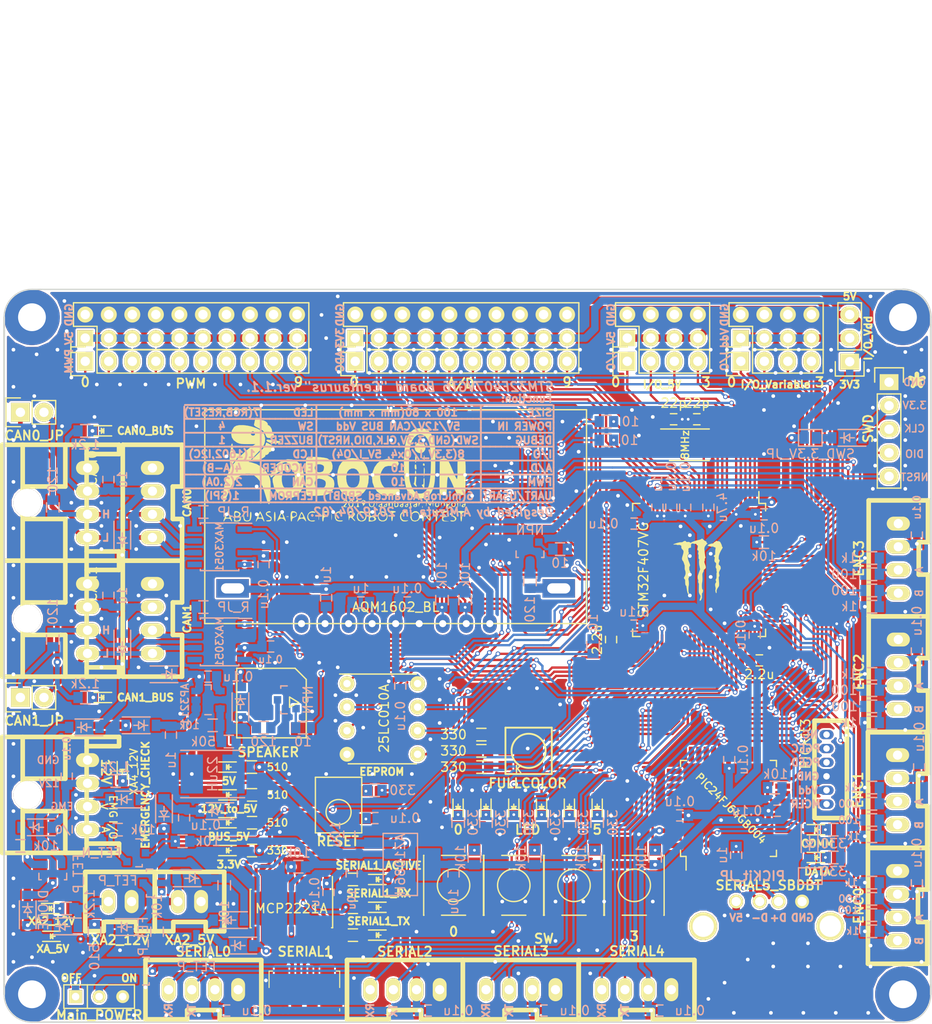
<source format=kicad_pcb>
(kicad_pcb (version 20171130) (host pcbnew "(5.0.2)-1")
  (layers (0 F.Cu signal) (31 B.Cu signal) (34 B.Paste user hide) (35 F.Paste user hide) (36 B.SilkS user) (37 F.SilkS user) (38 B.Mask user) (39 F.Mask user) (44 Edge.Cuts user))
  (net 0 "")
  (net 1 "Net-(C1-Pad1)")
  (net 2 GND)
  (net 3 +3.3V)
  (net 4 +5V)
  (net 5 /OSC_OUT)
  (net 6 /NRST)
  (net 7 /OSC_IN)
  (net 8 "Net-(C18-Pad1)")
  (net 9 "Net-(C18-Pad2)")
  (net 10 +12V)
  (net 11 "Net-(D1-Pad2)")
  (net 12 "Net-(D2-Pad2)")
  (net 13 /BUS_5V)
  (net 14 "Net-(D15-Pad1)")
  (net 15 "Net-(IC1-Pad1)")
  (net 16 /USART1_TX)
  (net 17 /USART1_RX)
  (net 18 "Net-(IC1-Pad4)")
  (net 19 "Net-(IC1-Pad5)")
  (net 20 /D+)
  (net 21 /D-)
  (net 22 "Net-(IC1-Pad11)")
  (net 23 "Net-(IC1-Pad12)")
  (net 24 "Net-(IC1-Pad13)")
  (net 25 /MCLR)
  (net 26 "Net-(IC1-Pad19)")
  (net 27 "Net-(IC1-Pad20)")
  (net 28 /PGED1)
  (net 29 /PGEC1)
  (net 30 "Net-(IC1-Pad23)")
  (net 31 "Net-(IC1-Pad24)")
  (net 32 "Net-(IC1-Pad25)")
  (net 33 "Net-(IC1-Pad26)")
  (net 34 "Net-(IC1-Pad27)")
  (net 35 "Net-(IC1-Pad30)")
  (net 36 "Net-(IC1-Pad31)")
  (net 37 "Net-(IC1-Pad32)")
  (net 38 "Net-(IC1-Pad33)")
  (net 39 "Net-(IC1-Pad34)")
  (net 40 "Net-(IC1-Pad35)")
  (net 41 "Net-(IC1-Pad36)")
  (net 42 "Net-(IC1-Pad37)")
  (net 43 "Net-(IC1-Pad38)")
  (net 44 "Net-(IC1-Pad41)")
  (net 45 "Net-(IC1-Pad43)")
  (net 46 "Net-(IC1-Pad44)")
  (net 47 "Net-(P1-Pad6)")
  (net 48 "Net-(P2-Pad5)")
  (net 49 /USART3_TX)
  (net 50 /USART3_RX)
  (net 51 /TIM8_CH4)
  (net 52 /UART5_TX)
  (net 53 /UART5_RX)
  (net 54 "Net-(R25-Pad1)")
  (net 55 "Net-(C26-Pad1)")
  (net 56 "Net-(C27-Pad1)")
  (net 57 "Net-(U7-Pad1)")
  (net 58 "Net-(C29-Pad1)")
  (net 59 "Net-(C30-Pad2)")
  (net 60 "Net-(C30-Pad1)")
  (net 61 "Net-(D18-Pad1)")
  (net 62 "Net-(D20-Pad1)")
  (net 63 /CAN0_H)
  (net 64 /CAN1_H)
  (net 65 "Net-(LED1-Pad3)")
  (net 66 "Net-(P3-Pad3)")
  (net 67 "Net-(P3-Pad4)")
  (net 68 "Net-(P4-Pad4)")
  (net 69 "Net-(P4-Pad3)")
  (net 70 /D-_USB)
  (net 71 /D+_USB)
  (net 72 "Net-(P5-Pad4)")
  (net 73 "Net-(P5-Pad6)")
  (net 74 "Net-(P6-Pad4)")
  (net 75 "Net-(P6-Pad3)")
  (net 76 "Net-(P7-Pad3)")
  (net 77 "Net-(P7-Pad4)")
  (net 78 /CAN0_L)
  (net 79 /CAN1_L)
  (net 80 /SWCLK)
  (net 81 /SWDIO)
  (net 82 "Net-(Q4-Pad1)")
  (net 83 "Net-(Q5-Pad1)")
  (net 84 /TIM2_CH2)
  (net 85 /TIM2_CH1)
  (net 86 /TIM3_CH2)
  (net 87 /TIM3_CH1)
  (net 88 "Net-(R12-Pad1)")
  (net 89 /TIM4_CH2)
  (net 90 /TIM4_CH1)
  (net 91 /TIM5_CH2)
  (net 92 /TIM5_CH1)
  (net 93 /GP0)
  (net 94 /GP1)
  (net 95 /GP2)
  (net 96 /FB)
  (net 97 "Net-(R38-Pad2)")
  (net 98 "Net-(R39-Pad2)")
  (net 99 /I2C1_SDA)
  (net 100 /TIM10_CH1)
  (net 101 /I2C1_SCL)
  (net 102 /ADC12_IN10)
  (net 103 /ADC12_IN11)
  (net 104 /ADC12_IN2)
  (net 105 /ADC12_IN3)
  (net 106 /ADC12_IN4)
  (net 107 /TIM8_CH1)
  (net 108 /ADC12_IN14)
  (net 109 /ADC12_IN15)
  (net 110 /TIM8_CH2)
  (net 111 /ADC12_IN9)
  (net 112 /TIM1_CH1)
  (net 113 /TIM1_CH2)
  (net 114 /TIM1_CH3)
  (net 115 /TIM1_CH4)
  (net 116 /TIM12_CH1)
  (net 117 /TIM12_CH2)
  (net 118 /TIM8_CH3)
  (net 119 /TIM11_CH1)
  (net 120 "Net-(U3-Pad8)")
  (net 121 "Net-(U3-Pad9)")
  (net 122 "Net-(U3-Pad10)")
  (net 123 "Net-(U5-Pad5)")
  (net 124 /CAN1_RX)
  (net 125 /CAN1_TX)
  (net 126 /CAN2_TX)
  (net 127 /CAN2_RX)
  (net 128 "Net-(U6-Pad5)")
  (net 129 /PC15)
  (net 130 /PC13)
  (net 131 /PD11)
  (net 132 /TIM9_CH2)
  (net 133 /TIM9_CH1)
  (net 134 /PD3)
  (net 135 /PD10)
  (net 136 /PD14)
  (net 137 /PD15)
  (net 138 /PD4)
  (net 139 /PD7)
  (net 140 /PE0)
  (net 141 /PE1)
  (net 142 /PC14)
  (net 143 /PE2)
  (net 144 /PE3)
  (net 145 /PE4)
  (net 146 /SPI2_MISO)
  (net 147 /SPI2_MOSI)
  (net 148 /ADC12_IN5)
  (net 149 /ADC12_IN6)
  (net 150 /PB2)
  (net 151 /PE7)
  (net 152 /PE8)
  (net 153 /PE10)
  (net 154 /PE12)
  (net 155 /PE15)
  (net 156 /SPI2_SCK)
  (net 157 /PB11)
  (net 158 /USART6_TX)
  (net 159 /USART6_RX)
  (net 160 /USART2_TX)
  (net 161 /USART2_RX)
  (net 162 "Net-(R62-Pad1)")
  (net 163 "Net-(R63-Pad2)")
  (net 164 "Net-(R64-Pad2)")
  (net 165 /PA8)
  (net 166 "Net-(JP2-Pad1)")
  (net 167 "Net-(D26-Pad2)")
  (net 168 "Net-(D19-Pad2)")
  (net 169 "Net-(D21-Pad2)")
  (net 170 "Net-(D22-Pad2)")
  (net 171 "Net-(D23-Pad2)")
  (net 172 "Net-(D24-Pad2)")
  (net 173 "Net-(D25-Pad2)")
  (net 174 "Net-(JP1-Pad2)")
  (net 175 "Net-(R46-Pad2)")
  (net 176 "Net-(R47-Pad2)")
  (net 177 "Net-(R48-Pad2)")
  (net 178 /PD0)
  (net 179 /PD1)
  (net 180 "Net-(D3-Pad2)")
  (net 181 "Net-(D4-Pad2)")
  (net 182 "Net-(D5-Pad2)")
  (net 183 "Net-(C19-Pad1)")
  (net 184 /12V_TO_5V)
  (net 185 CAN0_BUS_Vdd)
  (net 186 CAN1_BUS_Vdd)
  (net 187 XA4_12V)
  (net 188 /CAN_BUS_12V)
  (net 189 "Net-(D35-Pad1)")
  (net 190 "Net-(D36-Pad1)")
  (net 191 "Net-(D37-Pad1)")
  (net 192 "Net-(D40-Pad1)")
  (net 193 /UART4_TX)
  (net 194 /UART4_RX)
  (net 195 /XA_12V)
  (net 196 "Net-(D7-Pad2)")
  (net 197 XA2_12V)
  (net 198 "Net-(D10-Pad2)")
  (net 199 XA2_5V)
  (net 200 "Net-(D12-Pad2)")
  (net 201 "Net-(D13-Pad1)")
  (net 202 "Net-(D16-Pad1)")
  (net 203 "Net-(D17-Pad1)")
  (net 204 "Net-(D30-Pad1)")
  (net 205 "Net-(Q5-Pad3)")
  (net 206 "Net-(Q6-Pad1)")
  (net 207 "Net-(P27-Pad4)")
  (net 208 "Net-(D40-Pad2)")
  (net 209 "Net-(D27-Pad1)")
  (net 210 "Net-(D11-Pad2)")
  (net 211 "Net-(D27-Pad2)")
  (net 212 "Net-(D28-Pad1)")
  (net 213 "Net-(D28-Pad2)")
  (net 214 "Net-(D1-Pad1)")
  (net 215 "Net-(D2-Pad1)")
  (net 216 "Net-(D31-Pad1)")
  (net 217 "Net-(R43-Pad1)")
  (net 218 "Net-(JP5-Pad2)")
  (net 219 "Net-(Q4-Pad3)")
  (module Mizz_lib:UGCT7525AN4 (layer F.Cu) (at 81.5 103.25)
    (fp_text reference SP1 hide)
    (fp_text value SPEAKER (at 0 5.65) (layer F.SilkS) (effects (font (thickness 0.2))))
    (pad 3 smd rect (at 3.6 3.6) (size 2.3 2.3) (layers F.Cu F.Paste F.Mask))
    (pad 2 smd rect (at -3 3.6) (size 2.3 2.3) (layers F.Cu F.Paste F.Mask) (net 62 "Net-(D20-Pad1)"))
    (pad 1 smd rect (at -3 -3) (size 2.3 2.3) (layers F.Cu F.Paste F.Mask) (net 3 +3.3V))
  )
  (module Mizz_lib:SOT-123 (layer B.Cu) (at 83.5 103.25 270)
    (fp_text reference Q4 hide)
    (fp_text value NPN (at 0 -2.3 270) (layer B.SilkS) (effects (justify mirror)))
    (pad 1 smd rect (at 0.95 -1.00076 270) (size 0.8001 0.8001) (layers B.Cu B.Paste B.Mask) (net 82 "Net-(Q4-Pad1)"))
    (pad 2 smd rect (at -0.95 -1.00076 270) (size 0.8001 0.8001) (layers B.Cu B.Paste B.Mask) (net 2 GND))
    (pad 3 smd rect (at 0 0.99822 270) (size 0.8001 0.8001) (layers B.Cu B.Paste B.Mask) (net 219 "Net-(Q4-Pad3)"))
  )
  (module Mizz_lib:SW_SPST_PTS645 (layer F.Cu) (at 114.5 123.25 90)
    (fp_text reference SW4 hide)
    (fp_text value SW2 hide)
    (pad 2 smd rect (at 3.975 2.25 90) (size 1.55 1.3) (layers F.Cu F.Paste F.Mask) (net 138 /PD4))
    (pad 1 smd rect (at 3.975 -2.25 90) (size 1.55 1.3) (layers F.Cu F.Paste F.Mask) (net 2 GND))
    (pad 1 smd rect (at -3.975 -2.25 90) (size 1.55 1.3) (layers F.Cu F.Paste F.Mask) (net 2 GND))
    (pad 2 smd rect (at -3.975 2.25 90) (size 1.55 1.3) (layers F.Cu F.Paste F.Mask) (net 138 /PD4))
  )
  (module Mizz_lib:LQFP-44_10x10mm_Pitch0.8mm (layer F.Cu) (at 131.17 114.96 90)
    (fp_text reference IC1 hide)
    (fp_text value PIC24FJ64GB004 (at 0 0.25 135) (layer F.SilkS) (effects (font (size 0.8 0.8))))
    (pad 1 smd rect (at -5.85 -4 90) (size 1.6 0.56) (layers F.Cu F.Paste F.Mask) (net 15 "Net-(IC1-Pad1)"))
    (pad 2 smd rect (at -5.85 -3.2 90) (size 1.6 0.56) (layers F.Cu F.Paste F.Mask) (net 161 /USART2_RX))
    (pad 3 smd rect (at -5.85 -2.4 90) (size 1.6 0.56) (layers F.Cu F.Paste F.Mask) (net 160 /USART2_TX))
    (pad 4 smd rect (at -5.85 -1.6 90) (size 1.6 0.56) (layers F.Cu F.Paste F.Mask) (net 18 "Net-(IC1-Pad4)"))
    (pad 5 smd rect (at -5.85 -0.8 90) (size 1.6 0.56) (layers F.Cu F.Paste F.Mask) (net 19 "Net-(IC1-Pad5)"))
    (pad 6 smd rect (at -5.85 0 90) (size 1.6 0.56) (layers F.Cu F.Paste F.Mask) (net 2 GND))
    (pad 7 smd rect (at -5.85 0.8 90) (size 1.6 0.56) (layers F.Cu F.Paste F.Mask) (net 1 "Net-(C1-Pad1)"))
    (pad 8 smd rect (at -5.85 1.6 90) (size 1.6 0.56) (layers F.Cu F.Paste F.Mask) (net 20 /D+))
    (pad 9 smd rect (at -5.85 2.4 90) (size 1.6 0.56) (layers F.Cu F.Paste F.Mask) (net 21 /D-))
    (pad 10 smd rect (at -5.85 3.2 90) (size 1.6 0.56) (layers F.Cu F.Paste F.Mask) (net 3 +3.3V))
    (pad 11 smd rect (at -5.85 4 90) (size 1.6 0.56) (layers F.Cu F.Paste F.Mask) (net 22 "Net-(IC1-Pad11)"))
    (pad 12 smd rect (at -4 5.85 180) (size 1.6 0.56) (layers F.Cu F.Paste F.Mask) (net 23 "Net-(IC1-Pad12)"))
    (pad 13 smd rect (at -3.2 5.85 180) (size 1.6 0.56) (layers F.Cu F.Paste F.Mask) (net 24 "Net-(IC1-Pad13)"))
    (pad 14 smd rect (at -2.4 5.85 180) (size 1.6 0.56) (layers F.Cu F.Paste F.Mask) (net 11 "Net-(D1-Pad2)"))
    (pad 15 smd rect (at -1.6 5.85 180) (size 1.6 0.56) (layers F.Cu F.Paste F.Mask) (net 12 "Net-(D2-Pad2)"))
    (pad 16 smd rect (at -0.8 5.85 180) (size 1.6 0.56) (layers F.Cu F.Paste F.Mask) (net 2 GND))
    (pad 17 smd rect (at 0 5.85 180) (size 1.6 0.56) (layers F.Cu F.Paste F.Mask) (net 3 +3.3V))
    (pad 18 smd rect (at 0.8 5.85 180) (size 1.6 0.56) (layers F.Cu F.Paste F.Mask) (net 25 /MCLR))
    (pad 19 smd rect (at 1.6 5.85 180) (size 1.6 0.56) (layers F.Cu F.Paste F.Mask) (net 26 "Net-(IC1-Pad19)"))
    (pad 20 smd rect (at 2.4 5.85 180) (size 1.6 0.56) (layers F.Cu F.Paste F.Mask) (net 27 "Net-(IC1-Pad20)"))
    (pad 21 smd rect (at 3.2 5.85 180) (size 1.6 0.56) (layers F.Cu F.Paste F.Mask) (net 28 /PGED1))
    (pad 22 smd rect (at 4 5.85 180) (size 1.6 0.56) (layers F.Cu F.Paste F.Mask) (net 29 /PGEC1))
    (pad 23 smd rect (at 5.85 4 90) (size 1.6 0.56) (layers F.Cu F.Paste F.Mask) (net 30 "Net-(IC1-Pad23)"))
    (pad 24 smd rect (at 5.85 3.2 90) (size 1.6 0.56) (layers F.Cu F.Paste F.Mask) (net 31 "Net-(IC1-Pad24)"))
    (pad 25 smd rect (at 5.85 2.4 90) (size 1.6 0.56) (layers F.Cu F.Paste F.Mask) (net 32 "Net-(IC1-Pad25)"))
    (pad 26 smd rect (at 5.85 1.6 90) (size 1.6 0.56) (layers F.Cu F.Paste F.Mask) (net 33 "Net-(IC1-Pad26)"))
    (pad 27 smd rect (at 5.85 0.8 90) (size 1.6 0.56) (layers F.Cu F.Paste F.Mask) (net 34 "Net-(IC1-Pad27)"))
    (pad 28 smd rect (at 5.85 0 90) (size 1.6 0.56) (layers F.Cu F.Paste F.Mask) (net 3 +3.3V))
    (pad 29 smd rect (at 5.85 -0.8 90) (size 1.6 0.56) (layers F.Cu F.Paste F.Mask) (net 2 GND))
    (pad 30 smd rect (at 5.85 -1.6 90) (size 1.6 0.56) (layers F.Cu F.Paste F.Mask) (net 35 "Net-(IC1-Pad30)"))
    (pad 31 smd rect (at 5.85 -2.4 90) (size 1.6 0.56) (layers F.Cu F.Paste F.Mask) (net 36 "Net-(IC1-Pad31)"))
    (pad 32 smd rect (at 5.85 -3.2 90) (size 1.6 0.56) (layers F.Cu F.Paste F.Mask) (net 37 "Net-(IC1-Pad32)"))
    (pad 33 smd rect (at 5.85 -4 90) (size 1.6 0.56) (layers F.Cu F.Paste F.Mask) (net 38 "Net-(IC1-Pad33)"))
    (pad 34 smd rect (at 4 -5.85 180) (size 1.6 0.56) (layers F.Cu F.Paste F.Mask) (net 39 "Net-(IC1-Pad34)"))
    (pad 35 smd rect (at 3.2 -5.85 180) (size 1.6 0.56) (layers F.Cu F.Paste F.Mask) (net 40 "Net-(IC1-Pad35)"))
    (pad 36 smd rect (at 2.4 -5.85 180) (size 1.6 0.56) (layers F.Cu F.Paste F.Mask) (net 41 "Net-(IC1-Pad36)"))
    (pad 37 smd rect (at 1.6 -5.85 180) (size 1.6 0.56) (layers F.Cu F.Paste F.Mask) (net 42 "Net-(IC1-Pad37)"))
    (pad 38 smd rect (at 0.8 -5.85 180) (size 1.6 0.56) (layers F.Cu F.Paste F.Mask) (net 43 "Net-(IC1-Pad38)"))
    (pad 39 smd rect (at 0 -5.85 180) (size 1.6 0.56) (layers F.Cu F.Paste F.Mask) (net 2 GND))
    (pad 40 smd rect (at -0.8 -5.85 180) (size 1.6 0.56) (layers F.Cu F.Paste F.Mask) (net 3 +3.3V))
    (pad 41 smd rect (at -1.6 -5.85 180) (size 1.6 0.56) (layers F.Cu F.Paste F.Mask) (net 44 "Net-(IC1-Pad41)"))
    (pad 42 smd rect (at -2.4 -5.85 180) (size 1.6 0.56) (layers F.Cu F.Paste F.Mask) (net 4 +5V))
    (pad 43 smd rect (at -3.2 -5.85 180) (size 1.6 0.56) (layers F.Cu F.Paste F.Mask) (net 45 "Net-(IC1-Pad43)"))
    (pad 44 smd rect (at -4 -5.85 180) (size 1.6 0.56) (layers F.Cu F.Paste F.Mask) (net 46 "Net-(IC1-Pad44)"))
  )
  (module Mizz_lib:Pin_Header_Straight_2x04 (layer F.Cu) (at 132.5 64.25 90)
    (fp_text reference P31 hide)
    (fp_text value I/O_Variable hide)
    (pad 8 thru_hole oval (at 2.54 7.62 90) (size 1.7272 1.7272) (drill 1.016) (layers *.Cu *.Mask F.SilkS) (net 2 GND))
    (pad 7 thru_hole oval (at 0 7.62 90) (size 1.7272 1.7272) (drill 1.016) (layers *.Cu *.Mask F.SilkS) (net 218 "Net-(JP5-Pad2)"))
    (pad 6 thru_hole oval (at 2.54 5.08 90) (size 1.7272 1.7272) (drill 1.016) (layers *.Cu *.Mask F.SilkS) (net 2 GND))
    (pad 5 thru_hole oval (at 0 5.08 90) (size 1.7272 1.7272) (drill 1.016) (layers *.Cu *.Mask F.SilkS) (net 218 "Net-(JP5-Pad2)"))
    (pad 4 thru_hole oval (at 2.54 2.54 90) (size 1.7272 1.7272) (drill 1.016) (layers *.Cu *.Mask F.SilkS) (net 2 GND))
    (pad 3 thru_hole oval (at 0 2.54 90) (size 1.7272 1.7272) (drill 1.016) (layers *.Cu *.Mask F.SilkS) (net 218 "Net-(JP5-Pad2)"))
    (pad 2 thru_hole oval (at 2.54 0 90) (size 1.7272 1.7272) (drill 1.016) (layers *.Cu *.Mask F.SilkS) (net 2 GND))
    (pad 1 thru_hole rect (at 0 0 90) (size 1.7272 1.7272) (drill 1.016) (layers *.Cu *.Mask F.SilkS) (net 218 "Net-(JP5-Pad2)"))
  )
  (module Mizz_lib:XA_4T (layer F.Cu) (at 149.42 116.71 90)
    (fp_text reference P7 hide)
    (fp_text value ENC1 (at 3.75 -4.25 90) (layer F.SilkS) (effects (font (thickness 0.2))))
    (pad 1 thru_hole oval (at 7.5 0 90) (size 1.5 2.5) (drill 1) (layers *.Cu *.Mask F.SilkS) (net 2 GND))
    (pad 2 thru_hole oval (at 5 0 90) (size 1.5 2.5) (drill 1) (layers *.Cu *.Mask F.SilkS) (net 4 +5V))
    (pad 3 thru_hole oval (at 2.5 0 90) (size 1.5 2.5) (drill 1) (layers *.Cu *.Mask F.SilkS) (net 76 "Net-(P7-Pad3)"))
    (pad 4 thru_hole oval (at 0 0 90) (size 1.5 2.5) (drill 1) (layers *.Cu *.Mask F.SilkS) (net 77 "Net-(P7-Pad4)"))
  )
  (module Mizz_lib:USB_A (layer F.Cu) (at 132 124.99788)
    (fp_text reference P2 hide)
    (fp_text value SERIAL5_SBDBT (at 3.5 -1.74788) (layer F.SilkS) (effects (font (thickness 0.2))))
    (pad 4 thru_hole circle (at 7.11286 -0.00212 270) (size 1.50114 1.50114) (drill 1.00076) (layers *.Cu *.Mask F.SilkS) (net 2 GND))
    (pad 3 thru_hole circle (at 4.57286 -0.00212 270) (size 1.50114 1.50114) (drill 1.00076) (layers *.Cu *.Mask F.SilkS) (net 20 /D+))
    (pad 2 thru_hole circle (at 2.54086 -0.00212 270) (size 1.50114 1.50114) (drill 1.00076) (layers *.Cu *.Mask F.SilkS) (net 21 /D-))
    (pad 1 thru_hole circle (at 0.00086 -0.00212 270) (size 1.50114 1.50114) (drill 1.00076) (layers *.Cu *.Mask F.SilkS) (net 4 +5V))
    (pad 5 thru_hole circle (at 10.16086 2.66488 270) (size 2.99974 2.99974) (drill 2.30124) (layers *.Cu *.Mask F.SilkS) (net 48 "Net-(P2-Pad5)"))
    (pad 5 thru_hole circle (at -3.55514 2.66488 270) (size 2.99974 2.99974) (drill 2.30124) (layers *.Cu *.Mask F.SilkS) (net 48 "Net-(P2-Pad5)"))
  )
  (module Mizz_lib:AQM1602_BL_Fad (layer F.Cu) (at 95.25 83.5)
    (fp_text reference U7 hide)
    (fp_text value AQM1602_BL (at 0 9.75) (layer F.SilkS))
    (pad 1 thru_hole oval (at -10.16 11.535) (size 1.5 2) (drill 0.762) (layers *.Cu *.Mask) (net 57 "Net-(U7-Pad1)"))
    (pad 2 thru_hole oval (at -7.62 11.535) (size 1.5 2) (drill 0.762) (layers *.Cu *.Mask) (net 58 "Net-(C29-Pad1)"))
    (pad 3 thru_hole oval (at -5.08 11.535) (size 1.5 2) (drill 0.762) (layers *.Cu *.Mask) (net 60 "Net-(C30-Pad1)"))
    (pad 4 thru_hole oval (at -2.54 11.535) (size 1.5 2) (drill 0.762) (layers *.Cu *.Mask) (net 59 "Net-(C30-Pad2)"))
    (pad 5 thru_hole oval (at 0 11.535) (size 1.5 2) (drill 0.762) (layers *.Cu *.Mask) (net 3 +3.3V))
    (pad 6 thru_hole oval (at 2.54 11.535) (size 1.5 2) (drill 0.762) (layers *.Cu *.Mask) (net 2 GND))
    (pad 7 thru_hole oval (at 5.08 11.535) (size 1.5 2) (drill 0.762) (layers *.Cu *.Mask) (net 99 /I2C1_SDA))
    (pad 8 thru_hole oval (at 7.62 11.535) (size 1.5 2) (drill 0.762) (layers *.Cu *.Mask) (net 101 /I2C1_SCL))
    (pad 9 thru_hole oval (at 10.16 11.535) (size 1.5 2) (drill 0.762) (layers *.Cu *.Mask) (net 3 +3.3V))
    (pad 10 thru_hole rect (at -17.6 7.735) (size 3.5 2) (drill oval 2.5 1.1) (layers *.Cu *.Mask) (net 3 +3.3V))
    (pad 11 thru_hole rect (at 17.6 7.735) (size 3.5 2) (drill oval 2.5 1.1) (layers *.Cu *.Mask) (net 217 "Net-(R43-Pad1)"))
  )
  (module Mizz_lib:XA_4LC (layer F.Cu) (at 62 109.75 270)
    (fp_text reference P27 hide)
    (fp_text value EMERGENCY_CHECK (at 3.75 -6.25 270) (layer F.SilkS) (effects (font (size 0.8 0.8) (thickness 0.2))))
    (pad 1 thru_hole oval (at 0 0 270) (size 1.5 2.5) (drill 1) (layers *.Cu *.Mask F.SilkS) (net 2 GND))
    (pad 2 thru_hole oval (at 2.5 0 270) (size 1.5 2.5) (drill 1) (layers *.Cu *.Mask F.SilkS) (net 187 XA4_12V))
    (pad 3 thru_hole oval (at 5 0 270) (size 1.5 2.5) (drill 1) (layers *.Cu *.Mask F.SilkS) (net 167 "Net-(D26-Pad2)"))
    (pad 4 thru_hole oval (at 7.5 0 270) (size 1.5 2.5) (drill 1) (layers *.Cu *.Mask F.SilkS) (net 207 "Net-(P27-Pad4)"))
    (pad "" thru_hole circle (at 3.75 6.5 270) (size 3 3) (drill 3) (layers *.Cu *.Mask F.SilkS) (clearance -0.3))
  )
  (module Mizz_lib:SOIC-8_3.9x4.9mm_Pitch1.27mm (layer B.Cu) (at 76.25 86.75 180)
    (fp_text reference U5 hide)
    (fp_text value MAX3051 (at 0 0 270) (layer B.SilkS) (effects (font (size 0.8 0.8)) (justify mirror)))
    (pad 8 smd rect (at 2.7 1.905 180) (size 1.55 0.6) (layers B.Cu B.Paste B.Mask) (net 97 "Net-(R38-Pad2)"))
    (pad 7 smd rect (at 2.7 0.635 180) (size 1.55 0.6) (layers B.Cu B.Paste B.Mask) (net 63 /CAN0_H))
    (pad 6 smd rect (at 2.7 -0.635 180) (size 1.55 0.6) (layers B.Cu B.Paste B.Mask) (net 78 /CAN0_L))
    (pad 5 smd rect (at 2.7 -1.905 180) (size 1.55 0.6) (layers B.Cu B.Paste B.Mask) (net 123 "Net-(U5-Pad5)"))
    (pad 4 smd rect (at -2.7 -1.905 180) (size 1.55 0.6) (layers B.Cu B.Paste B.Mask) (net 124 /CAN1_RX))
    (pad 3 smd rect (at -2.7 -0.635 180) (size 1.55 0.6) (layers B.Cu B.Paste B.Mask) (net 3 +3.3V))
    (pad 2 smd rect (at -2.7 0.635 180) (size 1.55 0.6) (layers B.Cu B.Paste B.Mask) (net 2 GND))
    (pad 1 smd rect (at -2.7 1.905 180) (size 1.55 0.6) (layers B.Cu B.Paste B.Mask) (net 125 /CAN1_TX))
  )
  (module Mizz_lib:Pin_Header_Straight_1x10 (layer F.Cu) (at 90.89 66.75 90)
    (fp_text reference P23 hide)
    (fp_text value A/D (at -2.4 11.4 180) (layer F.SilkS) (effects (font (thickness 0.2))))
    (pad 1 thru_hole rect (at 0 0 90) (size 2.032 1.7272) (drill 1.016) (layers *.Cu *.Mask F.SilkS) (net 111 /ADC12_IN9))
    (pad 2 thru_hole oval (at 0 2.54 90) (size 2.032 1.7272) (drill 1.016) (layers *.Cu *.Mask F.SilkS) (net 109 /ADC12_IN15))
    (pad 3 thru_hole oval (at 0 5.08 90) (size 2.032 1.7272) (drill 1.016) (layers *.Cu *.Mask F.SilkS) (net 108 /ADC12_IN14))
    (pad 4 thru_hole oval (at 0 7.62 90) (size 2.032 1.7272) (drill 1.016) (layers *.Cu *.Mask F.SilkS) (net 149 /ADC12_IN6))
    (pad 5 thru_hole oval (at 0 10.16 90) (size 2.032 1.7272) (drill 1.016) (layers *.Cu *.Mask F.SilkS) (net 148 /ADC12_IN5))
    (pad 6 thru_hole oval (at 0 12.7 90) (size 2.032 1.7272) (drill 1.016) (layers *.Cu *.Mask F.SilkS) (net 106 /ADC12_IN4))
    (pad 7 thru_hole oval (at 0 15.24 90) (size 2.032 1.7272) (drill 1.016) (layers *.Cu *.Mask F.SilkS) (net 105 /ADC12_IN3))
    (pad 8 thru_hole oval (at 0 17.78 90) (size 2.032 1.7272) (drill 1.016) (layers *.Cu *.Mask F.SilkS) (net 104 /ADC12_IN2))
    (pad 9 thru_hole oval (at 0 20.32 90) (size 2.032 1.7272) (drill 1.016) (layers *.Cu *.Mask F.SilkS) (net 103 /ADC12_IN11))
    (pad 10 thru_hole oval (at 0 22.86 90) (size 2.032 1.7272) (drill 1.016) (layers *.Cu *.Mask F.SilkS) (net 102 /ADC12_IN10))
  )
  (module Mizz_lib:XA_4T (layer F.Cu) (at 70.75 134.5)
    (fp_text reference P16 hide)
    (fp_text value SERIAL0 (at 3.75 -4.1) (layer F.SilkS) (effects (font (thickness 0.2))))
    (pad 1 thru_hole oval (at 7.5 0) (size 1.5 2.5) (drill 1) (layers *.Cu *.Mask F.SilkS) (net 2 GND))
    (pad 2 thru_hole oval (at 5 0) (size 1.5 2.5) (drill 1) (layers *.Cu *.Mask F.SilkS) (net 4 +5V))
    (pad 3 thru_hole oval (at 2.5 0) (size 1.5 2.5) (drill 1) (layers *.Cu *.Mask F.SilkS) (net 16 /USART1_TX))
    (pad 4 thru_hole oval (at 0 0) (size 1.5 2.5) (drill 1) (layers *.Cu *.Mask F.SilkS) (net 17 /USART1_RX))
  )
  (module Mizz_lib:Mini_Monster (layer F.Cu) (at 128 89.25)
    (fp_text reference U9 hide)
    (fp_text value LOGO hide)
  )
  (module Mizz_lib:TQFP-100_14x14mm_Pitch0.5mm (layer F.Cu) (at 128 89.25 270)
    (fp_text reference U1 hide)
    (fp_text value STM32F407VG (at 0 6 270) (layer F.SilkS))
    (pad 1 smd rect (at -7.7 -6 270) (size 1.5 0.3) (layers F.Cu F.Paste F.Mask) (net 143 /PE2))
    (pad 2 smd rect (at -7.7 -5.5 270) (size 1.5 0.3) (layers F.Cu F.Paste F.Mask) (net 144 /PE3))
    (pad 3 smd rect (at -7.7 -5 270) (size 1.5 0.3) (layers F.Cu F.Paste F.Mask) (net 145 /PE4))
    (pad 4 smd rect (at -7.7 -4.5 270) (size 1.5 0.3) (layers F.Cu F.Paste F.Mask) (net 133 /TIM9_CH1))
    (pad 5 smd rect (at -7.7 -4 270) (size 1.5 0.3) (layers F.Cu F.Paste F.Mask) (net 132 /TIM9_CH2))
    (pad 6 smd rect (at -7.7 -3.5 270) (size 1.5 0.3) (layers F.Cu F.Paste F.Mask) (net 3 +3.3V))
    (pad 7 smd rect (at -7.7 -3 270) (size 1.5 0.3) (layers F.Cu F.Paste F.Mask) (net 130 /PC13))
    (pad 8 smd rect (at -7.7 -2.5 270) (size 1.5 0.3) (layers F.Cu F.Paste F.Mask) (net 142 /PC14))
    (pad 9 smd rect (at -7.7 -2 270) (size 1.5 0.3) (layers F.Cu F.Paste F.Mask) (net 129 /PC15))
    (pad 10 smd rect (at -7.7 -1.5 270) (size 1.5 0.3) (layers F.Cu F.Paste F.Mask) (net 2 GND))
    (pad 11 smd rect (at -7.7 -1 270) (size 1.5 0.3) (layers F.Cu F.Paste F.Mask) (net 3 +3.3V))
    (pad 12 smd rect (at -7.7 -0.5 270) (size 1.5 0.3) (layers F.Cu F.Paste F.Mask) (net 7 /OSC_IN))
    (pad 13 smd rect (at -7.7 0 270) (size 1.5 0.3) (layers F.Cu F.Paste F.Mask) (net 5 /OSC_OUT))
    (pad 14 smd rect (at -7.7 0.5 270) (size 1.5 0.3) (layers F.Cu F.Paste F.Mask) (net 6 /NRST))
    (pad 15 smd rect (at -7.7 1 270) (size 1.5 0.3) (layers F.Cu F.Paste F.Mask) (net 102 /ADC12_IN10))
    (pad 16 smd rect (at -7.7 1.5 270) (size 1.5 0.3) (layers F.Cu F.Paste F.Mask) (net 103 /ADC12_IN11))
    (pad 17 smd rect (at -7.7 2 270) (size 1.5 0.3) (layers F.Cu F.Paste F.Mask) (net 146 /SPI2_MISO))
    (pad 18 smd rect (at -7.7 2.5 270) (size 1.5 0.3) (layers F.Cu F.Paste F.Mask) (net 147 /SPI2_MOSI))
    (pad 19 smd rect (at -7.7 3 270) (size 1.5 0.3) (layers F.Cu F.Paste F.Mask) (net 3 +3.3V))
    (pad 20 smd rect (at -7.7 3.5 270) (size 1.5 0.3) (layers F.Cu F.Paste F.Mask) (net 2 GND))
    (pad 21 smd rect (at -7.7 4 270) (size 1.5 0.3) (layers F.Cu F.Paste F.Mask) (net 3 +3.3V))
    (pad 22 smd rect (at -7.7 4.5 270) (size 1.5 0.3) (layers F.Cu F.Paste F.Mask) (net 3 +3.3V))
    (pad 23 smd rect (at -7.7 5 270) (size 1.5 0.3) (layers F.Cu F.Paste F.Mask) (net 92 /TIM5_CH1))
    (pad 24 smd rect (at -7.7 5.5 270) (size 1.5 0.3) (layers F.Cu F.Paste F.Mask) (net 91 /TIM5_CH2))
    (pad 25 smd rect (at -7.7 6 270) (size 1.5 0.3) (layers F.Cu F.Paste F.Mask) (net 104 /ADC12_IN2))
    (pad 26 smd rect (at -6 7.7) (size 1.5 0.3) (layers F.Cu F.Paste F.Mask) (net 105 /ADC12_IN3))
    (pad 27 smd rect (at -5.5 7.7) (size 1.5 0.3) (layers F.Cu F.Paste F.Mask) (net 2 GND))
    (pad 28 smd rect (at -5 7.7) (size 1.5 0.3) (layers F.Cu F.Paste F.Mask) (net 3 +3.3V))
    (pad 29 smd rect (at -4.5 7.7) (size 1.5 0.3) (layers F.Cu F.Paste F.Mask) (net 106 /ADC12_IN4))
    (pad 30 smd rect (at -4 7.7) (size 1.5 0.3) (layers F.Cu F.Paste F.Mask) (net 148 /ADC12_IN5))
    (pad 31 smd rect (at -3.5 7.7) (size 1.5 0.3) (layers F.Cu F.Paste F.Mask) (net 149 /ADC12_IN6))
    (pad 32 smd rect (at -3 7.7) (size 1.5 0.3) (layers F.Cu F.Paste F.Mask) (net 107 /TIM8_CH1))
    (pad 33 smd rect (at -2.5 7.7) (size 1.5 0.3) (layers F.Cu F.Paste F.Mask) (net 108 /ADC12_IN14))
    (pad 34 smd rect (at -2 7.7) (size 1.5 0.3) (layers F.Cu F.Paste F.Mask) (net 109 /ADC12_IN15))
    (pad 35 smd rect (at -1.5 7.7) (size 1.5 0.3) (layers F.Cu F.Paste F.Mask) (net 110 /TIM8_CH2))
    (pad 36 smd rect (at -1 7.7) (size 1.5 0.3) (layers F.Cu F.Paste F.Mask) (net 111 /ADC12_IN9))
    (pad 37 smd rect (at -0.5 7.7) (size 1.5 0.3) (layers F.Cu F.Paste F.Mask) (net 150 /PB2))
    (pad 38 smd rect (at 0 7.7) (size 1.5 0.3) (layers F.Cu F.Paste F.Mask) (net 151 /PE7))
    (pad 39 smd rect (at 0.5 7.7) (size 1.5 0.3) (layers F.Cu F.Paste F.Mask) (net 152 /PE8))
    (pad 40 smd rect (at 1 7.7) (size 1.5 0.3) (layers F.Cu F.Paste F.Mask) (net 112 /TIM1_CH1))
    (pad 41 smd rect (at 1.5 7.7) (size 1.5 0.3) (layers F.Cu F.Paste F.Mask) (net 153 /PE10))
    (pad 42 smd rect (at 2 7.7) (size 1.5 0.3) (layers F.Cu F.Paste F.Mask) (net 113 /TIM1_CH2))
    (pad 43 smd rect (at 2.5 7.7) (size 1.5 0.3) (layers F.Cu F.Paste F.Mask) (net 154 /PE12))
    (pad 44 smd rect (at 3 7.7) (size 1.5 0.3) (layers F.Cu F.Paste F.Mask) (net 114 /TIM1_CH3))
    (pad 45 smd rect (at 3.5 7.7) (size 1.5 0.3) (layers F.Cu F.Paste F.Mask) (net 115 /TIM1_CH4))
    (pad 46 smd rect (at 4 7.7) (size 1.5 0.3) (layers F.Cu F.Paste F.Mask) (net 155 /PE15))
    (pad 47 smd rect (at 4.5 7.7) (size 1.5 0.3) (layers F.Cu F.Paste F.Mask) (net 156 /SPI2_SCK))
    (pad 48 smd rect (at 5 7.7) (size 1.5 0.3) (layers F.Cu F.Paste F.Mask) (net 157 /PB11))
    (pad 49 smd rect (at 5.5 7.7) (size 1.5 0.3) (layers F.Cu F.Paste F.Mask) (net 55 "Net-(C26-Pad1)"))
    (pad 50 smd rect (at 6 7.7) (size 1.5 0.3) (layers F.Cu F.Paste F.Mask) (net 3 +3.3V))
    (pad 51 smd rect (at 7.7 6 270) (size 1.5 0.3) (layers F.Cu F.Paste F.Mask) (net 127 /CAN2_RX))
    (pad 52 smd rect (at 7.7 5.5 270) (size 1.5 0.3) (layers F.Cu F.Paste F.Mask) (net 126 /CAN2_TX))
    (pad 53 smd rect (at 7.7 5 270) (size 1.5 0.3) (layers F.Cu F.Paste F.Mask) (net 116 /TIM12_CH1))
    (pad 54 smd rect (at 7.7 4.5 270) (size 1.5 0.3) (layers F.Cu F.Paste F.Mask) (net 117 /TIM12_CH2))
    (pad 55 smd rect (at 7.7 4 270) (size 1.5 0.3) (layers F.Cu F.Paste F.Mask) (net 49 /USART3_TX))
    (pad 56 smd rect (at 7.7 3.5 270) (size 1.5 0.3) (layers F.Cu F.Paste F.Mask) (net 50 /USART3_RX))
    (pad 57 smd rect (at 7.7 3 270) (size 1.5 0.3) (layers F.Cu F.Paste F.Mask) (net 135 /PD10))
    (pad 58 smd rect (at 7.7 2.5 270) (size 1.5 0.3) (layers F.Cu F.Paste F.Mask) (net 131 /PD11))
    (pad 59 smd rect (at 7.7 2 270) (size 1.5 0.3) (layers F.Cu F.Paste F.Mask) (net 90 /TIM4_CH1))
    (pad 60 smd rect (at 7.7 1.5 270) (size 1.5 0.3) (layers F.Cu F.Paste F.Mask) (net 89 /TIM4_CH2))
    (pad 61 smd rect (at 7.7 1 270) (size 1.5 0.3) (layers F.Cu F.Paste F.Mask) (net 136 /PD14))
    (pad 62 smd rect (at 7.7 0.5 270) (size 1.5 0.3) (layers F.Cu F.Paste F.Mask) (net 137 /PD15))
    (pad 63 smd rect (at 7.7 0 270) (size 1.5 0.3) (layers F.Cu F.Paste F.Mask) (net 158 /USART6_TX))
    (pad 64 smd rect (at 7.7 -0.5 270) (size 1.5 0.3) (layers F.Cu F.Paste F.Mask) (net 159 /USART6_RX))
    (pad 65 smd rect (at 7.7 -1 270) (size 1.5 0.3) (layers F.Cu F.Paste F.Mask) (net 118 /TIM8_CH3))
    (pad 66 smd rect (at 7.7 -1.5 270) (size 1.5 0.3) (layers F.Cu F.Paste F.Mask) (net 51 /TIM8_CH4))
    (pad 67 smd rect (at 7.7 -2 270) (size 1.5 0.3) (layers F.Cu F.Paste F.Mask) (net 165 /PA8))
    (pad 68 smd rect (at 7.7 -2.5 270) (size 1.5 0.3) (layers F.Cu F.Paste F.Mask) (net 16 /USART1_TX))
    (pad 69 smd rect (at 7.7 -3 270) (size 1.5 0.3) (layers F.Cu F.Paste F.Mask) (net 17 /USART1_RX))
    (pad 70 smd rect (at 7.7 -3.5 270) (size 1.5 0.3) (layers F.Cu F.Paste F.Mask) (net 124 /CAN1_RX))
    (pad 71 smd rect (at 7.7 -4 270) (size 1.5 0.3) (layers F.Cu F.Paste F.Mask) (net 125 /CAN1_TX))
    (pad 72 smd rect (at 7.7 -4.5 270) (size 1.5 0.3) (layers F.Cu F.Paste F.Mask) (net 81 /SWDIO))
    (pad 73 smd rect (at 7.7 -5 270) (size 1.5 0.3) (layers F.Cu F.Paste F.Mask) (net 56 "Net-(C27-Pad1)"))
    (pad 74 smd rect (at 7.7 -5.5 270) (size 1.5 0.3) (layers F.Cu F.Paste F.Mask) (net 2 GND))
    (pad 75 smd rect (at 7.7 -6 270) (size 1.5 0.3) (layers F.Cu F.Paste F.Mask) (net 3 +3.3V))
    (pad 76 smd rect (at 6 -7.7) (size 1.5 0.3) (layers F.Cu F.Paste F.Mask) (net 80 /SWCLK))
    (pad 77 smd rect (at 5.5 -7.7) (size 1.5 0.3) (layers F.Cu F.Paste F.Mask) (net 85 /TIM2_CH1))
    (pad 78 smd rect (at 5 -7.7) (size 1.5 0.3) (layers F.Cu F.Paste F.Mask) (net 193 /UART4_TX))
    (pad 79 smd rect (at 4.5 -7.7) (size 1.5 0.3) (layers F.Cu F.Paste F.Mask) (net 194 /UART4_RX))
    (pad 80 smd rect (at 4 -7.7) (size 1.5 0.3) (layers F.Cu F.Paste F.Mask) (net 52 /UART5_TX))
    (pad 81 smd rect (at 3.5 -7.7) (size 1.5 0.3) (layers F.Cu F.Paste F.Mask) (net 178 /PD0))
    (pad 82 smd rect (at 3 -7.7) (size 1.5 0.3) (layers F.Cu F.Paste F.Mask) (net 179 /PD1))
    (pad 83 smd rect (at 2.5 -7.7) (size 1.5 0.3) (layers F.Cu F.Paste F.Mask) (net 53 /UART5_RX))
    (pad 84 smd rect (at 2 -7.7) (size 1.5 0.3) (layers F.Cu F.Paste F.Mask) (net 134 /PD3))
    (pad 85 smd rect (at 1.5 -7.7) (size 1.5 0.3) (layers F.Cu F.Paste F.Mask) (net 138 /PD4))
    (pad 86 smd rect (at 1 -7.7) (size 1.5 0.3) (layers F.Cu F.Paste F.Mask) (net 160 /USART2_TX))
    (pad 87 smd rect (at 0.5 -7.7) (size 1.5 0.3) (layers F.Cu F.Paste F.Mask) (net 161 /USART2_RX))
    (pad 88 smd rect (at 0 -7.7) (size 1.5 0.3) (layers F.Cu F.Paste F.Mask) (net 139 /PD7))
    (pad 89 smd rect (at -0.5 -7.7) (size 1.5 0.3) (layers F.Cu F.Paste F.Mask) (net 84 /TIM2_CH2))
    (pad 90 smd rect (at -1 -7.7) (size 1.5 0.3) (layers F.Cu F.Paste F.Mask) (net 87 /TIM3_CH1))
    (pad 91 smd rect (at -1.5 -7.7) (size 1.5 0.3) (layers F.Cu F.Paste F.Mask) (net 86 /TIM3_CH2))
    (pad 92 smd rect (at -2 -7.7) (size 1.5 0.3) (layers F.Cu F.Paste F.Mask) (net 101 /I2C1_SCL))
    (pad 93 smd rect (at -2.5 -7.7) (size 1.5 0.3) (layers F.Cu F.Paste F.Mask) (net 99 /I2C1_SDA))
    (pad 94 smd rect (at -3 -7.7) (size 1.5 0.3) (layers F.Cu F.Paste F.Mask) (net 54 "Net-(R25-Pad1)"))
    (pad 95 smd rect (at -3.5 -7.7) (size 1.5 0.3) (layers F.Cu F.Paste F.Mask) (net 100 /TIM10_CH1))
    (pad 96 smd rect (at -4 -7.7) (size 1.5 0.3) (layers F.Cu F.Paste F.Mask) (net 119 /TIM11_CH1))
    (pad 97 smd rect (at -4.5 -7.7) (size 1.5 0.3) (layers F.Cu F.Paste F.Mask) (net 140 /PE0))
    (pad 98 smd rect (at -5 -7.7) (size 1.5 0.3) (layers F.Cu F.Paste F.Mask) (net 141 /PE1))
    (pad 99 smd rect (at -5.5 -7.7) (size 1.5 0.3) (layers F.Cu F.Paste F.Mask) (net 2 GND))
    (pad 100 smd rect (at -6 -7.7) (size 1.5 0.3) (layers F.Cu F.Paste F.Mask) (net 3 +3.3V))
  )
  (module Mizz_lib:R_0603 (layer F.Cu) (at 90.64 122.62 180)
    (fp_text reference R24 hide)
    (fp_text value 330 hide)
    (pad 2 smd rect (at 0.78 0 180) (size 1 1.2) (layers F.Cu F.Paste F.Mask) (net 95 /GP2))
    (pad 1 smd rect (at -0.78 0 180) (size 1 1.2) (layers F.Cu F.Paste F.Mask) (net 182 "Net-(D5-Pad2)"))
  )
  (module Mizz_lib:SOD-123 (layer B.Cu) (at 77.25 127 180)
    (fp_text reference D9)
    (fp_text value DIODE)
    (pad 1 smd rect (at -1.635 0 180) (size 0.91 1.22) (layers B.Cu B.Paste B.Mask) (net 210 "Net-(D11-Pad2)"))
    (pad 2 smd rect (at 1.635 0 180) (size 0.91 1.22) (layers B.Cu B.Paste B.Mask) (net 209 "Net-(D27-Pad1)"))
  )
  (module Mizz_lib:SOD-123 (layer B.Cu) (at 78.5 103.5 90)
    (fp_text reference D20 hide)
    (fp_text value DIODE)
    (pad 1 smd rect (at -1.635 0 90) (size 0.91 1.22) (layers B.Cu B.Paste B.Mask) (net 62 "Net-(D20-Pad1)"))
    (pad 2 smd rect (at 1.635 0 90) (size 0.91 1.22) (layers B.Cu B.Paste B.Mask) (net 3 +3.3V))
  )
  (module Mizz_lib:TSHD (layer F.Cu) (at 89 114.5 90)
    (fp_text reference LED1 hide)
    (fp_text value RESET (at -4 0 180) (layer F.SilkS) (effects (font (thickness 0.2))))
    (pad 1 smd rect (at -1.6 3.04 90) (size 1.1 1.5) (layers F.Cu F.Paste F.Mask) (net 6 /NRST))
    (pad 3 smd rect (at 1.4 3.04 90) (size 1.1 1.5) (layers F.Cu F.Paste F.Mask) (net 65 "Net-(LED1-Pad3)"))
    (pad 2 smd rect (at -1.6 -2.86 90) (size 1.1 1.5) (layers F.Cu F.Paste F.Mask) (net 2 GND))
    (pad 4 smd rect (at 1.4 -2.86 90) (size 1.1 1.5) (layers F.Cu F.Paste F.Mask) (net 2 GND))
  )
  (module Mizz_lib:TSOT-6-MK06A (layer B.Cu) (at 75 103.25 270)
    (fp_text reference U4 hide)
    (fp_text value AP3211 (at 0.5 2.5 270) (layer B.SilkS) (effects (font (size 0.8 0.8)) (justify mirror)))
    (pad 1 smd rect (at -0.94996 -1.30048 270) (size 0.69088 1.00076) (layers B.Cu B.Paste B.Mask) (net 9 "Net-(C18-Pad2)"))
    (pad 2 smd rect (at 0 -1.30048 270) (size 0.69088 1.00076) (layers B.Cu B.Paste B.Mask) (net 2 GND))
    (pad 3 smd rect (at 0.94996 -1.30048 270) (size 0.69088 1.00076) (layers B.Cu B.Paste B.Mask) (net 96 /FB))
    (pad 4 smd rect (at 0.94996 1.30048 270) (size 0.69088 1.00076) (layers B.Cu B.Paste B.Mask) (net 183 "Net-(C19-Pad1)"))
    (pad 5 smd rect (at 0 1.30048 270) (size 0.69088 1.00076) (layers B.Cu B.Paste B.Mask) (net 183 "Net-(C19-Pad1)"))
    (pad 6 smd rect (at -0.94996 1.30048 270) (size 0.69088 1.00076) (layers B.Cu B.Paste B.Mask) (net 8 "Net-(C18-Pad1)"))
  )
  (module Mizz_lib:kitLogo_Mask_5.0x5.0 (layer B.Cu) (at 69.75 73.25 180)
    (fp_text reference U10 hide)
    (fp_text value LOGO hide)
  )
  (module Mizz_lib:SOD-123 (layer B.Cu) (at 67.75 106)
    (fp_text reference D29)
    (fp_text value DIODE)
    (pad 1 smd rect (at -1.635 0) (size 0.91 1.22) (layers B.Cu B.Paste B.Mask) (net 10 +12V))
    (pad 2 smd rect (at 1.635 0) (size 0.91 1.22) (layers B.Cu B.Paste B.Mask) (net 183 "Net-(C19-Pad1)"))
  )
  (module Buttons_Switches_ThroughHole:SW_Micro_SPST (layer F.Cu) (at 63.25 135.25)
    (fp_text reference SW1 hide)
    (fp_text value Main_POWER (at 0 2) (layer F.SilkS) (effects (font (thickness 0.2))))
    (pad 1 thru_hole rect (at -2.54 0) (size 1.397 1.397) (drill 0.8128) (layers *.Cu *.Mask F.SilkS) (net 211 "Net-(D27-Pad2)"))
    (pad 2 thru_hole circle (at 0 0) (size 1.397 1.397) (drill 0.8128) (layers *.Cu *.Mask F.SilkS) (net 206 "Net-(Q6-Pad1)"))
    (pad 3 thru_hole circle (at 2.54 0) (size 1.397 1.397) (drill 0.8128) (layers *.Cu *.Mask F.SilkS) (net 2 GND))
  )
  (module Mizz_lib:SOD-123 (layer B.Cu) (at 56.5 117 180)
    (fp_text reference D32)
    (fp_text value DIODE hide)
    (pad 1 smd rect (at -1.635 0 180) (size 0.91 1.22) (layers B.Cu B.Paste B.Mask) (net 187 XA4_12V))
    (pad 2 smd rect (at 1.635 0 180) (size 0.91 1.22) (layers B.Cu B.Paste B.Mask) (net 195 /XA_12V))
  )
  (module Mizz_lib:LED_0603 (layer F.Cu) (at 63.5 74.25 180)
    (fp_text reference D36 hide)
    (fp_text value CAN0_BUS (at -4.75 0 180) (layer F.SilkS) (effects (font (size 0.8 0.8) (thickness 0.2))))
    (pad 2 smd rect (at -0.88 0) (size 1 1.2) (layers F.Cu F.Paste F.Mask) (net 2 GND))
    (pad 1 smd rect (at 0.88 0) (size 1 1.2) (layers F.Cu F.Paste F.Mask) (net 190 "Net-(D36-Pad1)"))
  )
  (module Mizz_lib:LED_0603 (layer F.Cu) (at 63.5 103 180)
    (fp_text reference D37 hide)
    (fp_text value CAN1_BUS (at -4.75 0 180) (layer F.SilkS) (effects (font (size 0.8 0.8) (thickness 0.2))))
    (pad 1 smd rect (at 0.88 0) (size 1 1.2) (layers F.Cu F.Paste F.Mask) (net 191 "Net-(D37-Pad1)"))
    (pad 2 smd rect (at -0.88 0) (size 1 1.2) (layers F.Cu F.Paste F.Mask) (net 2 GND))
  )
  (module Mizz_lib:SOD-123 (layer B.Cu) (at 65.75 86 270)
    (fp_text reference D38)
    (fp_text value DIODE hide)
    (pad 2 smd rect (at 1.635 0 270) (size 0.91 1.22) (layers B.Cu B.Paste B.Mask) (net 188 /CAN_BUS_12V))
    (pad 1 smd rect (at -1.635 0 270) (size 0.91 1.22) (layers B.Cu B.Paste B.Mask) (net 185 CAN0_BUS_Vdd))
  )
  (module Mizz_lib:SOD-123 (layer B.Cu) (at 65.75 97.75 270)
    (fp_text reference D39)
    (fp_text value DIODE hide)
    (pad 1 smd rect (at -1.635 0 270) (size 0.91 1.22) (layers B.Cu B.Paste B.Mask) (net 186 CAN1_BUS_Vdd))
    (pad 2 smd rect (at 1.635 0 270) (size 0.91 1.22) (layers B.Cu B.Paste B.Mask) (net 188 /CAN_BUS_12V))
  )
  (module Mizz_lib:USB_Micro-B_Molex_47346-0001 (layer F.Cu) (at 85.4 134.21)
    (fp_text reference P5 hide)
    (fp_text value SERIAL1 (at 0.1 -3.81 180) (layer F.SilkS) (effects (font (thickness 0.2))))
    (pad 6 smd rect (at 0.84 1.2) (size 1.175 1.9) (layers F.Cu F.Paste F.Mask) (net 73 "Net-(P5-Pad6)"))
    (pad 6 smd rect (at -0.84 1.2) (size 1.175 1.9) (layers F.Cu F.Paste F.Mask) (net 73 "Net-(P5-Pad6)"))
    (pad 6 smd rect (at 2.91 1.2) (size 2.375 1.9) (layers F.Cu F.Paste F.Mask) (net 73 "Net-(P5-Pad6)"))
    (pad 6 smd rect (at -2.91 1.2) (size 2.375 1.9) (layers F.Cu F.Paste F.Mask) (net 73 "Net-(P5-Pad6)"))
    (pad 6 smd rect (at 2.4625 -1.1) (size 1.475 2.1) (layers F.Cu F.Paste F.Mask) (net 73 "Net-(P5-Pad6)"))
    (pad 6 smd rect (at -2.4625 -1.1) (size 1.475 2.1) (layers F.Cu F.Paste F.Mask) (net 73 "Net-(P5-Pad6)"))
    (pad 5 smd rect (at 1.3 -1.46) (size 0.45 1.38) (layers F.Cu F.Paste F.Mask) (net 2 GND))
    (pad 4 smd rect (at 0.65 -1.46) (size 0.45 1.38) (layers F.Cu F.Paste F.Mask) (net 72 "Net-(P5-Pad4)"))
    (pad 3 smd rect (at 0 -1.46) (size 0.45 1.38) (layers F.Cu F.Paste F.Mask) (net 71 /D+_USB))
    (pad 2 smd rect (at -0.65 -1.46) (size 0.45 1.38) (layers F.Cu F.Paste F.Mask) (net 70 /D-_USB))
    (pad 1 smd rect (at -1.3 -1.46) (size 0.45 1.38) (layers F.Cu F.Paste F.Mask) (net 13 /BUS_5V))
  )
  (module Mizz_lib:SOD-123 (layer B.Cu) (at 144 75 180)
    (fp_text reference D40)
    (fp_text value DIODE hide)
    (pad 1 smd rect (at -1.635 0 180) (size 0.91 1.22) (layers B.Cu B.Paste B.Mask) (net 192 "Net-(D40-Pad1)"))
    (pad 2 smd rect (at 1.635 0 180) (size 0.91 1.22) (layers B.Cu B.Paste B.Mask) (net 208 "Net-(D40-Pad2)"))
  )
  (module Mizz_lib:SOD-123 (layer B.Cu) (at 55.54 125.92 90)
    (fp_text reference D6)
    (fp_text value DIODE (at 0 1.7 90) (layer B.SilkS) (effects (justify mirror)))
    (pad 1 smd rect (at -1.635 0 90) (size 0.91 1.22) (layers B.Cu B.Paste B.Mask) (net 195 /XA_12V))
    (pad 2 smd rect (at 1.635 0 90) (size 0.91 1.22) (layers B.Cu B.Paste B.Mask) (net 10 +12V))
  )
  (module Mizz_lib:SOD-123 (layer B.Cu) (at 61.65 106.22 180)
    (fp_text reference D7)
    (fp_text value DIODE)
    (pad 2 smd rect (at 1.635 0 180) (size 0.91 1.22) (layers B.Cu B.Paste B.Mask) (net 196 "Net-(D7-Pad2)"))
    (pad 1 smd rect (at -1.635 0 180) (size 0.91 1.22) (layers B.Cu B.Paste B.Mask) (net 188 /CAN_BUS_12V))
  )
  (module Mizz_lib:SOD-123 (layer B.Cu) (at 59.32 127.68 180)
    (fp_text reference D8 hide)
    (fp_text value DIODE)
    (pad 1 smd rect (at -1.635 0 180) (size 0.91 1.22) (layers B.Cu B.Paste B.Mask) (net 197 XA2_12V))
    (pad 2 smd rect (at 1.635 0 180) (size 0.91 1.22) (layers B.Cu B.Paste B.Mask) (net 195 /XA_12V))
  )
  (module Mizz_lib:SOD-123 (layer B.Cu) (at 70.25 115.5 270)
    (fp_text reference D10)
    (fp_text value DIODE)
    (pad 2 smd rect (at 1.635 0 270) (size 0.91 1.22) (layers B.Cu B.Paste B.Mask) (net 198 "Net-(D10-Pad2)"))
    (pad 1 smd rect (at -1.635 0 270) (size 0.91 1.22) (layers B.Cu B.Paste B.Mask) (net 184 /12V_TO_5V))
  )
  (module Mizz_lib:SOD-123 (layer B.Cu) (at 73.25 122.5)
    (fp_text reference D11)
    (fp_text value DIODE)
    (pad 2 smd rect (at 1.635 0) (size 0.91 1.22) (layers B.Cu B.Paste B.Mask) (net 210 "Net-(D11-Pad2)"))
    (pad 1 smd rect (at -1.635 0) (size 0.91 1.22) (layers B.Cu B.Paste B.Mask) (net 199 XA2_5V))
  )
  (module Mizz_lib:LED_0603 (layer F.Cu) (at 58.12 125.75)
    (fp_text reference D13 hide)
    (fp_text value XA2_12V (at 0 1.35) (layer F.SilkS) (effects (font (size 0.8 0.8) (thickness 0.2))))
    (pad 1 smd rect (at 0.88 0 180) (size 1 1.2) (layers F.Cu F.Paste F.Mask) (net 201 "Net-(D13-Pad1)"))
    (pad 2 smd rect (at -0.88 0 180) (size 1 1.2) (layers F.Cu F.Paste F.Mask) (net 2 GND))
  )
  (module Mizz_lib:LED_0603 (layer F.Cu) (at 58.25 128.75)
    (fp_text reference D16 hide)
    (fp_text value XA_5V (at 0 1.35) (layer F.SilkS) (effects (font (size 0.8 0.8) (thickness 0.2))))
    (pad 2 smd rect (at -0.88 0 180) (size 1 1.2) (layers F.Cu F.Paste F.Mask) (net 2 GND))
    (pad 1 smd rect (at 0.88 0 180) (size 1 1.2) (layers F.Cu F.Paste F.Mask) (net 202 "Net-(D16-Pad1)"))
  )
  (module Mizz_lib:LED_0603 (layer F.Cu) (at 77.25 113.5)
    (fp_text reference D17 hide)
    (fp_text value 12V_to_5V (at 0 1.5) (layer F.SilkS) (effects (font (size 0.8 0.8) (thickness 0.2))))
    (pad 1 smd rect (at 0.88 0 180) (size 1 1.2) (layers F.Cu F.Paste F.Mask) (net 203 "Net-(D17-Pad1)"))
    (pad 2 smd rect (at -0.88 0 180) (size 1 1.2) (layers F.Cu F.Paste F.Mask) (net 2 GND))
  )
  (module Mizz_lib:LED_0603 (layer F.Cu) (at 77.25 116.5)
    (fp_text reference D18 hide)
    (fp_text value BUS_5V (at 0 1.5) (layer F.SilkS) (effects (font (size 0.8 0.8) (thickness 0.2))))
    (pad 2 smd rect (at -0.88 0 180) (size 1 1.2) (layers F.Cu F.Paste F.Mask) (net 2 GND))
    (pad 1 smd rect (at 0.88 0 180) (size 1 1.2) (layers F.Cu F.Paste F.Mask) (net 61 "Net-(D18-Pad1)"))
  )
  (module Mizz_lib:LED_0603 (layer F.Cu) (at 101.988703 114.75 90)
    (fp_text reference D19 hide)
    (fp_text value LED hide)
    (pad 1 smd rect (at 0.88 0 270) (size 1 1.2) (layers F.Cu F.Paste F.Mask) (net 135 /PD10))
    (pad 2 smd rect (at -0.88 0 270) (size 1 1.2) (layers F.Cu F.Paste F.Mask) (net 168 "Net-(D19-Pad2)"))
  )
  (module Mizz_lib:LED_0603 (layer F.Cu) (at 77.25 110.5)
    (fp_text reference D30 hide)
    (fp_text value 5V (at 0 1.5) (layer F.SilkS) (effects (font (size 0.8 0.8) (thickness 0.2))))
    (pad 2 smd rect (at -0.88 0 180) (size 1 1.2) (layers F.Cu F.Paste F.Mask) (net 2 GND))
    (pad 1 smd rect (at 0.88 0 180) (size 1 1.2) (layers F.Cu F.Paste F.Mask) (net 204 "Net-(D30-Pad1)"))
  )
  (module Mizz_lib:XA_2T (layer F.Cu) (at 64.25 125)
    (fp_text reference P10 hide)
    (fp_text value XA2_12V (at 1.25 4.15) (layer F.SilkS) (effects (font (thickness 0.2))))
    (pad 1 thru_hole oval (at 2.5 0) (size 1.5 2.5) (drill 1) (layers *.Cu *.Mask F.SilkS) (net 2 GND))
    (pad 2 thru_hole oval (at 0 0) (size 1.5 2.5) (drill 1) (layers *.Cu *.Mask F.SilkS) (net 197 XA2_12V))
  )
  (module Mizz_lib:XA_2T (layer F.Cu) (at 71.75 125)
    (fp_text reference P17 hide)
    (fp_text value XA2_5V (at 1.25 4.15) (layer F.SilkS) (effects (font (thickness 0.2))))
    (pad 2 thru_hole oval (at 0 0) (size 1.5 2.5) (drill 1) (layers *.Cu *.Mask F.SilkS) (net 199 XA2_5V))
    (pad 1 thru_hole oval (at 2.5 0) (size 1.5 2.5) (drill 1) (layers *.Cu *.Mask F.SilkS) (net 2 GND))
  )
  (module Mizz_lib:SOD-123 (layer B.Cu) (at 66 127.75 180)
    (fp_text reference D27 hide)
    (fp_text value DIODE)
    (pad 1 smd rect (at -1.635 0 180) (size 0.91 1.22) (layers B.Cu B.Paste B.Mask) (net 209 "Net-(D27-Pad1)"))
    (pad 2 smd rect (at 1.635 0 180) (size 0.91 1.22) (layers B.Cu B.Paste B.Mask) (net 211 "Net-(D27-Pad2)"))
  )
  (module Mizz_lib:SOD-123 (layer B.Cu) (at 139.92 118.71 270)
    (fp_text reference D28 hide)
    (fp_text value DIODE hide)
    (pad 1 smd rect (at -1.635 0 270) (size 0.91 1.22) (layers B.Cu B.Paste B.Mask) (net 212 "Net-(D28-Pad1)"))
    (pad 2 smd rect (at 1.635 0 270) (size 0.91 1.22) (layers B.Cu B.Paste B.Mask) (net 213 "Net-(D28-Pad2)"))
  )
  (module Mizz_lib:SW_SPST_PTS645 (layer F.Cu) (at 108 123.25 90)
    (fp_text reference SW2 hide)
    (fp_text value SW1 hide)
    (pad 2 smd rect (at -3.975 2.25 90) (size 1.55 1.3) (layers F.Cu F.Paste F.Mask) (net 134 /PD3))
    (pad 1 smd rect (at -3.975 -2.25 90) (size 1.55 1.3) (layers F.Cu F.Paste F.Mask) (net 2 GND))
    (pad 1 smd rect (at 3.975 -2.25 90) (size 1.55 1.3) (layers F.Cu F.Paste F.Mask) (net 2 GND))
    (pad 2 smd rect (at 3.975 2.25 90) (size 1.55 1.3) (layers F.Cu F.Paste F.Mask) (net 134 /PD3))
  )
  (module Mizz_lib:SW_SPST_PTS645 (layer F.Cu) (at 101.5 123.25 90)
    (fp_text reference SW3 hide)
    (fp_text value SW0 hide)
    (pad 2 smd rect (at 3.975 2.25 90) (size 1.55 1.3) (layers F.Cu F.Paste F.Mask) (net 179 /PD1))
    (pad 1 smd rect (at 3.975 -2.25 90) (size 1.55 1.3) (layers F.Cu F.Paste F.Mask) (net 2 GND))
    (pad 1 smd rect (at -3.975 -2.25 90) (size 1.55 1.3) (layers F.Cu F.Paste F.Mask) (net 2 GND))
    (pad 2 smd rect (at -3.975 2.25 90) (size 1.55 1.3) (layers F.Cu F.Paste F.Mask) (net 179 /PD1))
  )
  (module Mizz_lib:SW_SPST_PTS645 (layer F.Cu) (at 121 123.25 90)
    (fp_text reference SW5 hide)
    (fp_text value SW3 hide)
    (pad 2 smd rect (at -3.975 2.25 90) (size 1.55 1.3) (layers F.Cu F.Paste F.Mask) (net 139 /PD7))
    (pad 1 smd rect (at -3.975 -2.25 90) (size 1.55 1.3) (layers F.Cu F.Paste F.Mask) (net 2 GND))
    (pad 1 smd rect (at 3.975 -2.25 90) (size 1.55 1.3) (layers F.Cu F.Paste F.Mask) (net 2 GND))
    (pad 2 smd rect (at 3.975 2.25 90) (size 1.55 1.3) (layers F.Cu F.Paste F.Mask) (net 139 /PD7))
  )
  (module Mizz_lib:Pin_Header_Straight_1x02 (layer F.Cu) (at 54.75 72.25 90)
    (fp_text reference JP1 hide)
    (fp_text value CAN0_JP (at -2.5 1.5 180) (layer F.SilkS) (effects (font (thickness 0.2))))
    (pad 1 thru_hole rect (at 0 0 90) (size 2.032 2.032) (drill 1.016) (layers *.Cu *.Mask F.SilkS) (net 78 /CAN0_L))
    (pad 2 thru_hole oval (at 0 2.54 90) (size 2.032 2.032) (drill 1.016) (layers *.Cu *.Mask F.SilkS) (net 174 "Net-(JP1-Pad2)"))
  )
  (module Mizz_lib:Pin_Header_Straight_1x02 (layer F.Cu) (at 54.75 103 90)
    (fp_text reference JP2 hide)
    (fp_text value CAN1_JP (at -2.5 1.5 180) (layer F.SilkS) (effects (font (thickness 0.2))))
    (pad 2 thru_hole oval (at 0 2.54 90) (size 2.032 2.032) (drill 1.016) (layers *.Cu *.Mask F.SilkS) (net 79 /CAN1_L))
    (pad 1 thru_hole rect (at 0 0 90) (size 2.032 2.032) (drill 1.016) (layers *.Cu *.Mask F.SilkS) (net 166 "Net-(JP2-Pad1)"))
  )
  (module Mizz_lib:Inductor_Taiyo-Yuden_NR-50xx_HandSoldering (layer B.Cu) (at 75.5 111.25)
    (fp_text reference L1 hide)
    (fp_text value 22uH (at 0 0 -90) (layer B.SilkS) (effects (justify mirror)))
    (pad 2 smd rect (at 2.25 0) (size 2.4 4.2) (layers B.Cu B.Paste B.Mask) (net 14 "Net-(D15-Pad1)"))
    (pad 1 smd rect (at -2.25 0) (size 2.4 4.2) (layers B.Cu B.Paste B.Mask) (net 8 "Net-(C18-Pad1)"))
  )
  (module Mizz_lib:Pin_Header_Straight_1x05 (layer F.Cu) (at 148.5 69)
    (fp_text reference P18 hide)
    (fp_text value SWD (at -2.25 5 90) (layer F.SilkS) (effects (font (thickness 0.2))))
    (pad 5 thru_hole oval (at 0 10.16) (size 2.032 1.7272) (drill 1.016) (layers *.Cu *.Mask F.SilkS) (net 6 /NRST))
    (pad 4 thru_hole oval (at 0 7.62) (size 2.032 1.7272) (drill 1.016) (layers *.Cu *.Mask F.SilkS) (net 81 /SWDIO))
    (pad 3 thru_hole oval (at 0 5.08) (size 2.032 1.7272) (drill 1.016) (layers *.Cu *.Mask F.SilkS) (net 80 /SWCLK))
    (pad 2 thru_hole oval (at 0 2.54) (size 2.032 1.7272) (drill 1.016) (layers *.Cu *.Mask F.SilkS) (net 192 "Net-(D40-Pad1)"))
    (pad 1 thru_hole rect (at 0 0) (size 2.032 1.7272) (drill 1.016) (layers *.Cu *.Mask F.SilkS) (net 2 GND))
  )
  (module Mizz_lib:Pin_Header_Straight_1x10 (layer F.Cu) (at 61.75 66.75 90)
    (fp_text reference P24 hide)
    (fp_text value PWM (at -2.4 11.4 180) (layer F.SilkS) (effects (font (thickness 0.2))))
    (pad 10 thru_hole oval (at 0 22.86 90) (size 2.032 1.7272) (drill 1.016) (layers *.Cu *.Mask F.SilkS) (net 100 /TIM10_CH1))
    (pad 9 thru_hole oval (at 0 20.32 90) (size 2.032 1.7272) (drill 1.016) (layers *.Cu *.Mask F.SilkS) (net 119 /TIM11_CH1))
    (pad 8 thru_hole oval (at 0 17.78 90) (size 2.032 1.7272) (drill 1.016) (layers *.Cu *.Mask F.SilkS) (net 133 /TIM9_CH1))
    (pad 7 thru_hole oval (at 0 15.24 90) (size 2.032 1.7272) (drill 1.016) (layers *.Cu *.Mask F.SilkS) (net 132 /TIM9_CH2))
    (pad 6 thru_hole oval (at 0 12.7 90) (size 2.032 1.7272) (drill 1.016) (layers *.Cu *.Mask F.SilkS) (net 107 /TIM8_CH1))
    (pad 5 thru_hole oval (at 0 10.16 90) (size 2.032 1.7272) (drill 1.016) (layers *.Cu *.Mask F.SilkS) (net 110 /TIM8_CH2))
    (pad 4 thru_hole oval (at 0 7.62 90) (size 2.032 1.7272) (drill 1.016) (layers *.Cu *.Mask F.SilkS) (net 112 /TIM1_CH1))
    (pad 3 thru_hole oval (at 0 5.08 90) (size 2.032 1.7272) (drill 1.016) (layers *.Cu *.Mask F.SilkS) (net 113 /TIM1_CH2))
    (pad 2 thru_hole oval (at 0 2.54 90) (size 2.032 1.7272) (drill 1.016) (layers *.Cu *.Mask F.SilkS) (net 114 /TIM1_CH3))
    (pad 1 thru_hole rect (at 0 0 90) (size 2.032 1.7272) (drill 1.016) (layers *.Cu *.Mask F.SilkS) (net 115 /TIM1_CH4))
  )
  (module Mizz_lib:Pin_Header_Straight_2x10 (layer F.Cu) (at 90.89 64.25 90)
    (fp_text reference P25 hide)
    (fp_text value A/D_batt hide)
    (pad 20 thru_hole oval (at 2.54 22.86 90) (size 1.7272 1.7272) (drill 1.016) (layers *.Cu *.Mask F.SilkS) (net 2 GND))
    (pad 19 thru_hole oval (at 0 22.86 90) (size 1.7272 1.7272) (drill 1.016) (layers *.Cu *.Mask F.SilkS) (net 3 +3.3V))
    (pad 18 thru_hole oval (at 2.54 20.32 90) (size 1.7272 1.7272) (drill 1.016) (layers *.Cu *.Mask F.SilkS) (net 2 GND))
    (pad 17 thru_hole oval (at 0 20.32 90) (size 1.7272 1.7272) (drill 1.016) (layers *.Cu *.Mask F.SilkS) (net 3 +3.3V))
    (pad 16 thru_hole oval (at 2.54 17.78 90) (size 1.7272 1.7272) (drill 1.016) (layers *.Cu *.Mask F.SilkS) (net 2 GND))
    (pad 15 thru_hole oval (at 0 17.78 90) (size 1.7272 1.7272) (drill 1.016) (layers *.Cu *.Mask F.SilkS) (net 3 +3.3V))
    (pad 14 thru_hole oval (at 2.54 15.24 90) (size 1.7272 1.7272) (drill 1.016) (layers *.Cu *.Mask F.SilkS) (net 2 GND))
    (pad 13 thru_hole oval (at 0 15.24 90) (size 1.7272 1.7272) (drill 1.016) (layers *.Cu *.Mask F.SilkS) (net 3 +3.3V))
    (pad 12 thru_hole oval (at 2.54 12.7 90) (size 1.7272 1.7272) (drill 1.016) (layers *.Cu *.Mask F.SilkS) (net 2 GND))
    (pad 11 thru_hole oval (at 0 12.7 90) (size 1.7272 1.7272) (drill 1.016) (layers *.Cu *.Mask F.SilkS) (net 3 +3.3V))
    (pad 10 thru_hole oval (at 2.54 10.16 90) (size 1.7272 1.7272) (drill 1.016) (layers *.Cu *.Mask F.SilkS) (net 2 GND))
    (pad 9 thru_hole oval (at 0 10.16 90) (size 1.7272 1.7272) (drill 1.016) (layers *.Cu *.Mask F.SilkS) (net 3 +3.3V))
    (pad 8 thru_hole oval (at 2.54 7.62 90) (size 1.7272 1.7272) (drill 1.016) (layers *.Cu *.Mask F.SilkS) (net 2 GND))
    (pad 7 thru_hole oval (at 0 7.62 90) (size 1.7272 1.7272) (drill 1.016) (layers *.Cu *.Mask F.SilkS) (net 3 +3.3V))
    (pad 6 thru_hole oval (at 2.54 5.08 90) (size 1.7272 1.7272) (drill 1.016) (layers *.Cu *.Mask F.SilkS) (net 2 GND))
    (pad 5 thru_hole oval (at 0 5.08 90) (size 1.7272 1.7272) (drill 1.016) (layers *.Cu *.Mask F.SilkS) (net 3 +3.3V))
    (pad 4 thru_hole oval (at 2.54 2.54 90) (size 1.7272 1.7272) (drill 1.016) (layers *.Cu *.Mask F.SilkS) (net 2 GND))
    (pad 3 thru_hole oval (at 0 2.54 90) (size 1.7272 1.7272) (drill 1.016) (layers *.Cu *.Mask F.SilkS) (net 3 +3.3V))
    (pad 2 thru_hole oval (at 2.54 0 90) (size 1.7272 1.7272) (drill 1.016) (layers *.Cu *.Mask F.SilkS) (net 2 GND))
    (pad 1 thru_hole rect (at 0 0 90) (size 1.7272 1.7272) (drill 1.016) (layers *.Cu *.Mask F.SilkS) (net 3 +3.3V))
  )
  (module Mizz_lib:Pin_Header_Straight_2x10 (layer F.Cu) (at 61.75 64.25 90)
    (fp_text reference P26 hide)
    (fp_text value PWM_batt hide)
    (pad 1 thru_hole rect (at 0 0 90) (size 1.7272 1.7272) (drill 1.016) (layers *.Cu *.Mask F.SilkS) (net 4 +5V))
    (pad 2 thru_hole oval (at 2.54 0 90) (size 1.7272 1.7272) (drill 1.016) (layers *.Cu *.Mask F.SilkS) (net 2 GND))
    (pad 3 thru_hole oval (at 0 2.54 90) (size 1.7272 1.7272) (drill 1.016) (layers *.Cu *.Mask F.SilkS) (net 4 +5V))
    (pad 4 thru_hole oval (at 2.54 2.54 90) (size 1.7272 1.7272) (drill 1.016) (layers *.Cu *.Mask F.SilkS) (net 2 GND))
    (pad 5 thru_hole oval (at 0 5.08 90) (size 1.7272 1.7272) (drill 1.016) (layers *.Cu *.Mask F.SilkS) (net 4 +5V))
    (pad 6 thru_hole oval (at 2.54 5.08 90) (size 1.7272 1.7272) (drill 1.016) (layers *.Cu *.Mask F.SilkS) (net 2 GND))
    (pad 7 thru_hole oval (at 0 7.62 90) (size 1.7272 1.7272) (drill 1.016) (layers *.Cu *.Mask F.SilkS) (net 4 +5V))
    (pad 8 thru_hole oval (at 2.54 7.62 90) (size 1.7272 1.7272) (drill 1.016) (layers *.Cu *.Mask F.SilkS) (net 2 GND))
    (pad 9 thru_hole oval (at 0 10.16 90) (size 1.7272 1.7272) (drill 1.016) (layers *.Cu *.Mask F.SilkS) (net 4 +5V))
    (pad 10 thru_hole oval (at 2.54 10.16 90) (size 1.7272 1.7272) (drill 1.016) (layers *.Cu *.Mask F.SilkS) (net 2 GND))
    (pad 11 thru_hole oval (at 0 12.7 90) (size 1.7272 1.7272) (drill 1.016) (layers *.Cu *.Mask F.SilkS) (net 4 +5V))
    (pad 12 thru_hole oval (at 2.54 12.7 90) (size 1.7272 1.7272) (drill 1.016) (layers *.Cu *.Mask F.SilkS) (net 2 GND))
    (pad 13 thru_hole oval (at 0 15.24 90) (size 1.7272 1.7272) (drill 1.016) (layers *.Cu *.Mask F.SilkS) (net 4 +5V))
    (pad 14 thru_hole oval (at 2.54 15.24 90) (size 1.7272 1.7272) (drill 1.016) (layers *.Cu *.Mask F.SilkS) (net 2 GND))
    (pad 15 thru_hole oval (at 0 17.78 90) (size 1.7272 1.7272) (drill 1.016) (layers *.Cu *.Mask F.SilkS) (net 4 +5V))
    (pad 16 thru_hole oval (at 2.54 17.78 90) (size 1.7272 1.7272) (drill 1.016) (layers *.Cu *.Mask F.SilkS) (net 2 GND))
    (pad 17 thru_hole oval (at 0 20.32 90) (size 1.7272 1.7272) (drill 1.016) (layers *.Cu *.Mask F.SilkS) (net 4 +5V))
    (pad 18 thru_hole oval (at 2.54 20.32 90) (size 1.7272 1.7272) (drill 1.016) (layers *.Cu *.Mask F.SilkS) (net 2 GND))
    (pad 19 thru_hole oval (at 0 22.86 90) (size 1.7272 1.7272) (drill 1.016) (layers *.Cu *.Mask F.SilkS) (net 4 +5V))
    (pad 20 thru_hole oval (at 2.54 22.86 90) (size 1.7272 1.7272) (drill 1.016) (layers *.Cu *.Mask F.SilkS) (net 2 GND))
  )
  (module Mizz_lib:XA_4T (layer F.Cu) (at 149.42 129.21 90)
    (fp_text reference P3 hide)
    (fp_text value ENC0 (at 3.759999 -4.200001 90) (layer F.SilkS) (effects (font (thickness 0.2))))
    (pad 4 thru_hole oval (at 0 0 90) (size 1.5 2.5) (drill 1) (layers *.Cu *.Mask F.SilkS) (net 67 "Net-(P3-Pad4)"))
    (pad 3 thru_hole oval (at 2.5 0 90) (size 1.5 2.5) (drill 1) (layers *.Cu *.Mask F.SilkS) (net 66 "Net-(P3-Pad3)"))
    (pad 2 thru_hole oval (at 5 0 90) (size 1.5 2.5) (drill 1) (layers *.Cu *.Mask F.SilkS) (net 4 +5V))
    (pad 1 thru_hole oval (at 7.5 0 90) (size 1.5 2.5) (drill 1) (layers *.Cu *.Mask F.SilkS) (net 2 GND))
  )
  (module Mizz_lib:XA_4T (layer F.Cu) (at 149.5 104.25 90)
    (fp_text reference P4 hide)
    (fp_text value ENC2 (at 4 -4.25 90) (layer F.SilkS) (effects (font (thickness 0.2))))
    (pad 1 thru_hole oval (at 7.5 0 90) (size 1.5 2.5) (drill 1) (layers *.Cu *.Mask F.SilkS) (net 2 GND))
    (pad 2 thru_hole oval (at 5 0 90) (size 1.5 2.5) (drill 1) (layers *.Cu *.Mask F.SilkS) (net 4 +5V))
    (pad 3 thru_hole oval (at 2.5 0 90) (size 1.5 2.5) (drill 1) (layers *.Cu *.Mask F.SilkS) (net 69 "Net-(P4-Pad3)"))
    (pad 4 thru_hole oval (at 0 0 90) (size 1.5 2.5) (drill 1) (layers *.Cu *.Mask F.SilkS) (net 68 "Net-(P4-Pad4)"))
  )
  (module Mizz_lib:XA_4T (layer F.Cu) (at 149.5 91.75 90)
    (fp_text reference P6 hide)
    (fp_text value ENC3 (at 3.75 -4.25 90) (layer F.SilkS) (effects (font (thickness 0.2))))
    (pad 4 thru_hole oval (at 0 0 90) (size 1.5 2.5) (drill 1) (layers *.Cu *.Mask F.SilkS) (net 74 "Net-(P6-Pad4)"))
    (pad 3 thru_hole oval (at 2.5 0 90) (size 1.5 2.5) (drill 1) (layers *.Cu *.Mask F.SilkS) (net 75 "Net-(P6-Pad3)"))
    (pad 2 thru_hole oval (at 5 0 90) (size 1.5 2.5) (drill 1) (layers *.Cu *.Mask F.SilkS) (net 4 +5V))
    (pad 1 thru_hole oval (at 7.5 0 90) (size 1.5 2.5) (drill 1) (layers *.Cu *.Mask F.SilkS) (net 2 GND))
  )
  (module Mizz_lib:XA_4T (layer F.Cu) (at 117.5 134.5)
    (fp_text reference P8 hide)
    (fp_text value SERIAL4 (at 3.8 -4.15) (layer F.SilkS) (effects (font (thickness 0.2))))
    (pad 4 thru_hole oval (at 0 0) (size 1.5 2.5) (drill 1) (layers *.Cu *.Mask F.SilkS) (net 53 /UART5_RX))
    (pad 3 thru_hole oval (at 2.5 0) (size 1.5 2.5) (drill 1) (layers *.Cu *.Mask F.SilkS) (net 52 /UART5_TX))
    (pad 2 thru_hole oval (at 5 0) (size 1.5 2.5) (drill 1) (layers *.Cu *.Mask F.SilkS) (net 4 +5V))
    (pad 1 thru_hole oval (at 7.5 0) (size 1.5 2.5) (drill 1) (layers *.Cu *.Mask F.SilkS) (net 2 GND))
  )
  (module Mizz_lib:XA_4T (layer F.Cu) (at 105 134.5)
    (fp_text reference P9 hide)
    (fp_text value SERIAL3 (at 3.8 -4.15) (layer F.SilkS) (effects (font (thickness 0.2))))
    (pad 1 thru_hole oval (at 7.5 0) (size 1.5 2.5) (drill 1) (layers *.Cu *.Mask F.SilkS) (net 2 GND))
    (pad 2 thru_hole oval (at 5 0) (size 1.5 2.5) (drill 1) (layers *.Cu *.Mask F.SilkS) (net 4 +5V))
    (pad 3 thru_hole oval (at 2.5 0) (size 1.5 2.5) (drill 1) (layers *.Cu *.Mask F.SilkS) (net 193 /UART4_TX))
    (pad 4 thru_hole oval (at 0 0) (size 1.5 2.5) (drill 1) (layers *.Cu *.Mask F.SilkS) (net 194 /UART4_RX))
  )
  (module Mizz_lib:XA_4T (layer F.Cu) (at 69 85.75 90)
    (fp_text reference P11 hide)
    (fp_text value CAN0 (at 3.75 3.75 90) (layer F.SilkS) (effects (font (size 0.8 0.8) (thickness 0.2))))
    (pad 1 thru_hole oval (at 7.5 0 90) (size 1.5 2.5) (drill 1) (layers *.Cu *.Mask F.SilkS) (net 2 GND))
    (pad 2 thru_hole oval (at 5 0 90) (size 1.5 2.5) (drill 1) (layers *.Cu *.Mask F.SilkS) (net 185 CAN0_BUS_Vdd))
    (pad 3 thru_hole oval (at 2.5 0 90) (size 1.5 2.5) (drill 1) (layers *.Cu *.Mask F.SilkS) (net 63 /CAN0_H))
    (pad 4 thru_hole oval (at 0 0 90) (size 1.5 2.5) (drill 1) (layers *.Cu *.Mask F.SilkS) (net 78 /CAN0_L))
  )
  (module Mizz_lib:XA_4T (layer F.Cu) (at 69 98.25 90)
    (fp_text reference P12 hide)
    (fp_text value CAN1 (at 3.75 3.75 90) (layer F.SilkS) (effects (font (size 0.8 0.8) (thickness 0.2))))
    (pad 4 thru_hole oval (at 0 0 90) (size 1.5 2.5) (drill 1) (layers *.Cu *.Mask F.SilkS) (net 79 /CAN1_L))
    (pad 3 thru_hole oval (at 2.5 0 90) (size 1.5 2.5) (drill 1) (layers *.Cu *.Mask F.SilkS) (net 64 /CAN1_H))
    (pad 2 thru_hole oval (at 5 0 90) (size 1.5 2.5) (drill 1) (layers *.Cu *.Mask F.SilkS) (net 186 CAN1_BUS_Vdd))
    (pad 1 thru_hole oval (at 7.5 0 90) (size 1.5 2.5) (drill 1) (layers *.Cu *.Mask F.SilkS) (net 2 GND))
  )
  (module Mizz_lib:XA_4LC (layer F.Cu) (at 62 78.25 270)
    (fp_text reference P13 hide)
    (fp_text value CAN0 (at 0 -0.5 270) (layer F.SilkS))
    (pad "" thru_hole circle (at 3.75 6.5 270) (size 3 3) (drill 3) (layers *.Cu *.Mask F.SilkS) (clearance -0.3))
    (pad 4 thru_hole oval (at 7.5 0 270) (size 1.5 2.5) (drill 1) (layers *.Cu *.Mask F.SilkS) (net 78 /CAN0_L))
    (pad 3 thru_hole oval (at 5 0 270) (size 1.5 2.5) (drill 1) (layers *.Cu *.Mask F.SilkS) (net 63 /CAN0_H))
    (pad 2 thru_hole oval (at 2.5 0 270) (size 1.5 2.5) (drill 1) (layers *.Cu *.Mask F.SilkS) (net 185 CAN0_BUS_Vdd))
    (pad 1 thru_hole oval (at 0 0 270) (size 1.5 2.5) (drill 1) (layers *.Cu *.Mask F.SilkS) (net 2 GND))
  )
  (module Mizz_lib:XA_4LC (layer F.Cu) (at 62 90.75 270)
    (fp_text reference P14 hide)
    (fp_text value CAN1 (at 0 -0.5 270) (layer F.SilkS))
    (pad 1 thru_hole oval (at 0 0 270) (size 1.5 2.5) (drill 1) (layers *.Cu *.Mask F.SilkS) (net 2 GND))
    (pad 2 thru_hole oval (at 2.5 0 270) (size 1.5 2.5) (drill 1) (layers *.Cu *.Mask F.SilkS) (net 186 CAN1_BUS_Vdd))
    (pad 3 thru_hole oval (at 5 0 270) (size 1.5 2.5) (drill 1) (layers *.Cu *.Mask F.SilkS) (net 64 /CAN1_H))
    (pad 4 thru_hole oval (at 7.5 0 270) (size 1.5 2.5) (drill 1) (layers *.Cu *.Mask F.SilkS) (net 79 /CAN1_L))
    (pad "" thru_hole circle (at 3.75 6.5 270) (size 3 3) (drill 3) (layers *.Cu *.Mask F.SilkS) (clearance -0.3))
  )
  (module Mizz_lib:XA_4T (layer F.Cu) (at 92.5 134.5)
    (fp_text reference P15 hide)
    (fp_text value SERIAL2 (at 3.75 -4.1) (layer F.SilkS) (effects (font (thickness 0.2))))
    (pad 4 thru_hole oval (at 0 0) (size 1.5 2.5) (drill 1) (layers *.Cu *.Mask F.SilkS) (net 159 /USART6_RX))
    (pad 3 thru_hole oval (at 2.5 0) (size 1.5 2.5) (drill 1) (layers *.Cu *.Mask F.SilkS) (net 158 /USART6_TX))
    (pad 2 thru_hole oval (at 5 0) (size 1.5 2.5) (drill 1) (layers *.Cu *.Mask F.SilkS) (net 4 +5V))
    (pad 1 thru_hole oval (at 7.5 0) (size 1.5 2.5) (drill 1) (layers *.Cu *.Mask F.SilkS) (net 2 GND))
  )
  (module Mizz_lib:Pin_Header_Straight_1x04 (layer F.Cu) (at 120.25 66.75 90)
    (fp_text reference P28 hide)
    (fp_text value I/O_5V (at -2.5 3.75 180) (layer F.SilkS) (effects (font (size 0.8 0.8) (thickness 0.2))))
    (pad 1 thru_hole rect (at 0 0 90) (size 2.032 1.7272) (drill 1.016) (layers *.Cu *.Mask F.SilkS) (net 129 /PC15))
    (pad 2 thru_hole oval (at 0 2.54 90) (size 2.032 1.7272) (drill 1.016) (layers *.Cu *.Mask F.SilkS) (net 142 /PC14))
    (pad 3 thru_hole oval (at 0 5.08 90) (size 2.032 1.7272) (drill 1.016) (layers *.Cu *.Mask F.SilkS) (net 130 /PC13))
    (pad 4 thru_hole oval (at 0 7.62 90) (size 2.032 1.7272) (drill 1.016) (layers *.Cu *.Mask F.SilkS) (net 145 /PE4))
  )
  (module Mizz_lib:Pin_Header_Straight_1x04 (layer F.Cu) (at 132.5 66.75 90)
    (fp_text reference P29 hide)
    (fp_text value I/O_Variable (at -2.5 3.75 180) (layer F.SilkS) (effects (font (size 0.8 0.8) (thickness 0.2))))
    (pad 4 thru_hole oval (at 0 7.62 90) (size 2.032 1.7272) (drill 1.016) (layers *.Cu *.Mask F.SilkS) (net 140 /PE0))
    (pad 3 thru_hole oval (at 0 5.08 90) (size 2.032 1.7272) (drill 1.016) (layers *.Cu *.Mask F.SilkS) (net 141 /PE1))
    (pad 2 thru_hole oval (at 0 2.54 90) (size 2.032 1.7272) (drill 1.016) (layers *.Cu *.Mask F.SilkS) (net 143 /PE2))
    (pad 1 thru_hole rect (at 0 0 90) (size 2.032 1.7272) (drill 1.016) (layers *.Cu *.Mask F.SilkS) (net 144 /PE3))
  )
  (module Mizz_lib:Pin_Header_Straight_2x04 (layer F.Cu) (at 120.25 64.25 90)
    (fp_text reference P30 hide)
    (fp_text value I/O_5V_batt hide)
    (pad 1 thru_hole rect (at 0 0 90) (size 1.7272 1.7272) (drill 1.016) (layers *.Cu *.Mask F.SilkS) (net 4 +5V))
    (pad 2 thru_hole oval (at 2.54 0 90) (size 1.7272 1.7272) (drill 1.016) (layers *.Cu *.Mask F.SilkS) (net 2 GND))
    (pad 3 thru_hole oval (at 0 2.54 90) (size 1.7272 1.7272) (drill 1.016) (layers *.Cu *.Mask F.SilkS) (net 4 +5V))
    (pad 4 thru_hole oval (at 2.54 2.54 90) (size 1.7272 1.7272) (drill 1.016) (layers *.Cu *.Mask F.SilkS) (net 2 GND))
    (pad 5 thru_hole oval (at 0 5.08 90) (size 1.7272 1.7272) (drill 1.016) (layers *.Cu *.Mask F.SilkS) (net 4 +5V))
    (pad 6 thru_hole oval (at 2.54 5.08 90) (size 1.7272 1.7272) (drill 1.016) (layers *.Cu *.Mask F.SilkS) (net 2 GND))
    (pad 7 thru_hole oval (at 0 7.62 90) (size 1.7272 1.7272) (drill 1.016) (layers *.Cu *.Mask F.SilkS) (net 4 +5V))
    (pad 8 thru_hole oval (at 2.54 7.62 90) (size 1.7272 1.7272) (drill 1.016) (layers *.Cu *.Mask F.SilkS) (net 2 GND))
  )
  (module Mizz_lib:Crystal_SMD_5032_2Pads (layer F.Cu) (at 126.5 75.75)
    (fp_text reference X1 hide)
    (fp_text value 8MHz (at 0 0 -270) (layer F.SilkS) (effects (font (size 0.8 0.8))))
    (pad 1 smd rect (at -2.05 0) (size 2 2.4) (layers F.Cu F.Paste F.Mask) (net 5 /OSC_OUT))
    (pad 2 smd rect (at 2.05 0) (size 2 2.4) (layers F.Cu F.Paste F.Mask) (net 7 /OSC_IN))
  )
  (module Mizz_lib:LED_0603 (layer F.Cu) (at 140.75 120.25)
    (fp_text reference D1 hide)
    (fp_text value DATA (at 0 1.5) (layer F.SilkS) (effects (font (size 0.8 0.8) (thickness 0.2))))
    (pad 2 smd rect (at -0.88 0 180) (size 1 1.2) (layers F.Cu F.Paste F.Mask) (net 11 "Net-(D1-Pad2)"))
    (pad 1 smd rect (at 0.88 0 180) (size 1 1.2) (layers F.Cu F.Paste F.Mask) (net 214 "Net-(D1-Pad1)"))
  )
  (module Mizz_lib:LED_0603 (layer F.Cu) (at 140.75 117.25)
    (fp_text reference D2 hide)
    (fp_text value COMM (at 0 1.5) (layer F.SilkS) (effects (font (size 0.8 0.8) (thickness 0.2))))
    (pad 1 smd rect (at 0.88 0 180) (size 1 1.2) (layers F.Cu F.Paste F.Mask) (net 215 "Net-(D2-Pad1)"))
    (pad 2 smd rect (at -0.88 0 180) (size 1 1.2) (layers F.Cu F.Paste F.Mask) (net 12 "Net-(D2-Pad2)"))
  )
  (module Mizz_lib:LED_0603 (layer F.Cu) (at 93.42 128.62)
    (fp_text reference D3 hide)
    (fp_text value SERIAL1_TX (at 0 -1.5) (layer F.SilkS) (effects (font (size 0.8 0.8) (thickness 0.2))))
    (pad 2 smd rect (at -0.88 0 180) (size 1 1.2) (layers F.Cu F.Paste F.Mask) (net 180 "Net-(D3-Pad2)"))
    (pad 1 smd rect (at 0.88 0 180) (size 1 1.2) (layers F.Cu F.Paste F.Mask) (net 3 +3.3V))
  )
  (module Mizz_lib:LED_0603 (layer F.Cu) (at 93.42 125.62)
    (fp_text reference D4 hide)
    (fp_text value SERIAL1_RX (at 0 -1.5) (layer F.SilkS) (effects (font (size 0.8 0.8) (thickness 0.2))))
    (pad 1 smd rect (at 0.88 0 180) (size 1 1.2) (layers F.Cu F.Paste F.Mask) (net 3 +3.3V))
    (pad 2 smd rect (at -0.88 0 180) (size 1 1.2) (layers F.Cu F.Paste F.Mask) (net 181 "Net-(D4-Pad2)"))
  )
  (module Mizz_lib:LED_0603 (layer F.Cu) (at 93.42 122.62)
    (fp_text reference D5 hide)
    (fp_text value SERIAL1_ACTIVE (at 0 -1.5) (layer F.SilkS) (effects (font (size 0.8 0.8) (thickness 0.2))))
    (pad 1 smd rect (at 0.88 0 180) (size 1 1.2) (layers F.Cu F.Paste F.Mask) (net 3 +3.3V))
    (pad 2 smd rect (at -0.88 0 180) (size 1 1.2) (layers F.Cu F.Paste F.Mask) (net 182 "Net-(D5-Pad2)"))
  )
  (module Mizz_lib:LED_0603 (layer F.Cu) (at 105 114.75 90)
    (fp_text reference D21 hide)
    (fp_text value LED hide)
    (pad 2 smd rect (at -0.88 0 270) (size 1 1.2) (layers F.Cu F.Paste F.Mask) (net 169 "Net-(D21-Pad2)"))
    (pad 1 smd rect (at 0.88 0 270) (size 1 1.2) (layers F.Cu F.Paste F.Mask) (net 131 /PD11))
  )
  (module Mizz_lib:LED_0603 (layer F.Cu) (at 108 114.75 90)
    (fp_text reference D22 hide)
    (fp_text value LED hide)
    (pad 1 smd rect (at 0.88 0 270) (size 1 1.2) (layers F.Cu F.Paste F.Mask) (net 136 /PD14))
    (pad 2 smd rect (at -0.88 0 270) (size 1 1.2) (layers F.Cu F.Paste F.Mask) (net 170 "Net-(D22-Pad2)"))
  )
  (module Mizz_lib:LED_0603 (layer F.Cu) (at 114 114.75 90)
    (fp_text reference D23 hide)
    (fp_text value LED hide)
    (pad 2 smd rect (at -0.88 0 270) (size 1 1.2) (layers F.Cu F.Paste F.Mask) (net 171 "Net-(D23-Pad2)"))
    (pad 1 smd rect (at 0.88 0 270) (size 1 1.2) (layers F.Cu F.Paste F.Mask) (net 165 /PA8))
  )
  (module Mizz_lib:LED_0603 (layer F.Cu) (at 111 114.75 90)
    (fp_text reference D24 hide)
    (fp_text value LED hide)
    (pad 2 smd rect (at -0.88 0 270) (size 1 1.2) (layers F.Cu F.Paste F.Mask) (net 172 "Net-(D24-Pad2)"))
    (pad 1 smd rect (at 0.88 0 270) (size 1 1.2) (layers F.Cu F.Paste F.Mask) (net 137 /PD15))
  )
  (module Mizz_lib:LED_0603 (layer F.Cu) (at 117 114.75 90)
    (fp_text reference D25 hide)
    (fp_text value LED hide)
    (pad 2 smd rect (at -0.88 0 270) (size 1 1.2) (layers F.Cu F.Paste F.Mask) (net 173 "Net-(D25-Pad2)"))
    (pad 1 smd rect (at 0.88 0 270) (size 1 1.2) (layers F.Cu F.Paste F.Mask) (net 178 /PD0))
  )
  (module Mizz_lib:LED_0603 (layer F.Cu) (at 65.75 111 270)
    (fp_text reference D35 hide)
    (fp_text value XA4_12V (at 0 -1.25 270) (layer F.SilkS) (effects (font (size 0.8 0.8))))
    (pad 1 smd rect (at 0.88 0 90) (size 1 1.2) (layers F.Cu F.Paste F.Mask) (net 189 "Net-(D35-Pad1)"))
    (pad 2 smd rect (at -0.88 0 90) (size 1 1.2) (layers F.Cu F.Paste F.Mask) (net 2 GND))
  )
  (module Mizz_lib:ZH_6T (layer F.Cu) (at 141.75 114.5 90)
    (fp_text reference P1 hide)
    (fp_text value PICKit3 (at 6.5 -2.25 90) (layer F.SilkS))
    (pad 1 thru_hole oval (at 0 0 90) (size 1 1.524) (drill 0.7) (layers *.Cu *.Mask) (net 25 /MCLR))
    (pad 2 thru_hole oval (at 1.5 0 90) (size 1 1.524) (drill 0.7) (layers *.Cu *.Mask) (net 212 "Net-(D28-Pad1)"))
    (pad 3 thru_hole oval (at 3 0 90) (size 1 1.524) (drill 0.7) (layers *.Cu *.Mask) (net 2 GND))
    (pad 4 thru_hole oval (at 4.5 0 90) (size 1 1.524) (drill 0.7) (layers *.Cu *.Mask) (net 28 /PGED1))
    (pad 5 thru_hole oval (at 6 0 90) (size 1 1.524) (drill 0.7) (layers *.Cu *.Mask) (net 29 /PGEC1))
    (pad 6 thru_hole oval (at 7.5 0 90) (size 1 1.524) (drill 0.7) (layers *.Cu *.Mask) (net 47 "Net-(P1-Pad6)"))
  )
  (module Mizz_lib:AZ1086H (layer B.Cu) (at 95.75 121 90)
    (fp_text reference U2 hide)
    (fp_text value AZ1086H (at 0 0 90) (layer B.SilkS) (effects (justify mirror)))
    (pad 2 smd rect (at 0 -2.9 90) (size 1.2 2) (layers B.Cu B.Paste B.Mask) (net 3 +3.3V))
    (pad 1 smd rect (at -2.3 -2.9 90) (size 1.2 2) (layers B.Cu B.Paste B.Mask) (net 2 GND))
    (pad 3 smd rect (at 2.3 -2.9 90) (size 1.2 2) (layers B.Cu B.Paste B.Mask) (net 4 +5V))
    (pad 2 smd rect (at 0 3.1 90) (size 3.5 2.5) (layers B.Cu B.Paste B.Mask) (net 3 +3.3V))
  )
  (module Mizz_lib:SOIC-14_3.9x8.7mm_Pitch1.27mm (layer F.Cu) (at 84 125.75 270)
    (fp_text reference U3 hide)
    (fp_text value MCP2221A (at 0 0) (layer F.SilkS))
    (pad 1 smd rect (at -2.7 -3.81 270) (size 1.5 0.6) (layers F.Cu F.Paste F.Mask) (net 3 +3.3V))
    (pad 2 smd rect (at -2.7 -2.54 270) (size 1.5 0.6) (layers F.Cu F.Paste F.Mask) (net 93 /GP0))
    (pad 3 smd rect (at -2.7 -1.27 270) (size 1.5 0.6) (layers F.Cu F.Paste F.Mask) (net 94 /GP1))
    (pad 4 smd rect (at -2.7 0 270) (size 1.5 0.6) (layers F.Cu F.Paste F.Mask) (net 88 "Net-(R12-Pad1)"))
    (pad 5 smd rect (at -2.7 1.27 270) (size 1.5 0.6) (layers F.Cu F.Paste F.Mask) (net 49 /USART3_TX))
    (pad 6 smd rect (at -2.7 2.54 270) (size 1.5 0.6) (layers F.Cu F.Paste F.Mask) (net 50 /USART3_RX))
    (pad 7 smd rect (at -2.7 3.81 270) (size 1.5 0.6) (layers F.Cu F.Paste F.Mask) (net 95 /GP2))
    (pad 8 smd rect (at 2.7 3.81 270) (size 1.5 0.6) (layers F.Cu F.Paste F.Mask) (net 120 "Net-(U3-Pad8)"))
    (pad 9 smd rect (at 2.7 2.54 270) (size 1.5 0.6) (layers F.Cu F.Paste F.Mask) (net 121 "Net-(U3-Pad9)"))
    (pad 10 smd rect (at 2.7 1.27 270) (size 1.5 0.6) (layers F.Cu F.Paste F.Mask) (net 122 "Net-(U3-Pad10)"))
    (pad 11 smd rect (at 2.7 0 270) (size 1.5 0.6) (layers F.Cu F.Paste F.Mask) (net 3 +3.3V))
    (pad 12 smd rect (at 2.7 -1.27 270) (size 1.5 0.6) (layers F.Cu F.Paste F.Mask) (net 70 /D-_USB))
    (pad 13 smd rect (at 2.7 -2.54 270) (size 1.5 0.6) (layers F.Cu F.Paste F.Mask) (net 71 /D+_USB))
    (pad 14 smd rect (at 2.7 -3.81 270) (size 1.5 0.6) (layers F.Cu F.Paste F.Mask) (net 2 GND))
  )
  (module Mizz_lib:SOIC-8_3.9x4.9mm_Pitch1.27mm (layer B.Cu) (at 76.25 97 180)
    (fp_text reference U6 hide)
    (fp_text value MAX3051 (at 0 0 270) (layer B.SilkS) (effects (font (size 0.8 0.8)) (justify mirror)))
    (pad 1 smd rect (at -2.7 1.905 180) (size 1.55 0.6) (layers B.Cu B.Paste B.Mask) (net 126 /CAN2_TX))
    (pad 2 smd rect (at -2.7 0.635 180) (size 1.55 0.6) (layers B.Cu B.Paste B.Mask) (net 2 GND))
    (pad 3 smd rect (at -2.7 -0.635 180) (size 1.55 0.6) (layers B.Cu B.Paste B.Mask) (net 3 +3.3V))
    (pad 4 smd rect (at -2.7 -1.905 180) (size 1.55 0.6) (layers B.Cu B.Paste B.Mask) (net 127 /CAN2_RX))
    (pad 5 smd rect (at 2.7 -1.905 180) (size 1.55 0.6) (layers B.Cu B.Paste B.Mask) (net 128 "Net-(U6-Pad5)"))
    (pad 6 smd rect (at 2.7 -0.635 180) (size 1.55 0.6) (layers B.Cu B.Paste B.Mask) (net 79 /CAN1_L))
    (pad 7 smd rect (at 2.7 0.635 180) (size 1.55 0.6) (layers B.Cu B.Paste B.Mask) (net 64 /CAN1_H))
    (pad 8 smd rect (at 2.7 1.905 180) (size 1.55 0.6) (layers B.Cu B.Paste B.Mask) (net 98 "Net-(R39-Pad2)"))
  )
  (module Mizz_lib:OSTBABS4C2B (layer F.Cu) (at 109.5 108.75 90)
    (fp_text reference U8 hide)
    (fp_text value OSTBABS4C2B hide)
    (pad 6 smd rect (at -1.6 -2.4 90) (size 1 1.5) (layers F.Cu F.Paste F.Mask) (net 175 "Net-(R46-Pad2)"))
    (pad 5 smd rect (at 0 -2.4 90) (size 1 1.5) (layers F.Cu F.Paste F.Mask) (net 176 "Net-(R47-Pad2)"))
    (pad 4 smd rect (at 1.6 -2.4 90) (size 1 1.5) (layers F.Cu F.Paste F.Mask) (net 177 "Net-(R48-Pad2)"))
    (pad 3 smd rect (at 1.6 2.6 90) (size 1 1.5) (layers F.Cu F.Paste F.Mask) (net 117 /TIM12_CH2))
    (pad 2 smd rect (at 0 2.6 90) (size 1 1.5) (layers F.Cu F.Paste F.Mask) (net 118 /TIM8_CH3))
    (pad 1 smd rect (at -1.6 2.6 90) (size 1 1.5) (layers F.Cu F.Paste F.Mask) (net 51 /TIM8_CH4))
  )
  (module Mizz_lib:SOD-123 (layer B.Cu) (at 78.25 129.75 180)
    (fp_text reference D12)
    (fp_text value DIODE hide)
    (pad 1 smd rect (at -1.635 0 180) (size 0.91 1.22) (layers B.Cu B.Paste B.Mask) (net 13 /BUS_5V))
    (pad 2 smd rect (at 1.635 0 180) (size 0.91 1.22) (layers B.Cu B.Paste B.Mask) (net 200 "Net-(D12-Pad2)"))
  )
  (module Mizz_lib:C_0603 (layer B.Cu) (at 132 120 270)
    (fp_text reference C1 hide)
    (fp_text value 1u (at 0 1.5 270) (layer B.SilkS) (effects (justify mirror)))
    (pad 2 smd rect (at 0.93 0 270) (size 1 1.2) (layers B.Cu B.Paste B.Mask) (net 2 GND))
    (pad 1 smd rect (at -0.95 0 270) (size 1 1.2) (layers B.Cu B.Paste B.Mask) (net 1 "Net-(C1-Pad1)"))
  )
  (module Mizz_lib:C_0603 (layer B.Cu) (at 131.25 109.71 270)
    (fp_text reference C2 hide)
    (fp_text value 0.1u (at 0 -1.5 270) (layer B.SilkS) (effects (justify mirror)))
    (pad 1 smd rect (at -0.95 0 270) (size 1 1.2) (layers B.Cu B.Paste B.Mask) (net 2 GND))
    (pad 2 smd rect (at 0.93 0 270) (size 1 1.2) (layers B.Cu B.Paste B.Mask) (net 3 +3.3V))
  )
  (module Mizz_lib:C_0603 (layer B.Cu) (at 125.92 115.71)
    (fp_text reference C3 hide)
    (fp_text value 0.1u (at 0 -1.5) (layer B.SilkS) (effects (justify mirror)))
    (pad 1 smd rect (at -0.95 0) (size 1 1.2) (layers B.Cu B.Paste B.Mask) (net 2 GND))
    (pad 2 smd rect (at 0.93 0) (size 1 1.2) (layers B.Cu B.Paste B.Mask) (net 3 +3.3V))
  )
  (module Mizz_lib:C_0603 (layer B.Cu) (at 136.42 115.21 180)
    (fp_text reference C4 hide)
    (fp_text value 0.1u (at 3.25 0 180) (layer B.SilkS) (effects (justify mirror)))
    (pad 2 smd rect (at 0.93 0 180) (size 1 1.2) (layers B.Cu B.Paste B.Mask) (net 3 +3.3V))
    (pad 1 smd rect (at -0.95 0 180) (size 1 1.2) (layers B.Cu B.Paste B.Mask) (net 2 GND))
  )
  (module Mizz_lib:C_0603 (layer B.Cu) (at 72.42 115.96 270)
    (fp_text reference C5 hide)
    (fp_text value 0.1u (at 0.79 -2.33) (layer B.SilkS) (effects (justify mirror)))
    (pad 1 smd rect (at -0.95 0 270) (size 1 1.2) (layers B.Cu B.Paste B.Mask) (net 184 /12V_TO_5V))
    (pad 2 smd rect (at 0.93 0 270) (size 1 1.2) (layers B.Cu B.Paste B.Mask) (net 2 GND))
  )
  (module Mizz_lib:C_0603 (layer B.Cu) (at 90.25 117.75 90)
    (fp_text reference C6 hide)
    (fp_text value 10u (at 0 -1.5 90) (layer B.SilkS) (effects (justify mirror)))
    (pad 1 smd rect (at -0.95 0 90) (size 1 1.2) (layers B.Cu B.Paste B.Mask) (net 4 +5V))
    (pad 2 smd rect (at 0.93 0 90) (size 1 1.2) (layers B.Cu B.Paste B.Mask) (net 2 GND))
  )
  (module Mizz_lib:C_0603 (layer B.Cu) (at 101.5 122 270)
    (fp_text reference C7 hide)
    (fp_text value 10u (at 3 0 270) (layer B.SilkS) (effects (justify mirror)))
    (pad 2 smd rect (at 0.93 0 270) (size 1 1.2) (layers B.Cu B.Paste B.Mask) (net 2 GND))
    (pad 1 smd rect (at -0.95 0 270) (size 1 1.2) (layers B.Cu B.Paste B.Mask) (net 3 +3.3V))
  )
  (module Mizz_lib:C_0603 (layer B.Cu) (at 151.75 110.5 270)
    (fp_text reference C8 hide)
    (fp_text value 0.1u (at -3.25 0 270) (layer B.SilkS) (effects (justify mirror)))
    (pad 1 smd rect (at -0.95 0 270) (size 1 1.2) (layers B.Cu B.Paste B.Mask) (net 2 GND))
    (pad 2 smd rect (at 0.93 0 270) (size 1 1.2) (layers B.Cu B.Paste B.Mask) (net 4 +5V))
  )
  (module Mizz_lib:C_0603 (layer B.Cu) (at 151.5 98 270)
    (fp_text reference C9 hide)
    (fp_text value 0.1u (at -3.25 0 270) (layer B.SilkS) (effects (justify mirror)))
    (pad 1 smd rect (at -0.95 0 270) (size 1 1.2) (layers B.Cu B.Paste B.Mask) (net 2 GND))
    (pad 2 smd rect (at 0.93 0 270) (size 1 1.2) (layers B.Cu B.Paste B.Mask) (net 4 +5V))
  )
  (module Mizz_lib:C_0603 (layer B.Cu) (at 88 124 270)
    (fp_text reference C10 hide)
    (fp_text value 0.1u (at 0 1.5 270) (layer B.SilkS) (effects (justify mirror)))
    (pad 2 smd rect (at 0.93 0 270) (size 1 1.2) (layers B.Cu B.Paste B.Mask) (net 2 GND))
    (pad 1 smd rect (at -0.95 0 270) (size 1 1.2) (layers B.Cu B.Paste B.Mask) (net 3 +3.3V))
  )
  (module Mizz_lib:C_0603 (layer F.Cu) (at 125.25 73)
    (fp_text reference C11 hide)
    (fp_text value 22p (at 0 -1.75) (layer F.SilkS))
    (pad 2 smd rect (at 0.93 0) (size 1 1.2) (layers F.Cu F.Paste F.Mask) (net 2 GND))
    (pad 1 smd rect (at -0.95 0) (size 1 1.2) (layers F.Cu F.Paste F.Mask) (net 5 /OSC_OUT))
  )
  (module Mizz_lib:C_0603 (layer B.Cu) (at 93 116)
    (fp_text reference C12 hide)
    (fp_text value 0.1u (at 3.25 0) (layer B.SilkS) (effects (justify mirror)))
    (pad 2 smd rect (at 0.93 0) (size 1 1.2) (layers B.Cu B.Paste B.Mask) (net 2 GND))
    (pad 1 smd rect (at -0.95 0) (size 1 1.2) (layers B.Cu B.Paste B.Mask) (net 6 /NRST))
  )
  (module Mizz_lib:C_0603 (layer F.Cu) (at 127.75 73 180)
    (fp_text reference C13 hide)
    (fp_text value 22p (at 0 1.75 180) (layer F.SilkS))
    (pad 1 smd rect (at -0.95 0 180) (size 1 1.2) (layers F.Cu F.Paste F.Mask) (net 7 /OSC_IN))
    (pad 2 smd rect (at 0.93 0 180) (size 1 1.2) (layers F.Cu F.Paste F.Mask) (net 2 GND))
  )
  (module Mizz_lib:C_0603 (layer B.Cu) (at 151.5 85.5 270)
    (fp_text reference C14 hide)
    (fp_text value 0.1u (at -3 0 270) (layer B.SilkS) (effects (font (size 0.8 0.8)) (justify mirror)))
    (pad 2 smd rect (at 0.93 0 270) (size 1 1.2) (layers B.Cu B.Paste B.Mask) (net 4 +5V))
    (pad 1 smd rect (at -0.95 0 270) (size 1 1.2) (layers B.Cu B.Paste B.Mask) (net 2 GND))
  )
  (module Mizz_lib:C_0603 (layer B.Cu) (at 151.5 123 270)
    (fp_text reference C15 hide)
    (fp_text value 0.1u (at -3.25 0 270) (layer B.SilkS) (effects (justify mirror)))
    (pad 1 smd rect (at -0.95 0 270) (size 1 1.2) (layers B.Cu B.Paste B.Mask) (net 2 GND))
    (pad 2 smd rect (at 0.93 0 270) (size 1 1.2) (layers B.Cu B.Paste B.Mask) (net 4 +5V))
  )
  (module Mizz_lib:C_0603 (layer B.Cu) (at 123.75 136.75 180)
    (fp_text reference C16 hide)
    (fp_text value 0.1u (at -3.25 0 180) (layer B.SilkS) (effects (justify mirror)))
    (pad 2 smd rect (at 0.93 0 180) (size 1 1.2) (layers B.Cu B.Paste B.Mask) (net 4 +5V))
    (pad 1 smd rect (at -0.95 0 180) (size 1 1.2) (layers B.Cu B.Paste B.Mask) (net 2 GND))
  )
  (module Mizz_lib:C_0603 (layer B.Cu) (at 111.25 136.75 180)
    (fp_text reference C17 hide)
    (fp_text value 0.1u (at -3.32 0 180) (layer B.SilkS) (effects (justify mirror)))
    (pad 2 smd rect (at 0.93 0 180) (size 1 1.2) (layers B.Cu B.Paste B.Mask) (net 4 +5V))
    (pad 1 smd rect (at -0.95 0 180) (size 1 1.2) (layers B.Cu B.Paste B.Mask) (net 2 GND))
  )
  (module Mizz_lib:C_0603 (layer B.Cu) (at 75 100.75)
    (fp_text reference C18 hide)
    (fp_text value 0.1u (at 3.25 0) (layer B.SilkS) (effects (justify mirror)))
    (pad 2 smd rect (at 0.93 0) (size 1 1.2) (layers B.Cu B.Paste B.Mask) (net 9 "Net-(C18-Pad2)"))
    (pad 1 smd rect (at -0.95 0) (size 1 1.2) (layers B.Cu B.Paste B.Mask) (net 8 "Net-(C18-Pad1)"))
  )
  (module Mizz_lib:C_0603 (layer B.Cu) (at 71 107.05 270)
    (fp_text reference C19 hide)
    (fp_text value 1u (at 2.7 0 270) (layer B.SilkS) (effects (justify mirror)))
    (pad 2 smd rect (at 0.93 0 270) (size 1 1.2) (layers B.Cu B.Paste B.Mask) (net 2 GND))
    (pad 1 smd rect (at -0.95 0 270) (size 1 1.2) (layers B.Cu B.Paste B.Mask) (net 183 "Net-(C19-Pad1)"))
  )
  (module Mizz_lib:C_0603 (layer B.Cu) (at 80.995 88.655 90)
    (fp_text reference C20 hide)
    (fp_text value 0.1u (at -3.2 0 90) (layer B.SilkS) (effects (justify mirror)))
    (pad 2 smd rect (at 0.93 0 90) (size 1 1.2) (layers B.Cu B.Paste B.Mask) (net 3 +3.3V))
    (pad 1 smd rect (at -0.95 0 90) (size 1 1.2) (layers B.Cu B.Paste B.Mask) (net 2 GND))
  )
  (module Mizz_lib:C_0603 (layer B.Cu) (at 81.75 97.5 180)
    (fp_text reference C21 hide)
    (fp_text value 0.1u (at 0 -1.4 180) (layer B.SilkS) (effects (font (size 0.8 0.8)) (justify mirror)))
    (pad 2 smd rect (at 0.93 0 180) (size 1 1.2) (layers B.Cu B.Paste B.Mask) (net 3 +3.3V))
    (pad 1 smd rect (at -0.95 0 180) (size 1 1.2) (layers B.Cu B.Paste B.Mask) (net 2 GND))
  )
  (module Mizz_lib:C_0603 (layer B.Cu) (at 64.25 79.5 270)
    (fp_text reference C22 hide)
    (fp_text value 1u (at 0 -1.5 270) (layer B.SilkS) (effects (justify mirror)))
    (pad 1 smd rect (at -0.95 0 270) (size 1 1.2) (layers B.Cu B.Paste B.Mask) (net 2 GND))
    (pad 2 smd rect (at 0.93 0 270) (size 1 1.2) (layers B.Cu B.Paste B.Mask) (net 185 CAN0_BUS_Vdd))
  )
  (module Mizz_lib:C_0603 (layer B.Cu) (at 64.25 92 270)
    (fp_text reference C23 hide)
    (fp_text value 1u (at 0 -1.5 270) (layer B.SilkS) (effects (justify mirror)))
    (pad 2 smd rect (at 0.93 0 270) (size 1 1.2) (layers B.Cu B.Paste B.Mask) (net 186 CAN1_BUS_Vdd))
    (pad 1 smd rect (at -0.95 0 270) (size 1 1.2) (layers B.Cu B.Paste B.Mask) (net 2 GND))
  )
  (module Mizz_lib:C_0603 (layer B.Cu) (at 98.75 136.75 180)
    (fp_text reference C24 hide)
    (fp_text value 0.1u (at -3.25 0 180) (layer B.SilkS) (effects (justify mirror)))
    (pad 1 smd rect (at -0.95 0 180) (size 1 1.2) (layers B.Cu B.Paste B.Mask) (net 2 GND))
    (pad 2 smd rect (at 0.93 0 180) (size 1 1.2) (layers B.Cu B.Paste B.Mask) (net 4 +5V))
  )
  (module Mizz_lib:C_0603 (layer B.Cu) (at 77 136.75 180)
    (fp_text reference C25 hide)
    (fp_text value 0.1u (at -3.25 0 180) (layer B.SilkS) (effects (justify mirror)))
    (pad 1 smd rect (at -0.95 0 180) (size 1 1.2) (layers B.Cu B.Paste B.Mask) (net 2 GND))
    (pad 2 smd rect (at 0.93 0 180) (size 1 1.2) (layers B.Cu B.Paste B.Mask) (net 4 +5V))
  )
  (module Mizz_lib:C_0603 (layer F.Cu) (at 118.5 96.75 270)
    (fp_text reference C26 hide)
    (fp_text value 2.2u (at 0 1.5 270) (layer F.SilkS))
    (pad 2 smd rect (at 0.93 0 270) (size 1 1.2) (layers F.Cu F.Paste F.Mask) (net 2 GND))
    (pad 1 smd rect (at -0.95 0 270) (size 1 1.2) (layers F.Cu F.Paste F.Mask) (net 55 "Net-(C26-Pad1)"))
  )
  (module Mizz_lib:C_0603 (layer F.Cu) (at 134.5 99)
    (fp_text reference C27 hide)
    (fp_text value 2.2u (at 0 1.5) (layer F.SilkS))
    (pad 1 smd rect (at -0.95 0) (size 1 1.2) (layers F.Cu F.Paste F.Mask) (net 56 "Net-(C27-Pad1)"))
    (pad 2 smd rect (at 0.93 0) (size 1 1.2) (layers F.Cu F.Paste F.Mask) (net 2 GND))
  )
  (module Mizz_lib:C_0603 (layer B.Cu) (at 96.5 92.75 180)
    (fp_text reference C28 hide)
    (fp_text value 0.1u (at 0 1.5 180) (layer B.SilkS) (effects (justify mirror)))
    (pad 1 smd rect (at -0.95 0 180) (size 1 1.2) (layers B.Cu B.Paste B.Mask) (net 2 GND))
    (pad 2 smd rect (at 0.93 0 180) (size 1 1.2) (layers B.Cu B.Paste B.Mask) (net 3 +3.3V))
  )
  (module Mizz_lib:C_0603 (layer B.Cu) (at 87.75 92.25 90)
    (fp_text reference C29 hide)
    (fp_text value 1u (at 2.5 0 90) (layer B.SilkS) (effects (justify mirror)))
    (pad 1 smd rect (at -0.95 0 90) (size 1 1.2) (layers B.Cu B.Paste B.Mask) (net 58 "Net-(C29-Pad1)"))
    (pad 2 smd rect (at 0.93 0 90) (size 1 1.2) (layers B.Cu B.Paste B.Mask) (net 3 +3.3V))
  )
  (module Mizz_lib:C_0603 (layer B.Cu) (at 91.5 92.75)
    (fp_text reference C30 hide)
    (fp_text value 1u (at 0 -1.5) (layer B.SilkS) (effects (justify mirror)))
    (pad 2 smd rect (at 0.93 0) (size 1 1.2) (layers B.Cu B.Paste B.Mask) (net 59 "Net-(C30-Pad2)"))
    (pad 1 smd rect (at -0.95 0) (size 1 1.2) (layers B.Cu B.Paste B.Mask) (net 60 "Net-(C30-Pad1)"))
  )
  (module Mizz_lib:C_0603 (layer B.Cu) (at 125 82.5 270)
    (fp_text reference C33 hide)
    (fp_text value 0.1u (at -3.32 0 270) (layer B.SilkS) (effects (justify mirror)))
    (pad 1 smd rect (at -0.95 0 270) (size 1 1.2) (layers B.Cu B.Paste B.Mask) (net 2 GND))
    (pad 2 smd rect (at 0.93 0 270) (size 1 1.2) (layers B.Cu B.Paste B.Mask) (net 3 +3.3V))
  )
  (module Mizz_lib:C_0603 (layer B.Cu) (at 123.5 82.5 270)
    (fp_text reference C34 hide)
    (fp_text value 1u (at -2.57 0 270) (layer B.SilkS) (effects (justify mirror)))
    (pad 1 smd rect (at -0.95 0 270) (size 1 1.2) (layers B.Cu B.Paste B.Mask) (net 2 GND))
    (pad 2 smd rect (at 0.93 0 270) (size 1 1.2) (layers B.Cu B.Paste B.Mask) (net 3 +3.3V))
  )
  (module Mizz_lib:C_0603 (layer B.Cu) (at 129 82.5 270)
    (fp_text reference C35 hide)
    (fp_text value 4.7u (at 0 -1.5 270) (layer B.SilkS) (effects (justify mirror)))
    (pad 2 smd rect (at 0.93 0 270) (size 1 1.2) (layers B.Cu B.Paste B.Mask) (net 3 +3.3V))
    (pad 1 smd rect (at -0.95 0 270) (size 1 1.2) (layers B.Cu B.Paste B.Mask) (net 2 GND))
  )
  (module Mizz_lib:C_0603 (layer B.Cu) (at 126.5 82.5 270)
    (fp_text reference C36 hide)
    (fp_text value 0.1u (at -3.25 0 270) (layer B.SilkS) (effects (justify mirror)))
    (pad 1 smd rect (at -0.95 0 270) (size 1 1.2) (layers B.Cu B.Paste B.Mask) (net 2 GND))
    (pad 2 smd rect (at 0.93 0 270) (size 1 1.2) (layers B.Cu B.Paste B.Mask) (net 3 +3.3V))
  )
  (module Mizz_lib:C_0603 (layer B.Cu) (at 121 84.25)
    (fp_text reference C37 hide)
    (fp_text value 0.1u (at -3.32 0) (layer B.SilkS) (effects (justify mirror)))
    (pad 2 smd rect (at 0.93 0) (size 1 1.2) (layers B.Cu B.Paste B.Mask) (net 3 +3.3V))
    (pad 1 smd rect (at -0.95 0) (size 1 1.2) (layers B.Cu B.Paste B.Mask) (net 2 GND))
  )
  (module Mizz_lib:C_0603 (layer B.Cu) (at 121 95.25)
    (fp_text reference C38 hide)
    (fp_text value 0.1u (at 0 -1.5) (layer B.SilkS) (effects (justify mirror)))
    (pad 1 smd rect (at -0.95 0) (size 1 1.2) (layers B.Cu B.Paste B.Mask) (net 2 GND))
    (pad 2 smd rect (at 0.93 0) (size 1 1.2) (layers B.Cu B.Paste B.Mask) (net 3 +3.3V))
  )
  (module Mizz_lib:C_0603 (layer B.Cu) (at 134 96.25 90)
    (fp_text reference C39 hide)
    (fp_text value 0.1u (at 0 -1.5 90) (layer B.SilkS) (effects (justify mirror)))
    (pad 2 smd rect (at 0.93 0 90) (size 1 1.2) (layers B.Cu B.Paste B.Mask) (net 3 +3.3V))
    (pad 1 smd rect (at -0.95 0 90) (size 1 1.2) (layers B.Cu B.Paste B.Mask) (net 2 GND))
  )
  (module Mizz_lib:C_0603 (layer B.Cu) (at 135 83.25 180)
    (fp_text reference C40 hide)
    (fp_text value 0.1u (at 0 -1.5 180) (layer B.SilkS) (effects (justify mirror)))
    (pad 1 smd rect (at -0.95 0 180) (size 1 1.2) (layers B.Cu B.Paste B.Mask) (net 2 GND))
    (pad 2 smd rect (at 0.93 0 180) (size 1 1.2) (layers B.Cu B.Paste B.Mask) (net 3 +3.3V))
  )
  (module Mizz_lib:C_0603 (layer B.Cu) (at 95.75 101.75 90)
    (fp_text reference C41 hide)
    (fp_text value 0.1u (at -3.25 0 90) (layer B.SilkS) (effects (justify mirror)))
    (pad 2 smd rect (at 0.93 0 90) (size 1 1.2) (layers B.Cu B.Paste B.Mask) (net 3 +3.3V))
    (pad 1 smd rect (at -0.95 0 90) (size 1 1.2) (layers B.Cu B.Paste B.Mask) (net 2 GND))
  )
  (module Mizz_lib:C_0603 (layer B.Cu) (at 59.75 111.5 270)
    (fp_text reference C42 hide)
    (fp_text value 0.1u (at -3 0 90) (layer B.SilkS) (effects (font (size 0.8 0.8)) (justify mirror)))
    (pad 2 smd rect (at 0.93 0 270) (size 1 1.2) (layers B.Cu B.Paste B.Mask) (net 187 XA4_12V))
    (pad 1 smd rect (at -0.95 0 270) (size 1 1.2) (layers B.Cu B.Paste B.Mask) (net 2 GND))
  )
  (module Mizz_lib:GS2 (layer B.Cu) (at 140 75 270)
    (fp_text reference JP3 hide)
    (fp_text value SWD_3.3V_JP (at 1.75 0 180) (layer B.SilkS) (effects (justify mirror)))
    (pad 1 smd rect (at 0 0.635 270) (size 1.27 0.9652) (layers B.Cu B.Paste B.Mask) (net 3 +3.3V))
    (pad 2 smd rect (at 0 -0.635 270) (size 1.27 0.9652) (layers B.Cu B.Paste B.Mask) (net 208 "Net-(D40-Pad2)"))
  )
  (module Mizz_lib:GS2 (layer B.Cu) (at 140 122.25 90)
    (fp_text reference JP4 hide)
    (fp_text value PICKit_JP (at 0 -6.25 180) (layer B.SilkS) (effects (font (thickness 0.2)) (justify mirror)))
    (pad 2 smd rect (at 0 -0.635 90) (size 1.27 0.9652) (layers B.Cu B.Paste B.Mask) (net 213 "Net-(D28-Pad2)"))
    (pad 1 smd rect (at 0 0.635 90) (size 1.27 0.9652) (layers B.Cu B.Paste B.Mask) (net 3 +3.3V))
  )
  (module Mizz_lib:SOT-23 (layer B.Cu) (at 58.25 122)
    (fp_text reference Q1 hide)
    (fp_text value FET_P (at 2.75 0 270) (layer B.SilkS) (effects (justify mirror)))
    (pad 3 smd rect (at 0 0.99822) (size 0.8001 0.8001) (layers B.Cu B.Paste B.Mask) (net 10 +12V))
    (pad 2 smd rect (at 0.95 -1.00076) (size 0.8001 0.8001) (layers B.Cu B.Paste B.Mask) (net 196 "Net-(D7-Pad2)"))
    (pad 1 smd rect (at -0.95 -1.00076) (size 0.8001 0.8001) (layers B.Cu B.Paste B.Mask) (net 195 /XA_12V))
  )
  (module Mizz_lib:SOT-23 (layer B.Cu) (at 69 123 270)
    (fp_text reference Q2 hide)
    (fp_text value FET_P (at -0.25 3.75) (layer B.SilkS) (effects (justify mirror)))
    (pad 1 smd rect (at -0.95 -1.00076 270) (size 0.8001 0.8001) (layers B.Cu B.Paste B.Mask) (net 210 "Net-(D11-Pad2)"))
    (pad 2 smd rect (at 0.95 -1.00076 270) (size 0.8001 0.8001) (layers B.Cu B.Paste B.Mask) (net 198 "Net-(D10-Pad2)"))
    (pad 3 smd rect (at 0 0.99822 270) (size 0.8001 0.8001) (layers B.Cu B.Paste B.Mask) (net 209 "Net-(D27-Pad1)"))
  )
  (module Mizz_lib:SOT-23 (layer B.Cu) (at 73.75 129.75)
    (fp_text reference Q3 hide)
    (fp_text value FET_P (at 0 2.25) (layer B.SilkS) (effects (justify mirror)))
    (pad 3 smd rect (at 0 0.99822) (size 0.8001 0.8001) (layers B.Cu B.Paste B.Mask) (net 211 "Net-(D27-Pad2)"))
    (pad 2 smd rect (at 0.95 -1.00076) (size 0.8001 0.8001) (layers B.Cu B.Paste B.Mask) (net 200 "Net-(D12-Pad2)"))
    (pad 1 smd rect (at -0.95 -1.00076) (size 0.8001 0.8001) (layers B.Cu B.Paste B.Mask) (net 209 "Net-(D27-Pad1)"))
  )
  (module Mizz_lib:SOT-23 (layer B.Cu) (at 68 132.5 90)
    (fp_text reference Q6 hide)
    (fp_text value FET_P (at 3.75 0 90) (layer B.SilkS) (effects (justify mirror)))
    (pad 1 smd rect (at -0.95 -1.00076 90) (size 0.8001 0.8001) (layers B.Cu B.Paste B.Mask) (net 206 "Net-(Q6-Pad1)"))
    (pad 2 smd rect (at 0.95 -1.00076 90) (size 0.8001 0.8001) (layers B.Cu B.Paste B.Mask) (net 211 "Net-(D27-Pad2)"))
    (pad 3 smd rect (at 0 0.99822 90) (size 0.8001 0.8001) (layers B.Cu B.Paste B.Mask) (net 4 +5V))
  )
  (module Mizz_lib:SOT-23 (layer B.Cu) (at 67.25 119.75 90)
    (fp_text reference Q7 hide)
    (fp_text value FET_N (at 0 -3.75) (layer B.SilkS) (effects (justify mirror)))
    (pad 1 smd rect (at -0.95 -1.00076 90) (size 0.8001 0.8001) (layers B.Cu B.Paste B.Mask) (net 207 "Net-(P27-Pad4)"))
    (pad 2 smd rect (at 0.95 -1.00076 90) (size 0.8001 0.8001) (layers B.Cu B.Paste B.Mask) (net 2 GND))
    (pad 3 smd rect (at 0 0.99822 90) (size 0.8001 0.8001) (layers B.Cu B.Paste B.Mask) (net 157 /PB11))
  )
  (module Mizz_lib:R_0603 (layer B.Cu) (at 136.17 112.71)
    (fp_text reference R1 hide)
    (fp_text value 10k (at 0.08 -1.46) (layer B.SilkS) (effects (justify mirror)))
    (pad 1 smd rect (at -0.78 0) (size 1 1.2) (layers B.Cu B.Paste B.Mask) (net 25 /MCLR))
    (pad 2 smd rect (at 0.78 0) (size 1 1.2) (layers B.Cu B.Paste B.Mask) (net 3 +3.3V))
  )
  (module Mizz_lib:R_0603 (layer B.Cu) (at 142.5 120.25 180)
    (fp_text reference R2 hide)
    (fp_text value 330 (at 0 -1.5 180) (layer B.SilkS) (effects (justify mirror)))
    (pad 1 smd rect (at -0.78 0 180) (size 1 1.2) (layers B.Cu B.Paste B.Mask) (net 3 +3.3V))
    (pad 2 smd rect (at 0.78 0 180) (size 1 1.2) (layers B.Cu B.Paste B.Mask) (net 214 "Net-(D1-Pad1)"))
  )
  (module Mizz_lib:R_0603 (layer B.Cu) (at 142.5 117.25 180)
    (fp_text reference R3 hide)
    (fp_text value 330 (at 0 -1.5 180) (layer B.SilkS) (effects (justify mirror)))
    (pad 1 smd rect (at -0.78 0 180) (size 1 1.2) (layers B.Cu B.Paste B.Mask) (net 3 +3.3V))
    (pad 2 smd rect (at 0.78 0 180) (size 1 1.2) (layers B.Cu B.Paste B.Mask) (net 215 "Net-(D2-Pad1)"))
  )
  (module Mizz_lib:R_0603 (layer B.Cu) (at 146.67 124.71 180)
    (fp_text reference R4 hide)
    (fp_text value 100 (at 2.5 0 180) (layer B.SilkS) (effects (font (size 0.8 0.8)) (justify mirror)))
    (pad 1 smd rect (at -0.78 0 180) (size 1 1.2) (layers B.Cu B.Paste B.Mask) (net 66 "Net-(P3-Pad3)"))
    (pad 2 smd rect (at 0.78 0 180) (size 1 1.2) (layers B.Cu B.Paste B.Mask) (net 84 /TIM2_CH2))
  )
  (module Mizz_lib:R_0603 (layer B.Cu) (at 146.67 126.46 180)
    (fp_text reference R5 hide)
    (fp_text value 100 (at 2.58 0.54 180) (layer B.SilkS) (effects (font (size 0.8 0.8)) (justify mirror)))
    (pad 1 smd rect (at -0.78 0 180) (size 1 1.2) (layers B.Cu B.Paste B.Mask) (net 67 "Net-(P3-Pad4)"))
    (pad 2 smd rect (at 0.78 0 180) (size 1 1.2) (layers B.Cu B.Paste B.Mask) (net 85 /TIM2_CH1))
  )
  (module Mizz_lib:R_0603 (layer B.Cu) (at 146.67 102.21 180)
    (fp_text reference R6 hide)
    (fp_text value 100 (at 3 0 180) (layer B.SilkS) (effects (justify mirror)))
    (pad 2 smd rect (at 0.78 0 180) (size 1 1.2) (layers B.Cu B.Paste B.Mask) (net 86 /TIM3_CH2))
    (pad 1 smd rect (at -0.78 0 180) (size 1 1.2) (layers B.Cu B.Paste B.Mask) (net 69 "Net-(P4-Pad3)"))
  )
  (module Mizz_lib:R_0603 (layer B.Cu) (at 146.67 103.96 180)
    (fp_text reference R7 hide)
    (fp_text value 100 (at 2.97 0 180) (layer B.SilkS) (effects (justify mirror)))
    (pad 1 smd rect (at -0.78 0 180) (size 1 1.2) (layers B.Cu B.Paste B.Mask) (net 68 "Net-(P4-Pad4)"))
    (pad 2 smd rect (at 0.78 0 180) (size 1 1.2) (layers B.Cu B.Paste B.Mask) (net 87 /TIM3_CH1))
  )
  (module Mizz_lib:R_0603 (layer B.Cu) (at 146.67 128.21 180)
    (fp_text reference R8 hide)
    (fp_text value 1k (at 2.08 0.04 180) (layer B.SilkS) (effects (font (size 0.8 0.8)) (justify mirror)))
    (pad 2 smd rect (at 0.78 0 180) (size 1 1.2) (layers B.Cu B.Paste B.Mask) (net 3 +3.3V))
    (pad 1 smd rect (at -0.78 0 180) (size 1 1.2) (layers B.Cu B.Paste B.Mask) (net 67 "Net-(P3-Pad4)"))
  )
  (module Mizz_lib:R_0603 (layer B.Cu) (at 146.67 105.71 180)
    (fp_text reference R9 hide)
    (fp_text value 1k (at 2.5 0 180) (layer B.SilkS) (effects (justify mirror)))
    (pad 1 smd rect (at -0.78 0 180) (size 1 1.2) (layers B.Cu B.Paste B.Mask) (net 68 "Net-(P4-Pad4)"))
    (pad 2 smd rect (at 0.78 0 180) (size 1 1.2) (layers B.Cu B.Paste B.Mask) (net 3 +3.3V))
  )
  (module Mizz_lib:R_0603 (layer B.Cu) (at 146.67 122.96 180)
    (fp_text reference R10 hide)
    (fp_text value 1k (at 2.25 0 180) (layer B.SilkS) (effects (font (size 0.8 0.8)) (justify mirror)))
    (pad 2 smd rect (at 0.78 0 180) (size 1 1.2) (layers B.Cu B.Paste B.Mask) (net 3 +3.3V))
    (pad 1 smd rect (at -0.78 0 180) (size 1 1.2) (layers B.Cu B.Paste B.Mask) (net 66 "Net-(P3-Pad3)"))
  )
  (module Mizz_lib:R_0603 (layer B.Cu) (at 146.67 100.46 180)
    (fp_text reference R11 hide)
    (fp_text value 1k (at 2.47 0 180) (layer B.SilkS) (effects (justify mirror)))
    (pad 2 smd rect (at 0.78 0 180) (size 1 1.2) (layers B.Cu B.Paste B.Mask) (net 3 +3.3V))
    (pad 1 smd rect (at -0.78 0 180) (size 1 1.2) (layers B.Cu B.Paste B.Mask) (net 69 "Net-(P4-Pad3)"))
  )
  (module Mizz_lib:R_0603 (layer B.Cu) (at 84.75 121.25)
    (fp_text reference R12 hide)
    (fp_text value 10k (at -0.03 -1.5) (layer B.SilkS) (effects (justify mirror)))
    (pad 1 smd rect (at -0.78 0) (size 1 1.2) (layers B.Cu B.Paste B.Mask) (net 88 "Net-(R12-Pad1)"))
    (pad 2 smd rect (at 0.78 0) (size 1 1.2) (layers B.Cu B.Paste B.Mask) (net 3 +3.3V))
  )
  (module Mizz_lib:R_0603 (layer B.Cu) (at 146.67 89.71 180)
    (fp_text reference R13 hide)
    (fp_text value 100 (at 3 0 180) (layer B.SilkS) (effects (justify mirror)))
    (pad 1 smd rect (at -0.78 0 180) (size 1 1.2) (layers B.Cu B.Paste B.Mask) (net 75 "Net-(P6-Pad3)"))
    (pad 2 smd rect (at 0.78 0 180) (size 1 1.2) (layers B.Cu B.Paste B.Mask) (net 91 /TIM5_CH2))
  )
  (module Mizz_lib:R_0603 (layer B.Cu) (at 146.67 91.46 180)
    (fp_text reference R14 hide)
    (fp_text value 100 (at 3 0 180) (layer B.SilkS) (effects (justify mirror)))
    (pad 1 smd rect (at -0.78 0 180) (size 1 1.2) (layers B.Cu B.Paste B.Mask) (net 74 "Net-(P6-Pad4)"))
    (pad 2 smd rect (at 0.78 0 180) (size 1 1.2) (layers B.Cu B.Paste B.Mask) (net 92 /TIM5_CH1))
  )
  (module Mizz_lib:R_0603 (layer B.Cu) (at 146.67 114.46 180)
    (fp_text reference R15 hide)
    (fp_text value 100 (at 2.5 0 180) (layer B.SilkS) (effects (font (size 0.8 0.8)) (justify mirror)))
    (pad 1 smd rect (at -0.78 0 180) (size 1 1.2) (layers B.Cu B.Paste B.Mask) (net 76 "Net-(P7-Pad3)"))
    (pad 2 smd rect (at 0.78 0 180) (size 1 1.2) (layers B.Cu B.Paste B.Mask) (net 89 /TIM4_CH2))
  )
  (module Mizz_lib:R_0603 (layer B.Cu) (at 146.67 116.21 180)
    (fp_text reference R16 hide)
    (fp_text value 100 (at 2.5 0 180) (layer B.SilkS) (effects (font (size 0.8 0.8)) (justify mirror)))
    (pad 2 smd rect (at 0.78 0 180) (size 1 1.2) (layers B.Cu B.Paste B.Mask) (net 90 /TIM4_CH1))
    (pad 1 smd rect (at -0.78 0 180) (size 1 1.2) (layers B.Cu B.Paste B.Mask) (net 77 "Net-(P7-Pad4)"))
  )
  (module Mizz_lib:R_0603 (layer B.Cu) (at 93 113 180)
    (fp_text reference R17 hide)
    (fp_text value 330 (at -3 0 180) (layer B.SilkS) (effects (justify mirror)))
    (pad 2 smd rect (at 0.78 0 180) (size 1 1.2) (layers B.Cu B.Paste B.Mask) (net 65 "Net-(LED1-Pad3)"))
    (pad 1 smd rect (at -0.78 0 180) (size 1 1.2) (layers B.Cu B.Paste B.Mask) (net 154 /PE12))
  )
  (module Mizz_lib:R_0603 (layer B.Cu) (at 146.67 93.21 180)
    (fp_text reference R18 hide)
    (fp_text value 1k (at 2.464999 0.024999 180) (layer B.SilkS) (effects (justify mirror)))
    (pad 2 smd rect (at 0.78 0 180) (size 1 1.2) (layers B.Cu B.Paste B.Mask) (net 3 +3.3V))
    (pad 1 smd rect (at -0.78 0 180) (size 1 1.2) (layers B.Cu B.Paste B.Mask) (net 74 "Net-(P6-Pad4)"))
  )
  (module Mizz_lib:R_0603 (layer B.Cu) (at 146.67 117.96 180)
    (fp_text reference R19 hide)
    (fp_text value 1k (at 2 0 180) (layer B.SilkS) (effects (font (size 0.8 0.8)) (justify mirror)))
    (pad 2 smd rect (at 0.78 0 180) (size 1 1.2) (layers B.Cu B.Paste B.Mask) (net 3 +3.3V))
    (pad 1 smd rect (at -0.78 0 180) (size 1 1.2) (layers B.Cu B.Paste B.Mask) (net 77 "Net-(P7-Pad4)"))
  )
  (module Mizz_lib:R_0603 (layer B.Cu) (at 146.67 87.96 180)
    (fp_text reference R20 hide)
    (fp_text value 1k (at 2.5 0 180) (layer B.SilkS) (effects (justify mirror)))
    (pad 2 smd rect (at 0.78 0 180) (size 1 1.2) (layers B.Cu B.Paste B.Mask) (net 3 +3.3V))
    (pad 1 smd rect (at -0.78 0 180) (size 1 1.2) (layers B.Cu B.Paste B.Mask) (net 75 "Net-(P6-Pad3)"))
  )
  (module Mizz_lib:R_0603 (layer B.Cu) (at 146.67 112.71 180)
    (fp_text reference R21 hide)
    (fp_text value 1k (at 2.25 0 180) (layer B.SilkS) (effects (font (size 0.8 0.8)) (justify mirror)))
    (pad 1 smd rect (at -0.78 0 180) (size 1 1.2) (layers B.Cu B.Paste B.Mask) (net 76 "Net-(P7-Pad3)"))
    (pad 2 smd rect (at 0.78 0 180) (size 1 1.2) (layers B.Cu B.Paste B.Mask) (net 3 +3.3V))
  )
  (module Mizz_lib:R_0603 (layer F.Cu) (at 90.64 128.62 180)
    (fp_text reference R22 hide)
    (fp_text value 330 hide)
    (pad 1 smd rect (at -0.78 0 180) (size 1 1.2) (layers F.Cu F.Paste F.Mask) (net 180 "Net-(D3-Pad2)"))
    (pad 2 smd rect (at 0.78 0 180) (size 1 1.2) (layers F.Cu F.Paste F.Mask) (net 93 /GP0))
  )
  (module Mizz_lib:R_0603 (layer F.Cu) (at 90.64 125.62 180)
    (fp_text reference R23 hide)
    (fp_text value 330 hide)
    (pad 1 smd rect (at -0.78 0 180) (size 1 1.2) (layers F.Cu F.Paste F.Mask) (net 181 "Net-(D4-Pad2)"))
    (pad 2 smd rect (at 0.78 0 180) (size 1 1.2) (layers F.Cu F.Paste F.Mask) (net 94 /GP1))
  )
  (module Mizz_lib:R_0603 (layer B.Cu) (at 135 86.25)
    (fp_text reference R25 hide)
    (fp_text value 10k (at 0 1.5) (layer B.SilkS) (effects (justify mirror)))
    (pad 2 smd rect (at 0.78 0) (size 1 1.2) (layers B.Cu B.Paste B.Mask) (net 2 GND))
    (pad 1 smd rect (at -0.78 0) (size 1 1.2) (layers B.Cu B.Paste B.Mask) (net 54 "Net-(R25-Pad1)"))
  )
  (module Mizz_lib:R_0603 (layer B.Cu) (at 54.75 119 180)
    (fp_text reference R26 hide)
    (fp_text value 10k (at -2.75 0 180) (layer B.SilkS) (effects (justify mirror)))
    (pad 2 smd rect (at 0.78 0 180) (size 1 1.2) (layers B.Cu B.Paste B.Mask) (net 2 GND))
    (pad 1 smd rect (at -0.78 0 180) (size 1 1.2) (layers B.Cu B.Paste B.Mask) (net 195 /XA_12V))
  )
  (module Mizz_lib:R_0603 (layer B.Cu) (at 76.75 123.25 270)
    (fp_text reference R28 hide)
    (fp_text value 10k (at 3 0 270) (layer B.SilkS) (effects (justify mirror)))
    (pad 1 smd rect (at -0.78 0 270) (size 1 1.2) (layers B.Cu B.Paste B.Mask) (net 210 "Net-(D11-Pad2)"))
    (pad 2 smd rect (at 0.78 0 270) (size 1 1.2) (layers B.Cu B.Paste B.Mask) (net 2 GND))
  )
  (module Mizz_lib:R_0603 (layer B.Cu) (at 69.5 128.25 270)
    (fp_text reference R30 hide)
    (fp_text value 10k (at -2.75 0 270) (layer B.SilkS) (effects (justify mirror)))
    (pad 2 smd rect (at 0.78 0 270) (size 1 1.2) (layers B.Cu B.Paste B.Mask) (net 2 GND))
    (pad 1 smd rect (at -0.78 0 270) (size 1 1.2) (layers B.Cu B.Paste B.Mask) (net 209 "Net-(D27-Pad1)"))
  )
  (module Mizz_lib:R_0603 (layer B.Cu) (at 59.75 125.75)
    (fp_text reference R33 hide)
    (fp_text value 1.2k (at 2.5 -0.5 90) (layer B.SilkS) (effects (justify mirror)))
    (pad 2 smd rect (at 0.78 0) (size 1 1.2) (layers B.Cu B.Paste B.Mask) (net 197 XA2_12V))
    (pad 1 smd rect (at -0.78 0) (size 1 1.2) (layers B.Cu B.Paste B.Mask) (net 201 "Net-(D13-Pad1)"))
  )
  (module Mizz_lib:R_0603 (layer B.Cu) (at 62.75 128.25 90)
    (fp_text reference R34 hide)
    (fp_text value 510 (at -2.75 0 90) (layer B.SilkS) (effects (justify mirror)))
    (pad 1 smd rect (at -0.78 0 90) (size 1 1.2) (layers B.Cu B.Paste B.Mask) (net 202 "Net-(D16-Pad1)"))
    (pad 2 smd rect (at 0.78 0 90) (size 1 1.2) (layers B.Cu B.Paste B.Mask) (net 199 XA2_5V))
  )
  (module Mizz_lib:R_0603 (layer B.Cu) (at 77.25 107.75 180)
    (fp_text reference R35 hide)
    (fp_text value 50k (at 2.75 0 180) (layer B.SilkS) (effects (justify mirror)))
    (pad 1 smd rect (at -0.78 0 180) (size 1 1.2) (layers B.Cu B.Paste B.Mask) (net 14 "Net-(D15-Pad1)"))
    (pad 2 smd rect (at 0.78 0 180) (size 1 1.2) (layers B.Cu B.Paste B.Mask) (net 96 /FB))
  )
  (module Mizz_lib:R_0603 (layer B.Cu) (at 75.5 106 180)
    (fp_text reference R36 hide)
    (fp_text value 10k (at 2.5 0 180) (layer B.SilkS) (effects (font (size 0.8 0.8)) (justify mirror)))
    (pad 2 smd rect (at 0.78 0 180) (size 1 1.2) (layers B.Cu B.Paste B.Mask) (net 2 GND))
    (pad 1 smd rect (at -0.78 0 180) (size 1 1.2) (layers B.Cu B.Paste B.Mask) (net 96 /FB))
  )
  (module Mizz_lib:R_0603 (layer F.Cu) (at 79.75 113.5)
    (fp_text reference R37 hide)
    (fp_text value 510 (at 2.75 0) (layer F.SilkS) (effects (font (size 0.8 0.8))))
    (pad 2 smd rect (at 0.78 0) (size 1 1.2) (layers F.Cu F.Paste F.Mask) (net 184 /12V_TO_5V))
    (pad 1 smd rect (at -0.78 0) (size 1 1.2) (layers F.Cu F.Paste F.Mask) (net 203 "Net-(D17-Pad1)"))
  )
  (module Mizz_lib:R_0603 (layer B.Cu) (at 74.5 83 180)
    (fp_text reference R38 hide)
    (fp_text value R_JP (at -3.25 0 180) (layer B.SilkS) (effects (justify mirror)))
    (pad 1 smd rect (at -0.78 0 180) (size 1 1.2) (layers B.Cu B.Paste B.Mask) (net 2 GND))
    (pad 2 smd rect (at 0.78 0 180) (size 1 1.2) (layers B.Cu B.Paste B.Mask) (net 97 "Net-(R38-Pad2)"))
  )
  (module Mizz_lib:R_0603 (layer B.Cu) (at 74.5 93.25 180)
    (fp_text reference R39 hide)
    (fp_text value R_JP (at -3.25 0 180) (layer B.SilkS) (effects (justify mirror)))
    (pad 1 smd rect (at -0.78 0 180) (size 1 1.2) (layers B.Cu B.Paste B.Mask) (net 2 GND))
    (pad 2 smd rect (at 0.78 0 180) (size 1 1.2) (layers B.Cu B.Paste B.Mask) (net 98 "Net-(R39-Pad2)"))
  )
  (module Mizz_lib:R_0603 (layer B.Cu) (at 58.25 82.5 90)
    (fp_text reference R40 hide)
    (fp_text value 120 (at 3 0 90) (layer B.SilkS) (effects (justify mirror)))
    (pad 2 smd rect (at 0.78 0 90) (size 1 1.2) (layers B.Cu B.Paste B.Mask) (net 174 "Net-(JP1-Pad2)"))
    (pad 1 smd rect (at -0.78 0 90) (size 1 1.2) (layers B.Cu B.Paste B.Mask) (net 63 /CAN0_H))
  )
  (module Mizz_lib:R_0603 (layer B.Cu) (at 58.25 96.75 90)
    (fp_text reference R41 hide)
    (fp_text value 120 (at 3 0 270) (layer B.SilkS) (effects (justify mirror)))
    (pad 1 smd rect (at -0.78 0 90) (size 1 1.2) (layers B.Cu B.Paste B.Mask) (net 166 "Net-(JP2-Pad1)"))
    (pad 2 smd rect (at 0.78 0 90) (size 1 1.2) (layers B.Cu B.Paste B.Mask) (net 64 /CAN1_H))
  )
  (module Mizz_lib:R_0603 (layer B.Cu) (at 113 87)
    (fp_text reference R42 hide)
    (fp_text value 10 (at 0 1.5) (layer B.SilkS) (effects (justify mirror)))
    (pad 2 smd rect (at 0.78 0) (size 1 1.2) (layers B.Cu B.Paste B.Mask) (net 150 /PB2))
    (pad 1 smd rect (at -0.78 0) (size 1 1.2) (layers B.Cu B.Paste B.Mask) (net 83 "Net-(Q5-Pad1)"))
  )
  (module Mizz_lib:R_0603 (layer B.Cu) (at 109.75 90.45 90)
    (fp_text reference R43 hide)
    (fp_text value 120 (at -3.05 0 90) (layer B.SilkS) (effects (justify mirror)))
    (pad 2 smd rect (at 0.78 0 90) (size 1 1.2) (layers B.Cu B.Paste B.Mask) (net 205 "Net-(Q5-Pad3)"))
    (pad 1 smd rect (at -0.78 0 90) (size 1 1.2) (layers B.Cu B.Paste B.Mask) (net 217 "Net-(R43-Pad1)"))
  )
  (module Mizz_lib:R_0603 (layer F.Cu) (at 79.75 116.5)
    (fp_text reference R44 hide)
    (fp_text value 510 (at 2.75 0) (layer F.SilkS) (effects (font (size 0.8 0.8))))
    (pad 1 smd rect (at -0.78 0) (size 1 1.2) (layers F.Cu F.Paste F.Mask) (net 61 "Net-(D18-Pad1)"))
    (pad 2 smd rect (at 0.78 0) (size 1 1.2) (layers F.Cu F.Paste F.Mask) (net 13 /BUS_5V))
  )
  (module Mizz_lib:R_0603 (layer B.Cu) (at 110.25 120.25 90)
    (fp_text reference R45 hide)
    (fp_text value 10k (at 0 -1.5 90) (layer B.SilkS) (effects (justify mirror)))
    (pad 1 smd rect (at -0.78 0 90) (size 1 1.2) (layers B.Cu B.Paste B.Mask) (net 3 +3.3V))
    (pad 2 smd rect (at 0.78 0 90) (size 1 1.2) (layers B.Cu B.Paste B.Mask) (net 134 /PD3))
  )
  (module Mizz_lib:R_0603 (layer F.Cu) (at 104.5 110.5)
    (fp_text reference R46 hide)
    (fp_text value 330 (at -3 0) (layer F.SilkS))
    (pad 1 smd rect (at -0.78 0) (size 1 1.2) (layers F.Cu F.Paste F.Mask) (net 2 GND))
    (pad 2 smd rect (at 0.78 0) (size 1 1.2) (layers F.Cu F.Paste F.Mask) (net 175 "Net-(R46-Pad2)"))
  )
  (module Mizz_lib:R_0603 (layer F.Cu) (at 104.5 108.75)
    (fp_text reference R47 hide)
    (fp_text value 330 (at -3 0) (layer F.SilkS))
    (pad 2 smd rect (at 0.78 0) (size 1 1.2) (layers F.Cu F.Paste F.Mask) (net 176 "Net-(R47-Pad2)"))
    (pad 1 smd rect (at -0.78 0) (size 1 1.2) (layers F.Cu F.Paste F.Mask) (net 2 GND))
  )
  (module Mizz_lib:R_0603 (layer F.Cu) (at 104.5 107)
    (fp_text reference R48 hide)
    (fp_text value 330 (at -3 0) (layer F.SilkS))
    (pad 1 smd rect (at -0.78 0) (size 1 1.2) (layers F.Cu F.Paste F.Mask) (net 2 GND))
    (pad 2 smd rect (at 0.78 0) (size 1 1.2) (layers F.Cu F.Paste F.Mask) (net 177 "Net-(R48-Pad2)"))
  )
  (module Mizz_lib:R_0603 (layer B.Cu) (at 102 116.5 270)
    (fp_text reference R49 hide)
    (fp_text value 330 (at -0.02 -1.6 270) (layer B.SilkS) (effects (justify mirror)))
    (pad 2 smd rect (at 0.78 0 270) (size 1 1.2) (layers B.Cu B.Paste B.Mask) (net 2 GND))
    (pad 1 smd rect (at -0.78 0 270) (size 1 1.2) (layers B.Cu B.Paste B.Mask) (net 168 "Net-(D19-Pad2)"))
  )
  (module Mizz_lib:R_0603 (layer B.Cu) (at 100.25 92.5 270)
    (fp_text reference R50 hide)
    (fp_text value 10k (at -2.78 0 270) (layer B.SilkS) (effects (justify mirror)))
    (pad 1 smd rect (at -0.78 0 270) (size 1 1.2) (layers B.Cu B.Paste B.Mask) (net 3 +3.3V))
    (pad 2 smd rect (at 0.78 0 270) (size 1 1.2) (layers B.Cu B.Paste B.Mask) (net 99 /I2C1_SDA))
  )
  (module Mizz_lib:R_0603 (layer B.Cu) (at 85.25 106.25)
    (fp_text reference R51 hide)
    (fp_text value 10 (at 0 1.5) (layer B.SilkS) (effects (justify mirror)))
    (pad 2 smd rect (at 0.78 0) (size 1 1.2) (layers B.Cu B.Paste B.Mask) (net 116 /TIM12_CH1))
    (pad 1 smd rect (at -0.78 0) (size 1 1.2) (layers B.Cu B.Paste B.Mask) (net 82 "Net-(Q4-Pad1)"))
  )
  (module Mizz_lib:R_0603 (layer B.Cu) (at 102.75 92.5 270)
    (fp_text reference R52 hide)
    (fp_text value 10k (at -2.75 0 270) (layer B.SilkS) (effects (justify mirror)))
    (pad 2 smd rect (at 0.78 0 270) (size 1 1.2) (layers B.Cu B.Paste B.Mask) (net 101 /I2C1_SCL))
    (pad 1 smd rect (at -0.78 0 270) (size 1 1.2) (layers B.Cu B.Paste B.Mask) (net 3 +3.3V))
  )
  (module Mizz_lib:R_0603 (layer B.Cu) (at 81 106.25)
    (fp_text reference R53 hide)
    (fp_text value 120 (at 0 1.5) (layer B.SilkS) (effects (justify mirror)))
    (pad 2 smd rect (at 0.78 0) (size 1 1.2) (layers B.Cu B.Paste B.Mask) (net 219 "Net-(Q4-Pad3)"))
    (pad 1 smd rect (at -0.78 0) (size 1 1.2) (layers B.Cu B.Paste B.Mask) (net 62 "Net-(D20-Pad1)"))
  )
  (module Mizz_lib:R_0603 (layer B.Cu) (at 103.75 120.25 90)
    (fp_text reference R54 hide)
    (fp_text value 10k (at 0 -1.5 90) (layer B.SilkS) (effects (justify mirror)))
    (pad 1 smd rect (at -0.78 0 90) (size 1 1.2) (layers B.Cu B.Paste B.Mask) (net 3 +3.3V))
    (pad 2 smd rect (at 0.78 0 90) (size 1 1.2) (layers B.Cu B.Paste B.Mask) (net 179 /PD1))
  )
  (module Mizz_lib:R_0603 (layer B.Cu) (at 116.75 120.25 90)
    (fp_text reference R55 hide)
    (fp_text value 10k (at 0 -1.5 90) (layer B.SilkS) (effects (justify mirror)))
    (pad 2 smd rect (at 0.78 0 90) (size 1 1.2) (layers B.Cu B.Paste B.Mask) (net 138 /PD4))
    (pad 1 smd rect (at -0.78 0 90) (size 1 1.2) (layers B.Cu B.Paste B.Mask) (net 3 +3.3V))
  )
  (module Mizz_lib:R_0603 (layer B.Cu) (at 123.25 120.25 90)
    (fp_text reference R56 hide)
    (fp_text value 10k (at 0 -1.5 90) (layer B.SilkS) (effects (justify mirror)))
    (pad 2 smd rect (at 0.78 0 90) (size 1 1.2) (layers B.Cu B.Paste B.Mask) (net 139 /PD7))
    (pad 1 smd rect (at -0.78 0 90) (size 1 1.2) (layers B.Cu B.Paste B.Mask) (net 3 +3.3V))
  )
  (module Mizz_lib:R_0603 (layer B.Cu) (at 105 116.5 270)
    (fp_text reference R57 hide)
    (fp_text value 330 (at 0.02 -1.6 270) (layer B.SilkS) (effects (justify mirror)))
    (pad 1 smd rect (at -0.78 0 270) (size 1 1.2) (layers B.Cu B.Paste B.Mask) (net 169 "Net-(D21-Pad2)"))
    (pad 2 smd rect (at 0.78 0 270) (size 1 1.2) (layers B.Cu B.Paste B.Mask) (net 2 GND))
  )
  (module Mizz_lib:R_0603 (layer B.Cu) (at 108 116.5 270)
    (fp_text reference R58 hide)
    (fp_text value 330 (at -0.02 -1.6 270) (layer B.SilkS) (effects (justify mirror)))
    (pad 1 smd rect (at -0.78 0 270) (size 1 1.2) (layers B.Cu B.Paste B.Mask) (net 170 "Net-(D22-Pad2)"))
    (pad 2 smd rect (at 0.78 0 270) (size 1 1.2) (layers B.Cu B.Paste B.Mask) (net 2 GND))
  )
  (module Mizz_lib:R_0603 (layer B.Cu) (at 114 116.5 270)
    (fp_text reference R59 hide)
    (fp_text value 330 (at 0 -1.5 270) (layer B.SilkS) (effects (justify mirror)))
    (pad 1 smd rect (at -0.78 0 270) (size 1 1.2) (layers B.Cu B.Paste B.Mask) (net 171 "Net-(D23-Pad2)"))
    (pad 2 smd rect (at 0.78 0 270) (size 1 1.2) (layers B.Cu B.Paste B.Mask) (net 2 GND))
  )
  (module Mizz_lib:R_0603 (layer B.Cu) (at 111 116.5 270)
    (fp_text reference R60 hide)
    (fp_text value 330 (at -0.03 -1.5 270) (layer B.SilkS) (effects (justify mirror)))
    (pad 2 smd rect (at 0.78 0 270) (size 1 1.2) (layers B.Cu B.Paste B.Mask) (net 2 GND))
    (pad 1 smd rect (at -0.78 0 270) (size 1 1.2) (layers B.Cu B.Paste B.Mask) (net 172 "Net-(D24-Pad2)"))
  )
  (module Mizz_lib:R_0603 (layer B.Cu) (at 117 116.5 270)
    (fp_text reference R61 hide)
    (fp_text value 330 (at 0 -1.674999 270) (layer B.SilkS) (effects (justify mirror)))
    (pad 1 smd rect (at -0.78 0 270) (size 1 1.2) (layers B.Cu B.Paste B.Mask) (net 173 "Net-(D25-Pad2)"))
    (pad 2 smd rect (at 0.78 0 270) (size 1 1.2) (layers B.Cu B.Paste B.Mask) (net 2 GND))
  )
  (module Mizz_lib:R_0603 (layer B.Cu) (at 118 73.25)
    (fp_text reference R62 hide)
    (fp_text value 10 (at 2.6 0) (layer B.SilkS) (effects (justify mirror)))
    (pad 2 smd rect (at 0.78 0) (size 1 1.2) (layers B.Cu B.Paste B.Mask) (net 146 /SPI2_MISO))
    (pad 1 smd rect (at -0.78 0) (size 1 1.2) (layers B.Cu B.Paste B.Mask) (net 162 "Net-(R62-Pad1)"))
  )
  (module Mizz_lib:R_0603 (layer B.Cu) (at 116.55 97.46 270)
    (fp_text reference R63 hide)
    (fp_text value 10 (at -2.55 0 270) (layer B.SilkS) (effects (justify mirror)))
    (pad 1 smd rect (at -0.78 0 270) (size 1 1.2) (layers B.Cu B.Paste B.Mask) (net 156 /SPI2_SCK))
    (pad 2 smd rect (at 0.78 0 270) (size 1 1.2) (layers B.Cu B.Paste B.Mask) (net 163 "Net-(R63-Pad2)"))
  )
  (module Mizz_lib:R_0603 (layer B.Cu) (at 118 75.25 180)
    (fp_text reference R64 hide)
    (fp_text value 10 (at -2.5 0 180) (layer B.SilkS) (effects (justify mirror)))
    (pad 2 smd rect (at 0.78 0 180) (size 1 1.2) (layers B.Cu B.Paste B.Mask) (net 164 "Net-(R64-Pad2)"))
    (pad 1 smd rect (at -0.78 0 180) (size 1 1.2) (layers B.Cu B.Paste B.Mask) (net 147 /SPI2_MOSI))
  )
  (module Mizz_lib:R_0603 (layer F.Cu) (at 79.75 110.5)
    (fp_text reference R65 hide)
    (fp_text value 510 (at 2.75 0) (layer F.SilkS) (effects (font (size 0.8 0.8))))
    (pad 1 smd rect (at -0.78 0) (size 1 1.2) (layers F.Cu F.Paste F.Mask) (net 204 "Net-(D30-Pad1)"))
    (pad 2 smd rect (at 0.78 0) (size 1 1.2) (layers F.Cu F.Paste F.Mask) (net 4 +5V))
  )
  (module Mizz_lib:R_0603 (layer B.Cu) (at 65.03 112 180)
    (fp_text reference R66 hide)
    (fp_text value 1.2k (at 0 1.5 180) (layer B.SilkS) (effects (justify mirror)))
    (pad 2 smd rect (at 0.78 0 180) (size 1 1.2) (layers B.Cu B.Paste B.Mask) (net 187 XA4_12V))
    (pad 1 smd rect (at -0.78 0 180) (size 1 1.2) (layers B.Cu B.Paste B.Mask) (net 189 "Net-(D35-Pad1)"))
  )
  (module Mizz_lib:R_0603 (layer B.Cu) (at 61.75 74.25 180)
    (fp_text reference R67 hide)
    (fp_text value 1.2k (at 0 -1.5 180) (layer B.SilkS) (effects (justify mirror)))
    (pad 2 smd rect (at 0.78 0 180) (size 1 1.2) (layers B.Cu B.Paste B.Mask) (net 185 CAN0_BUS_Vdd))
    (pad 1 smd rect (at -0.78 0 180) (size 1 1.2) (layers B.Cu B.Paste B.Mask) (net 190 "Net-(D36-Pad1)"))
  )
  (module Mizz_lib:R_0603 (layer B.Cu) (at 61.75 103 180)
    (fp_text reference R68 hide)
    (fp_text value 1.2k (at 0 1.5 180) (layer B.SilkS) (effects (justify mirror)))
    (pad 1 smd rect (at -0.78 0 180) (size 1 1.2) (layers B.Cu B.Paste B.Mask) (net 191 "Net-(D37-Pad1)"))
    (pad 2 smd rect (at 0.78 0 180) (size 1 1.2) (layers B.Cu B.Paste B.Mask) (net 186 CAN1_BUS_Vdd))
  )
  (module Mizz_lib:R_0603 (layer B.Cu) (at 72.25 118.5 180)
    (fp_text reference R69 hide)
    (fp_text value 10k (at -2.75 0 180) (layer B.SilkS) (effects (justify mirror)))
    (pad 1 smd rect (at -0.78 0 180) (size 1 1.2) (layers B.Cu B.Paste B.Mask) (net 3 +3.3V))
    (pad 2 smd rect (at 0.78 0 180) (size 1 1.2) (layers B.Cu B.Paste B.Mask) (net 157 /PB11))
  )
  (module Mizz_lib:R_0603 (layer B.Cu) (at 65.25 117.25)
    (fp_text reference R71 hide)
    (fp_text value 10k (at 2.75 0) (layer B.SilkS) (effects (justify mirror)))
    (pad 1 smd rect (at -0.78 0) (size 1 1.2) (layers B.Cu B.Paste B.Mask) (net 207 "Net-(P27-Pad4)"))
    (pad 2 smd rect (at 0.78 0) (size 1 1.2) (layers B.Cu B.Paste B.Mask) (net 2 GND))
  )
  (module Mizz_lib:SOD-123 (layer B.Cu) (at 70.75 100.5)
    (fp_text reference D14)
    (fp_text value DIODE)
    (pad 1 smd rect (at -1.635 0) (size 0.91 1.22) (layers B.Cu B.Paste B.Mask) (net 2 GND))
    (pad 2 smd rect (at 1.635 0) (size 0.91 1.22) (layers B.Cu B.Paste B.Mask) (net 8 "Net-(C18-Pad1)"))
  )
  (module Mizz_lib:SOD-123 (layer B.Cu) (at 75.775001 115.25 180)
    (fp_text reference D15)
    (fp_text value DIODE hide)
    (pad 1 smd rect (at -1.635 0 180) (size 0.91 1.22) (layers B.Cu B.Paste B.Mask) (net 14 "Net-(D15-Pad1)"))
    (pad 2 smd rect (at 1.635 0 180) (size 0.91 1.22) (layers B.Cu B.Paste B.Mask) (net 184 /12V_TO_5V))
  )
  (module Mizz_lib:LED_0603 (layer F.Cu) (at 77.25 119.5)
    (fp_text reference D31 hide)
    (fp_text value 3.3V (at 0 1.5) (layer F.SilkS) (effects (font (size 0.8 0.8) (thickness 0.2))))
    (pad 2 smd rect (at -0.88 0 180) (size 1 1.2) (layers F.Cu F.Paste F.Mask) (net 2 GND))
    (pad 1 smd rect (at 0.88 0 180) (size 1 1.2) (layers F.Cu F.Paste F.Mask) (net 216 "Net-(D31-Pad1)"))
  )
  (module Mizz_lib:R_0603 (layer F.Cu) (at 79.75 119.5)
    (fp_text reference R72 hide)
    (fp_text value 330 (at 2.75 0) (layer F.SilkS) (effects (font (size 0.8 0.8))))
    (pad 1 smd rect (at -0.78 0) (size 1 1.2) (layers F.Cu F.Paste F.Mask) (net 216 "Net-(D31-Pad1)"))
    (pad 2 smd rect (at 0.78 0) (size 1 1.2) (layers F.Cu F.Paste F.Mask) (net 3 +3.3V))
  )
  (module Mizz_lib:SOT-123 (layer B.Cu) (at 109.75 87.25)
    (fp_text reference Q5 hide)
    (fp_text value NPN (at 0 -2.3) (layer B.SilkS) (effects (justify mirror)))
    (pad 1 smd rect (at 0.95 -1.00076) (size 0.8001 0.8001) (layers B.Cu B.Paste B.Mask) (net 83 "Net-(Q5-Pad1)"))
    (pad 2 smd rect (at -0.95 -1.00076) (size 0.8001 0.8001) (layers B.Cu B.Paste B.Mask) (net 2 GND))
    (pad 3 smd rect (at 0 0.99822) (size 0.8001 0.8001) (layers B.Cu B.Paste B.Mask) (net 205 "Net-(Q5-Pad3)"))
  )
  (module Mizz_lib:DIP-8_W7.62mm (layer F.Cu) (at 90 101.5)
    (fp_text reference U12 hide)
    (fp_text value 25LC010A (at 4 3.75 270) (layer F.SilkS))
    (pad 8 thru_hole oval (at 7.62 0) (size 1.6 1.6) (drill 0.8) (layers *.Cu *.Mask F.SilkS) (net 3 +3.3V))
    (pad 7 thru_hole oval (at 7.62 2.54) (size 1.6 1.6) (drill 0.8) (layers *.Cu *.Mask F.SilkS) (net 151 /PE7))
    (pad 6 thru_hole oval (at 7.62 5.08) (size 1.6 1.6) (drill 0.8) (layers *.Cu *.Mask F.SilkS) (net 163 "Net-(R63-Pad2)"))
    (pad 5 thru_hole oval (at 7.62 7.62) (size 1.6 1.6) (drill 0.8) (layers *.Cu *.Mask F.SilkS) (net 164 "Net-(R64-Pad2)"))
    (pad 4 thru_hole oval (at 0 7.62) (size 1.6 1.6) (drill 0.8) (layers *.Cu *.Mask F.SilkS) (net 2 GND))
    (pad 3 thru_hole oval (at 0 5.08) (size 1.6 1.6) (drill 0.8) (layers *.Cu *.Mask F.SilkS) (net 153 /PE10))
    (pad 2 thru_hole oval (at 0 2.54) (size 1.6 1.6) (drill 0.8) (layers *.Cu *.Mask F.SilkS) (net 162 "Net-(R62-Pad1)"))
    (pad 1 thru_hole oval (at 0 0) (size 1.6 1.6) (drill 0.8) (layers *.Cu *.Mask F.SilkS) (net 152 /PE8))
  )
  (module Mizz_lib:SOD-123 (layer B.Cu) (at 66 114 180)
    (fp_text reference D26)
    (fp_text value DIODE hide)
    (pad 1 smd rect (at -1.635 0 180) (size 0.91 1.22) (layers B.Cu B.Paste B.Mask) (net 155 /PE15))
    (pad 2 smd rect (at 1.635 0 180) (size 0.91 1.22) (layers B.Cu B.Paste B.Mask) (net 167 "Net-(D26-Pad2)"))
  )
  (module Mizz_lib:C_0603 (layer B.Cu) (at 90.5 122 270)
    (fp_text reference C31 hide)
    (fp_text value 10u (at 2.75 0 270) (layer B.SilkS) (effects (font (size 0.8 0.8)) (justify mirror)))
    (pad 1 smd rect (at -0.95 0 270) (size 1 1.2) (layers B.Cu B.Paste B.Mask) (net 3 +3.3V))
    (pad 2 smd rect (at 0.93 0 270) (size 1 1.2) (layers B.Cu B.Paste B.Mask) (net 2 GND))
  )
  (module Mizz_lib:Robocon2019_30.0x30.0_silk (layer F.Cu) (at 89.75 78.75)
    (fp_text reference U13 hide)
    (fp_text value LOGO hide)
  )
  (module Mizz_lib:Pin_Header_Straight_1x03 (layer F.Cu) (at 144.25 66.79 180)
    (fp_text reference JP5 hide)
    (fp_text value I/O_Vdd (at -2 2.54 270) (layer F.SilkS) (effects (font (size 0.8 0.8) (thickness 0.2))))
    (pad 3 thru_hole oval (at 0 5.08 180) (size 2.032 1.7272) (drill 1.016) (layers *.Cu *.Mask F.SilkS) (net 4 +5V))
    (pad 2 thru_hole oval (at 0 2.54 180) (size 2.032 1.7272) (drill 1.016) (layers *.Cu *.Mask F.SilkS) (net 218 "Net-(JP5-Pad2)"))
    (pad 1 thru_hole rect (at 0 0 180) (size 2.032 1.7272) (drill 1.016) (layers *.Cu *.Mask F.SilkS) (net 3 +3.3V))
  )
  (gr_text 5V (at 132 126.75) (layer B.SilkS) (effects (font (size 0.8 0.8) (thickness 0.2)) (justify mirror)))
  (gr_text D- (at 134.55 126.75) (layer B.SilkS) (effects (font (size 0.8 0.8) (thickness 0.2)) (justify mirror)))
  (gr_text D+ (at 136.55 126.75) (layer B.SilkS) (effects (font (size 0.8 0.8) (thickness 0.2)) (justify mirror)))
  (gr_text GND (at 139.15 126.75) (layer B.SilkS) (effects (font (size 0.8 0.8) (thickness 0.2)) (justify mirror)))
  (gr_text 5V (at 144.25 59.75) (layer F.SilkS) (effects (font (size 0.8 0.8) (thickness 0.2))))
  (gr_text 3V3 (at 144.25 69.25) (layer F.SilkS) (effects (font (size 0.8 0.8) (thickness 0.2))))
  (gr_text H (at 64 83.25) (layer B.SilkS) (effects (font (size 0.8 0.8) (thickness 0.2)) (justify mirror)))
  (gr_text L (at 64 85.75) (layer B.SilkS) (effects (font (size 0.8 0.8) (thickness 0.2)) (justify mirror)))
  (gr_text L (at 64 98.25) (layer B.SilkS) (effects (font (size 0.8 0.8) (thickness 0.2)) (justify mirror)))
  (gr_text H (at 64 95.75) (layer B.SilkS) (effects (font (size 0.8 0.8) (thickness 0.2)) (justify mirror)))
  (gr_text OFF (at 60.25 133.25) (layer F.SilkS) (effects (font (size 0.8 0.8) (thickness 0.2))))
  (gr_text ON (at 66.5 133.25) (layer F.SilkS) (effects (font (size 0.8 0.8) (thickness 0.2))))
  (gr_text RX (at 70.75 136.75 90) (layer B.SilkS) (effects (font (size 0.8 0.8) (thickness 0.2)) (justify mirror)))
  (gr_text TX (at 73.25 136.75 90) (layer B.SilkS) (effects (font (size 0.8 0.8) (thickness 0.2)) (justify mirror)))
  (gr_text RX (at 92.5 136.75 90) (layer B.SilkS) (effects (font (size 0.8 0.8) (thickness 0.2)) (justify mirror)))
  (gr_text TX (at 95 136.75 90) (layer B.SilkS) (effects (font (size 0.8 0.8) (thickness 0.2)) (justify mirror)))
  (gr_text RX (at 105 136.75 90) (layer B.SilkS) (effects (font (size 0.8 0.8) (thickness 0.2)) (justify mirror)))
  (gr_text TX (at 107.5 136.75 90) (layer B.SilkS) (effects (font (size 0.8 0.8) (thickness 0.2)) (justify mirror)))
  (gr_text RX (at 117.5 136.75 90) (layer B.SilkS) (effects (font (size 0.8 0.8) (thickness 0.2)) (justify mirror)))
  (gr_text TX (at 120 136.75 90) (layer B.SilkS) (effects (font (size 0.8 0.8) (thickness 0.2)) (justify mirror)))
  (gr_text 5V (at 118.5 64.25 90) (layer B.SilkS) (effects (font (size 0.8 0.8) (thickness 0.2)) (justify mirror)))
  (gr_text I/O (at 118.5 66.75 90) (layer B.SilkS) (effects (font (size 0.8 0.8) (thickness 0.2)) (justify mirror)))
  (gr_text I/O (at 130.75 66.75 90) (layer B.SilkS) (effects (font (size 0.8 0.8) (thickness 0.2)) (justify mirror)))
  (gr_text Vdd (at 130.75 64.25 90) (layer B.SilkS) (effects (font (size 0.8 0.8) (thickness 0.2)) (justify mirror)))
  (gr_text GND (at 130.75 61.75 90) (layer B.SilkS) (effects (font (size 0.8 0.8) (thickness 0.2)) (justify mirror)))
  (gr_text GND (at 118.5 61.75 90) (layer B.SilkS) (effects (font (size 0.8 0.8) (thickness 0.2)) (justify mirror)))
  (gr_text GND (at 89.25 61.75 90) (layer B.SilkS) (effects (font (size 0.8 0.8) (thickness 0.2)) (justify mirror)))
  (gr_text 3V3 (at 89.25 64.25 90) (layer B.SilkS) (effects (font (size 0.8 0.8) (thickness 0.2)) (justify mirror)))
  (gr_text ADC (at 89.25 66.75 90) (layer B.SilkS) (effects (font (size 0.8 0.8) (thickness 0.2)) (justify mirror)))
  (gr_text PWM (at 60 66.75 90) (layer B.SilkS) (effects (font (size 0.8 0.8) (thickness 0.2)) (justify mirror)))
  (gr_text GND (at 60 61.75 90) (layer B.SilkS) (effects (font (size 0.8 0.8) (thickness 0.2)) (justify mirror)))
  (gr_text 5V (at 60 64.25 90) (layer B.SilkS) (effects (font (size 0.8 0.8) (thickness 0.2)) (justify mirror)))
  (gr_text "STM32F407VGT6 Board \"Centaurus\" ver.1.1." (at 112.51 69.52) (layer B.SilkS) (effects (font (size 1 1) (thickness 0.2) italic) (justify left mirror)))
  (gr_text * (at 151.5 69.75) (layer F.SilkS) (effects (font (size 3 3) (thickness 0.5))))
  (gr_line (start 153 135) (end 153 62) (layer Edge.Cuts) (width 0.2))
  (gr_line (start 53 62) (end 53 135) (layer Edge.Cuts) (width 0.2))
  (gr_text MCLR (at 139.5 114.5) (layer B.SilkS) (effects (font (size 0.8 0.8) (thickness 0.2)) (justify mirror)))
  (gr_text Vdd (at 139.75 113) (layer B.SilkS) (effects (font (size 0.8 0.8) (thickness 0.2)) (justify mirror)))
  (gr_text GND (at 139.75 111.5) (layer B.SilkS) (effects (font (size 0.8 0.8) (thickness 0.2)) (justify mirror)))
  (gr_text PGED (at 139.5 110) (layer B.SilkS) (effects (font (size 0.8 0.8) (thickness 0.2)) (justify mirror)))
  (gr_text PGEC (at 139.5 108.5) (layer B.SilkS) (effects (font (size 0.8 0.8) (thickness 0.2)) (justify mirror)))
  (gr_text NC (at 140 107) (layer B.SilkS) (effects (font (size 0.8 0.8) (thickness 0.2)) (justify mirror)))
  (gr_text B (at 151.75 129.25 90) (layer B.SilkS) (effects (font (size 0.8 0.8) (thickness 0.2)) (justify mirror)))
  (gr_text 3 (at 141 69) (layer F.SilkS) (effects (font (size 1 1) (thickness 0.2))))
  (gr_text 0 (at 131.5 69) (layer F.SilkS) (effects (font (size 1 1) (thickness 0.2))))
  (gr_text 3 (at 128.75 69) (layer F.SilkS) (effects (font (size 1 1) (thickness 0.2))))
  (gr_text 0 (at 119 69) (layer F.SilkS) (effects (font (size 1 1) (thickness 0.2))))
  (gr_text 9 (at 113.75 69) (layer F.SilkS) (effects (font (size 1 1) (thickness 0.2))))
  (gr_text 0 (at 90.75 69) (layer F.SilkS) (effects (font (size 1 1) (thickness 0.2))))
  (gr_text 9 (at 84.75 69) (layer F.SilkS) (effects (font (size 1 1) (thickness 0.2))))
  (gr_text 0 (at 61.75 69) (layer F.SilkS) (effects (font (size 1 1) (thickness 0.2))))
  (gr_line (start 56 138) (end 150 138) (layer Edge.Cuts) (width 0.15))
  (gr_arc (start 150 135) (end 150 138) (angle -90) (layer Edge.Cuts) (width 0.15))
  (gr_arc (start 56 135) (end 53 135) (angle -90) (layer Edge.Cuts) (width 0.15))
  (gr_arc (start 56 62) (end 56 59) (angle -90) (layer Edge.Cuts) (width 0.15))
  (gr_line (start 150 59) (end 56 59) (layer Edge.Cuts) (width 0.15))
  (gr_arc (start 150 62) (end 153 62) (angle -90) (layer Edge.Cuts) (width 0.2))
  (gr_text 3 (at 121 128.75) (layer F.SilkS) (effects (font (size 1 1) (thickness 0.2))))
  (gr_text 0 (at 101.5 128.25) (layer F.SilkS) (effects (font (size 1 1) (thickness 0.2))))
  (gr_text SW (at 111.25 129) (layer F.SilkS) (effects (font (size 1 1) (thickness 0.2))))
  (gr_text LED (at 109.5 117.25) (layer F.SilkS) (effects (font (size 1 1) (thickness 0.2))))
  (gr_text K (at 108.5 110.75) (layer F.SilkS) (effects (font (size 0.8 0.8))))
  (gr_text 5 (at 117 117.25) (layer F.SilkS) (effects (font (size 1 1) (thickness 0.2))))
  (gr_text 0 (at 102 117.25) (layer F.SilkS) (effects (font (size 1 1) (thickness 0.2))))
  (gr_text A (at 151.75 126.75 90) (layer B.SilkS) (effects (font (size 0.8 0.8) (thickness 0.2)) (justify mirror)))
  (gr_text B (at 151.75 116.75 90) (layer B.SilkS) (effects (font (size 0.8 0.8) (thickness 0.2)) (justify mirror)))
  (gr_text A (at 151.75 114.25 90) (layer B.SilkS) (effects (font (size 0.8 0.8) (thickness 0.2)) (justify mirror)))
  (gr_text B (at 151.75 104.25 90) (layer B.SilkS) (effects (font (size 0.8 0.8) (thickness 0.2)) (justify mirror)))
  (gr_text A (at 151.75 101.75 90) (layer B.SilkS) (effects (font (size 0.8 0.8) (thickness 0.2)) (justify mirror)))
  (gr_text "1(SPI)" (at 76.5 81.25) (layer B.SilkS) (effects (font (size 0.8 0.8) (thickness 0.2)) (justify mirror)))
  (gr_text "2(2.0A)" (at 76.5 79.75) (layer B.SilkS) (effects (font (size 0.8 0.8) (thickness 0.2)) (justify mirror)))
  (gr_text _________________ (at 80.25 71.5 90) (layer B.SilkS) (effects (font (size 0.8 0.8) (thickness 0.2)) (justify left mirror)))
  (gr_text _________________ (at 111.86 71.37 90) (layer B.SilkS) (effects (font (size 0.8 0.8) (thickness 0.2)) (justify left mirror)))
  (gr_text _________________________________________________________________ (at 112.26 81.52) (layer B.SilkS) (effects (font (size 0.8 0.8) (thickness 0.2)) (justify left mirror)))
  (gr_text _________________________________________________________________ (at 112.26 80.02) (layer B.SilkS) (effects (font (size 0.8 0.8) (thickness 0.2)) (justify left mirror)))
  (gr_text _________________________________________________________________ (at 112.26 78.52) (layer B.SilkS) (effects (font (size 0.8 0.8) (thickness 0.2)) (justify left mirror)))
  (gr_text _________________________________________________________________ (at 112.26 77.02) (layer B.SilkS) (effects (font (size 0.8 0.8) (thickness 0.2)) (justify left mirror)))
  (gr_text _________________________________________________________________ (at 112.26 75.52) (layer B.SilkS) (effects (font (size 0.8 0.8) (thickness 0.2)) (justify left mirror)))
  (gr_text _________________________________________________________________ (at 112.26 74.02) (layer B.SilkS) (effects (font (size 0.8 0.8) (thickness 0.2)) (justify left mirror)))
  (gr_text _________________________________________________________________ (at 112.26 72.52) (layer B.SilkS) (effects (font (size 0.8 0.8) (thickness 0.2)) (justify left mirror)))
  (gr_text _________________________________________________________________ (at 112.26 71.02) (layer B.SilkS) (effects (font (size 0.8 0.8) (thickness 0.2)) (justify left mirror)))
  (gr_text _________________ (at 72 71.5 90) (layer B.SilkS) (effects (font (size 0.8 0.8) (thickness 0.2)) (justify left mirror)))
  (gr_text "4(A-B)" (at 76.5 78.25) (layer B.SilkS) (effects (font (size 0.8 0.8) (thickness 0.2)) (justify mirror)))
  (gr_text "1(1602,I2C)" (at 76.5 76.75) (layer B.SilkS) (effects (font (size 0.8 0.8) (thickness 0.2)) (justify mirror)))
  (gr_text 1 (at 76.5 75.25) (layer B.SilkS) (effects (font (size 0.8 0.8) (thickness 0.2)) (justify mirror)))
  (gr_text 4 (at 76.5 73.75) (layer B.SilkS) (effects (font (size 0.8 0.8) (thickness 0.2)) (justify mirror)))
  (gr_text "7(RGB,RESET)" (at 76.5 72.25) (layer B.SilkS) (effects (font (size 0.8 0.8) (thickness 0.2)) (justify mirror)))
  (gr_text _________________ (at 86.26 71.37 90) (layer B.SilkS) (effects (font (size 0.8 0.8) (thickness 0.2)) (justify left mirror)))
  (gr_text _________________ (at 104.01 71.37 90) (layer B.SilkS) (effects (font (size 0.8 0.8) (thickness 0.2)) (justify left mirror)))
  (gr_text "6(microB,Advanced SBDBT)" (at 95.51 81.27) (layer B.SilkS) (effects (font (size 0.8 0.8) (thickness 0.2)) (justify mirror)))
  (gr_text 10 (at 95.51 79.77) (layer B.SilkS) (effects (font (size 0.8 0.8) (thickness 0.2)) (justify mirror)))
  (gr_text 10 (at 95.51 78.27) (layer B.SilkS) (effects (font (size 0.8 0.8) (thickness 0.2)) (justify mirror)))
  (gr_text "8(3.3V_I/Ox4, 5V_I/O4)" (at 95.51 76.77) (layer B.SilkS) (effects (font (size 0.8 0.8) (thickness 0.2)) (justify mirror)))
  (gr_text "SWD(GND,3.3V,CLK,DIO,NRST)" (at 95.51 75.27) (layer B.SilkS) (effects (font (size 0.8 0.8) (thickness 0.2)) (justify mirror)))
  (gr_text "5V/12V/CAN BUS Vdd" (at 95.51 73.77) (layer B.SilkS) (effects (font (size 0.8 0.8) (thickness 0.2)) (justify mirror)))
  (gr_text "100 x 80(mm x mm)" (at 95.51 72.27) (layer B.SilkS) (effects (font (size 0.8 0.8) (thickness 0.2)) (justify mirror)))
  (gr_text EEPROM (at 86.51 81.27) (layer B.SilkS) (effects (font (size 0.8 0.8) (thickness 0.2)) (justify left mirror)))
  (gr_text CAN (at 86.51 79.77) (layer B.SilkS) (effects (font (size 0.8 0.8) (thickness 0.2)) (justify left mirror)))
  (gr_text ENCODER (at 86.51 78.27) (layer B.SilkS) (effects (font (size 0.8 0.8) (thickness 0.2)) (justify left mirror)))
  (gr_text LCD (at 86.51 76.77) (layer B.SilkS) (effects (font (size 0.8 0.8) (thickness 0.2)) (justify left mirror)))
  (gr_text BUZZER (at 86.51 75.27) (layer B.SilkS) (effects (font (size 0.8 0.8) (thickness 0.2)) (justify left mirror)))
  (gr_text SW (at 86.51 73.77) (layer B.SilkS) (effects (font (size 0.8 0.8) (thickness 0.2)) (justify left mirror)))
  (gr_text LED (at 86.51 72.27) (layer B.SilkS) (effects (font (size 0.8 0.8) (thickness 0.2)) (justify left mirror)))
  (gr_text UART/USART (at 112.26 81.27) (layer B.SilkS) (effects (font (size 0.8 0.8) (thickness 0.2)) (justify left mirror)))
  (gr_text PWM (at 112.26 79.77) (layer B.SilkS) (effects (font (size 0.8 0.8) (thickness 0.2)) (justify left mirror)))
  (gr_text A/D (at 112.26 78.27) (layer B.SilkS) (effects (font (size 0.8 0.8) (thickness 0.2)) (justify left mirror)))
  (gr_text I/O (at 112.26 76.77) (layer B.SilkS) (effects (font (size 0.8 0.8) (thickness 0.2)) (justify left mirror)))
  (gr_text DEBUG (at 112.26 75.27) (layer B.SilkS) (effects (font (size 0.8 0.8) (thickness 0.2)) (justify left mirror)))
  (gr_text "POWER IN" (at 112.26 73.77) (layer B.SilkS) (effects (font (size 0.8 0.8) (thickness 0.2)) (justify left mirror)))
  (gr_text SIZE (at 112.26 72.27) (layer B.SilkS) (effects (font (size 0.8 0.8) (thickness 0.2)) (justify left mirror)))
  (gr_text FULLCOLOR (at 109.5 112.25) (layer F.SilkS) (effects (font (size 1 1) (thickness 0.2))))
  (gr_text Function: (at 112.26 70.77) (layer B.SilkS) (effects (font (size 0.8 0.8) (thickness 0.2)) (justify left mirror)))
  (gr_text "Desgined by A.Mizuta in 2019/04/02." (at 112.4 83) (layer B.SilkS) (effects (font (size 0.9 0.9) (thickness 0.2) italic) (justify left mirror)))
  (gr_text B (at 151.75 91.75 90) (layer B.SilkS) (effects (font (size 0.8 0.8)) (justify mirror)))
  (gr_text A (at 151.75 89.25 90) (layer B.SilkS) (effects (font (size 0.8 0.8)) (justify mirror)))
  (gr_text EEPROM (at 93.75 111) (layer F.SilkS) (effects (font (size 0.8 0.8) (thickness 0.2))))
  (gr_text NRST (at 151.25 79.25) (layer B.SilkS) (effects (font (size 0.8 0.8)) (justify mirror)))
  (gr_text 3.3V (at 151.25 71.5) (layer B.SilkS) (effects (font (size 0.8 0.8)) (justify mirror)))
  (gr_text GND (at 151.25 69) (layer B.SilkS) (effects (font (size 0.8 0.8)) (justify mirror)))
  (gr_text DIO (at 151.25 76.75) (layer B.SilkS) (effects (font (size 0.8 0.8)) (justify mirror)))
  (gr_text CLK (at 151.25 74) (layer B.SilkS) (effects (font (size 0.8 0.8)) (justify mirror)))
  (gr_text I/O (at 59.5 117.25) (layer B.SilkS) (effects (font (size 0.8 0.8)) (justify mirror)))
  (gr_text EMG (at 59.25 114.75) (layer B.SilkS) (effects (font (size 0.8 0.8)) (justify mirror)))
  (gr_text 12V (at 57.85 112.25) (layer B.SilkS) (effects (font (size 0.8 0.8)) (justify mirror)))
  (gr_text GND (at 57.75 109.75) (layer B.SilkS) (effects (font (size 0.8 0.8)) (justify mirror)))
  (gr_text A (at 63.95 117.25 -90) (layer F.SilkS) (effects (font (size 0.8 0.8))))
  (gr_text I/O (at 64.75 117.25 -90) (layer F.SilkS) (effects (font (size 0.8 0.8))))
  (gr_text V (at 63.75 114.75 -90) (layer F.SilkS) (effects (font (size 0.8 0.8))))
  (gr_text EMG (at 64.75 114.75 -90) (layer F.SilkS) (effects (font (size 0.8 0.8))))
  (gr_text 12V (at 64 111 -90) (layer F.SilkS) (effects (font (size 1 1) (thickness 0.2))))
  (via (at 56 62) (size 6) (drill 3) (layers F.Cu B.Cu) (net 0))
  (via (at 56 135) (size 6) (drill 3) (layers F.Cu B.Cu) (net 0))
  (via (at 150 135) (size 6) (drill 3) (layers F.Cu B.Cu) (net 0))
  (via (at 150 62) (size 6) (drill 3) (layers F.Cu B.Cu) (net 0))
  (via (at 132 119.05) (size 0.5) (drill 0.3) (layers F.Cu B.Cu) (net 1))
  (segment (start 131.97 119.08) (end 132 119.05) (width 0.35) (layer F.Cu) (net 1))
  (segment (start 131.97 120.81) (end 131.97 119.08) (width 0.35) (layer F.Cu) (net 1))
  (via (at 142.85 95.05) (size 0.5) (drill 0.3) (layers F.Cu B.Cu) (net 2))
  (segment (start 133.5 97.95) (end 133.51 97.96) (width 0.25) (layer F.Cu) (net 2))
  (segment (start 133.5 96.95) (end 133.5 97.95) (width 0.25) (layer F.Cu) (net 2))
  (segment (start 133.524999 97.960001) (end 133.604998 98.04) (width 0.25) (layer F.Cu) (net 2))
  (segment (start 133.51 97.96) (end 133.524999 97.960001) (width 0.25) (layer F.Cu) (net 2))
  (segment (start 133.604998 98.04) (end 133.86 98.04) (width 0.25) (layer F.Cu) (net 2))
  (segment (start 133.5 96.95) (end 133.5 95.78) (width 0.25) (layer F.Cu) (net 2))
  (segment (start 133.5 95.78) (end 133.26 95.54) (width 0.25) (layer F.Cu) (net 2))
  (segment (start 133.26 95.54) (end 133.26 95.05) (width 0.25) (layer F.Cu) (net 2))
  (via (at 114 118.25) (size 0.5) (drill 0.3) (layers F.Cu B.Cu) (net 2))
  (segment (start 121.3 83.75) (end 121.48 83.57) (width 0.25) (layer F.Cu) (net 2))
  (segment (start 120.3 83.75) (end 121.3 83.75) (width 0.25) (layer F.Cu) (net 2))
  (segment (start 121.48 83.57) (end 121.88 83.57) (width 0.25) (layer F.Cu) (net 2))
  (via (at 126.82 73) (size 0.5) (drill 0.3) (layers F.Cu B.Cu) (net 2))
  (via (at 126.18 73) (size 0.5) (drill 0.3) (layers F.Cu B.Cu) (net 2))
  (via (at 76 125.25) (size 0.8) (drill 0.4) (layers F.Cu B.Cu) (net 2))
  (via (at 77.75 125.25) (size 0.8) (drill 0.4) (layers F.Cu B.Cu) (net 2))
  (via (at 89.25 124) (size 0.8) (drill 0.4) (layers F.Cu B.Cu) (net 2))
  (via (at 121.5 117.75) (size 0.8) (drill 0.4) (layers F.Cu B.Cu) (net 2))
  (via (at 135.59 97.63) (size 0.8) (drill 0.4) (layers F.Cu B.Cu) (net 2))
  (via (at 130.37 116.22) (size 0.8) (drill 0.4) (layers F.Cu B.Cu) (net 2))
  (via (at 134.31 116.22) (size 0.8) (drill 0.4) (layers F.Cu B.Cu) (net 2))
  (via (at 107.5 102) (size 0.8) (drill 0.4) (layers F.Cu B.Cu) (net 2))
  (via (at 110.5 102) (size 0.8) (drill 0.4) (layers F.Cu B.Cu) (net 2))
  (via (at 113 103.75) (size 0.8) (drill 0.4) (layers F.Cu B.Cu) (net 2))
  (via (at 106 131.5) (size 0.8) (drill 0.4) (layers F.Cu B.Cu) (net 2))
  (via (at 108.5 132.75) (size 0.8) (drill 0.4) (layers F.Cu B.Cu) (net 2))
  (via (at 98.75 131.75) (size 0.8) (drill 0.4) (layers F.Cu B.Cu) (net 2))
  (via (at 116.25 132.75) (size 0.8) (drill 0.4) (layers F.Cu B.Cu) (net 2))
  (via (at 115 130.25) (size 0.8) (drill 0.4) (layers F.Cu B.Cu) (net 2))
  (via (at 117 130.25) (size 0.8) (drill 0.4) (layers F.Cu B.Cu) (net 2))
  (via (at 112.5 129.25) (size 0.8) (drill 0.4) (layers F.Cu B.Cu) (net 2))
  (via (at 108.5 129.25) (size 0.8) (drill 0.4) (layers F.Cu B.Cu) (net 2))
  (via (at 91.75 131) (size 0.8) (drill 0.4) (layers F.Cu B.Cu) (net 2))
  (via (at 90.75 133.25) (size 0.8) (drill 0.4) (layers F.Cu B.Cu) (net 2))
  (via (at 81.25 133.5) (size 0.8) (drill 0.4) (layers F.Cu B.Cu) (net 2))
  (via (at 65.5 130.25) (size 0.8) (drill 0.4) (layers F.Cu B.Cu) (net 2))
  (via (at 75.25 131) (size 0.8) (drill 0.4) (layers F.Cu B.Cu) (net 2))
  (via (at 61.5 130.5) (size 0.8) (drill 0.4) (layers F.Cu B.Cu) (net 2))
  (via (at 62.75 133) (size 0.8) (drill 0.4) (layers F.Cu B.Cu) (net 2))
  (via (at 68.25 134.25) (size 0.8) (drill 0.4) (layers F.Cu B.Cu) (net 2))
  (via (at 60.25 137.25) (size 0.8) (drill 0.4) (layers F.Cu B.Cu) (net 2))
  (via (at 63.5 137.25) (size 0.8) (drill 0.4) (layers F.Cu B.Cu) (net 2))
  (via (at 67 137.25) (size 0.8) (drill 0.4) (layers F.Cu B.Cu) (net 2))
  (via (at 70.5 137.25) (size 0.8) (drill 0.4) (layers F.Cu B.Cu) (net 2))
  (via (at 74 137.25) (size 0.8) (drill 0.4) (layers F.Cu B.Cu) (net 2))
  (via (at 133.25 131.25) (size 0.8) (drill 0.4) (layers F.Cu B.Cu) (net 2))
  (via (at 146.25 137) (size 0.8) (drill 0.4) (layers F.Cu B.Cu) (net 2))
  (via (at 142.75 137) (size 0.8) (drill 0.4) (layers F.Cu B.Cu) (net 2))
  (via (at 139.25 137) (size 0.8) (drill 0.4) (layers F.Cu B.Cu) (net 2))
  (via (at 135.75 137) (size 0.8) (drill 0.4) (layers F.Cu B.Cu) (net 2))
  (via (at 131.75 137) (size 0.8) (drill 0.4) (layers F.Cu B.Cu) (net 2))
  (via (at 129 135.5) (size 0.8) (drill 0.4) (layers F.Cu B.Cu) (net 2))
  (via (at 136 132) (size 0.8) (drill 0.4) (layers F.Cu B.Cu) (net 2))
  (via (at 139.75 132) (size 0.8) (drill 0.4) (layers F.Cu B.Cu) (net 2))
  (via (at 143.25 132) (size 0.8) (drill 0.4) (layers F.Cu B.Cu) (net 2))
  (via (at 146.5 132) (size 0.8) (drill 0.4) (layers F.Cu B.Cu) (net 2))
  (via (at 152 131.5) (size 0.8) (drill 0.4) (layers F.Cu B.Cu) (net 2))
  (via (at 146.5 129.75) (size 0.8) (drill 0.4) (layers F.Cu B.Cu) (net 2))
  (via (at 139.75 129.5) (size 0.8) (drill 0.4) (layers F.Cu B.Cu) (net 2))
  (via (at 136 129.5) (size 0.8) (drill 0.4) (layers F.Cu B.Cu) (net 2))
  (via (at 133.25 126.5) (size 0.8) (drill 0.4) (layers F.Cu B.Cu) (net 2))
  (via (at 130.75 126.5) (size 0.8) (drill 0.4) (layers F.Cu B.Cu) (net 2))
  (via (at 130.75 133.75) (size 0.8) (drill 0.4) (layers F.Cu B.Cu) (net 2))
  (via (at 117.75 125) (size 0.8) (drill 0.4) (layers F.Cu B.Cu) (net 2))
  (via (at 123 125) (size 0.8) (drill 0.4) (layers F.Cu B.Cu) (net 2))
  (via (at 115.5 125) (size 0.8) (drill 0.4) (layers F.Cu B.Cu) (net 2))
  (via (at 112.5 125) (size 0.8) (drill 0.4) (layers F.Cu B.Cu) (net 2))
  (via (at 109.25 125) (size 0.8) (drill 0.4) (layers F.Cu B.Cu) (net 2))
  (via (at 106.75 125) (size 0.8) (drill 0.4) (layers F.Cu B.Cu) (net 2))
  (via (at 112.5 115.75) (size 0.8) (drill 0.4) (layers F.Cu B.Cu) (net 2))
  (via (at 88.25 131) (size 0.8) (drill 0.4) (layers F.Cu B.Cu) (net 2))
  (via (at 71.75 130) (size 0.8) (drill 0.4) (layers F.Cu B.Cu) (net 2))
  (via (at 89 99.75) (size 0.8) (drill 0.4) (layers F.Cu B.Cu) (net 2))
  (via (at 87 99.25) (size 0.8) (drill 0.4) (layers F.Cu B.Cu) (net 2))
  (via (at 83.5 90) (size 0.8) (drill 0.4) (layers F.Cu B.Cu) (net 2))
  (via (at 86.75 90) (size 0.8) (drill 0.4) (layers F.Cu B.Cu) (net 2))
  (via (at 81 86.25) (size 0.8) (drill 0.4) (layers F.Cu B.Cu) (net 2))
  (via (at 83.5 86.25) (size 0.8) (drill 0.4) (layers F.Cu B.Cu) (net 2))
  (via (at 92.4 65.5) (size 0.8) (drill 0.4) (layers F.Cu B.Cu) (net 2))
  (via (at 94.7 65.5) (size 0.8) (drill 0.4) (layers F.Cu B.Cu) (net 2))
  (via (at 97.2 65.5) (size 0.8) (drill 0.4) (layers F.Cu B.Cu) (net 2))
  (via (at 99.7 65.5) (size 0.8) (drill 0.4) (layers F.Cu B.Cu) (net 2))
  (via (at 102.3 65.5) (size 0.8) (drill 0.4) (layers F.Cu B.Cu) (net 2))
  (via (at 104.9 65.5) (size 0.8) (drill 0.4) (layers F.Cu B.Cu) (net 2))
  (via (at 107.4 65.5) (size 0.8) (drill 0.4) (layers F.Cu B.Cu) (net 2))
  (via (at 109.95 65.5) (size 0.8) (drill 0.4) (layers F.Cu B.Cu) (net 2))
  (via (at 112.5 65.5) (size 0.8) (drill 0.4) (layers F.Cu B.Cu) (net 2))
  (via (at 115.15 65.5) (size 0.8) (drill 0.4) (layers F.Cu B.Cu) (net 2))
  (via (at 115.15 67.6) (size 0.8) (drill 0.4) (layers F.Cu B.Cu) (net 2))
  (via (at 112.5 67.9) (size 0.8) (drill 0.4) (layers F.Cu B.Cu) (net 2))
  (via (at 109.95 67.9) (size 0.8) (drill 0.4) (layers F.Cu B.Cu) (net 2))
  (via (at 107.4 67.9) (size 0.8) (drill 0.4) (layers F.Cu B.Cu) (net 2))
  (via (at 104.9 67.9) (size 0.8) (drill 0.4) (layers F.Cu B.Cu) (net 2))
  (via (at 102.3 67.9) (size 0.8) (drill 0.4) (layers F.Cu B.Cu) (net 2))
  (via (at 99.8 67.9) (size 0.8) (drill 0.4) (layers F.Cu B.Cu) (net 2))
  (via (at 97.2 67.9) (size 0.8) (drill 0.4) (layers F.Cu B.Cu) (net 2))
  (via (at 94.7 67.9) (size 0.8) (drill 0.4) (layers F.Cu B.Cu) (net 2))
  (via (at 92.4 68) (size 0.8) (drill 0.4) (layers F.Cu B.Cu) (net 2))
  (via (at 89.1 67.9) (size 0.8) (drill 0.4) (layers F.Cu B.Cu) (net 2))
  (via (at 89.1 65.5) (size 0.8) (drill 0.4) (layers F.Cu B.Cu) (net 2))
  (via (at 87.75 64.25) (size 0.8) (drill 0.4) (layers F.Cu B.Cu) (net 2))
  (via (at 120.25 112) (size 0.8) (drill 0.4) (layers F.Cu B.Cu) (net 2))
  (via (at 120.25 114) (size 0.8) (drill 0.4) (layers F.Cu B.Cu) (net 2))
  (via (at 118.5 115.75) (size 0.8) (drill 0.4) (layers F.Cu B.Cu) (net 2))
  (via (at 112.5 118.25) (size 0.8) (drill 0.4) (layers F.Cu B.Cu) (net 2))
  (via (at 100.25 117) (size 0.8) (drill 0.4) (layers F.Cu B.Cu) (net 2))
  (via (at 103.5 117) (size 0.8) (drill 0.4) (layers F.Cu B.Cu) (net 2))
  (via (at 106.5 117.75) (size 0.8) (drill 0.4) (layers F.Cu B.Cu) (net 2))
  (via (at 106.5 116) (size 0.8) (drill 0.4) (layers F.Cu B.Cu) (net 2))
  (via (at 109.25 113) (size 0.8) (drill 0.4) (layers F.Cu B.Cu) (net 2))
  (via (at 109.5 108.5) (size 0.8) (drill 0.4) (layers F.Cu B.Cu) (net 2))
  (via (at 103.5 105.5) (size 0.8) (drill 0.4) (layers F.Cu B.Cu) (net 2))
  (via (at 106.5 113) (size 0.8) (drill 0.4) (layers F.Cu B.Cu) (net 2))
  (via (at 103.5 113) (size 0.8) (drill 0.4) (layers F.Cu B.Cu) (net 2))
  (via (at 99 114.25) (size 0.8) (drill 0.4) (layers F.Cu B.Cu) (net 2))
  (via (at 97.75 116.25) (size 0.8) (drill 0.4) (layers F.Cu B.Cu) (net 2))
  (via (at 59.5 133.25) (size 0.8) (drill 0.4) (layers F.Cu B.Cu) (net 2))
  (via (at 58.25 131.5) (size 0.8) (drill 0.4) (layers F.Cu B.Cu) (net 2))
  (via (at 56 131) (size 0.8) (drill 0.4) (layers F.Cu B.Cu) (net 2))
  (via (at 54 131.5) (size 0.8) (drill 0.4) (layers F.Cu B.Cu) (net 2))
  (via (at 54 128.5) (size 0.8) (drill 0.4) (layers F.Cu B.Cu) (net 2))
  (via (at 54 125.5) (size 0.8) (drill 0.4) (layers F.Cu B.Cu) (net 2))
  (via (at 54 122.5) (size 0.8) (drill 0.4) (layers F.Cu B.Cu) (net 2))
  (via (at 54 115.25) (size 0.8) (drill 0.4) (layers F.Cu B.Cu) (net 2))
  (via (at 54 111.5) (size 0.8) (drill 0.4) (layers F.Cu B.Cu) (net 2))
  (via (at 54 108) (size 0.8) (drill 0.4) (layers F.Cu B.Cu) (net 2))
  (via (at 54 104.75) (size 0.8) (drill 0.4) (layers F.Cu B.Cu) (net 2))
  (via (at 54 100.5) (size 0.8) (drill 0.4) (layers F.Cu B.Cu) (net 2))
  (via (at 54 96.75) (size 0.8) (drill 0.4) (layers F.Cu B.Cu) (net 2))
  (via (at 54 92.25) (size 0.8) (drill 0.4) (layers F.Cu B.Cu) (net 2))
  (via (at 54 88.75) (size 0.8) (drill 0.4) (layers F.Cu B.Cu) (net 2))
  (via (at 54 84.75) (size 0.8) (drill 0.4) (layers F.Cu B.Cu) (net 2))
  (via (at 54 79.75) (size 0.8) (drill 0.4) (layers F.Cu B.Cu) (net 2))
  (via (at 54 75.25) (size 0.8) (drill 0.4) (layers F.Cu B.Cu) (net 2))
  (via (at 54 69.5) (size 0.8) (drill 0.4) (layers F.Cu B.Cu) (net 2))
  (via (at 54 65.5) (size 0.8) (drill 0.4) (layers F.Cu B.Cu) (net 2))
  (via (at 56.5 66) (size 0.8) (drill 0.4) (layers F.Cu B.Cu) (net 2))
  (via (at 58.75 65.5) (size 0.8) (drill 0.4) (layers F.Cu B.Cu) (net 2))
  (via (at 59.75 63.5) (size 0.8) (drill 0.4) (layers F.Cu B.Cu) (net 2))
  (via (at 59.5 60.25) (size 0.8) (drill 0.4) (layers F.Cu B.Cu) (net 2))
  (via (at 146.5 59.75) (size 0.8) (drill 0.4) (layers F.Cu B.Cu) (net 2))
  (via (at 150.25 65.75) (size 0.8) (drill 0.4) (layers F.Cu B.Cu) (net 2))
  (via (at 152 65.5) (size 0.8) (drill 0.4) (layers F.Cu B.Cu) (net 2))
  (via (at 152 67.75) (size 0.8) (drill 0.4) (layers F.Cu B.Cu) (net 2))
  (via (at 150.25 70.5) (size 0.8) (drill 0.4) (layers F.Cu B.Cu) (net 2))
  (via (at 150.25 73) (size 0.8) (drill 0.4) (layers F.Cu B.Cu) (net 2))
  (via (at 150.25 75.25) (size 0.8) (drill 0.4) (layers F.Cu B.Cu) (net 2))
  (via (at 150.25 78) (size 0.8) (drill 0.4) (layers F.Cu B.Cu) (net 2))
  (via (at 150.25 80.5) (size 0.8) (drill 0.4) (layers F.Cu B.Cu) (net 2))
  (via (at 150.25 93.75) (size 0.8) (drill 0.4) (layers F.Cu B.Cu) (net 2))
  (via (at 150.25 106.5) (size 0.8) (drill 0.4) (layers F.Cu B.Cu) (net 2))
  (via (at 150.25 118.75) (size 0.8) (drill 0.4) (layers F.Cu B.Cu) (net 2))
  (via (at 105.75 73.25) (size 0.8) (drill 0.4) (layers F.Cu B.Cu) (net 2))
  (via (at 101 73.25) (size 0.8) (drill 0.4) (layers F.Cu B.Cu) (net 2))
  (via (at 107.75 77.75) (size 0.8) (drill 0.4) (layers F.Cu B.Cu) (net 2))
  (via (at 115 76.5) (size 0.8) (drill 0.4) (layers F.Cu B.Cu) (net 2))
  (via (at 113.25 73.25) (size 0.8) (drill 0.4) (layers F.Cu B.Cu) (net 2))
  (via (at 114.75 80.75) (size 0.8) (drill 0.4) (layers F.Cu B.Cu) (net 2))
  (via (at 106 78) (size 0.8) (drill 0.4) (layers F.Cu B.Cu) (net 2))
  (via (at 105 75) (size 0.8) (drill 0.4) (layers F.Cu B.Cu) (net 2))
  (via (at 102.75 79) (size 0.8) (drill 0.4) (layers F.Cu B.Cu) (net 2))
  (via (at 84.75 79) (size 0.8) (drill 0.4) (layers F.Cu B.Cu) (net 2))
  (via (at 75.75 69.25) (size 0.8) (drill 0.4) (layers F.Cu B.Cu) (net 2))
  (via (at 86 65.5) (size 0.8) (drill 0.4) (layers F.Cu B.Cu) (net 2))
  (via (at 90.5 71.5) (size 0.8) (drill 0.4) (layers F.Cu B.Cu) (net 2))
  (via (at 95 73.25) (size 0.8) (drill 0.4) (layers F.Cu B.Cu) (net 2))
  (via (at 82 69.25) (size 0.8) (drill 0.4) (layers F.Cu B.Cu) (net 2))
  (via (at 78.5 69.25) (size 0.8) (drill 0.4) (layers F.Cu B.Cu) (net 2))
  (via (at 73.25 69.25) (size 0.8) (drill 0.4) (layers F.Cu B.Cu) (net 2))
  (via (at 70.75 69.25) (size 0.8) (drill 0.4) (layers F.Cu B.Cu) (net 2))
  (via (at 68.25 69.25) (size 0.8) (drill 0.4) (layers F.Cu B.Cu) (net 2))
  (via (at 65.5 69.25) (size 0.8) (drill 0.4) (layers F.Cu B.Cu) (net 2))
  (via (at 63 69.25) (size 0.8) (drill 0.4) (layers F.Cu B.Cu) (net 2))
  (via (at 60.25 68.5) (size 0.8) (drill 0.4) (layers F.Cu B.Cu) (net 2))
  (via (at 73.75 73.75) (size 0.8) (drill 0.4) (layers F.Cu B.Cu) (net 2))
  (via (at 98.25 90) (size 0.8) (drill 0.4) (layers F.Cu B.Cu) (net 2))
  (via (at 83 83) (size 0.8) (drill 0.4) (layers F.Cu B.Cu) (net 2))
  (via (at 82 76.25) (size 0.8) (drill 0.4) (layers F.Cu B.Cu) (net 2))
  (via (at 80.25 80.25) (size 0.8) (drill 0.4) (layers F.Cu B.Cu) (net 2))
  (via (at 77 77) (size 0.8) (drill 0.4) (layers F.Cu B.Cu) (net 2))
  (via (at 78 72.25) (size 0.8) (drill 0.4) (layers F.Cu B.Cu) (net 2))
  (via (at 80.75 71.5) (size 0.8) (drill 0.4) (layers F.Cu B.Cu) (net 2))
  (via (at 85.5 71.5) (size 0.8) (drill 0.4) (layers F.Cu B.Cu) (net 2))
  (via (at 94.75 75.25) (size 0.8) (drill 0.4) (layers F.Cu B.Cu) (net 2))
  (via (at 88.5 79) (size 0.8) (drill 0.4) (layers F.Cu B.Cu) (net 2))
  (via (at 88.5 83) (size 0.8) (drill 0.4) (layers F.Cu B.Cu) (net 2))
  (via (at 92.75 79) (size 0.8) (drill 0.4) (layers F.Cu B.Cu) (net 2))
  (via (at 96.5 79) (size 0.8) (drill 0.4) (layers F.Cu B.Cu) (net 2))
  (via (at 99.75 79) (size 0.8) (drill 0.4) (layers F.Cu B.Cu) (net 2))
  (via (at 103.5 84.75) (size 0.8) (drill 0.4) (layers F.Cu B.Cu) (net 2))
  (via (at 105 86.5) (size 0.8) (drill 0.4) (layers F.Cu B.Cu) (net 2))
  (via (at 104.25 89) (size 0.8) (drill 0.4) (layers F.Cu B.Cu) (net 2))
  (via (at 107.5 86) (size 0.8) (drill 0.4) (layers F.Cu B.Cu) (net 2))
  (via (at 107.5 88.5) (size 0.8) (drill 0.4) (layers F.Cu B.Cu) (net 2))
  (via (at 113.75 88.75) (size 0.8) (drill 0.4) (layers F.Cu B.Cu) (net 2))
  (via (at 112.25 81.5) (size 0.8) (drill 0.4) (layers F.Cu B.Cu) (net 2))
  (via (at 107.5 75) (size 0.8) (drill 0.4) (layers F.Cu B.Cu) (net 2))
  (via (at 120.75 72) (size 0.8) (drill 0.4) (layers F.Cu B.Cu) (net 2))
  (via (at 121.5 74.75) (size 0.8) (drill 0.4) (layers F.Cu B.Cu) (net 2))
  (via (at 123 72.75) (size 0.8) (drill 0.4) (layers F.Cu B.Cu) (net 2))
  (via (at 118.5 67.75) (size 0.8) (drill 0.4) (layers F.Cu B.Cu) (net 2))
  (via (at 118.5 65.5) (size 0.8) (drill 0.4) (layers F.Cu B.Cu) (net 2))
  (via (at 129.25 65.5) (size 0.8) (drill 0.4) (layers F.Cu B.Cu) (net 2))
  (via (at 129.25 67.75) (size 0.8) (drill 0.4) (layers F.Cu B.Cu) (net 2))
  (via (at 131 67.75) (size 0.8) (drill 0.4) (layers F.Cu B.Cu) (net 2))
  (via (at 131 65.5) (size 0.8) (drill 0.4) (layers F.Cu B.Cu) (net 2))
  (via (at 142.25 65.5) (size 0.8) (drill 0.4) (layers F.Cu B.Cu) (net 2))
  (via (at 142.25 67.75) (size 0.8) (drill 0.4) (layers F.Cu B.Cu) (net 2))
  (via (at 146.25 67.75) (size 0.8) (drill 0.4) (layers F.Cu B.Cu) (net 2))
  (via (at 147 65.75) (size 0.8) (drill 0.4) (layers F.Cu B.Cu) (net 2))
  (via (at 143 71.25) (size 0.8) (drill 0.4) (layers F.Cu B.Cu) (net 2))
  (via (at 146.75 71.75) (size 0.8) (drill 0.4) (layers F.Cu B.Cu) (net 2))
  (via (at 147 75.25) (size 0.8) (drill 0.4) (layers F.Cu B.Cu) (net 2))
  (via (at 147 78) (size 0.8) (drill 0.4) (layers F.Cu B.Cu) (net 2))
  (via (at 146.75 80.5) (size 0.8) (drill 0.4) (layers F.Cu B.Cu) (net 2))
  (via (at 135 76.75) (size 0.8) (drill 0.4) (layers F.Cu B.Cu) (net 2))
  (via (at 138.25 73.75) (size 0.8) (drill 0.4) (layers F.Cu B.Cu) (net 2))
  (via (at 135 72) (size 0.8) (drill 0.4) (layers F.Cu B.Cu) (net 2))
  (via (at 138.75 70.5) (size 0.8) (drill 0.4) (layers F.Cu B.Cu) (net 2))
  (via (at 136 70.5) (size 0.8) (drill 0.4) (layers F.Cu B.Cu) (net 2))
  (via (at 136.25 68) (size 0.8) (drill 0.4) (layers F.Cu B.Cu) (net 2))
  (via (at 139 68) (size 0.8) (drill 0.4) (layers F.Cu B.Cu) (net 2))
  (via (at 136.25 65.5) (size 0.8) (drill 0.4) (layers F.Cu B.Cu) (net 2))
  (via (at 138.75 65.5) (size 0.8) (drill 0.4) (layers F.Cu B.Cu) (net 2))
  (via (at 134 65.5) (size 0.8) (drill 0.4) (layers F.Cu B.Cu) (net 2))
  (via (at 90.5 90) (size 0.8) (drill 0.4) (layers F.Cu B.Cu) (net 2))
  (via (at 94.25 90) (size 0.8) (drill 0.4) (layers F.Cu B.Cu) (net 2))
  (via (at 83.75 111.25) (size 0.8) (drill 0.4) (layers F.Cu B.Cu) (net 2))
  (via (at 87.75 111.25) (size 0.8) (drill 0.4) (layers F.Cu B.Cu) (net 2))
  (via (at 92.75 111.25) (size 0.8) (drill 0.4) (layers F.Cu B.Cu) (net 2))
  (via (at 97 111.25) (size 0.8) (drill 0.4) (layers F.Cu B.Cu) (net 2))
  (via (at 99 107.5) (size 0.8) (drill 0.4) (layers F.Cu B.Cu) (net 2))
  (via (at 100 105.75) (size 0.8) (drill 0.4) (layers F.Cu B.Cu) (net 2))
  (via (at 100 103.25) (size 0.8) (drill 0.4) (layers F.Cu B.Cu) (net 2))
  (via (at 100 101) (size 0.8) (drill 0.4) (layers F.Cu B.Cu) (net 2))
  (via (at 94.5 101.25) (size 0.8) (drill 0.4) (layers F.Cu B.Cu) (net 2))
  (via (at 91 102.75) (size 0.8) (drill 0.4) (layers F.Cu B.Cu) (net 2))
  (via (at 88.75 102.75) (size 0.8) (drill 0.4) (layers F.Cu B.Cu) (net 2))
  (via (at 88.75 105.5) (size 0.8) (drill 0.4) (layers F.Cu B.Cu) (net 2))
  (via (at 91.75 106.25) (size 0.8) (drill 0.4) (layers F.Cu B.Cu) (net 2))
  (via (at 82.25 99.25) (size 0.8) (drill 0.4) (layers F.Cu B.Cu) (net 2))
  (via (at 86.25 104.5) (size 0.8) (drill 0.4) (layers F.Cu B.Cu) (net 2))
  (via (at 81.75 113.25) (size 0.8) (drill 0.4) (layers F.Cu B.Cu) (net 2))
  (via (at 82.75 117.5) (size 0.8) (drill 0.4) (layers F.Cu B.Cu) (net 2))
  (via (at 87 117.75) (size 0.8) (drill 0.4) (layers F.Cu B.Cu) (net 2))
  (via (at 71.25 111.25) (size 0.8) (drill 0.4) (layers F.Cu B.Cu) (net 2))
  (via (at 63.25 104.5) (size 0.8) (drill 0.4) (layers F.Cu B.Cu) (net 2))
  (via (at 60.75 113.5) (size 0.8) (drill 0.4) (layers F.Cu B.Cu) (net 2))
  (via (at 60.75 116) (size 0.8) (drill 0.4) (layers F.Cu B.Cu) (net 2))
  (via (at 60.25 97) (size 0.8) (drill 0.4) (layers F.Cu B.Cu) (net 2))
  (via (at 60.25 94.75) (size 0.8) (drill 0.4) (layers F.Cu B.Cu) (net 2))
  (via (at 67.5 94.5) (size 0.8) (drill 0.4) (layers F.Cu B.Cu) (net 2))
  (via (at 70.5 94.5) (size 0.8) (drill 0.4) (layers F.Cu B.Cu) (net 2))
  (via (at 67.5 99.75) (size 0.8) (drill 0.4) (layers F.Cu B.Cu) (net 2))
  (via (at 70.5 99.75) (size 0.8) (drill 0.4) (layers F.Cu B.Cu) (net 2))
  (via (at 63.5 99.75) (size 0.8) (drill 0.4) (layers F.Cu B.Cu) (net 2))
  (via (at 63.5 94.5) (size 0.8) (drill 0.4) (layers F.Cu B.Cu) (net 2))
  (via (at 63.5 84.5) (size 0.8) (drill 0.4) (layers F.Cu B.Cu) (net 2))
  (via (at 63.5 87) (size 0.8) (drill 0.4) (layers F.Cu B.Cu) (net 2))
  (via (at 60.25 87) (size 0.8) (drill 0.4) (layers F.Cu B.Cu) (net 2))
  (via (at 67.25 87) (size 0.8) (drill 0.4) (layers F.Cu B.Cu) (net 2))
  (via (at 67.25 84.5) (size 0.8) (drill 0.4) (layers F.Cu B.Cu) (net 2))
  (via (at 72 84.5) (size 0.8) (drill 0.4) (layers F.Cu B.Cu) (net 2))
  (via (at 63.5 82) (size 0.8) (drill 0.4) (layers F.Cu B.Cu) (net 2))
  (via (at 60.25 82) (size 0.8) (drill 0.4) (layers F.Cu B.Cu) (net 2))
  (via (at 60.25 92) (size 0.8) (drill 0.4) (layers F.Cu B.Cu) (net 2))
  (via (at 67.5 92) (size 0.8) (drill 0.4) (layers F.Cu B.Cu) (net 2))
  (via (at 70.5 92) (size 0.8) (drill 0.4) (layers F.Cu B.Cu) (net 2))
  (via (at 62.75 72.75) (size 0.8) (drill 0.4) (layers F.Cu B.Cu) (net 2))
  (via (at 56.25 73.75) (size 0.8) (drill 0.4) (layers F.Cu B.Cu) (net 2))
  (via (at 56.25 70.5) (size 0.8) (drill 0.4) (layers F.Cu B.Cu) (net 2))
  (via (at 59.25 73.75) (size 0.8) (drill 0.4) (layers F.Cu B.Cu) (net 2))
  (via (at 56.25 104.75) (size 0.8) (drill 0.4) (layers F.Cu B.Cu) (net 2))
  (via (at 56.25 101.25) (size 0.8) (drill 0.4) (layers F.Cu B.Cu) (net 2))
  (via (at 58.75 104.75) (size 0.8) (drill 0.4) (layers F.Cu B.Cu) (net 2))
  (via (at 80.25 83.25) (size 0.8) (drill 0.4) (layers F.Cu B.Cu) (net 2))
  (via (at 77 83.25) (size 0.8) (drill 0.4) (layers F.Cu B.Cu) (net 2))
  (via (at 70.5 73.75) (size 0.8) (drill 0.4) (layers F.Cu B.Cu) (net 2))
  (via (at 67.25 73.75) (size 0.8) (drill 0.4) (layers F.Cu B.Cu) (net 2))
  (via (at 98.25 75.25) (size 0.8) (drill 0.4) (layers F.Cu B.Cu) (net 2))
  (via (at 101.75 75.25) (size 0.8) (drill 0.4) (layers F.Cu B.Cu) (net 2))
  (via (at 132.5 84.5) (size 0.8) (drill 0.4) (layers F.Cu B.Cu) (net 2))
  (via (at 129.25 87.5) (size 0.8) (drill 0.4) (layers F.Cu B.Cu) (net 2))
  (via (at 129.25 93.5) (size 0.8) (drill 0.4) (layers F.Cu B.Cu) (net 2))
  (via (at 130.75 95) (size 0.8) (drill 0.4) (layers F.Cu B.Cu) (net 2))
  (via (at 127 92) (size 0.8) (drill 0.4) (layers F.Cu B.Cu) (net 2))
  (via (at 122 93.5) (size 0.8) (drill 0.4) (layers F.Cu B.Cu) (net 2))
  (via (at 119.25 81.25) (size 0.8) (drill 0.4) (layers F.Cu B.Cu) (net 2))
  (via (at 120.25 82.25) (size 0.8) (drill 0.4) (layers F.Cu B.Cu) (net 2))
  (via (at 126 84.55) (size 0.8) (drill 0.4) (layers F.Cu B.Cu) (net 2))
  (via (at 127 85.5) (size 0.8) (drill 0.4) (layers F.Cu B.Cu) (net 2))
  (via (at 129.15 84.55) (size 0.8) (drill 0.4) (layers F.Cu B.Cu) (net 2))
  (via (at 124.25 92) (size 0.8) (drill 0.4) (layers F.Cu B.Cu) (net 2))
  (via (at 129.25 90) (size 0.8) (drill 0.4) (layers F.Cu B.Cu) (net 2))
  (via (at 127 89.75) (size 0.8) (drill 0.4) (layers F.Cu B.Cu) (net 2))
  (via (at 127 87.75) (size 0.8) (drill 0.4) (layers F.Cu B.Cu) (net 2))
  (via (at 103.5 81.25) (size 0.8) (drill 0.4) (layers F.Cu B.Cu) (net 2))
  (via (at 100.5 81) (size 0.8) (drill 0.4) (layers F.Cu B.Cu) (net 2))
  (via (at 95.5 81) (size 0.8) (drill 0.4) (layers F.Cu B.Cu) (net 2))
  (via (at 98 83.5) (size 0.8) (drill 0.4) (layers F.Cu B.Cu) (net 2))
  (via (at 100 85.75) (size 0.8) (drill 0.4) (layers F.Cu B.Cu) (net 2))
  (via (at 92.75 83) (size 0.8) (drill 0.4) (layers F.Cu B.Cu) (net 2))
  (via (at 97.75 87.75) (size 0.8) (drill 0.4) (layers F.Cu B.Cu) (net 2))
  (via (at 95.25 85.5) (size 0.8) (drill 0.4) (layers F.Cu B.Cu) (net 2))
  (via (at 89 59.75) (size 0.8) (drill 0.4) (layers F.Cu B.Cu) (net 2))
  (via (at 87.25 61.75) (size 0.8) (drill 0.4) (layers F.Cu B.Cu) (net 2))
  (via (at 97.5 128.25) (size 0.8) (drill 0.4) (layers F.Cu B.Cu) (net 2))
  (via (at 105.75 128.25) (size 0.8) (drill 0.4) (layers F.Cu B.Cu) (net 2))
  (via (at 72 104.75) (size 0.8) (drill 0.4) (layers F.Cu B.Cu) (net 2))
  (segment (start 94.91 121) (end 92.85 121) (width 0.8) (layer B.Cu) (net 3))
  (segment (start 141.83 122.25) (end 142.79 122.25) (width 0.8) (layer B.Cu) (net 3))
  (segment (start 141.83 122.25) (end 142.11 122.25) (width 0.8) (layer B.Cu) (net 3))
  (segment (start 141.900002 122.25) (end 141.38 122.25) (width 0.8) (layer B.Cu) (net 3))
  (segment (start 143.28 120.870002) (end 141.900002 122.25) (width 0.8) (layer B.Cu) (net 3))
  (segment (start 143.28 120.25) (end 143.28 120.870002) (width 0.8) (layer B.Cu) (net 3))
  (segment (start 140.635 122.25) (end 141.38 122.25) (width 0.8) (layer B.Cu) (net 3))
  (segment (start 141.38 122.25) (end 141.83 122.25) (width 0.8) (layer B.Cu) (net 3))
  (segment (start 145.72 118) (end 145.72 118.1) (width 0.8) (layer B.Cu) (net 3))
  (segment (start 143.28 119.14) (end 143.28 119.41) (width 0.8) (layer B.Cu) (net 3))
  (segment (start 144.42 118) (end 143.28 119.14) (width 0.8) (layer B.Cu) (net 3))
  (segment (start 145.72 118) (end 144.42 118) (width 0.8) (layer B.Cu) (net 3))
  (segment (start 143.28 120.25) (end 143.28 119.41) (width 0.8) (layer B.Cu) (net 3))
  (segment (start 143.28 119.41) (end 143.28 117.25) (width 0.8) (layer B.Cu) (net 3))
  (via (at 145.89 112.71) (size 0.8) (drill 0.4) (layers F.Cu B.Cu) (net 3))
  (via (at 145.89 117.96) (size 0.8) (drill 0.4) (layers F.Cu B.Cu) (net 3))
  (segment (start 145.89 117.96) (end 145.89 112.71) (width 0.8) (layer F.Cu) (net 3))
  (segment (start 145.89 112.71) (end 145.89 105.71) (width 0.8) (layer B.Cu) (net 3))
  (via (at 145.89 105.71) (size 0.8) (drill 0.4) (layers F.Cu B.Cu) (net 3))
  (via (at 145.89 100.46) (size 0.8) (drill 0.4) (layers F.Cu B.Cu) (net 3))
  (segment (start 145.89 105.71) (end 145.89 100.46) (width 0.8) (layer F.Cu) (net 3))
  (segment (start 145.89 100.46) (end 145.89 93.21) (width 0.8) (layer B.Cu) (net 3))
  (via (at 145.89 93.21) (size 0.8) (drill 0.4) (layers F.Cu B.Cu) (net 3))
  (via (at 145.89 87.96) (size 0.8) (drill 0.4) (layers F.Cu B.Cu) (net 3))
  (segment (start 145.89 93.21) (end 145.89 87.96) (width 0.8) (layer F.Cu) (net 3))
  (segment (start 135.49 115.21) (end 135.49 115.03) (width 0.8) (layer B.Cu) (net 3))
  (segment (start 136.95 113.57) (end 136.95 112.71) (width 0.8) (layer B.Cu) (net 3))
  (segment (start 135.49 115.03) (end 136.95 113.57) (width 0.8) (layer B.Cu) (net 3))
  (segment (start 143.88 122.25) (end 143.41 122.25) (width 0.8) (layer B.Cu) (net 3))
  (segment (start 144.59 122.96) (end 143.88 122.25) (width 0.8) (layer B.Cu) (net 3))
  (segment (start 145.89 122.96) (end 144.59 122.96) (width 0.8) (layer B.Cu) (net 3))
  (segment (start 142.79 122.25) (end 143.41 122.25) (width 0.8) (layer B.Cu) (net 3))
  (via (at 145.89 122.96) (size 0.8) (drill 0.4) (layers F.Cu B.Cu) (net 3))
  (via (at 145.89 128.21) (size 0.8) (drill 0.4) (layers F.Cu B.Cu) (net 3))
  (segment (start 145.89 128.21) (end 145.89 122.96) (width 0.8) (layer F.Cu) (net 3))
  (segment (start 145.89 122.96) (end 145.89 121.55) (width 0.8) (layer F.Cu) (net 3))
  (via (at 135.49 115.21) (size 0.8) (drill 0.4) (layers F.Cu B.Cu) (net 3))
  (segment (start 135.74 114.96) (end 135.49 115.21) (width 0.5) (layer F.Cu) (net 3))
  (segment (start 137.02 114.96) (end 135.74 114.96) (width 0.5) (layer F.Cu) (net 3))
  (segment (start 126.85 115.71) (end 129.37 115.71) (width 0.8) (layer B.Cu) (net 3))
  (segment (start 145.89 119.2) (end 145.89 117.96) (width 0.8) (layer F.Cu) (net 3))
  (segment (start 145.89 121.55) (end 145.89 119.2) (width 0.8) (layer F.Cu) (net 3))
  (via (at 140.635 122.25) (size 0.8) (drill 0.4) (layers F.Cu B.Cu) (net 3))
  (segment (start 140.635 122.25) (end 140.63 122.25) (width 0.5) (layer F.Cu) (net 3))
  (segment (start 140.63 122.25) (end 139.78 123.1) (width 0.5) (layer F.Cu) (net 3))
  (segment (start 139.78 123.1) (end 135.28 123.1) (width 0.5) (layer F.Cu) (net 3))
  (segment (start 134.37 122.19) (end 134.37 120.81) (width 0.5) (layer F.Cu) (net 3))
  (segment (start 135.28 123.1) (end 134.37 122.19) (width 0.5) (layer F.Cu) (net 3))
  (segment (start 134.37 119.51) (end 134.37 120.81) (width 0.5) (layer F.Cu) (net 3))
  (segment (start 134.37 117.43) (end 134.37 119.51) (width 0.5) (layer F.Cu) (net 3))
  (segment (start 135.49 116.31) (end 134.37 117.43) (width 0.5) (layer F.Cu) (net 3))
  (segment (start 135.49 115.21) (end 135.49 116.31) (width 0.5) (layer F.Cu) (net 3))
  (segment (start 129.87 115.21) (end 129.37 115.71) (width 0.8) (layer B.Cu) (net 3))
  (segment (start 135.49 115.21) (end 129.87 115.21) (width 0.8) (layer B.Cu) (net 3))
  (segment (start 129.37 115.71) (end 129.33 115.71) (width 0.8) (layer B.Cu) (net 3))
  (segment (start 124.01 121.03) (end 123.25 121.03) (width 0.8) (layer B.Cu) (net 3))
  (segment (start 134.26 110.82) (end 134.26 100.01) (width 0.8) (layer B.Cu) (net 3))
  (segment (start 129.57 95.32) (end 129.56 95.31) (width 0.8) (layer B.Cu) (net 3))
  (segment (start 129.56 95.31) (end 128.17 93.92) (width 0.8) (layer B.Cu) (net 3))
  (segment (start 132 83.25) (end 134.07 83.25) (width 0.8) (layer B.Cu) (net 3))
  (segment (start 128.17 93.92) (end 128.17 87.08) (width 0.8) (layer B.Cu) (net 3))
  (segment (start 131.5 82.75) (end 132 83.25) (width 0.25) (layer F.Cu) (net 3))
  (segment (start 131.5 81.55) (end 131.5 82.75) (width 0.25) (layer F.Cu) (net 3))
  (via (at 132 83.25) (size 0.5) (drill 0.3) (layers F.Cu B.Cu) (net 3))
  (via (at 134.07 83.25) (size 0.5) (drill 0.3) (layers F.Cu B.Cu) (net 3))
  (segment (start 135.7 83.25) (end 134.07 83.25) (width 0.25) (layer F.Cu) (net 3))
  (via (at 129 83.43) (size 0.5) (drill 0.3) (layers F.Cu B.Cu) (net 3))
  (segment (start 126.5 83.43) (end 129 83.43) (width 0.8) (layer B.Cu) (net 3))
  (segment (start 129 81.55) (end 129 83.43) (width 0.25) (layer F.Cu) (net 3))
  (via (at 123.5 83.43) (size 0.5) (drill 0.3) (layers F.Cu B.Cu) (net 3))
  (segment (start 123.5 81.55) (end 123.5 83.43) (width 0.25) (layer F.Cu) (net 3))
  (via (at 121.93 95.25) (size 0.5) (drill 0.3) (layers F.Cu B.Cu) (net 3))
  (segment (start 120.3 95.25) (end 121.93 95.25) (width 0.25) (layer F.Cu) (net 3))
  (via (at 134 95.32) (size 0.5) (drill 0.3) (layers F.Cu B.Cu) (net 3))
  (segment (start 134 96.95) (end 134 95.32) (width 0.25) (layer F.Cu) (net 3))
  (segment (start 131.25 113.83) (end 131.01 114.07) (width 0.8) (layer B.Cu) (net 3))
  (segment (start 131.25 110.64) (end 131.25 113.83) (width 0.8) (layer B.Cu) (net 3))
  (segment (start 129.37 115.71) (end 131.01 114.07) (width 0.8) (layer B.Cu) (net 3))
  (segment (start 131.01 114.07) (end 134.26 110.82) (width 0.8) (layer B.Cu) (net 3))
  (segment (start 76.565 91.07) (end 76.4 91.235) (width 0.8) (layer B.Cu) (net 3))
  (segment (start 129.03 86.22) (end 132 83.25) (width 0.8) (layer B.Cu) (net 3))
  (segment (start 128.17 87.08) (end 129.03 86.22) (width 0.8) (layer B.Cu) (net 3))
  (segment (start 126.5 83.43) (end 125 83.43) (width 0.8) (layer B.Cu) (net 3))
  (segment (start 123.5 83.43) (end 122.75 83.43) (width 0.8) (layer B.Cu) (net 3))
  (segment (start 122.75 83.43) (end 121.93 84.25) (width 0.8) (layer B.Cu) (net 3))
  (segment (start 128.17 87.08) (end 128.17 85.1) (width 0.8) (layer B.Cu) (net 3))
  (segment (start 128.17 85.1) (end 126.5 83.43) (width 0.8) (layer B.Cu) (net 3))
  (segment (start 101.45 121) (end 101.5 121.05) (width 0.8) (layer B.Cu) (net 3))
  (segment (start 98.85 121) (end 101.45 121) (width 0.8) (layer B.Cu) (net 3))
  (segment (start 103.73 121.05) (end 103.75 121.03) (width 0.8) (layer B.Cu) (net 3))
  (segment (start 101.5 121.05) (end 103.73 121.05) (width 0.8) (layer B.Cu) (net 3))
  (segment (start 103.75 121.03) (end 110.25 121.03) (width 0.8) (layer B.Cu) (net 3))
  (segment (start 110.25 121.03) (end 116.75 121.03) (width 0.8) (layer B.Cu) (net 3))
  (via (at 123.25 121.03) (size 0.8) (drill 0.4) (layers F.Cu B.Cu) (net 3))
  (via (at 116.75 121.03) (size 0.8) (drill 0.4) (layers F.Cu B.Cu) (net 3))
  (segment (start 116.75 121.03) (end 123.25 121.03) (width 0.8) (layer F.Cu) (net 3))
  (via (at 126.85 115.71) (size 0.8) (drill 0.4) (layers F.Cu B.Cu) (net 3))
  (segment (start 126.8 115.76) (end 126.85 115.71) (width 0.5) (layer F.Cu) (net 3))
  (segment (start 125.32 115.76) (end 126.8 115.76) (width 0.5) (layer F.Cu) (net 3))
  (via (at 121.93 84.25) (size 0.5) (drill 0.3) (layers F.Cu B.Cu) (net 3))
  (segment (start 120.3 84.25) (end 121.93 84.25) (width 0.25) (layer F.Cu) (net 3))
  (via (at 126.5 83.43) (size 0.5) (drill 0.3) (layers F.Cu B.Cu) (net 3))
  (segment (start 125 82.55) (end 125.24 82.79) (width 0.25) (layer F.Cu) (net 3))
  (segment (start 125 81.55) (end 125 82.55) (width 0.25) (layer F.Cu) (net 3))
  (segment (start 125.24 82.79) (end 126.18 82.79) (width 0.25) (layer F.Cu) (net 3))
  (segment (start 126.5 83.11) (end 126.5 83.43) (width 0.25) (layer F.Cu) (net 3))
  (segment (start 126.18 82.79) (end 126.5 83.11) (width 0.25) (layer F.Cu) (net 3))
  (segment (start 124 81.55) (end 124 83.18) (width 0.25) (layer F.Cu) (net 3))
  (via (at 124.21 83.43) (size 0.5) (drill 0.3) (layers F.Cu B.Cu) (net 3))
  (segment (start 124.21 83.39) (end 124.21 83.43) (width 0.25) (layer F.Cu) (net 3))
  (segment (start 124 83.18) (end 124.21 83.39) (width 0.25) (layer F.Cu) (net 3))
  (segment (start 123.5 83.43) (end 124.21 83.43) (width 0.8) (layer B.Cu) (net 3))
  (segment (start 124.21 83.43) (end 125 83.43) (width 0.8) (layer B.Cu) (net 3))
  (segment (start 102.75 90.62) (end 102.75 90.44) (width 0.8) (layer B.Cu) (net 3))
  (segment (start 101.65 91.72) (end 102.75 90.62) (width 0.8) (layer B.Cu) (net 3))
  (segment (start 100.25 91.72) (end 101.65 91.72) (width 0.8) (layer B.Cu) (net 3))
  (segment (start 102.75 90.44) (end 102.75 91.72) (width 0.8) (layer B.Cu) (net 3))
  (segment (start 95.57 94.715) (end 95.25 95.035) (width 0.8) (layer B.Cu) (net 3))
  (segment (start 95.57 92.75) (end 95.57 94.715) (width 0.8) (layer B.Cu) (net 3))
  (segment (start 95.57 92.08) (end 95.57 92.75) (width 0.8) (layer B.Cu) (net 3))
  (segment (start 96.56 91.09) (end 95.57 92.08) (width 0.8) (layer B.Cu) (net 3))
  (segment (start 98.22 91.09) (end 96.56 91.09) (width 0.8) (layer B.Cu) (net 3))
  (segment (start 98.85 91.72) (end 98.22 91.09) (width 0.8) (layer B.Cu) (net 3))
  (segment (start 100.25 91.72) (end 98.85 91.72) (width 0.8) (layer B.Cu) (net 3))
  (segment (start 88.4 91.32) (end 87.75 91.32) (width 0.8) (layer B.Cu) (net 3))
  (segment (start 96.56 91.09) (end 88.63 91.09) (width 0.8) (layer B.Cu) (net 3))
  (segment (start 88.63 91.09) (end 88.4 91.32) (width 0.8) (layer B.Cu) (net 3))
  (segment (start 77.735 91.32) (end 77.65 91.235) (width 0.8) (layer B.Cu) (net 3))
  (segment (start 129.5 95.25) (end 129.8 95.55) (width 0.8) (layer B.Cu) (net 3))
  (segment (start 130.72 96.47) (end 129.8 95.55) (width 0.8) (layer B.Cu) (net 3))
  (segment (start 129.8 95.55) (end 129.56 95.31) (width 0.8) (layer B.Cu) (net 3))
  (segment (start 134.26 100.01) (end 131.92 97.67) (width 0.8) (layer B.Cu) (net 3))
  (segment (start 132.6 95.32) (end 134 95.32) (width 0.8) (layer B.Cu) (net 3))
  (segment (start 105.07 84.84) (end 102.75 87.16) (width 0.8) (layer B.Cu) (net 3))
  (segment (start 102.75 88.55) (end 102.75 90.44) (width 0.8) (layer B.Cu) (net 3))
  (segment (start 95.25 95.035) (end 95.25 95.18) (width 0.8) (layer B.Cu) (net 3))
  (segment (start 80.655 87.385) (end 80.995 87.725) (width 0.5) (layer B.Cu) (net 3))
  (segment (start 78.95 87.385) (end 80.655 87.385) (width 0.5) (layer B.Cu) (net 3))
  (via (at 80.995 87.725) (size 0.8) (drill 0.4) (layers F.Cu B.Cu) (net 3))
  (via (at 87.75 91.32) (size 0.8) (drill 0.4) (layers F.Cu B.Cu) (net 3))
  (via (at 131.25 110.64) (size 0.5) (drill 0.3) (layers F.Cu B.Cu) (net 3))
  (segment (start 131.17 110.56) (end 131.25 110.64) (width 0.5) (layer F.Cu) (net 3))
  (segment (start 131.17 109.11) (end 131.17 110.56) (width 0.5) (layer F.Cu) (net 3))
  (segment (start 82.395 87.725) (end 80.995 87.725) (width 0.8) (layer F.Cu) (net 3))
  (segment (start 82.755 87.725) (end 82.395 87.725) (width 0.8) (layer F.Cu) (net 3))
  (segment (start 86.35 91.32) (end 82.755 87.725) (width 0.8) (layer F.Cu) (net 3))
  (segment (start 87.75 91.32) (end 86.35 91.32) (width 0.8) (layer F.Cu) (net 3))
  (segment (start 85.41 91.32) (end 83.81 91.32) (width 0.8) (layer B.Cu) (net 3))
  (segment (start 87.75 91.32) (end 85.41 91.32) (width 0.8) (layer B.Cu) (net 3))
  (segment (start 80.82 94.31) (end 80.82 97.5) (width 0.8) (layer B.Cu) (net 3))
  (segment (start 78.95 97.635) (end 80.685 97.635) (width 0.8) (layer B.Cu) (net 3))
  (segment (start 78.5 98.1) (end 78.96 97.64) (width 0.8) (layer F.Cu) (net 3))
  (segment (start 78.5 100.25) (end 78.5 98.1) (width 0.8) (layer F.Cu) (net 3))
  (segment (start 80.685 97.635) (end 80.82 97.5) (width 0.8) (layer B.Cu) (net 3))
  (via (at 78.95 97.635) (size 0.8) (drill 0.4) (layers F.Cu B.Cu) (net 3))
  (segment (start 78.95 97.635) (end 78.955 97.64) (width 0.8) (layer F.Cu) (net 3))
  (segment (start 78.955 97.64) (end 78.96 97.64) (width 0.8) (layer F.Cu) (net 3))
  (segment (start 121.93 95.15) (end 123.91 93.17) (width 0.8) (layer B.Cu) (net 3))
  (segment (start 121.93 95.25) (end 121.93 95.15) (width 0.8) (layer B.Cu) (net 3))
  (segment (start 127.42 93.17) (end 128.17 93.92) (width 0.8) (layer B.Cu) (net 3))
  (segment (start 123.91 93.17) (end 127.42 93.17) (width 0.8) (layer B.Cu) (net 3))
  (segment (start 129.33 115.71) (end 124.8 120.24) (width 0.8) (layer B.Cu) (net 3))
  (segment (start 124.8 120.24) (end 124.01 121.03) (width 0.8) (layer B.Cu) (net 3))
  (via (at 78.5 100.25) (size 0.8) (drill 0.4) (layers F.Cu B.Cu) (net 3))
  (segment (start 78.5 101.865) (end 78.5 100.25) (width 0.5) (layer B.Cu) (net 3))
  (via (at 87.81 123.05) (size 0.8) (drill 0.4) (layers F.Cu B.Cu) (net 3))
  (segment (start 90.05 121) (end 88 123.05) (width 0.8) (layer B.Cu) (net 3))
  (segment (start 92.85 121) (end 90.05 121) (width 0.8) (layer B.Cu) (net 3))
  (segment (start 86.28 121) (end 86.03 121.25) (width 0.8) (layer B.Cu) (net 3))
  (segment (start 88.23 121) (end 86.91 121) (width 0.8) (layer B.Cu) (net 3))
  (segment (start 88.23 121) (end 86.28 121) (width 0.8) (layer B.Cu) (net 3))
  (segment (start 90.05 121) (end 88.23 121) (width 0.8) (layer B.Cu) (net 3))
  (via (at 80.53 119.5) (size 0.8) (drill 0.4) (layers F.Cu B.Cu) (net 3))
  (segment (start 75.39 118.5) (end 73.03 118.5) (width 0.8) (layer B.Cu) (net 3))
  (segment (start 95.25 100.32) (end 95.75 100.82) (width 0.8) (layer B.Cu) (net 3))
  (segment (start 95.25 95.035) (end 95.25 100.32) (width 0.8) (layer B.Cu) (net 3))
  (segment (start 97.44 100.82) (end 97.62 101) (width 0.8) (layer B.Cu) (net 3))
  (segment (start 95.75 100.82) (end 97.44 100.82) (width 0.8) (layer B.Cu) (net 3))
  (segment (start 102.75 88.15) (end 102.75 88.93) (width 0.8) (layer B.Cu) (net 3))
  (segment (start 102.75 88.15) (end 102.75 88.55) (width 0.8) (layer B.Cu) (net 3))
  (segment (start 102.75 87.16) (end 102.75 88.15) (width 0.8) (layer B.Cu) (net 3))
  (segment (start 105.41 91.59) (end 105.41 95.035) (width 0.8) (layer B.Cu) (net 3))
  (segment (start 102.75 88.93) (end 105.41 91.59) (width 0.8) (layer B.Cu) (net 3))
  (segment (start 122.3 83.43) (end 123.5 83.43) (width 0.8) (layer B.Cu) (net 3))
  (via (at 84 128.45) (size 0.5) (drill 0.3) (layers F.Cu B.Cu) (net 3))
  (segment (start 85.53 121.600002) (end 85.53 121.25) (width 0.5) (layer B.Cu) (net 3))
  (segment (start 84 128.45) (end 84 123.130002) (width 0.5) (layer B.Cu) (net 3))
  (segment (start 84 123.130002) (end 85.53 121.600002) (width 0.5) (layer B.Cu) (net 3))
  (segment (start 123.5 83.43) (end 123.06 83.43) (width 0.8) (layer B.Cu) (net 3))
  (segment (start 123.06 83.43) (end 119.75 80.12) (width 0.8) (layer B.Cu) (net 3))
  (segment (start 119.75 80.12) (end 116.95 80.12) (width 0.8) (layer B.Cu) (net 3))
  (segment (start 112.23 84.84) (end 116.95 80.12) (width 0.8) (layer B.Cu) (net 3))
  (segment (start 111.65 84.84) (end 112.23 84.84) (width 0.8) (layer B.Cu) (net 3))
  (segment (start 111.65 84.84) (end 105.07 84.84) (width 0.8) (layer B.Cu) (net 3))
  (segment (start 84.41 118.5) (end 85.77 119.86) (width 0.8) (layer B.Cu) (net 3))
  (segment (start 86.91 121) (end 85.77 119.86) (width 0.8) (layer B.Cu) (net 3))
  (segment (start 85.77 119.86) (end 84.72 118.81) (width 0.8) (layer B.Cu) (net 3))
  (segment (start 96.27 121) (end 95.9 121) (width 0.8) (layer B.Cu) (net 3))
  (segment (start 96.27 121) (end 98.85 121) (width 0.8) (layer B.Cu) (net 3))
  (segment (start 94.91 121) (end 96.27 121) (width 0.8) (layer B.Cu) (net 3))
  (via (at 94.44074 122.59498) (size 0.8) (drill 0.4) (layers F.Cu B.Cu) (net 3))
  (segment (start 95.9 121) (end 94.44074 122.45926) (width 0.8) (layer B.Cu) (net 3))
  (segment (start 94.44074 122.45926) (end 94.44074 122.59498) (width 0.8) (layer B.Cu) (net 3))
  (segment (start 94.3 122.73572) (end 94.44074 122.59498) (width 0.8) (layer F.Cu) (net 3))
  (segment (start 94.3 125.62) (end 94.3 122.73572) (width 0.8) (layer F.Cu) (net 3))
  (segment (start 94.3 128.62) (end 94.3 125.62) (width 0.8) (layer F.Cu) (net 3))
  (segment (start 132.6 95.32) (end 131.97 95.32) (width 0.8) (layer B.Cu) (net 3))
  (segment (start 131.45 95.84) (end 131.45 97.2) (width 0.8) (layer B.Cu) (net 3))
  (segment (start 131.97 95.32) (end 131.45 95.84) (width 0.8) (layer B.Cu) (net 3))
  (segment (start 131.92 97.67) (end 131.45 97.2) (width 0.8) (layer B.Cu) (net 3))
  (segment (start 131.45 97.2) (end 130.72 96.47) (width 0.8) (layer B.Cu) (net 3))
  (segment (start 133.31 81.95) (end 135.83 81.95) (width 0.8) (layer B.Cu) (net 3))
  (segment (start 132.01 83.25) (end 133.31 81.95) (width 0.8) (layer B.Cu) (net 3))
  (segment (start 132 83.25) (end 132.01 83.25) (width 0.8) (layer B.Cu) (net 3))
  (via (at 135.83 81.95) (size 0.8) (drill 0.4) (layers F.Cu B.Cu) (net 3))
  (segment (start 135.83 81.95) (end 137.35 80.43) (width 0.8) (layer F.Cu) (net 3))
  (segment (start 114.971314 64.25) (end 113.75 64.25) (width 0.8) (layer B.Cu) (net 3))
  (segment (start 116.75 63.230002) (end 115.730002 64.25) (width 0.8) (layer B.Cu) (net 3))
  (segment (start 116.75 61.019998) (end 116.75 63.230002) (width 0.8) (layer B.Cu) (net 3))
  (segment (start 115.730002 64.25) (end 114.971314 64.25) (width 0.8) (layer B.Cu) (net 3))
  (segment (start 144.25 66.79) (end 144.4024 66.79) (width 0.8) (layer B.Cu) (net 3))
  (segment (start 144.4024 66.79) (end 146 65.1924) (width 0.8) (layer B.Cu) (net 3))
  (segment (start 146 65.1924) (end 146 61.237743) (width 0.8) (layer B.Cu) (net 3))
  (segment (start 146 61.237743) (end 145.008647 60.24639) (width 0.8) (layer B.Cu) (net 3))
  (segment (start 145.008647 60.24639) (end 117.523608 60.24639) (width 0.8) (layer B.Cu) (net 3))
  (segment (start 117.523608 60.24639) (end 116.75 61.019998) (width 0.8) (layer B.Cu) (net 3))
  (segment (start 139.365 73.565) (end 139.365 75) (width 0.8) (layer B.Cu) (net 3))
  (segment (start 139.365 73.3386) (end 139.365 73.565) (width 0.8) (layer B.Cu) (net 3))
  (segment (start 144.25 68.4536) (end 139.365 73.3386) (width 0.8) (layer B.Cu) (net 3))
  (segment (start 144.25 66.79) (end 144.25 68.4536) (width 0.8) (layer B.Cu) (net 3))
  (via (at 138 75) (size 0.8) (drill 0.4) (layers F.Cu B.Cu) (net 3))
  (segment (start 139.365 75) (end 138 75) (width 0.8) (layer B.Cu) (net 3))
  (segment (start 137.35 75.65) (end 137.35 75.75) (width 0.8) (layer F.Cu) (net 3))
  (segment (start 138 75) (end 137.35 75.65) (width 0.8) (layer F.Cu) (net 3))
  (segment (start 137.35 80.43) (end 137.35 75.75) (width 0.8) (layer F.Cu) (net 3))
  (segment (start 113.75 64.25) (end 111.21 64.25) (width 0.8) (layer B.Cu) (net 3))
  (segment (start 111.21 64.25) (end 108.67 64.25) (width 0.8) (layer B.Cu) (net 3))
  (segment (start 108.67 64.25) (end 106.13 64.25) (width 0.8) (layer B.Cu) (net 3))
  (segment (start 106.13 64.25) (end 103.59 64.25) (width 0.8) (layer B.Cu) (net 3))
  (segment (start 103.59 64.25) (end 101.05 64.25) (width 0.8) (layer B.Cu) (net 3))
  (segment (start 101.05 64.25) (end 98.51 64.25) (width 0.8) (layer B.Cu) (net 3))
  (segment (start 98.51 64.25) (end 95.97 64.25) (width 0.8) (layer B.Cu) (net 3))
  (segment (start 95.97 64.25) (end 93.43 64.25) (width 0.8) (layer B.Cu) (net 3))
  (segment (start 93.43 64.25) (end 90.89 64.25) (width 0.8) (layer B.Cu) (net 3))
  (segment (start 80.82 92.7) (end 82.2 91.32) (width 0.8) (layer B.Cu) (net 3))
  (segment (start 80.82 94.31) (end 80.82 92.7) (width 0.8) (layer B.Cu) (net 3))
  (segment (start 85.41 91.32) (end 82.2 91.32) (width 0.8) (layer B.Cu) (net 3))
  (segment (start 82.2 91.32) (end 77.735 91.32) (width 0.8) (layer B.Cu) (net 3))
  (segment (start 80.53 119.47) (end 81.5 118.5) (width 0.8) (layer B.Cu) (net 3))
  (segment (start 80.53 119.5) (end 80.53 119.47) (width 0.8) (layer B.Cu) (net 3))
  (segment (start 75.39 118.5) (end 81.5 118.5) (width 0.8) (layer B.Cu) (net 3))
  (segment (start 81.5 118.5) (end 84.41 118.5) (width 0.8) (layer B.Cu) (net 3))
  (segment (start 83.645685 136.75) (end 94.59 136.75) (width 0.8) (layer B.Cu) (net 4))
  (segment (start 83.08 136.75) (end 83.645685 136.75) (width 0.8) (layer B.Cu) (net 4))
  (via (at 94.59 136.75) (size 0.8) (drill 0.4) (layers F.Cu B.Cu) (net 4))
  (segment (start 149.42 124.21) (end 148.49 124.21) (width 0.25) (layer B.Cu) (net 4))
  (segment (start 148.49 124.21) (end 148.275001 124.424999) (width 0.25) (layer B.Cu) (net 4))
  (segment (start 84.61 64.25) (end 82.07 64.25) (width 0.8) (layer F.Cu) (net 4))
  (segment (start 82.07 64.25) (end 79.53 64.25) (width 0.8) (layer F.Cu) (net 4))
  (segment (start 79.53 64.25) (end 76.99 64.25) (width 0.8) (layer F.Cu) (net 4))
  (segment (start 76.99 64.25) (end 74.45 64.25) (width 0.8) (layer F.Cu) (net 4))
  (segment (start 122.5 136.43) (end 122.82 136.75) (width 0.8) (layer B.Cu) (net 4))
  (segment (start 122.5 134.5) (end 122.5 136.43) (width 0.8) (layer B.Cu) (net 4))
  (segment (start 110 136.43) (end 110.32 136.75) (width 0.8) (layer B.Cu) (net 4))
  (segment (start 110 134.5) (end 110 136.43) (width 0.8) (layer B.Cu) (net 4))
  (segment (start 97.5 136.43) (end 97.82 136.75) (width 0.8) (layer B.Cu) (net 4))
  (segment (start 97.5 134.5) (end 97.5 136.43) (width 0.8) (layer B.Cu) (net 4))
  (segment (start 75.75 136.43) (end 76.07 136.75) (width 0.8) (layer B.Cu) (net 4))
  (segment (start 75.75 134.5) (end 75.75 136.43) (width 0.8) (layer B.Cu) (net 4))
  (segment (start 151.22 124.21) (end 151.5 123.93) (width 0.8) (layer B.Cu) (net 4))
  (segment (start 149.42 124.21) (end 151.22 124.21) (width 0.8) (layer B.Cu) (net 4))
  (via (at 151.5 123.93) (size 0.8) (drill 0.4) (layers F.Cu B.Cu) (net 4))
  (via (at 122.82 136.75) (size 0.8) (drill 0.4) (layers F.Cu B.Cu) (net 4))
  (via (at 110.32 136.75) (size 0.8) (drill 0.4) (layers F.Cu B.Cu) (net 4))
  (via (at 97.82 136.75) (size 0.8) (drill 0.4) (layers F.Cu B.Cu) (net 4))
  (segment (start 83.08 136.75) (end 80.14 136.75) (width 0.8) (layer B.Cu) (net 4))
  (via (at 80.14 136.75) (size 0.8) (drill 0.4) (layers F.Cu B.Cu) (net 4))
  (via (at 76.07 136.75) (size 0.8) (drill 0.4) (layers F.Cu B.Cu) (net 4))
  (segment (start 76.07 136.75) (end 80.14 136.75) (width 0.8) (layer F.Cu) (net 4))
  (segment (start 151.47 111.71) (end 151.75 111.43) (width 0.8) (layer B.Cu) (net 4))
  (segment (start 149.42 111.71) (end 151.47 111.71) (width 0.8) (layer B.Cu) (net 4))
  (via (at 151.75 111.43) (size 0.8) (drill 0.4) (layers F.Cu B.Cu) (net 4))
  (via (at 151.5 98.93) (size 0.8) (drill 0.4) (layers F.Cu B.Cu) (net 4))
  (segment (start 149.82 98.93) (end 149.5 99.25) (width 0.8) (layer B.Cu) (net 4))
  (segment (start 151.5 98.93) (end 149.82 98.93) (width 0.8) (layer B.Cu) (net 4))
  (via (at 151.5 86.43) (size 0.8) (drill 0.4) (layers F.Cu B.Cu) (net 4))
  (segment (start 149.82 86.43) (end 149.5 86.75) (width 0.8) (layer B.Cu) (net 4))
  (segment (start 151.5 86.43) (end 149.82 86.43) (width 0.8) (layer B.Cu) (net 4))
  (via (at 123.72 117.36) (size 0.8) (drill 0.4) (layers F.Cu B.Cu) (net 4))
  (segment (start 125.32 117.36) (end 123.72 117.36) (width 0.5) (layer F.Cu) (net 4))
  (segment (start 123.154315 117.36) (end 121.76501 118.749305) (width 0.5) (layer B.Cu) (net 4))
  (segment (start 123.72 117.36) (end 123.154315 117.36) (width 0.5) (layer B.Cu) (net 4))
  (segment (start 122.5 132.75) (end 122.5 134.5) (width 0.5) (layer B.Cu) (net 4))
  (segment (start 121.76501 132.01501) (end 122.5 132.75) (width 0.5) (layer B.Cu) (net 4))
  (segment (start 121.76501 118.749305) (end 121.76501 132.01501) (width 0.5) (layer B.Cu) (net 4))
  (segment (start 100.25753 136.76247) (end 95.168155 136.76247) (width 0.8) (layer F.Cu) (net 4))
  (segment (start 100.27 136.75) (end 100.25753 136.76247) (width 0.8) (layer F.Cu) (net 4))
  (segment (start 129.55 136.75) (end 100.27 136.75) (width 0.8) (layer F.Cu) (net 4))
  (segment (start 95.155685 136.75) (end 94.59 136.75) (width 0.8) (layer F.Cu) (net 4))
  (segment (start 95.168155 136.76247) (end 95.155685 136.75) (width 0.8) (layer F.Cu) (net 4))
  (segment (start 132.00086 134.29914) (end 130.79 135.51) (width 0.8) (layer F.Cu) (net 4))
  (segment (start 132.00086 124.99576) (end 132.00086 134.29914) (width 0.8) (layer F.Cu) (net 4))
  (segment (start 130.79 135.51) (end 129.55 136.75) (width 0.8) (layer F.Cu) (net 4))
  (segment (start 96.29 118.7) (end 96.29 129.54) (width 0.8) (layer F.Cu) (net 4))
  (segment (start 92.85 118.7) (end 96.29 118.7) (width 0.8) (layer B.Cu) (net 4))
  (via (at 96.29 118.7) (size 0.8) (drill 0.4) (layers F.Cu B.Cu) (net 4))
  (segment (start 92.85 118.7) (end 90.25 118.7) (width 0.8) (layer B.Cu) (net 4))
  (via (at 80.53 110.5) (size 0.8) (drill 0.4) (layers F.Cu B.Cu) (net 4))
  (segment (start 80.54 110.51) (end 80.53 110.5) (width 0.8) (layer B.Cu) (net 4))
  (segment (start 81.39 110.51) (end 80.54 110.51) (width 0.8) (layer B.Cu) (net 4))
  (segment (start 90.25 118.7) (end 89.58 118.7) (width 0.8) (layer B.Cu) (net 4))
  (segment (start 89.58 118.7) (end 81.39 110.51) (width 0.8) (layer B.Cu) (net 4))
  (segment (start 69.49822 132) (end 68.99822 132.5) (width 0.8) (layer F.Cu) (net 4))
  (segment (start 74.42 132) (end 69.49822 132) (width 0.8) (layer F.Cu) (net 4))
  (segment (start 75.75 133.33) (end 74.42 132) (width 0.8) (layer F.Cu) (net 4))
  (segment (start 75.75 134.5) (end 75.75 133.33) (width 0.8) (layer F.Cu) (net 4))
  (via (at 68.99822 132.5) (size 0.8) (drill 0.4) (layers F.Cu B.Cu) (net 4))
  (segment (start 96.29 131.24) (end 96.29 129.54) (width 0.8) (layer F.Cu) (net 4))
  (segment (start 97.5 132.45) (end 96.29 131.24) (width 0.8) (layer F.Cu) (net 4))
  (segment (start 97.5 134.5) (end 97.5 132.45) (width 0.8) (layer F.Cu) (net 4))
  (segment (start 86.18387 64.25) (end 84.61 64.25) (width 0.8) (layer F.Cu) (net 4))
  (segment (start 90.26387 60.17) (end 86.18387 64.25) (width 0.8) (layer F.Cu) (net 4))
  (segment (start 142.434 61.71) (end 140.894 60.17) (width 0.8) (layer F.Cu) (net 4))
  (segment (start 144.25 61.71) (end 142.434 61.71) (width 0.8) (layer F.Cu) (net 4))
  (segment (start 150.85 130.87) (end 135.43 130.87) (width 0.8) (layer F.Cu) (net 4))
  (segment (start 144.25 61.71) (end 144.4024 61.71) (width 0.8) (layer F.Cu) (net 4))
  (segment (start 135.43 130.87) (end 130.79 135.51) (width 0.8) (layer F.Cu) (net 4))
  (segment (start 144.4024 61.71) (end 151.5 68.8076) (width 0.8) (layer F.Cu) (net 4))
  (segment (start 151.5 68.8076) (end 151.5 111.48) (width 0.8) (layer F.Cu) (net 4))
  (segment (start 151.5 111.48) (end 151.61201 111.59201) (width 0.8) (layer F.Cu) (net 4))
  (segment (start 151.61201 111.59201) (end 151.61201 130.10799) (width 0.8) (layer F.Cu) (net 4))
  (segment (start 151.61201 130.10799) (end 150.85 130.87) (width 0.8) (layer F.Cu) (net 4))
  (segment (start 131.95 60.17) (end 127.87 64.25) (width 0.8) (layer F.Cu) (net 4))
  (segment (start 133.75 60.17) (end 131.95 60.17) (width 0.8) (layer F.Cu) (net 4))
  (segment (start 133.75 60.17) (end 90.26387 60.17) (width 0.8) (layer F.Cu) (net 4))
  (segment (start 140.894 60.17) (end 133.75 60.17) (width 0.8) (layer F.Cu) (net 4))
  (segment (start 127.87 64.25) (end 125.33 64.25) (width 0.8) (layer F.Cu) (net 4))
  (segment (start 125.33 64.25) (end 122.79 64.25) (width 0.8) (layer F.Cu) (net 4))
  (segment (start 122.79 64.25) (end 120.25 64.25) (width 0.8) (layer F.Cu) (net 4))
  (segment (start 74.45 64.25) (end 71.91 64.25) (width 0.8) (layer B.Cu) (net 4))
  (segment (start 71.91 64.25) (end 69.37 64.25) (width 0.8) (layer B.Cu) (net 4))
  (segment (start 69.37 64.25) (end 66.83 64.25) (width 0.8) (layer B.Cu) (net 4))
  (segment (start 66.83 64.25) (end 64.29 64.25) (width 0.8) (layer B.Cu) (net 4))
  (segment (start 64.29 64.25) (end 61.75 64.25) (width 0.8) (layer B.Cu) (net 4))
  (segment (start 124.66 75.75) (end 124.45 75.75) (width 0.25) (layer F.Cu) (net 5))
  (segment (start 128 81.55) (end 128 79.09) (width 0.25) (layer F.Cu) (net 5))
  (segment (start 128 79.09) (end 124.66 75.75) (width 0.25) (layer F.Cu) (net 5))
  (segment (start 124.45 73.4) (end 124.05 73) (width 0.25) (layer F.Cu) (net 5))
  (segment (start 124.45 75.75) (end 124.45 73.4) (width 0.25) (layer F.Cu) (net 5))
  (segment (start 148.5 79.16) (end 143.79 79.16) (width 0.25) (layer B.Cu) (net 6))
  (via (at 126.89 78.83) (size 0.5) (drill 0.3) (layers F.Cu B.Cu) (net 6))
  (segment (start 127.5 79.44) (end 126.89 78.83) (width 0.25) (layer F.Cu) (net 6))
  (segment (start 127.5 79.57) (end 127.5 79.44) (width 0.25) (layer F.Cu) (net 6))
  (segment (start 127.5 81.55) (end 127.5 79.57) (width 0.25) (layer F.Cu) (net 6))
  (segment (start 126.89 78.83) (end 135.56 78.83) (width 0.25) (layer B.Cu) (net 6))
  (segment (start 143.46 78.83) (end 143.67 79.04) (width 0.25) (layer B.Cu) (net 6))
  (segment (start 138.71 78.83) (end 143.46 78.83) (width 0.25) (layer B.Cu) (net 6))
  (segment (start 143.79 79.16) (end 143.67 79.04) (width 0.25) (layer B.Cu) (net 6))
  (segment (start 126.89 78.83) (end 121.23 78.83) (width 0.25) (layer B.Cu) (net 6))
  (via (at 120.51 78.83) (size 0.5) (drill 0.3) (layers F.Cu B.Cu) (net 6))
  (segment (start 121.23 78.83) (end 120.51 78.83) (width 0.25) (layer B.Cu) (net 6))
  (via (at 118 82.3) (size 0.5) (drill 0.3) (layers F.Cu B.Cu) (net 6))
  (segment (start 118 82.67) (end 118 82.3) (width 0.25) (layer B.Cu) (net 6))
  (segment (start 118 82.67) (end 118 92.62) (width 0.25) (layer B.Cu) (net 6))
  (via (at 92.04 116.1) (size 0.5) (drill 0.3) (layers F.Cu B.Cu) (net 6))
  (via (at 118 93.335) (size 0.5) (drill 0.3) (layers F.Cu B.Cu) (net 6))
  (segment (start 118 93.23) (end 118 93.335) (width 0.25) (layer B.Cu) (net 6))
  (segment (start 118 92.62) (end 118 93.23) (width 0.25) (layer B.Cu) (net 6))
  (segment (start 92.04 116.1) (end 94.85 116.1) (width 0.25) (layer F.Cu) (net 6))
  (segment (start 100.07 110.88) (end 100.28001 110.66999) (width 0.25) (layer F.Cu) (net 6))
  (segment (start 94.85 116.1) (end 100.07 110.88) (width 0.25) (layer F.Cu) (net 6))
  (segment (start 117.40141 93.335) (end 118 93.335) (width 0.25) (layer F.Cu) (net 6))
  (segment (start 116.880009 93.856401) (end 117.40141 93.335) (width 0.25) (layer F.Cu) (net 6))
  (segment (start 116.880009 93.866401) (end 116.880009 93.856401) (width 0.25) (layer F.Cu) (net 6))
  (segment (start 114.05641 96.69) (end 116.880009 93.866401) (width 0.25) (layer F.Cu) (net 6))
  (segment (start 100.07 110.88) (end 102.4 108.55) (width 0.25) (layer F.Cu) (net 6))
  (segment (start 102.4 108.55) (end 102.59 108.36) (width 0.25) (layer F.Cu) (net 6))
  (segment (start 102.59 108.36) (end 102.65 108.3) (width 0.25) (layer F.Cu) (net 6))
  (via (at 103.05 102.37) (size 0.5) (drill 0.3) (layers F.Cu B.Cu) (net 6))
  (segment (start 102.65 108.3) (end 102.65 102.77) (width 0.25) (layer F.Cu) (net 6))
  (segment (start 102.65 102.77) (end 103.05 102.37) (width 0.25) (layer F.Cu) (net 6))
  (via (at 108.040914 97.685913) (size 0.5) (drill 0.3) (layers F.Cu B.Cu) (net 6))
  (segment (start 108.070001 97.715) (end 108.040914 97.685913) (width 0.25) (layer B.Cu) (net 6))
  (segment (start 108.070001 97.749999) (end 108.070001 97.715) (width 0.25) (layer B.Cu) (net 6))
  (segment (start 103.45 102.37) (end 108.070001 97.749999) (width 0.25) (layer B.Cu) (net 6))
  (segment (start 103.05 102.37) (end 103.45 102.37) (width 0.25) (layer B.Cu) (net 6))
  (segment (start 108.394467 97.685913) (end 108.398554 97.69) (width 0.25) (layer F.Cu) (net 6))
  (segment (start 108.040914 97.685913) (end 108.394467 97.685913) (width 0.25) (layer F.Cu) (net 6))
  (segment (start 113.05641 97.69) (end 114.05641 96.69) (width 0.25) (layer F.Cu) (net 6))
  (segment (start 108.398554 97.69) (end 113.05641 97.69) (width 0.25) (layer F.Cu) (net 6))
  (segment (start 135.56 78.83) (end 138.71 78.83) (width 0.25) (layer B.Cu) (net 6))
  (segment (start 118 82.3) (end 118 80.53) (width 0.25) (layer F.Cu) (net 6))
  (segment (start 119.7 78.83) (end 118 80.53) (width 0.25) (layer F.Cu) (net 6))
  (segment (start 120.51 78.83) (end 119.7 78.83) (width 0.25) (layer F.Cu) (net 6))
  (segment (start 128.5 75.8) (end 128.55 75.75) (width 0.25) (layer F.Cu) (net 7))
  (segment (start 128.5 81.55) (end 128.5 75.8) (width 0.25) (layer F.Cu) (net 7))
  (segment (start 128.55 73.4) (end 128.95 73) (width 0.25) (layer F.Cu) (net 7))
  (segment (start 128.55 75.75) (end 128.55 73.4) (width 0.25) (layer F.Cu) (net 7))
  (segment (start 73.8 100.5) (end 74.05 100.75) (width 0.8) (layer B.Cu) (net 8))
  (segment (start 72.385 100.5) (end 73.8 100.5) (width 0.8) (layer B.Cu) (net 8))
  (segment (start 74.05 102.15) (end 73.95001 102.24999) (width 0.8) (layer B.Cu) (net 8))
  (segment (start 74.05 100.75) (end 74.05 102.15) (width 0.8) (layer B.Cu) (net 8))
  (via (at 73.25 111.25) (size 0.8) (drill 0.4) (layers F.Cu B.Cu) (net 8))
  (via (at 74.05 100.75) (size 0.8) (drill 0.4) (layers F.Cu B.Cu) (net 8))
  (segment (start 73.25 108.35) (end 73.26 108.34) (width 0.8) (layer F.Cu) (net 8))
  (segment (start 73.25 111.25) (end 73.25 108.35) (width 0.8) (layer F.Cu) (net 8))
  (segment (start 73.25 108.35) (end 73.25 101.55) (width 0.8) (layer F.Cu) (net 8))
  (segment (start 73.25 101.55) (end 74.05 100.75) (width 0.8) (layer F.Cu) (net 8))
  (segment (start 75.93 101.92956) (end 76.30048 102.30004) (width 0.8) (layer B.Cu) (net 9))
  (segment (start 75.93 100.75) (end 75.93 101.92956) (width 0.8) (layer B.Cu) (net 9))
  (via (at 58.25 122.99822) (size 0.8) (drill 0.4) (layers F.Cu B.Cu) (net 10))
  (segment (start 58.25 121.79817) (end 58.26 121.78817) (width 0.8) (layer F.Cu) (net 10))
  (segment (start 58.25 122.99822) (end 58.25 121.79817) (width 0.8) (layer F.Cu) (net 10))
  (segment (start 58.26 121.78817) (end 58.26 109.84) (width 0.8) (layer F.Cu) (net 10))
  (via (at 66.115 106) (size 0.8) (drill 0.4) (layers F.Cu B.Cu) (net 10))
  (segment (start 58.26 109.84) (end 62.1 106) (width 0.8) (layer F.Cu) (net 10))
  (segment (start 62.1 106) (end 66.115 106) (width 0.8) (layer F.Cu) (net 10))
  (segment (start 56.96322 124.285) (end 58.25 122.99822) (width 0.8) (layer B.Cu) (net 10))
  (segment (start 55.54 124.285) (end 56.96322 124.285) (width 0.8) (layer B.Cu) (net 10))
  (segment (start 138.07 117.36) (end 137.02 117.36) (width 0.25) (layer F.Cu) (net 11))
  (segment (start 139.87 119.16) (end 138.07 117.36) (width 0.25) (layer F.Cu) (net 11))
  (segment (start 139.87 120.25) (end 139.87 119.16) (width 0.25) (layer F.Cu) (net 11))
  (segment (start 138.07 116.56) (end 137.02 116.56) (width 0.25) (layer F.Cu) (net 12))
  (segment (start 138.43 116.56) (end 138.07 116.56) (width 0.25) (layer F.Cu) (net 12))
  (segment (start 139.12 117.25) (end 138.43 116.56) (width 0.25) (layer F.Cu) (net 12))
  (segment (start 139.87 117.25) (end 139.12 117.25) (width 0.25) (layer F.Cu) (net 12))
  (via (at 81.28 130.33) (size 0.8) (drill 0.4) (layers F.Cu B.Cu) (net 13))
  (segment (start 79.885 129.75) (end 80.7 129.75) (width 0.35) (layer B.Cu) (net 13))
  (segment (start 80.7 129.75) (end 81.28 130.33) (width 0.35) (layer B.Cu) (net 13))
  (segment (start 81.845685 130.33) (end 81.28 130.33) (width 0.35) (layer F.Cu) (net 13))
  (segment (start 82.72 130.33) (end 81.845685 130.33) (width 0.35) (layer F.Cu) (net 13))
  (segment (start 84.1 131.71) (end 82.72 130.33) (width 0.35) (layer F.Cu) (net 13))
  (segment (start 84.1 132.75) (end 84.1 131.71) (width 0.35) (layer F.Cu) (net 13))
  (segment (start 80.7 129.75) (end 80.4 129.45) (width 0.35) (layer B.Cu) (net 13))
  (segment (start 80.4 129.45) (end 80.4 128.78) (width 0.35) (layer B.Cu) (net 13))
  (segment (start 80.4 128.78) (end 80.4 123.23) (width 0.35) (layer B.Cu) (net 13))
  (via (at 78.82 120.74) (size 0.5) (drill 0.3) (layers F.Cu B.Cu) (net 13))
  (segment (start 80.4 123.23) (end 80.4 122.32) (width 0.35) (layer B.Cu) (net 13))
  (segment (start 80.4 122.32) (end 78.82 120.74) (width 0.35) (layer B.Cu) (net 13))
  (segment (start 79.69 120.74) (end 78.82 120.74) (width 0.35) (layer F.Cu) (net 13))
  (segment (start 79.855001 120.574999) (end 79.69 120.74) (width 0.35) (layer F.Cu) (net 13))
  (segment (start 81.205001 120.574999) (end 79.855001 120.574999) (width 0.35) (layer F.Cu) (net 13))
  (segment (start 81.65 120.13) (end 81.205001 120.574999) (width 0.35) (layer F.Cu) (net 13))
  (segment (start 80.53 116.5) (end 81.65 117.62) (width 0.35) (layer F.Cu) (net 13))
  (segment (start 81.65 117.62) (end 81.65 120.13) (width 0.35) (layer F.Cu) (net 13))
  (segment (start 78.03 110.97) (end 77.75 111.25) (width 0.8) (layer B.Cu) (net 14))
  (segment (start 78.03 107.75) (end 78.03 110.97) (width 0.8) (layer B.Cu) (net 14))
  (segment (start 77.75 114.910001) (end 77.410001 115.25) (width 0.8) (layer B.Cu) (net 14))
  (segment (start 77.75 111.25) (end 77.75 114.910001) (width 0.8) (layer B.Cu) (net 14))
  (segment (start 121.24 106.44) (end 117.73 109.95) (width 0.25) (layer F.Cu) (net 16))
  (segment (start 124.93 106.44) (end 121.24 106.44) (width 0.25) (layer F.Cu) (net 16))
  (segment (start 130.5 101.47) (end 129.84 102.13) (width 0.25) (layer F.Cu) (net 16))
  (segment (start 130.5 96.95) (end 130.5 101.47) (width 0.25) (layer F.Cu) (net 16))
  (segment (start 129.84 102.13) (end 127.47 102.13) (width 0.25) (layer F.Cu) (net 16))
  (segment (start 127.47 102.13) (end 125.84 103.76) (width 0.25) (layer F.Cu) (net 16))
  (segment (start 125.84 103.76) (end 125.84 105.53) (width 0.25) (layer F.Cu) (net 16))
  (segment (start 125.84 105.53) (end 124.93 106.44) (width 0.25) (layer F.Cu) (net 16))
  (via (at 117.25 110.21) (size 0.5) (drill 0.3) (layers F.Cu B.Cu) (net 16))
  (segment (start 117.73 109.95) (end 117.51 109.95) (width 0.25) (layer F.Cu) (net 16))
  (segment (start 117.51 109.95) (end 117.25 110.21) (width 0.25) (layer F.Cu) (net 16))
  (via (at 108.36 118.46) (size 0.5) (drill 0.3) (layers F.Cu B.Cu) (net 16))
  (segment (start 108.36 120.151002) (end 108.35 120.161002) (width 0.25) (layer F.Cu) (net 16))
  (segment (start 108.36 118.46) (end 108.36 120.151002) (width 0.25) (layer F.Cu) (net 16))
  (via (at 108.35 127.94) (size 0.5) (drill 0.3) (layers F.Cu B.Cu) (net 16))
  (segment (start 108.35 120.161002) (end 108.35 127.94) (width 0.25) (layer F.Cu) (net 16))
  (segment (start 106.99 129.3) (end 108.35 127.94) (width 0.25) (layer B.Cu) (net 16))
  (segment (start 73.25 134.5) (end 73.25 134.18) (width 0.25) (layer B.Cu) (net 16))
  (segment (start 73.25 134.18) (end 74.96 132.47) (width 0.25) (layer B.Cu) (net 16))
  (segment (start 74.96 132.47) (end 92.53 132.47) (width 0.25) (layer B.Cu) (net 16))
  (segment (start 92.53 132.47) (end 95.37 129.63) (width 0.25) (layer B.Cu) (net 16))
  (segment (start 95.37 129.63) (end 106.66 129.63) (width 0.25) (layer B.Cu) (net 16))
  (segment (start 106.66 129.63) (end 106.99 129.3) (width 0.25) (layer B.Cu) (net 16))
  (segment (start 108.505002 118.46) (end 108.36 118.46) (width 0.25) (layer B.Cu) (net 16))
  (segment (start 117.25 110.21) (end 114.36 110.21) (width 0.25) (layer B.Cu) (net 16))
  (segment (start 114.36 110.21) (end 111.15 113.42) (width 0.25) (layer B.Cu) (net 16))
  (segment (start 111.15 113.42) (end 110.07 113.42) (width 0.25) (layer B.Cu) (net 16))
  (segment (start 110.07 113.42) (end 109.19 114.3) (width 0.25) (layer B.Cu) (net 16))
  (segment (start 109.19 114.3) (end 109.19 117.775002) (width 0.25) (layer B.Cu) (net 16))
  (segment (start 109.19 117.775002) (end 108.505002 118.46) (width 0.25) (layer B.Cu) (net 16))
  (segment (start 121.42 106.93) (end 117.89 110.46) (width 0.25) (layer F.Cu) (net 17))
  (segment (start 131 96.95) (end 131 101.67) (width 0.25) (layer F.Cu) (net 17))
  (segment (start 125.13 106.93) (end 121.42 106.93) (width 0.25) (layer F.Cu) (net 17))
  (segment (start 130.06 102.61) (end 127.73 102.61) (width 0.25) (layer F.Cu) (net 17))
  (segment (start 127.73 102.61) (end 126.31 104.03) (width 0.25) (layer F.Cu) (net 17))
  (segment (start 126.31 104.03) (end 126.31 105.75) (width 0.25) (layer F.Cu) (net 17))
  (segment (start 126.31 105.75) (end 125.13 106.93) (width 0.25) (layer F.Cu) (net 17))
  (segment (start 117.89 110.46) (end 117.68 110.67) (width 0.25) (layer F.Cu) (net 17))
  (via (at 116.86 110.84) (size 0.5) (drill 0.3) (layers F.Cu B.Cu) (net 17))
  (segment (start 117.68 110.67) (end 117.51 110.84) (width 0.25) (layer F.Cu) (net 17))
  (segment (start 117.51 110.84) (end 116.86 110.84) (width 0.25) (layer F.Cu) (net 17))
  (via (at 107.77 119.89) (size 0.5) (drill 0.3) (layers F.Cu B.Cu) (net 17))
  (via (at 107.77 127.54) (size 0.5) (drill 0.3) (layers F.Cu B.Cu) (net 17))
  (segment (start 107.77 119.89) (end 107.77 127.54) (width 0.25) (layer F.Cu) (net 17))
  (segment (start 131 101.67) (end 130.06 102.61) (width 0.25) (layer F.Cu) (net 17))
  (segment (start 70.75 134.5) (end 70.75 134) (width 0.25) (layer B.Cu) (net 17))
  (segment (start 72.75 132) (end 92.22 132) (width 0.25) (layer B.Cu) (net 17))
  (segment (start 92.22 132) (end 95.06 129.16) (width 0.25) (layer B.Cu) (net 17))
  (segment (start 106.49 128.82) (end 107.77 127.54) (width 0.25) (layer B.Cu) (net 17))
  (segment (start 95.06 129.16) (end 106.15 129.16) (width 0.25) (layer B.Cu) (net 17))
  (segment (start 70.75 134) (end 72.75 132) (width 0.25) (layer B.Cu) (net 17))
  (segment (start 106.15 129.16) (end 106.49 128.82) (width 0.25) (layer B.Cu) (net 17))
  (segment (start 114.510009 110.84) (end 111.48 113.870009) (width 0.25) (layer B.Cu) (net 17))
  (segment (start 116.86 110.84) (end 114.510009 110.84) (width 0.25) (layer B.Cu) (net 17))
  (segment (start 109.74 117.92) (end 107.77 119.89) (width 0.25) (layer B.Cu) (net 17))
  (segment (start 109.74 114.39) (end 109.74 117.92) (width 0.25) (layer B.Cu) (net 17))
  (segment (start 110.259991 113.870009) (end 109.74 114.39) (width 0.25) (layer B.Cu) (net 17))
  (segment (start 111.48 113.870009) (end 110.259991 113.870009) (width 0.25) (layer B.Cu) (net 17))
  (segment (start 132.77 122.53) (end 132.77 120.81) (width 0.35) (layer F.Cu) (net 20))
  (via (at 132.77 123.55) (size 0.5) (drill 0.3) (layers F.Cu B.Cu) (net 20))
  (segment (start 135.1271 123.55) (end 132.77 123.55) (width 0.35) (layer B.Cu) (net 20))
  (segment (start 136.57286 124.99576) (end 135.1271 123.55) (width 0.35) (layer B.Cu) (net 20))
  (segment (start 132.77 123.55) (end 132.77 122.53) (width 0.35) (layer F.Cu) (net 20))
  (segment (start 133.57 124.0249) (end 133.57 120.81) (width 0.35) (layer F.Cu) (net 21))
  (segment (start 134.54086 124.99576) (end 133.57 124.0249) (width 0.35) (layer F.Cu) (net 21))
  (via (at 135.39 112.71) (size 0.5) (drill 0.3) (layers F.Cu B.Cu) (net 25))
  (segment (start 135.39 113.68) (end 135.39 112.71) (width 0.35) (layer F.Cu) (net 25))
  (segment (start 135.87 114.16) (end 135.39 113.68) (width 0.35) (layer F.Cu) (net 25))
  (segment (start 137.02 114.16) (end 135.87 114.16) (width 0.35) (layer F.Cu) (net 25))
  (segment (start 141.41 114.16) (end 141.75 114.5) (width 0.35) (layer F.Cu) (net 25))
  (segment (start 137.02 114.16) (end 141.41 114.16) (width 0.35) (layer F.Cu) (net 25))
  (segment (start 139.93 110) (end 140.34 110) (width 0.35) (layer F.Cu) (net 28))
  (segment (start 138.17 111.76) (end 139.93 110) (width 0.35) (layer F.Cu) (net 28))
  (segment (start 137.02 111.76) (end 138.17 111.76) (width 0.35) (layer F.Cu) (net 28))
  (segment (start 140.34 110) (end 141.75 110) (width 0.35) (layer F.Cu) (net 28))
  (segment (start 137.54 110.96) (end 140.01 108.49) (width 0.35) (layer F.Cu) (net 29))
  (segment (start 137.02 110.96) (end 137.54 110.96) (width 0.35) (layer F.Cu) (net 29))
  (segment (start 140.02 108.5) (end 141.75 108.5) (width 0.35) (layer F.Cu) (net 29))
  (segment (start 140.01 108.49) (end 140.02 108.5) (width 0.35) (layer F.Cu) (net 29))
  (segment (start 82.73 119.658998) (end 83.198998 119.19) (width 0.25) (layer F.Cu) (net 49))
  (segment (start 83.198998 119.19) (end 94.774682 119.19) (width 0.25) (layer F.Cu) (net 49))
  (segment (start 82.73 123.05) (end 82.73 119.658998) (width 0.25) (layer F.Cu) (net 49))
  (segment (start 96.174682 117.79) (end 98.13 117.79) (width 0.25) (layer F.Cu) (net 49))
  (segment (start 94.774682 119.19) (end 96.174682 117.79) (width 0.25) (layer F.Cu) (net 49))
  (via (at 100.72 115.2) (size 0.5) (drill 0.3) (layers F.Cu B.Cu) (net 49))
  (segment (start 98.13 117.79) (end 100.72 115.2) (width 0.25) (layer F.Cu) (net 49))
  (via (at 115.743413 103.623413) (size 0.5) (drill 0.3) (layers F.Cu B.Cu) (net 49))
  (segment (start 124 96.95) (end 124 95.58) (width 0.25) (layer F.Cu) (net 49))
  (segment (start 120.7 100.17) (end 119.14 100.17) (width 0.25) (layer F.Cu) (net 49))
  (segment (start 119.14 100.17) (end 115.7 103.61) (width 0.25) (layer F.Cu) (net 49))
  (segment (start 124 96.87) (end 120.7 100.17) (width 0.25) (layer B.Cu) (net 49))
  (segment (start 124 95.58) (end 124 96.87) (width 0.25) (layer B.Cu) (net 49))
  (via (at 120.7 100.17) (size 0.5) (drill 0.3) (layers F.Cu B.Cu) (net 49))
  (via (at 124 95.58) (size 0.5) (drill 0.3) (layers F.Cu B.Cu) (net 49))
  (segment (start 115.743413 104.236587) (end 115.743413 103.623413) (width 0.25) (layer B.Cu) (net 49))
  (segment (start 110.04 109.94) (end 115.743413 104.236587) (width 0.25) (layer B.Cu) (net 49))
  (segment (start 107.14 109.94) (end 110.04 109.94) (width 0.25) (layer B.Cu) (net 49))
  (segment (start 100.72 115.15) (end 100.884999 114.985001) (width 0.25) (layer B.Cu) (net 49))
  (segment (start 100.72 115.2) (end 100.72 115.15) (width 0.25) (layer B.Cu) (net 49))
  (segment (start 100.884999 114.985001) (end 100.884999 111.093999) (width 0.25) (layer B.Cu) (net 49))
  (segment (start 100.884999 111.093999) (end 101.818998 110.16) (width 0.25) (layer B.Cu) (net 49))
  (segment (start 101.818998 110.16) (end 106.92 110.16) (width 0.25) (layer B.Cu) (net 49))
  (segment (start 106.92 110.16) (end 107.14 109.94) (width 0.25) (layer B.Cu) (net 49))
  (segment (start 83 118.68) (end 94.56 118.68) (width 0.25) (layer F.Cu) (net 50))
  (segment (start 94.56 118.68) (end 95.99 117.25) (width 0.25) (layer F.Cu) (net 50))
  (segment (start 99.99 113.76) (end 101.46 112.29) (width 0.25) (layer F.Cu) (net 50))
  (segment (start 95.99 117.25) (end 98 117.25) (width 0.25) (layer F.Cu) (net 50))
  (segment (start 99.99 115.26) (end 99.99 113.76) (width 0.25) (layer F.Cu) (net 50))
  (segment (start 98 117.25) (end 99.99 115.26) (width 0.25) (layer F.Cu) (net 50))
  (segment (start 124.5 96.95) (end 124.5 98.01) (width 0.25) (layer F.Cu) (net 50))
  (segment (start 124.5 98.01) (end 122.82 99.69) (width 0.25) (layer F.Cu) (net 50))
  (segment (start 122.82 99.69) (end 122.5 100.01) (width 0.25) (layer F.Cu) (net 50))
  (segment (start 122.5 100.01) (end 120 102.51) (width 0.25) (layer F.Cu) (net 50))
  (via (at 115.738449 105.298378) (size 0.5) (drill 0.3) (layers F.Cu B.Cu) (net 50))
  (segment (start 120 102.51) (end 118.526827 102.51) (width 0.25) (layer F.Cu) (net 50))
  (segment (start 118.526827 102.51) (end 115.738449 105.298378) (width 0.25) (layer F.Cu) (net 50))
  (segment (start 115.384896 105.298378) (end 110.243274 110.44) (width 0.25) (layer B.Cu) (net 50))
  (segment (start 115.738449 105.298378) (end 115.384896 105.298378) (width 0.25) (layer B.Cu) (net 50))
  (segment (start 107.45 110.44) (end 107.24 110.65) (width 0.25) (layer B.Cu) (net 50))
  (segment (start 110.243274 110.44) (end 107.45 110.44) (width 0.25) (layer B.Cu) (net 50))
  (segment (start 107.08 110.81) (end 107.24 110.65) (width 0.25) (layer B.Cu) (net 50))
  (via (at 101.46 111.37) (size 0.5) (drill 0.3) (layers F.Cu B.Cu) (net 50))
  (segment (start 101.46 111.6) (end 101.46 111.37) (width 0.25) (layer F.Cu) (net 50))
  (segment (start 101.46 112.29) (end 101.46 111.6) (width 0.25) (layer F.Cu) (net 50))
  (segment (start 102.02 110.81) (end 102.05 110.81) (width 0.25) (layer B.Cu) (net 50))
  (segment (start 101.46 111.37) (end 102.02 110.81) (width 0.25) (layer B.Cu) (net 50))
  (segment (start 102.05 110.81) (end 107.08 110.81) (width 0.25) (layer B.Cu) (net 50))
  (segment (start 81.46 123.05) (end 81.46 121.71) (width 0.25) (layer F.Cu) (net 50))
  (segment (start 82.24 120.93) (end 82.24 119.44) (width 0.25) (layer F.Cu) (net 50))
  (segment (start 81.46 121.71) (end 82.24 120.93) (width 0.25) (layer F.Cu) (net 50))
  (segment (start 82.24 119.44) (end 83 118.68) (width 0.25) (layer F.Cu) (net 50))
  (segment (start 112.35 110.35) (end 112.1 110.35) (width 0.25) (layer F.Cu) (net 51))
  (segment (start 115.51 110.35) (end 112.1 110.35) (width 0.25) (layer F.Cu) (net 51))
  (segment (start 124.32 105.48) (end 120.38 105.48) (width 0.25) (layer F.Cu) (net 51))
  (segment (start 129.5 96.95) (end 129.5 100.65) (width 0.25) (layer F.Cu) (net 51))
  (segment (start 129.01 101.14) (end 127.18718 101.14) (width 0.25) (layer F.Cu) (net 51))
  (segment (start 129.5 100.65) (end 129.01 101.14) (width 0.25) (layer F.Cu) (net 51))
  (segment (start 127.18718 101.14) (end 124.86718 103.46) (width 0.25) (layer F.Cu) (net 51))
  (segment (start 124.86718 103.46) (end 124.86718 104.93282) (width 0.25) (layer F.Cu) (net 51))
  (segment (start 120.38 105.48) (end 115.51 110.35) (width 0.25) (layer F.Cu) (net 51))
  (segment (start 124.86718 104.93282) (end 124.32 105.48) (width 0.25) (layer F.Cu) (net 51))
  (segment (start 141.51 96.14) (end 141.71 96.14) (width 0.25) (layer B.Cu) (net 52))
  (segment (start 141.71 96.14) (end 141.88 96.14) (width 0.25) (layer B.Cu) (net 52))
  (via (at 142.096587 103.633413) (size 0.5) (drill 0.3) (layers F.Cu B.Cu) (net 52))
  (segment (start 142.096587 103.663413) (end 142.096587 103.633413) (width 0.25) (layer B.Cu) (net 52))
  (segment (start 139.23 106.53) (end 142.096587 103.663413) (width 0.25) (layer B.Cu) (net 52))
  (via (at 120 129.4) (size 0.5) (drill 0.3) (layers F.Cu B.Cu) (net 52))
  (segment (start 120 134.5) (end 120 129.4) (width 0.25) (layer F.Cu) (net 52))
  (segment (start 142.74 102.99) (end 142.096587 103.633413) (width 0.25) (layer F.Cu) (net 52))
  (segment (start 142.864991 102.865009) (end 142.74 102.99) (width 0.25) (layer F.Cu) (net 52))
  (segment (start 142.864991 97.478544) (end 142.864991 97.174983) (width 0.25) (layer F.Cu) (net 52))
  (segment (start 142.864991 97.174983) (end 142.866189 97.173785) (width 0.25) (layer F.Cu) (net 52))
  (segment (start 140.69 96.14) (end 141.51 96.14) (width 0.25) (layer B.Cu) (net 52))
  (segment (start 140.27 96.05) (end 140.36 96.14) (width 0.25) (layer B.Cu) (net 52))
  (segment (start 140.36 96.14) (end 140.69 96.14) (width 0.25) (layer B.Cu) (net 52))
  (segment (start 140.07 95.85) (end 140.27 96.05) (width 0.25) (layer B.Cu) (net 52))
  (via (at 137.358414 93.325) (size 0.5) (drill 0.3) (layers F.Cu B.Cu) (net 52))
  (segment (start 137.435001 93.248413) (end 137.358414 93.325) (width 0.25) (layer B.Cu) (net 52))
  (segment (start 137.358414 93.325) (end 140.07 95.85) (width 0.25) (layer B.Cu) (net 52))
  (segment (start 137.283414 93.25) (end 137.358414 93.325) (width 0.25) (layer F.Cu) (net 52))
  (segment (start 135.9 93.25) (end 137.283414 93.25) (width 0.25) (layer F.Cu) (net 52))
  (via (at 142.915 97.203782) (size 0.5) (drill 0.3) (layers F.Cu B.Cu) (net 52))
  (segment (start 142.864991 97.253791) (end 142.915 97.203782) (width 0.25) (layer F.Cu) (net 52))
  (segment (start 142.864991 97.64) (end 142.864991 97.253791) (width 0.25) (layer F.Cu) (net 52))
  (segment (start 142.864991 97.64) (end 142.864991 102.865009) (width 0.25) (layer F.Cu) (net 52))
  (segment (start 142.864991 97.478544) (end 142.864991 97.64) (width 0.25) (layer F.Cu) (net 52))
  (segment (start 141.851218 96.14) (end 141.71 96.14) (width 0.25) (layer B.Cu) (net 52))
  (segment (start 142.915 97.203782) (end 141.851218 96.14) (width 0.25) (layer B.Cu) (net 52))
  (via (at 130.34049 107.073498) (size 0.5) (drill 0.3) (layers F.Cu B.Cu) (net 52))
  (segment (start 130.694043 107.073498) (end 130.697541 107.07) (width 0.25) (layer F.Cu) (net 52))
  (segment (start 130.34049 107.073498) (end 130.694043 107.073498) (width 0.25) (layer F.Cu) (net 52))
  (via (at 138.68 107.06) (size 0.5) (drill 0.3) (layers F.Cu B.Cu) (net 52))
  (segment (start 130.697541 107.07) (end 138.67 107.07) (width 0.25) (layer F.Cu) (net 52))
  (segment (start 138.67 107.07) (end 138.68 107.06) (width 0.25) (layer F.Cu) (net 52))
  (segment (start 138.7 107.06) (end 139.23 106.53) (width 0.25) (layer B.Cu) (net 52))
  (segment (start 138.68 107.06) (end 138.7 107.06) (width 0.25) (layer B.Cu) (net 52))
  (segment (start 130.313988 107.1) (end 130.34049 107.073498) (width 0.25) (layer B.Cu) (net 52))
  (segment (start 130.14 107.1) (end 130.313988 107.1) (width 0.25) (layer B.Cu) (net 52))
  (segment (start 120 129.4) (end 120 117.24) (width 0.25) (layer B.Cu) (net 52))
  (segment (start 120 117.24) (end 130.14 107.1) (width 0.25) (layer B.Cu) (net 52))
  (segment (start 141.67 95.64) (end 142.06 95.64) (width 0.25) (layer B.Cu) (net 53))
  (segment (start 142.259293 95.64) (end 141.15 95.64) (width 0.25) (layer B.Cu) (net 53))
  (segment (start 140.72 95.64) (end 141.15 95.64) (width 0.25) (layer B.Cu) (net 53))
  (segment (start 141.15 95.64) (end 141.67 95.64) (width 0.25) (layer B.Cu) (net 53))
  (via (at 142.85 103.72) (size 0.5) (drill 0.3) (layers F.Cu B.Cu) (net 53))
  (segment (start 142.85 103.72) (end 143.49 103.08) (width 0.25) (layer F.Cu) (net 53))
  (segment (start 143.49 96.80765) (end 143.362819 96.680469) (width 0.25) (layer F.Cu) (net 53))
  (segment (start 143.49 103.08) (end 143.49 96.80765) (width 0.25) (layer F.Cu) (net 53))
  (segment (start 142.32 95.64) (end 142.259293 95.64) (width 0.25) (layer B.Cu) (net 53))
  (segment (start 135.9 91.75) (end 138.4 91.75) (width 0.25) (layer F.Cu) (net 53))
  (via (at 143.27 96.58765) (size 0.5) (drill 0.3) (layers F.Cu B.Cu) (net 53))
  (segment (start 143.27 96.58765) (end 143.362819 96.680469) (width 0.25) (layer F.Cu) (net 53))
  (segment (start 142.32235 95.64) (end 142.259293 95.64) (width 0.25) (layer B.Cu) (net 53))
  (segment (start 143.27 96.58765) (end 142.32235 95.64) (width 0.25) (layer B.Cu) (net 53))
  (via (at 139.55 94.47) (size 0.5) (drill 0.3) (layers F.Cu B.Cu) (net 53))
  (segment (start 139.55 94.47) (end 140.72 95.64) (width 0.25) (layer B.Cu) (net 53))
  (segment (start 139 91.75) (end 138.4 91.75) (width 0.25) (layer F.Cu) (net 53))
  (segment (start 139.55 94.47) (end 139.55 92.3) (width 0.25) (layer F.Cu) (net 53))
  (segment (start 139.55 92.3) (end 139 91.75) (width 0.25) (layer F.Cu) (net 53))
  (via (at 130.69 107.68) (size 0.5) (drill 0.3) (layers F.Cu B.Cu) (net 53))
  (segment (start 130.69 107.68) (end 131.043553 107.68) (width 0.25) (layer F.Cu) (net 53))
  (via (at 139.02 107.68) (size 0.5) (drill 0.3) (layers F.Cu B.Cu) (net 53))
  (segment (start 131.043553 107.68) (end 139.02 107.68) (width 0.25) (layer F.Cu) (net 53))
  (segment (start 142.85 103.85) (end 142.85 103.72) (width 0.25) (layer B.Cu) (net 53))
  (segment (start 139.02 107.68) (end 142.85 103.85) (width 0.25) (layer B.Cu) (net 53))
  (segment (start 130.24 107.68) (end 130.69 107.68) (width 0.25) (layer B.Cu) (net 53))
  (segment (start 120.58 117.34) (end 130.24 107.68) (width 0.25) (layer B.Cu) (net 53))
  (segment (start 120.58 129.66) (end 120.58 117.34) (width 0.25) (layer B.Cu) (net 53))
  (segment (start 117.5 132.74) (end 120.58 129.66) (width 0.25) (layer B.Cu) (net 53))
  (segment (start 117.5 134.5) (end 117.5 132.74) (width 0.25) (layer B.Cu) (net 53))
  (via (at 134.22 86.25) (size 0.5) (drill 0.3) (layers F.Cu B.Cu) (net 54))
  (segment (start 135.7 86.25) (end 134.22 86.25) (width 0.25) (layer F.Cu) (net 54))
  (segment (start 118.5 95.66) (end 118.5 95.8) (width 0.25) (layer F.Cu) (net 55))
  (segment (start 120.3 94.75) (end 119.41 94.75) (width 0.25) (layer F.Cu) (net 55))
  (segment (start 119.41 94.75) (end 118.5 95.66) (width 0.25) (layer F.Cu) (net 55))
  (segment (start 133 98.45) (end 133.55 99) (width 0.25) (layer F.Cu) (net 56))
  (segment (start 133 96.95) (end 133 98.45) (width 0.25) (layer F.Cu) (net 56))
  (segment (start 87.63 93.32) (end 87.75 93.2) (width 0.5) (layer B.Cu) (net 58))
  (segment (start 87.63 95.035) (end 87.63 93.32) (width 0.5) (layer B.Cu) (net 58))
  (segment (start 92.71 93.03) (end 92.43 92.75) (width 0.35) (layer B.Cu) (net 59))
  (segment (start 92.71 95.035) (end 92.71 93.03) (width 0.35) (layer B.Cu) (net 59))
  (segment (start 90.17 93.13) (end 90.55 92.75) (width 0.35) (layer B.Cu) (net 60))
  (segment (start 90.17 95.035) (end 90.17 93.13) (width 0.35) (layer B.Cu) (net 60))
  (segment (start 78.97 116.5) (end 78.13 116.5) (width 0.5) (layer F.Cu) (net 61))
  (segment (start 78.5 106.85) (end 78.5 105.135) (width 0.5) (layer F.Cu) (net 62))
  (via (at 78.5 105.135) (size 0.8) (drill 0.4) (layers F.Cu B.Cu) (net 62))
  (segment (start 79.105 105.135) (end 80.22 106.25) (width 0.5) (layer B.Cu) (net 62))
  (segment (start 78.5 105.135) (end 79.105 105.135) (width 0.5) (layer B.Cu) (net 62))
  (segment (start 69.4 83.25) (end 69 83.25) (width 0.5) (layer B.Cu) (net 63))
  (segment (start 71.59 85.44) (end 69.4 83.25) (width 0.5) (layer B.Cu) (net 63))
  (segment (start 71.6 85.44) (end 71.59 85.44) (width 0.5) (layer B.Cu) (net 63))
  (segment (start 73.55 86.115) (end 72.275 86.115) (width 0.5) (layer B.Cu) (net 63))
  (segment (start 72.275 86.115) (end 71.6 85.44) (width 0.5) (layer B.Cu) (net 63))
  (segment (start 67.25 83.25) (end 62 83.25) (width 0.5) (layer F.Cu) (net 63))
  (segment (start 69 83.25) (end 67.25 83.25) (width 0.5) (layer F.Cu) (net 63))
  (segment (start 58.28 83.25) (end 58.25 83.28) (width 0.5) (layer B.Cu) (net 63))
  (segment (start 62 83.25) (end 58.28 83.25) (width 0.5) (layer B.Cu) (net 63))
  (segment (start 69.615 96.365) (end 69 95.75) (width 0.5) (layer B.Cu) (net 64))
  (segment (start 73.55 96.365) (end 69.615 96.365) (width 0.5) (layer B.Cu) (net 64))
  (segment (start 58.47 95.75) (end 58.25 95.97) (width 0.5) (layer B.Cu) (net 64))
  (segment (start 62 95.75) (end 58.47 95.75) (width 0.5) (layer B.Cu) (net 64))
  (segment (start 62.5 95.75) (end 64.1 97.35) (width 0.5) (layer B.Cu) (net 64))
  (segment (start 62 95.75) (end 62.5 95.75) (width 0.5) (layer B.Cu) (net 64))
  (segment (start 68.5 95.75) (end 69 95.75) (width 0.5) (layer B.Cu) (net 64))
  (segment (start 66.9 97.35) (end 68.5 95.75) (width 0.5) (layer B.Cu) (net 64))
  (segment (start 64.1 97.35) (end 66.9 97.35) (width 0.5) (layer B.Cu) (net 64))
  (via (at 92.04 113.1) (size 0.5) (drill 0.3) (layers F.Cu B.Cu) (net 65))
  (segment (start 149.14 126.71) (end 149.42 126.71) (width 0.25) (layer B.Cu) (net 66))
  (segment (start 147.28 124.75) (end 147.28 124.85) (width 0.25) (layer B.Cu) (net 66))
  (segment (start 147.45 124.81) (end 147.45 124.71) (width 0.25) (layer B.Cu) (net 66))
  (segment (start 149.35 126.71) (end 147.45 124.81) (width 0.25) (layer B.Cu) (net 66))
  (segment (start 149.42 126.71) (end 149.35 126.71) (width 0.25) (layer B.Cu) (net 66))
  (segment (start 147.45 122.96) (end 147.45 124.71) (width 0.5) (layer B.Cu) (net 66))
  (segment (start 148.99 129.21) (end 149.42 129.21) (width 0.25) (layer B.Cu) (net 67))
  (segment (start 148.03 128.25) (end 148.99 129.21) (width 0.25) (layer B.Cu) (net 67))
  (segment (start 147.28 128.25) (end 148.03 128.25) (width 0.25) (layer B.Cu) (net 67))
  (segment (start 147.45 128.21) (end 147.45 126.46) (width 0.5) (layer B.Cu) (net 67))
  (segment (start 147.74 104.25) (end 147.45 103.96) (width 0.25) (layer B.Cu) (net 68))
  (segment (start 149.5 104.25) (end 147.74 104.25) (width 0.25) (layer B.Cu) (net 68))
  (segment (start 147.45 105.71) (end 147.45 103.96) (width 0.5) (layer B.Cu) (net 68))
  (segment (start 147.91 101.75) (end 147.45 102.21) (width 0.25) (layer B.Cu) (net 69))
  (segment (start 149.5 101.75) (end 147.91 101.75) (width 0.25) (layer B.Cu) (net 69))
  (segment (start 147.45 100.46) (end 147.45 102.21) (width 0.5) (layer B.Cu) (net 69))
  (segment (start 84.75 132.75) (end 84.750001 131.582169) (width 0.35) (layer F.Cu) (net 70))
  (segment (start 85.27 131.06217) (end 85.27 128.45) (width 0.35) (layer F.Cu) (net 70))
  (segment (start 84.750001 131.582169) (end 85.27 131.06217) (width 0.35) (layer F.Cu) (net 70))
  (segment (start 86.54 129.55) (end 86.54 128.45) (width 0.35) (layer F.Cu) (net 71))
  (segment (start 86.54 130.57) (end 86.54 129.55) (width 0.35) (layer F.Cu) (net 71))
  (segment (start 85.4 131.71) (end 86.54 130.57) (width 0.35) (layer F.Cu) (net 71))
  (segment (start 85.4 132.75) (end 85.4 131.71) (width 0.35) (layer F.Cu) (net 71))
  (segment (start 147.74 91.75) (end 147.45 91.46) (width 0.25) (layer B.Cu) (net 74))
  (segment (start 149.5 91.75) (end 147.74 91.75) (width 0.25) (layer B.Cu) (net 74))
  (segment (start 147.45 93.21) (end 147.45 91.46) (width 0.5) (layer B.Cu) (net 74))
  (segment (start 147.91 89.25) (end 147.45 89.71) (width 0.25) (layer B.Cu) (net 75))
  (segment (start 149.5 89.25) (end 147.91 89.25) (width 0.25) (layer B.Cu) (net 75))
  (segment (start 147.45 87.96) (end 147.45 89.71) (width 0.5) (layer B.Cu) (net 75))
  (segment (start 147.7 114.21) (end 147.45 114.46) (width 0.25) (layer B.Cu) (net 76))
  (segment (start 149.42 114.21) (end 147.7 114.21) (width 0.25) (layer B.Cu) (net 76))
  (segment (start 147.45 112.71) (end 147.45 114.46) (width 0.5) (layer B.Cu) (net 76))
  (segment (start 147.95 116.71) (end 147.45 116.21) (width 0.25) (layer B.Cu) (net 77))
  (segment (start 149.42 116.71) (end 147.95 116.71) (width 0.25) (layer B.Cu) (net 77))
  (segment (start 147.45 117.96) (end 147.45 116.21) (width 0.5) (layer B.Cu) (net 77))
  (segment (start 69.5 85.75) (end 69 85.75) (width 0.5) (layer B.Cu) (net 78))
  (segment (start 71.135 87.385) (end 69.5 85.75) (width 0.5) (layer B.Cu) (net 78))
  (segment (start 73.55 87.385) (end 71.135 87.385) (width 0.5) (layer B.Cu) (net 78))
  (segment (start 63.75 85.75) (end 69 85.75) (width 0.5) (layer F.Cu) (net 78))
  (segment (start 62 85.75) (end 63.75 85.75) (width 0.5) (layer F.Cu) (net 78))
  (segment (start 61.5 85.75) (end 58.15 82.4) (width 0.5) (layer F.Cu) (net 78))
  (segment (start 62 85.75) (end 61.5 85.75) (width 0.5) (layer F.Cu) (net 78))
  (segment (start 54.75 73.766) (end 54.75 72.25) (width 0.5) (layer F.Cu) (net 78))
  (segment (start 58.15 77.166) (end 54.75 73.766) (width 0.5) (layer F.Cu) (net 78))
  (segment (start 58.15 82.4) (end 58.15 77.166) (width 0.5) (layer F.Cu) (net 78))
  (segment (start 69.615 97.635) (end 69 98.25) (width 0.5) (layer B.Cu) (net 79))
  (segment (start 73.55 97.635) (end 69.615 97.635) (width 0.5) (layer B.Cu) (net 79))
  (segment (start 62 98.29) (end 62 98.25) (width 0.5) (layer F.Cu) (net 79))
  (segment (start 57.29 103) (end 62 98.29) (width 0.5) (layer F.Cu) (net 79))
  (segment (start 69 98.25) (end 62 98.25) (width 0.5) (layer B.Cu) (net 79))
  (segment (start 148.5 74.33) (end 148.3476 74.33) (width 0.25) (layer B.Cu) (net 80))
  (segment (start 135.7 95.25) (end 134.781002 95.25) (width 0.25) (layer F.Cu) (net 80))
  (segment (start 133.518998 93.988998) (end 133.01 93.48) (width 0.25) (layer F.Cu) (net 80))
  (segment (start 133.52 93.988998) (end 133.518998 93.988998) (width 0.25) (layer F.Cu) (net 80))
  (segment (start 133.52 93.988998) (end 133.251002 93.72) (width 0.25) (layer F.Cu) (net 80))
  (segment (start 134.781002 95.25) (end 133.52 93.988998) (width 0.25) (layer F.Cu) (net 80))
  (segment (start 133.01 93.48) (end 133.01 93.29) (width 0.25) (layer F.Cu) (net 80))
  (via (at 133.01 93.29) (size 0.5) (drill 0.3) (layers F.Cu B.Cu) (net 80))
  (segment (start 133.01 93.29) (end 133.01 91.55) (width 0.25) (layer B.Cu) (net 80))
  (segment (start 133.01 91.55) (end 136.29 88.27) (width 0.25) (layer B.Cu) (net 80))
  (via (at 139.09 85.95) (size 0.5) (drill 0.3) (layers F.Cu B.Cu) (net 80))
  (segment (start 136.29 88.27) (end 136.77 88.27) (width 0.25) (layer B.Cu) (net 80))
  (segment (start 136.77 88.27) (end 139.09 85.95) (width 0.25) (layer B.Cu) (net 80))
  (segment (start 145.85 74.08) (end 148.5 74.08) (width 0.25) (layer F.Cu) (net 80))
  (segment (start 139.443553 85.95) (end 139.613553 85.78) (width 0.25) (layer F.Cu) (net 80))
  (segment (start 139.613553 85.78) (end 139.613553 85.776447) (width 0.25) (layer F.Cu) (net 80))
  (segment (start 139.09 85.95) (end 139.443553 85.95) (width 0.25) (layer F.Cu) (net 80))
  (segment (start 139.613553 85.776447) (end 143.48 81.91) (width 0.25) (layer F.Cu) (net 80))
  (segment (start 143.48 81.91) (end 143.48 76.45) (width 0.25) (layer F.Cu) (net 80))
  (segment (start 143.48 76.45) (end 145.85 74.08) (width 0.25) (layer F.Cu) (net 80))
  (segment (start 132.5 95.34) (end 132.5 94.4) (width 0.25) (layer F.Cu) (net 81))
  (segment (start 132.5 96.95) (end 132.5 95.34) (width 0.25) (layer F.Cu) (net 81))
  (segment (start 132.5 95.34) (end 132.5 93.921863) (width 0.25) (layer F.Cu) (net 81))
  (via (at 132.504999 93.865001) (size 0.5) (drill 0.3) (layers F.Cu B.Cu) (net 81))
  (segment (start 132.504999 93.865001) (end 133.286001 93.865001) (width 0.25) (layer B.Cu) (net 81))
  (segment (start 133.286001 93.865001) (end 133.585001 93.566001) (width 0.25) (layer B.Cu) (net 81))
  (segment (start 133.585001 93.566001) (end 133.585001 91.644999) (width 0.25) (layer B.Cu) (net 81))
  (segment (start 133.585001 91.644999) (end 136.45 88.78) (width 0.25) (layer B.Cu) (net 81))
  (segment (start 136.45 88.78) (end 137.88 88.78) (width 0.25) (layer B.Cu) (net 81))
  (via (at 140.87 86.77) (size 0.5) (drill 0.3) (layers F.Cu B.Cu) (net 81))
  (segment (start 137.88 88.78) (end 138.86 88.78) (width 0.25) (layer B.Cu) (net 81))
  (segment (start 138.86 88.78) (end 140.87 86.77) (width 0.25) (layer B.Cu) (net 81))
  (segment (start 140.87 86.77) (end 145.37 82.27) (width 0.25) (layer F.Cu) (net 81))
  (segment (start 145.37 82.27) (end 145.37 78.17) (width 0.25) (layer F.Cu) (net 81))
  (segment (start 146.92 76.62) (end 148.5 76.62) (width 0.25) (layer F.Cu) (net 81))
  (segment (start 145.37 78.17) (end 146.92 76.62) (width 0.25) (layer F.Cu) (net 81))
  (segment (start 84.47 104.23076) (end 84.50076 104.2) (width 0.25) (layer B.Cu) (net 82))
  (segment (start 84.47 106.25) (end 84.47 104.23076) (width 0.25) (layer B.Cu) (net 82))
  (segment (start 112.21924 86.99924) (end 112.22 87) (width 0.25) (layer B.Cu) (net 83))
  (segment (start 111.45076 87) (end 110.7 86.24924) (width 0.25) (layer B.Cu) (net 83))
  (segment (start 112.22 87) (end 111.45076 87) (width 0.25) (layer B.Cu) (net 83))
  (segment (start 144.71 111.56) (end 144.71 111.17) (width 0.25) (layer F.Cu) (net 84))
  (via (at 144.24 124.71) (size 0.5) (drill 0.3) (layers F.Cu B.Cu) (net 84))
  (segment (start 145.12 124.71) (end 144.24 124.71) (width 0.25) (layer B.Cu) (net 84))
  (segment (start 145.12 124.71) (end 144.75 124.71) (width 0.25) (layer B.Cu) (net 84))
  (segment (start 145.89 124.71) (end 145.12 124.71) (width 0.25) (layer B.Cu) (net 84))
  (segment (start 144.489999 124.460001) (end 144.71 124.24) (width 0.25) (layer F.Cu) (net 84))
  (segment (start 144.24 124.71) (end 144.489999 124.460001) (width 0.25) (layer F.Cu) (net 84))
  (segment (start 144.71 124.24) (end 144.71 111.56) (width 0.25) (layer F.Cu) (net 84))
  (segment (start 144.71 110.6) (end 144.71 111.56) (width 0.25) (layer F.Cu) (net 84))
  (segment (start 144.71 106.2) (end 144.71 110.6) (width 0.25) (layer F.Cu) (net 84))
  (segment (start 143.98 105.47) (end 144.71 106.2) (width 0.25) (layer F.Cu) (net 84))
  (segment (start 143.98 104.511002) (end 143.98 105.47) (width 0.25) (layer F.Cu) (net 84))
  (segment (start 135.9 88.75) (end 140.57 88.75) (width 0.25) (layer F.Cu) (net 84))
  (segment (start 140.57 88.75) (end 143.45 91.63) (width 0.25) (layer F.Cu) (net 84))
  (segment (start 143.45 91.63) (end 143.45 95.41) (width 0.25) (layer F.Cu) (net 84))
  (segment (start 143.45 95.41) (end 144 95.96) (width 0.25) (layer F.Cu) (net 84))
  (segment (start 144 95.96) (end 144 104.491002) (width 0.25) (layer F.Cu) (net 84))
  (segment (start 144 104.491002) (end 143.98 104.511002) (width 0.25) (layer F.Cu) (net 84))
  (segment (start 144.12 108.47) (end 143.58 107.93) (width 0.25) (layer F.Cu) (net 85))
  (via (at 143.27 107.62) (size 0.5) (drill 0.3) (layers F.Cu B.Cu) (net 85))
  (segment (start 144.12 108.47) (end 143.27 107.62) (width 0.25) (layer F.Cu) (net 85))
  (segment (start 145.89 126.46) (end 144.16 126.46) (width 0.25) (layer B.Cu) (net 85))
  (via (at 143.57 126) (size 0.5) (drill 0.3) (layers F.Cu B.Cu) (net 85))
  (segment (start 144.16 126.46) (end 144.03 126.46) (width 0.25) (layer B.Cu) (net 85))
  (segment (start 144.03 126.46) (end 143.57 126) (width 0.25) (layer B.Cu) (net 85))
  (segment (start 143.57 124.53) (end 143.57 126) (width 0.25) (layer F.Cu) (net 85))
  (segment (start 144.12 123.98) (end 143.57 124.53) (width 0.25) (layer F.Cu) (net 85))
  (segment (start 144.12 108.47) (end 144.12 123.98) (width 0.25) (layer F.Cu) (net 85))
  (segment (start 135.91 94.74) (end 135.9 94.75) (width 0.25) (layer F.Cu) (net 85))
  (via (at 137.545 94.75) (size 0.5) (drill 0.3) (layers F.Cu B.Cu) (net 85))
  (segment (start 135.9 94.75) (end 137.545 94.75) (width 0.25) (layer F.Cu) (net 85))
  (segment (start 143.77 105.588998) (end 143.27 106.088998) (width 0.25) (layer B.Cu) (net 85))
  (segment (start 137.794999 94.999999) (end 137.809999 94.999999) (width 0.25) (layer B.Cu) (net 85))
  (segment (start 137.545 94.75) (end 137.794999 94.999999) (width 0.25) (layer B.Cu) (net 85))
  (segment (start 143.27 106.088998) (end 143.27 107.62) (width 0.25) (layer B.Cu) (net 85))
  (segment (start 137.809999 94.999999) (end 139.49 96.68) (width 0.25) (layer B.Cu) (net 85))
  (segment (start 139.49 96.68) (end 141.25 96.68) (width 0.25) (layer B.Cu) (net 85))
  (segment (start 141.25 96.68) (end 143.77 99.2) (width 0.25) (layer B.Cu) (net 85))
  (segment (start 143.77 99.2) (end 143.77 105.588998) (width 0.25) (layer B.Cu) (net 85))
  (segment (start 145.89 102.21) (end 145.14 102.21) (width 0.25) (layer B.Cu) (net 86))
  (segment (start 145.14 102.21) (end 144.67002 101.74002) (width 0.25) (layer B.Cu) (net 86))
  (segment (start 144.67002 101.74002) (end 144.67002 95.92) (width 0.25) (layer B.Cu) (net 86))
  (via (at 144.67 94.64) (size 0.5) (drill 0.3) (layers F.Cu B.Cu) (net 86))
  (segment (start 144.67002 95.92) (end 144.67002 94.64002) (width 0.25) (layer B.Cu) (net 86))
  (segment (start 144.67002 94.64002) (end 144.67 94.64) (width 0.25) (layer B.Cu) (net 86))
  (segment (start 140.97641 87.75) (end 135.9 87.75) (width 0.25) (layer F.Cu) (net 86))
  (segment (start 144.67 91.44359) (end 140.97641 87.75) (width 0.25) (layer F.Cu) (net 86))
  (segment (start 144.67 94.64) (end 144.67 91.44359) (width 0.25) (layer F.Cu) (net 86))
  (segment (start 145.14 103.96) (end 144.47001 103.29001) (width 0.25) (layer B.Cu) (net 87))
  (segment (start 145.89 103.96) (end 145.14 103.96) (width 0.25) (layer B.Cu) (net 87))
  (segment (start 144.47001 103.29001) (end 144.24 103.06) (width 0.25) (layer B.Cu) (net 87))
  (segment (start 144.24 103.06) (end 144.22001 103.04001) (width 0.25) (layer B.Cu) (net 87))
  (segment (start 144.22001 103.04001) (end 144.22001 95.72001) (width 0.25) (layer B.Cu) (net 87))
  (via (at 144.07 95.18) (size 0.5) (drill 0.3) (layers F.Cu B.Cu) (net 87))
  (segment (start 144.22001 95.72001) (end 144.22001 95.33001) (width 0.25) (layer B.Cu) (net 87))
  (segment (start 144.22001 95.33001) (end 144.07 95.18) (width 0.25) (layer B.Cu) (net 87))
  (segment (start 140.84 88.25) (end 135.9 88.25) (width 0.25) (layer F.Cu) (net 87))
  (segment (start 144.07 95.18) (end 144.07 91.48) (width 0.25) (layer F.Cu) (net 87))
  (segment (start 144.07 91.48) (end 140.84 88.25) (width 0.25) (layer F.Cu) (net 87))
  (segment (start 83.97 123.02) (end 84 123.05) (width 0.35) (layer F.Cu) (net 88))
  (via (at 83.97 121.25) (size 0.8) (drill 0.4) (layers F.Cu B.Cu) (net 88))
  (segment (start 84 121.28) (end 83.97 121.25) (width 0.35) (layer F.Cu) (net 88))
  (segment (start 84 123.05) (end 84 121.28) (width 0.5) (layer F.Cu) (net 88))
  (segment (start 145.89 114.46) (end 145.14 114.46) (width 0.25) (layer B.Cu) (net 89))
  (via (at 143.93 106.28) (size 0.5) (drill 0.3) (layers F.Cu B.Cu) (net 89))
  (segment (start 141.02 103.37) (end 140.68 103.37) (width 0.25) (layer F.Cu) (net 89))
  (segment (start 143.93 106.28) (end 141.02 103.37) (width 0.25) (layer F.Cu) (net 89))
  (segment (start 145.14 114.46) (end 144.69001 114.01001) (width 0.25) (layer B.Cu) (net 89))
  (segment (start 144.69001 107.04001) (end 144.49 106.84) (width 0.25) (layer B.Cu) (net 89))
  (segment (start 144.69001 114.01001) (end 144.69001 107.04001) (width 0.25) (layer B.Cu) (net 89))
  (segment (start 144.49 106.84) (end 143.93 106.28) (width 0.25) (layer B.Cu) (net 89))
  (via (at 126.5 95.57) (size 0.5) (drill 0.3) (layers F.Cu B.Cu) (net 89))
  (segment (start 126.5 96.95) (end 126.5 95.57) (width 0.25) (layer F.Cu) (net 89))
  (segment (start 128.52 97.59) (end 126.5 95.57) (width 0.25) (layer B.Cu) (net 89))
  (segment (start 132.783174 101.02) (end 132.776587 101.013413) (width 0.25) (layer F.Cu) (net 89))
  (segment (start 128.68 97.75) (end 128.52 97.59) (width 0.25) (layer B.Cu) (net 89))
  (segment (start 129.51 97.75) (end 128.68 97.75) (width 0.25) (layer B.Cu) (net 89))
  (segment (start 132.776587 101.013413) (end 132.663174 100.9) (width 0.25) (layer B.Cu) (net 89))
  (segment (start 132.663174 100.9) (end 132.66 100.9) (width 0.25) (layer B.Cu) (net 89))
  (via (at 132.661587 100.898413) (size 0.5) (drill 0.3) (layers F.Cu B.Cu) (net 89))
  (segment (start 132.66 100.9) (end 132.661587 100.898413) (width 0.25) (layer B.Cu) (net 89))
  (segment (start 132.661587 100.898413) (end 129.51 97.75) (width 0.25) (layer B.Cu) (net 89))
  (segment (start 132.661587 100.898413) (end 136.478413 100.898413) (width 0.25) (layer F.Cu) (net 89))
  (segment (start 136.478413 100.898413) (end 137.008413 100.898413) (width 0.25) (layer F.Cu) (net 89))
  (segment (start 139.48 103.37) (end 139.81 103.37) (width 0.25) (layer F.Cu) (net 89))
  (segment (start 137.008413 100.898413) (end 139.48 103.37) (width 0.25) (layer F.Cu) (net 89))
  (segment (start 140.68 103.37) (end 139.81 103.37) (width 0.25) (layer F.Cu) (net 89))
  (segment (start 145.14 116.21) (end 144.42 115.49) (width 0.25) (layer B.Cu) (net 90))
  (segment (start 145.89 116.21) (end 145.14 116.21) (width 0.25) (layer B.Cu) (net 90))
  (via (at 143.88 107.07) (size 0.5) (drill 0.3) (layers F.Cu B.Cu) (net 90))
  (segment (start 144.24 107.43) (end 144.13 107.32) (width 0.25) (layer B.Cu) (net 90))
  (segment (start 144.24 115.31) (end 144.24 107.43) (width 0.25) (layer B.Cu) (net 90))
  (segment (start 144.42 115.49) (end 144.24 115.31) (width 0.25) (layer B.Cu) (net 90))
  (segment (start 144.13 107.32) (end 143.88 107.07) (width 0.25) (layer B.Cu) (net 90))
  (segment (start 129.185 98.235) (end 132.77 101.82) (width 0.25) (layer B.Cu) (net 90))
  (via (at 132.77 101.82) (size 0.5) (drill 0.3) (layers F.Cu B.Cu) (net 90))
  (via (at 126.38 98.235) (size 0.5) (drill 0.3) (layers F.Cu B.Cu) (net 90))
  (segment (start 126.38 98.235) (end 129.185 98.235) (width 0.25) (layer B.Cu) (net 90))
  (segment (start 126 97.855) (end 126.38 98.235) (width 0.25) (layer F.Cu) (net 90))
  (segment (start 126 96.95) (end 126 97.855) (width 0.25) (layer F.Cu) (net 90))
  (segment (start 140.63001 103.82001) (end 143.88 107.07) (width 0.25) (layer F.Cu) (net 90))
  (segment (start 139.28001 103.82001) (end 140.63001 103.82001) (width 0.25) (layer F.Cu) (net 90))
  (segment (start 136.808423 101.348423) (end 139.28001 103.82001) (width 0.25) (layer F.Cu) (net 90))
  (segment (start 133.631577 101.348423) (end 136.808423 101.348423) (width 0.25) (layer F.Cu) (net 90))
  (segment (start 133.16 101.82) (end 133.631577 101.348423) (width 0.25) (layer F.Cu) (net 90))
  (segment (start 132.77 101.82) (end 133.16 101.82) (width 0.25) (layer F.Cu) (net 90))
  (via (at 122.73 79.89) (size 0.5) (drill 0.3) (layers F.Cu B.Cu) (net 91))
  (segment (start 122.5 81.55) (end 122.5 80.12) (width 0.25) (layer F.Cu) (net 91))
  (segment (start 122.5 80.12) (end 122.73 79.89) (width 0.25) (layer F.Cu) (net 91))
  (segment (start 143.57 89.71) (end 145.89 89.71) (width 0.25) (layer B.Cu) (net 91))
  (segment (start 142.48 88.62) (end 143.57 89.71) (width 0.25) (layer B.Cu) (net 91))
  (segment (start 142.48 82.74) (end 142.48 88.62) (width 0.25) (layer B.Cu) (net 91))
  (segment (start 139.26 79.52) (end 142.48 82.74) (width 0.25) (layer B.Cu) (net 91))
  (segment (start 122.73 79.89) (end 123.1 79.52) (width 0.25) (layer B.Cu) (net 91))
  (segment (start 139.1 79.52) (end 139.26 79.52) (width 0.25) (layer B.Cu) (net 91))
  (segment (start 123.1 79.52) (end 135.24 79.52) (width 0.25) (layer B.Cu) (net 91))
  (segment (start 135.24 79.52) (end 139.1 79.52) (width 0.25) (layer B.Cu) (net 91))
  (via (at 123.49 80.14) (size 0.5) (drill 0.3) (layers F.Cu B.Cu) (net 92))
  (segment (start 123 81.55) (end 123 80.63) (width 0.25) (layer F.Cu) (net 92))
  (segment (start 123 80.63) (end 123.49 80.14) (width 0.25) (layer F.Cu) (net 92))
  (segment (start 143.79 91.46) (end 145.89 91.46) (width 0.25) (layer B.Cu) (net 92))
  (segment (start 141.93 89.6) (end 143.79 91.46) (width 0.25) (layer B.Cu) (net 92))
  (segment (start 141.93 83.01) (end 141.93 89.6) (width 0.25) (layer B.Cu) (net 92))
  (segment (start 139.06 80.14) (end 141.93 83.01) (width 0.25) (layer B.Cu) (net 92))
  (segment (start 138.77 80.14) (end 139.06 80.14) (width 0.25) (layer B.Cu) (net 92))
  (segment (start 123.49 80.14) (end 134.68 80.14) (width 0.25) (layer B.Cu) (net 92))
  (segment (start 134.68 80.14) (end 138.702708 80.14) (width 0.25) (layer B.Cu) (net 92))
  (segment (start 86.54 123.05) (end 86.54 125.27) (width 0.35) (layer F.Cu) (net 93))
  (segment (start 89.86 128.62) (end 89.68 128.62) (width 0.35) (layer F.Cu) (net 93))
  (segment (start 86.54 125.48) (end 86.54 125.27) (width 0.35) (layer F.Cu) (net 93))
  (segment (start 89.68 128.62) (end 86.54 125.48) (width 0.35) (layer F.Cu) (net 93))
  (via (at 89.86 125.62) (size 0.5) (drill 0.3) (layers F.Cu B.Cu) (net 94))
  (segment (start 89.86 125.62) (end 89.86 125.76) (width 0.35) (layer B.Cu) (net 94))
  (segment (start 89.86 125.76) (end 89.49 126.13) (width 0.35) (layer B.Cu) (net 94))
  (segment (start 89.49 126.13) (end 86.25 126.13) (width 0.35) (layer B.Cu) (net 94))
  (segment (start 86.25 126.13) (end 85.27 125.15) (width 0.35) (layer B.Cu) (net 94))
  (segment (start 85.27 123.05) (end 85.27 124.15) (width 0.35) (layer F.Cu) (net 94))
  (via (at 85.27 125.15) (size 0.5) (drill 0.3) (layers F.Cu B.Cu) (net 94))
  (segment (start 85.27 124.15) (end 85.27 125.15) (width 0.35) (layer F.Cu) (net 94))
  (segment (start 89.86 122.62) (end 89.86 121.69) (width 0.35) (layer F.Cu) (net 95))
  (segment (start 89.86 121.87) (end 89.86 121.69) (width 0.35) (layer F.Cu) (net 95))
  (segment (start 83.47 119.77) (end 88.71 119.77) (width 0.35) (layer F.Cu) (net 95))
  (via (at 83.47 119.77) (size 0.5) (drill 0.3) (layers F.Cu B.Cu) (net 95))
  (segment (start 89.86 121.69) (end 89.86 120.92) (width 0.35) (layer F.Cu) (net 95))
  (segment (start 89.86 120.92) (end 89.12 120.18) (width 0.35) (layer F.Cu) (net 95))
  (segment (start 88.71 119.77) (end 89.12 120.18) (width 0.35) (layer F.Cu) (net 95))
  (via (at 80.19 121.2) (size 0.5) (drill 0.3) (layers F.Cu B.Cu) (net 95))
  (segment (start 80.19 123.05) (end 80.19 121.2) (width 0.35) (layer F.Cu) (net 95))
  (segment (start 83.46 119.77) (end 83.47 119.77) (width 0.35) (layer B.Cu) (net 95))
  (segment (start 82.32 120.91) (end 83.46 119.77) (width 0.35) (layer B.Cu) (net 95))
  (segment (start 82.03 121.2) (end 82.32 120.91) (width 0.35) (layer B.Cu) (net 95))
  (segment (start 80.19 121.2) (end 82.03 121.2) (width 0.35) (layer B.Cu) (net 95))
  (segment (start 76.30048 105.97952) (end 76.28 106) (width 0.8) (layer B.Cu) (net 96))
  (segment (start 76.30048 104.19996) (end 76.30048 105.97952) (width 0.8) (layer B.Cu) (net 96))
  (segment (start 76.28 107.56) (end 76.47 107.75) (width 0.8) (layer B.Cu) (net 96))
  (segment (start 76.28 106) (end 76.28 107.56) (width 0.8) (layer B.Cu) (net 96))
  (segment (start 73.55 83.17) (end 73.72 83) (width 0.5) (layer B.Cu) (net 97))
  (segment (start 73.55 84.845) (end 73.55 83.17) (width 0.5) (layer B.Cu) (net 97))
  (segment (start 73.55 93.42) (end 73.72 93.25) (width 0.5) (layer B.Cu) (net 98))
  (segment (start 73.55 95.095) (end 73.55 93.42) (width 0.5) (layer B.Cu) (net 98))
  (segment (start 142.95 78.255) (end 139.235 78.255) (width 0.25) (layer B.Cu) (net 99))
  (segment (start 139.235 78.255) (end 139.23 78.25) (width 0.25) (layer B.Cu) (net 99))
  (segment (start 139.235 78.255) (end 139.082062 78.255) (width 0.25) (layer B.Cu) (net 99))
  (segment (start 139.082062 78.255) (end 139.039413 78.212351) (width 0.25) (layer B.Cu) (net 99))
  (segment (start 135.22 78.2) (end 118.65 78.2) (width 0.25) (layer B.Cu) (net 99))
  (segment (start 118.65 78.2) (end 115.58 78.2) (width 0.25) (layer B.Cu) (net 99))
  (segment (start 103.45 79.98) (end 99.21 84.22) (width 0.25) (layer B.Cu) (net 99))
  (segment (start 100.33 93.36) (end 100.25 93.28) (width 0.25) (layer B.Cu) (net 99))
  (segment (start 100.33 95.035) (end 100.33 93.36) (width 0.25) (layer B.Cu) (net 99))
  (via (at 100.25 93.28) (size 0.5) (drill 0.3) (layers F.Cu B.Cu) (net 99))
  (via (at 99.21 90.17) (size 0.5) (drill 0.3) (layers F.Cu B.Cu) (net 99))
  (segment (start 99.21 89.14) (end 99.21 90.17) (width 0.25) (layer B.Cu) (net 99))
  (segment (start 99.21 89.14) (end 99.21 89.65) (width 0.25) (layer B.Cu) (net 99))
  (segment (start 99.21 84.22) (end 99.21 89.14) (width 0.25) (layer B.Cu) (net 99))
  (segment (start 99.459999 90.419999) (end 100.25 91.21) (width 0.25) (layer F.Cu) (net 99))
  (segment (start 99.21 90.17) (end 99.459999 90.419999) (width 0.25) (layer F.Cu) (net 99))
  (segment (start 100.25 93.28) (end 100.25 91.21) (width 0.25) (layer F.Cu) (net 99))
  (segment (start 108.220003 79.530003) (end 108.22 79.53) (width 0.25) (layer F.Cu) (net 99))
  (segment (start 103.9 79.53) (end 103.45 79.98) (width 0.25) (layer B.Cu) (net 99))
  (via (at 144.085 78.25) (size 0.5) (drill 0.3) (layers F.Cu B.Cu) (net 99))
  (segment (start 142.955 78.25) (end 142.95 78.255) (width 0.25) (layer B.Cu) (net 99))
  (segment (start 144.085 78.25) (end 142.955 78.25) (width 0.25) (layer B.Cu) (net 99))
  (via (at 113.15 79.530003) (size 0.5) (drill 0.3) (layers F.Cu B.Cu) (net 99))
  (segment (start 113.15 79.530003) (end 108.220003 79.530003) (width 0.25) (layer F.Cu) (net 99))
  (segment (start 114.641002 78.2) (end 115.58 78.2) (width 0.25) (layer B.Cu) (net 99))
  (segment (start 113.310999 79.530003) (end 114.641002 78.2) (width 0.25) (layer B.Cu) (net 99))
  (segment (start 113.15 79.530003) (end 113.310999 79.530003) (width 0.25) (layer B.Cu) (net 99))
  (via (at 107.61 79.53) (size 0.5) (drill 0.3) (layers F.Cu B.Cu) (net 99))
  (segment (start 107.61 79.53) (end 103.9 79.53) (width 0.25) (layer B.Cu) (net 99))
  (segment (start 107.61 79.53) (end 108.22 79.53) (width 0.25) (layer F.Cu) (net 99))
  (segment (start 144.085 81.88) (end 144.085 78.25) (width 0.25) (layer F.Cu) (net 99))
  (segment (start 144.085 81.973998) (end 144.085 81.88) (width 0.25) (layer F.Cu) (net 99))
  (segment (start 139.308998 86.75) (end 144.085 81.973998) (width 0.25) (layer F.Cu) (net 99))
  (segment (start 135.7 86.75) (end 139.308998 86.75) (width 0.25) (layer F.Cu) (net 99))
  (segment (start 139.027062 78.2) (end 139.039413 78.212351) (width 0.25) (layer B.Cu) (net 99))
  (segment (start 135.22 78.2) (end 139.027062 78.2) (width 0.25) (layer B.Cu) (net 99))
  (segment (start 130.73 68.52) (end 116.25 68.52) (width 0.25) (layer B.Cu) (net 100))
  (segment (start 84.61 68.04) (end 84.61 66.75) (width 0.25) (layer B.Cu) (net 100))
  (segment (start 85.09 68.52) (end 84.61 68.04) (width 0.25) (layer B.Cu) (net 100))
  (segment (start 85.09 68.52) (end 85.31 68.74) (width 0.25) (layer B.Cu) (net 100))
  (segment (start 85.31 68.74) (end 85.32 68.75) (width 0.25) (layer B.Cu) (net 100))
  (segment (start 85.31 68.74) (end 103.76 68.74) (width 0.25) (layer B.Cu) (net 100))
  (segment (start 114.81 68.52) (end 116.25 68.52) (width 0.25) (layer B.Cu) (net 100))
  (segment (start 114.59 68.74) (end 114.81 68.52) (width 0.25) (layer B.Cu) (net 100))
  (segment (start 113.47 68.74) (end 114.59 68.74) (width 0.25) (layer B.Cu) (net 100))
  (segment (start 109.96 68.74) (end 113.47 68.74) (width 0.25) (layer B.Cu) (net 100))
  (segment (start 106.57 68.74) (end 109.96 68.74) (width 0.25) (layer B.Cu) (net 100))
  (segment (start 104.47 68.74) (end 106.57 68.74) (width 0.25) (layer B.Cu) (net 100))
  (segment (start 103.76 68.74) (end 104.47 68.74) (width 0.25) (layer B.Cu) (net 100))
  (segment (start 133.675 68.52) (end 133.79 68.52) (width 0.25) (layer B.Cu) (net 100))
  (segment (start 133.79 68.52) (end 134.41 69.14) (width 0.25) (layer B.Cu) (net 100))
  (segment (start 135.7 85.75) (end 137.4 85.75) (width 0.25) (layer F.Cu) (net 100))
  (segment (start 142.14 81.66) (end 142.14 69.14) (width 0.25) (layer F.Cu) (net 100))
  (segment (start 138.05 85.75) (end 142.14 81.66) (width 0.25) (layer F.Cu) (net 100))
  (segment (start 137.4 85.75) (end 138.05 85.75) (width 0.25) (layer F.Cu) (net 100))
  (via (at 142.14 69.14) (size 0.5) (drill 0.3) (layers F.Cu B.Cu) (net 100))
  (segment (start 134.41 69.14) (end 142.14 69.14) (width 0.25) (layer B.Cu) (net 100))
  (segment (start 130.73 68.52) (end 133.675 68.52) (width 0.25) (layer B.Cu) (net 100))
  (segment (start 143.176447 77.59) (end 139.09 77.59) (width 0.25) (layer B.Cu) (net 101))
  (segment (start 139.09 77.59) (end 138.99 77.49) (width 0.25) (layer B.Cu) (net 101))
  (segment (start 102.87 93.4) (end 102.75 93.28) (width 0.25) (layer B.Cu) (net 101))
  (segment (start 102.87 95.035) (end 102.87 93.4) (width 0.25) (layer B.Cu) (net 101))
  (via (at 102.75 93.28) (size 0.5) (drill 0.3) (layers F.Cu B.Cu) (net 101))
  (segment (start 102.78359 80.01) (end 102.78 80.01) (width 0.25) (layer B.Cu) (net 101))
  (segment (start 102.78 80.01) (end 98.58 84.21) (width 0.25) (layer B.Cu) (net 101))
  (segment (start 98.58 84.21) (end 98.58 88.24) (width 0.25) (layer B.Cu) (net 101))
  (via (at 98.58 88.37) (size 0.5) (drill 0.3) (layers F.Cu B.Cu) (net 101))
  (segment (start 98.58 88.24) (end 98.58 88.37) (width 0.25) (layer B.Cu) (net 101))
  (segment (start 98.58 88.37) (end 98.829999 88.619999) (width 0.25) (layer F.Cu) (net 101))
  (segment (start 102.75 92.53) (end 102.75 93.28) (width 0.25) (layer F.Cu) (net 101))
  (segment (start 98.839999 88.619999) (end 102.75 92.53) (width 0.25) (layer F.Cu) (net 101))
  (segment (start 98.829999 88.619999) (end 98.839999 88.619999) (width 0.25) (layer F.Cu) (net 101))
  (segment (start 135.61 77.49) (end 115.28 77.49) (width 0.25) (layer B.Cu) (net 101))
  (segment (start 103.41359 79.38) (end 103.19 79.60359) (width 0.25) (layer B.Cu) (net 101))
  (segment (start 103.19 79.60359) (end 102.78359 80.01) (width 0.25) (layer B.Cu) (net 101))
  (segment (start 103.96359 78.83) (end 103.41359 79.38) (width 0.25) (layer B.Cu) (net 101))
  (via (at 144.66 77.59) (size 0.5) (drill 0.3) (layers F.Cu B.Cu) (net 101))
  (segment (start 143.176447 77.59) (end 144.66 77.59) (width 0.25) (layer B.Cu) (net 101))
  (via (at 113.16 78.83) (size 0.5) (drill 0.3) (layers F.Cu B.Cu) (net 101))
  (segment (start 114.5 77.49) (end 113.16 78.83) (width 0.25) (layer B.Cu) (net 101))
  (segment (start 115.28 77.49) (end 114.5 77.49) (width 0.25) (layer B.Cu) (net 101))
  (via (at 107.55 78.83) (size 0.5) (drill 0.3) (layers F.Cu B.Cu) (net 101))
  (segment (start 107.55 78.83) (end 103.96359 78.83) (width 0.25) (layer B.Cu) (net 101))
  (segment (start 107.55 78.83) (end 108.77 78.83) (width 0.25) (layer F.Cu) (net 101))
  (segment (start 113.16 78.83) (end 108.77 78.83) (width 0.25) (layer F.Cu) (net 101))
  (segment (start 108.77 78.83) (end 108.35 78.83) (width 0.25) (layer F.Cu) (net 101))
  (segment (start 144.66 81.95) (end 144.66 77.59) (width 0.25) (layer F.Cu) (net 101))
  (segment (start 144.66 82.11) (end 144.66 81.95) (width 0.25) (layer F.Cu) (net 101))
  (segment (start 139.52 87.25) (end 144.66 82.11) (width 0.25) (layer F.Cu) (net 101))
  (segment (start 135.7 87.25) (end 139.52 87.25) (width 0.25) (layer F.Cu) (net 101))
  (segment (start 135.61 77.49) (end 138.99 77.49) (width 0.25) (layer B.Cu) (net 101))
  (segment (start 127 79.86077) (end 127 81.55) (width 0.25) (layer F.Cu) (net 102))
  (segment (start 125.02923 77.89) (end 127 79.86077) (width 0.25) (layer F.Cu) (net 102))
  (segment (start 123.42 77.89) (end 125.02923 77.89) (width 0.25) (layer F.Cu) (net 102))
  (segment (start 123.01 77.48) (end 123.42 77.89) (width 0.25) (layer F.Cu) (net 102))
  (segment (start 113.75 68.09) (end 114.92 69.26) (width 0.25) (layer F.Cu) (net 102))
  (segment (start 113.75 66.75) (end 113.75 68.09) (width 0.25) (layer F.Cu) (net 102))
  (segment (start 114.92 69.26) (end 116.73641 69.26) (width 0.25) (layer F.Cu) (net 102))
  (segment (start 116.73641 69.26) (end 120.58 73.10359) (width 0.25) (layer F.Cu) (net 102))
  (segment (start 123 77.48) (end 123.01 77.48) (width 0.25) (layer F.Cu) (net 102))
  (segment (start 120.58 73.10359) (end 120.58 75.06) (width 0.25) (layer F.Cu) (net 102))
  (segment (start 120.58 75.06) (end 123 77.48) (width 0.25) (layer F.Cu) (net 102))
  (segment (start 126.5 79.99718) (end 126.5 81.55) (width 0.25) (layer F.Cu) (net 103))
  (segment (start 124.84283 78.34001) (end 126.5 79.99718) (width 0.25) (layer F.Cu) (net 103))
  (segment (start 123.21001 78.34001) (end 124.84283 78.34001) (width 0.25) (layer F.Cu) (net 103))
  (segment (start 111.21 68.66) (end 112.31 69.76) (width 0.25) (layer F.Cu) (net 103))
  (segment (start 111.21 66.75) (end 111.21 68.66) (width 0.25) (layer F.Cu) (net 103))
  (segment (start 112.31 69.76) (end 116.6 69.76) (width 0.25) (layer F.Cu) (net 103))
  (segment (start 116.6 69.76) (end 120.08 73.24) (width 0.25) (layer F.Cu) (net 103))
  (segment (start 120.08 73.24) (end 120.08 75.21) (width 0.25) (layer F.Cu) (net 103))
  (segment (start 120.08 75.21) (end 123.21001 78.34001) (width 0.25) (layer F.Cu) (net 103))
  (segment (start 108.67 69.44) (end 108.67 66.75) (width 0.25) (layer F.Cu) (net 104))
  (segment (start 116.26 70.34) (end 109.57 70.34) (width 0.25) (layer F.Cu) (net 104))
  (segment (start 109.57 70.34) (end 108.67 69.44) (width 0.25) (layer F.Cu) (net 104))
  (segment (start 117.96 72.04) (end 116.26 70.34) (width 0.25) (layer F.Cu) (net 104))
  (segment (start 117.96 75.41) (end 117.96 75.28) (width 0.25) (layer F.Cu) (net 104))
  (segment (start 122 79.45) (end 117.96 75.41) (width 0.25) (layer F.Cu) (net 104))
  (segment (start 122 81.55) (end 122 79.45) (width 0.25) (layer F.Cu) (net 104))
  (segment (start 117.96 75.28) (end 117.96 72.04) (width 0.25) (layer F.Cu) (net 104))
  (segment (start 120.3 83.25) (end 119.3 83.25) (width 0.25) (layer F.Cu) (net 105))
  (segment (start 119.3 83.25) (end 117.94 83.25) (width 0.25) (layer F.Cu) (net 105))
  (segment (start 117.94 83.25) (end 117.91 83.22) (width 0.25) (layer F.Cu) (net 105))
  (segment (start 117.91 83.22) (end 117.32 82.63) (width 0.25) (layer F.Cu) (net 105))
  (segment (start 106.13 69.36) (end 106.13 66.75) (width 0.25) (layer F.Cu) (net 105))
  (segment (start 107.63 70.86) (end 106.13 69.36) (width 0.25) (layer F.Cu) (net 105))
  (segment (start 115.99 70.86) (end 107.63 70.86) (width 0.25) (layer F.Cu) (net 105))
  (segment (start 117.31 72.18) (end 115.99 70.86) (width 0.25) (layer F.Cu) (net 105))
  (segment (start 117.91 83.22) (end 117.31 82.62) (width 0.25) (layer F.Cu) (net 105))
  (segment (start 117.31 82.62) (end 117.31 72.18) (width 0.25) (layer F.Cu) (net 105))
  (segment (start 120.3 84.75) (end 118.18 84.75) (width 0.25) (layer F.Cu) (net 106))
  (segment (start 118.18 84.75) (end 116.85 83.42) (width 0.25) (layer F.Cu) (net 106))
  (segment (start 116.85 83.42) (end 116.85 73.7) (width 0.25) (layer F.Cu) (net 106))
  (segment (start 116.85 73.7) (end 114.59 71.44) (width 0.25) (layer F.Cu) (net 106))
  (segment (start 114.59 71.44) (end 105.22 71.44) (width 0.25) (layer F.Cu) (net 106))
  (segment (start 103.59 69.81) (end 103.59 66.75) (width 0.25) (layer F.Cu) (net 106))
  (segment (start 105.22 71.44) (end 103.59 69.81) (width 0.25) (layer F.Cu) (net 106))
  (via (at 107.56 80.95) (size 0.5) (drill 0.3) (layers F.Cu B.Cu) (net 107))
  (segment (start 107.56 80.95) (end 107.206447 80.95) (width 0.25) (layer B.Cu) (net 107))
  (via (at 105.181587 80.928413) (size 0.5) (drill 0.3) (layers F.Cu B.Cu) (net 107))
  (segment (start 105.16 80.95) (end 105.181587 80.928413) (width 0.25) (layer B.Cu) (net 107))
  (segment (start 107.206447 80.95) (end 105.181587 80.928413) (width 0.25) (layer B.Cu) (net 107))
  (segment (start 74.45 66.9024) (end 74.45 66.75) (width 0.25) (layer F.Cu) (net 107))
  (segment (start 105.181587 80.928413) (end 104.733172 80.48) (width 0.25) (layer F.Cu) (net 107))
  (segment (start 104.73 80.48) (end 104.04 79.79) (width 0.25) (layer F.Cu) (net 107))
  (segment (start 104.04 79.79) (end 84.3 79.79) (width 0.25) (layer F.Cu) (net 107))
  (segment (start 104.733172 80.48) (end 104.73 80.48) (width 0.25) (layer F.Cu) (net 107))
  (segment (start 84.3 79.79) (end 74.45 69.94) (width 0.25) (layer F.Cu) (net 107))
  (segment (start 74.45 69.94) (end 74.45 66.9024) (width 0.25) (layer F.Cu) (net 107))
  (segment (start 107.809999 81.199999) (end 107.56 80.95) (width 0.25) (layer F.Cu) (net 107))
  (segment (start 108.869999 82.259999) (end 107.809999 81.199999) (width 0.25) (layer F.Cu) (net 107))
  (segment (start 113.379999 82.259999) (end 108.869999 82.259999) (width 0.25) (layer F.Cu) (net 107))
  (segment (start 117.37 86.25) (end 113.379999 82.259999) (width 0.25) (layer F.Cu) (net 107))
  (segment (start 120.3 86.25) (end 117.37 86.25) (width 0.25) (layer F.Cu) (net 107))
  (via (at 96.79 71.215) (size 0.5) (drill 0.3) (layers F.Cu B.Cu) (net 108))
  (segment (start 96.79 71.27) (end 96.79 71.215) (width 0.25) (layer B.Cu) (net 108))
  (segment (start 96.025 70.45) (end 96.79 71.215) (width 0.25) (layer F.Cu) (net 108))
  (segment (start 95.97 70.395) (end 96.025 70.45) (width 0.25) (layer F.Cu) (net 108))
  (segment (start 95.97 69.86) (end 95.97 70.395) (width 0.25) (layer F.Cu) (net 108))
  (segment (start 95.97 66.75) (end 95.97 69.86) (width 0.25) (layer F.Cu) (net 108))
  (segment (start 116.92 86.75) (end 120.3 86.75) (width 0.25) (layer F.Cu) (net 108))
  (via (at 112.035023 82.835) (size 0.5) (drill 0.3) (layers F.Cu B.Cu) (net 108))
  (segment (start 112.110023 82.91) (end 112.035023 82.835) (width 0.25) (layer F.Cu) (net 108))
  (segment (start 113.08 82.91) (end 112.110023 82.91) (width 0.25) (layer F.Cu) (net 108))
  (segment (start 113.08 82.91) (end 116.92 86.75) (width 0.25) (layer F.Cu) (net 108))
  (segment (start 108.400202 71.260202) (end 108.23 71.260202) (width 0.25) (layer B.Cu) (net 108))
  (segment (start 111.35 74.21) (end 108.400202 71.260202) (width 0.25) (layer B.Cu) (net 108))
  (segment (start 108.23 71.260202) (end 96.79 71.215) (width 0.25) (layer B.Cu) (net 108))
  (segment (start 111.785024 82.585001) (end 111.785001 82.585001) (width 0.25) (layer B.Cu) (net 108))
  (segment (start 111.785001 82.585001) (end 111.35 82.15) (width 0.25) (layer B.Cu) (net 108))
  (segment (start 112.035023 82.835) (end 111.785024 82.585001) (width 0.25) (layer B.Cu) (net 108))
  (segment (start 111.35 82.15) (end 111.35 74.21) (width 0.25) (layer B.Cu) (net 108))
  (segment (start 114.76 85.55) (end 113.56 84.35) (width 0.25) (layer F.Cu) (net 109))
  (segment (start 116.46 87.25) (end 114.76 85.55) (width 0.25) (layer F.Cu) (net 109))
  (segment (start 116.71 87.25) (end 116.46 87.25) (width 0.25) (layer F.Cu) (net 109))
  (segment (start 119.36 87.25) (end 116.71 87.25) (width 0.25) (layer F.Cu) (net 109))
  (via (at 94.75 71.79) (size 0.5) (drill 0.3) (layers F.Cu B.Cu) (net 109))
  (segment (start 93.43 70.47) (end 94.75 71.79) (width 0.25) (layer F.Cu) (net 109))
  (segment (start 93.43 66.75) (end 93.43 70.47) (width 0.25) (layer F.Cu) (net 109))
  (segment (start 112.606398 83.41) (end 113.553199 84.356801) (width 0.25) (layer F.Cu) (net 109))
  (segment (start 120.3 87.25) (end 119.36 87.25) (width 0.25) (layer F.Cu) (net 109))
  (segment (start 112.15 83.41) (end 112.606398 83.41) (width 0.25) (layer F.Cu) (net 109))
  (segment (start 110.86 74.38) (end 108.27 71.79) (width 0.25) (layer B.Cu) (net 109))
  (segment (start 108.27 71.79) (end 94.75 71.79) (width 0.25) (layer B.Cu) (net 109))
  (via (at 111.27 83.41) (size 0.5) (drill 0.3) (layers F.Cu B.Cu) (net 109))
  (segment (start 112.15 83.41) (end 111.27 83.41) (width 0.25) (layer F.Cu) (net 109))
  (segment (start 110.86 83) (end 111.27 83.41) (width 0.25) (layer B.Cu) (net 109))
  (segment (start 110.86 82.14) (end 110.86 83) (width 0.25) (layer B.Cu) (net 109))
  (segment (start 110.86 82.14) (end 110.86 74.38) (width 0.25) (layer B.Cu) (net 109))
  (via (at 107.41 81.66) (size 0.5) (drill 0.3) (layers F.Cu B.Cu) (net 110))
  (segment (start 106.16 81.66) (end 105.46 81.66) (width 0.25) (layer B.Cu) (net 110))
  (segment (start 107.41 81.66) (end 106.16 81.66) (width 0.25) (layer B.Cu) (net 110))
  (segment (start 105.91 81.66) (end 105.46 81.66) (width 0.25) (layer B.Cu) (net 110))
  (segment (start 112.56 84) (end 111.69 84) (width 0.25) (layer F.Cu) (net 110))
  (segment (start 116.31 87.75) (end 112.56 84) (width 0.25) (layer F.Cu) (net 110))
  (segment (start 120.1 87.75) (end 116.31 87.75) (width 0.25) (layer F.Cu) (net 110))
  (segment (start 111.85 84) (end 111.69 84) (width 0.25) (layer F.Cu) (net 110))
  (segment (start 84.09282 80.27) (end 103.71 80.27) (width 0.25) (layer F.Cu) (net 110))
  (segment (start 105.1 81.66) (end 103.71 80.27) (width 0.25) (layer F.Cu) (net 110))
  (segment (start 71.91 66.75) (end 71.91 69.25) (width 0.25) (layer F.Cu) (net 110))
  (segment (start 73.46 70.8) (end 74.62282 70.8) (width 0.25) (layer F.Cu) (net 110))
  (segment (start 71.91 69.25) (end 73.46 70.8) (width 0.25) (layer F.Cu) (net 110))
  (segment (start 74.62282 70.8) (end 84.09282 80.27) (width 0.25) (layer F.Cu) (net 110))
  (via (at 105.1 81.66) (size 0.5) (drill 0.3) (layers F.Cu B.Cu) (net 110))
  (segment (start 105.1 81.66) (end 105.46 81.66) (width 0.25) (layer B.Cu) (net 110))
  (segment (start 108.51 82.76) (end 107.41 81.66) (width 0.25) (layer F.Cu) (net 110))
  (segment (start 111.69 84) (end 109.75 84) (width 0.25) (layer F.Cu) (net 110))
  (segment (start 109.75 84) (end 108.51 82.76) (width 0.25) (layer F.Cu) (net 110))
  (segment (start 90.89 70.37) (end 90.89 66.75) (width 0.25) (layer F.Cu) (net 111))
  (segment (start 105.48 74.21) (end 94.73 74.21) (width 0.25) (layer F.Cu) (net 111))
  (segment (start 120.3 88.25) (end 116.17359 88.25) (width 0.25) (layer F.Cu) (net 111))
  (segment (start 112.42359 84.5) (end 109.131002 84.5) (width 0.25) (layer F.Cu) (net 111))
  (segment (start 109.131002 84.5) (end 106.834999 82.203997) (width 0.25) (layer F.Cu) (net 111))
  (segment (start 94.73 74.21) (end 90.89 70.37) (width 0.25) (layer F.Cu) (net 111))
  (segment (start 106.834999 82.203997) (end 106.834999 75.564999) (width 0.25) (layer F.Cu) (net 111))
  (segment (start 116.17359 88.25) (end 112.42359 84.5) (width 0.25) (layer F.Cu) (net 111))
  (segment (start 106.834999 75.564999) (end 105.48 74.21) (width 0.25) (layer F.Cu) (net 111))
  (segment (start 69.37 69.41) (end 69.37 66.75) (width 0.25) (layer F.Cu) (net 112))
  (segment (start 74.61641 71.43) (end 71.39 71.43) (width 0.25) (layer F.Cu) (net 112))
  (segment (start 115.14 90.25) (end 114.64 89.75) (width 0.25) (layer F.Cu) (net 112))
  (segment (start 114.64 89.75) (end 102.87 89.75) (width 0.25) (layer F.Cu) (net 112))
  (segment (start 102.87 89.75) (end 93.89 80.77) (width 0.25) (layer F.Cu) (net 112))
  (segment (start 71.39 71.43) (end 69.37 69.41) (width 0.25) (layer F.Cu) (net 112))
  (segment (start 120.3 90.25) (end 115.14 90.25) (width 0.25) (layer F.Cu) (net 112))
  (segment (start 93.89 80.77) (end 83.95641 80.77) (width 0.25) (layer F.Cu) (net 112))
  (segment (start 83.95641 80.77) (end 74.61641 71.43) (width 0.25) (layer F.Cu) (net 112))
  (segment (start 101.20641 88.77) (end 93.66641 81.23) (width 0.25) (layer F.Cu) (net 113))
  (segment (start 102.326419 89.879991) (end 102.32641 89.88) (width 0.25) (layer F.Cu) (net 113))
  (segment (start 108.12 93.58) (end 108.12 93.57) (width 0.25) (layer F.Cu) (net 113))
  (segment (start 102.32641 89.88) (end 101.21641 88.77) (width 0.25) (layer F.Cu) (net 113))
  (segment (start 109.78 95.24) (end 108.12 93.58) (width 0.25) (layer F.Cu) (net 113))
  (segment (start 104.826428 92.38) (end 102.326419 89.879991) (width 0.25) (layer F.Cu) (net 113))
  (segment (start 120.1 91.25) (end 116.83 91.25) (width 0.25) (layer F.Cu) (net 113))
  (segment (start 74.5 71.95) (end 68.78 71.95) (width 0.25) (layer F.Cu) (net 113))
  (segment (start 112.5 95.24) (end 109.78 95.24) (width 0.25) (layer F.Cu) (net 113))
  (segment (start 116.83 91.25) (end 114.51 93.57) (width 0.25) (layer F.Cu) (net 113))
  (segment (start 101.21641 88.77) (end 101.20641 88.77) (width 0.25) (layer F.Cu) (net 113))
  (segment (start 106.93 92.38) (end 104.826428 92.38) (width 0.25) (layer F.Cu) (net 113))
  (segment (start 114.51 93.57) (end 114.17 93.57) (width 0.25) (layer F.Cu) (net 113))
  (segment (start 114.17 93.57) (end 112.5 95.24) (width 0.25) (layer F.Cu) (net 113))
  (segment (start 108.12 93.57) (end 106.93 92.38) (width 0.25) (layer F.Cu) (net 113))
  (segment (start 93.66641 81.23) (end 83.78 81.23) (width 0.25) (layer F.Cu) (net 113))
  (segment (start 83.78 81.23) (end 74.5 71.95) (width 0.25) (layer F.Cu) (net 113))
  (segment (start 68.78 71.95) (end 66.83 70) (width 0.25) (layer F.Cu) (net 113))
  (segment (start 66.83 70) (end 66.83 66.75) (width 0.25) (layer F.Cu) (net 113))
  (segment (start 65.95 72.42) (end 64.29 70.76) (width 0.25) (layer F.Cu) (net 114))
  (segment (start 104.69359 92.88359) (end 101.1 89.29) (width 0.25) (layer F.Cu) (net 114))
  (segment (start 93.5 81.7) (end 83.48641 81.7) (width 0.25) (layer F.Cu) (net 114))
  (segment (start 101.1 89.29) (end 101.09 89.29) (width 0.25) (layer F.Cu) (net 114))
  (segment (start 101.09 89.29) (end 93.5 81.7) (width 0.25) (layer F.Cu) (net 114))
  (segment (start 83.48641 81.7) (end 74.20641 72.42) (width 0.25) (layer F.Cu) (net 114))
  (segment (start 113.68 95.74) (end 109.61641 95.74) (width 0.25) (layer F.Cu) (net 114))
  (segment (start 109.61641 95.74) (end 106.76 92.88359) (width 0.25) (layer F.Cu) (net 114))
  (segment (start 117.17 92.25) (end 113.68 95.74) (width 0.25) (layer F.Cu) (net 114))
  (segment (start 74.20641 72.42) (end 65.95 72.42) (width 0.25) (layer F.Cu) (net 114))
  (segment (start 64.29 70.76) (end 64.29 66.75) (width 0.25) (layer F.Cu) (net 114))
  (segment (start 120.3 92.25) (end 117.17 92.25) (width 0.25) (layer F.Cu) (net 114))
  (segment (start 106.76 92.88359) (end 104.69359 92.88359) (width 0.25) (layer F.Cu) (net 114))
  (segment (start 113.84 96.22) (end 115.54999 94.51001) (width 0.25) (layer F.Cu) (net 115))
  (segment (start 105.53 93.42) (end 106.66 93.42) (width 0.25) (layer F.Cu) (net 115))
  (segment (start 115.54999 94.51001) (end 115.55999 94.51001) (width 0.25) (layer F.Cu) (net 115))
  (segment (start 115.55999 94.51001) (end 117.31 92.76) (width 0.25) (layer F.Cu) (net 115))
  (segment (start 105.53 93.42) (end 105.94 93.42) (width 0.25) (layer F.Cu) (net 115))
  (segment (start 93.29 82.2) (end 104.51 93.42) (width 0.25) (layer F.Cu) (net 115))
  (segment (start 117.31 92.76) (end 119.38 92.76) (width 0.25) (layer F.Cu) (net 115))
  (segment (start 104.51 93.42) (end 105.53 93.42) (width 0.25) (layer F.Cu) (net 115))
  (segment (start 83.35 82.2) (end 93.29 82.2) (width 0.25) (layer F.Cu) (net 115))
  (segment (start 74.04 72.89) (end 83.35 82.2) (width 0.25) (layer F.Cu) (net 115))
  (segment (start 109.46 96.22) (end 113.84 96.22) (width 0.25) (layer F.Cu) (net 115))
  (segment (start 61.75 66.75) (end 61.75 70.29) (width 0.25) (layer F.Cu) (net 115))
  (segment (start 61.75 70.29) (end 64.35 72.89) (width 0.25) (layer F.Cu) (net 115))
  (segment (start 106.66 93.42) (end 109.46 96.22) (width 0.25) (layer F.Cu) (net 115))
  (segment (start 64.35 72.89) (end 74.04 72.89) (width 0.25) (layer F.Cu) (net 115))
  (segment (start 119.38 92.76) (end 119.39 92.75) (width 0.25) (layer F.Cu) (net 115))
  (segment (start 119.39 92.75) (end 120.3 92.75) (width 0.25) (layer F.Cu) (net 115))
  (via (at 87.18 100.41) (size 0.5) (drill 0.3) (layers F.Cu B.Cu) (net 116))
  (segment (start 123 98.08641) (end 123 96.95) (width 0.25) (layer F.Cu) (net 116))
  (segment (start 121.49641 99.59) (end 123 98.08641) (width 0.25) (layer F.Cu) (net 116))
  (segment (start 120.97 99.59) (end 120.428998 99.59) (width 0.25) (layer F.Cu) (net 116))
  (segment (start 120.97 99.59) (end 121.49641 99.59) (width 0.25) (layer F.Cu) (net 116))
  (segment (start 120.79 99.59) (end 120.31 99.59) (width 0.25) (layer F.Cu) (net 116))
  (segment (start 120.79 99.59) (end 120.97 99.59) (width 0.25) (layer F.Cu) (net 116))
  (segment (start 107.33999 101.08001) (end 103.18001 101.08001) (width 0.25) (layer F.Cu) (net 116))
  (segment (start 103.18001 101.08001) (end 100.93 98.83) (width 0.25) (layer F.Cu) (net 116))
  (segment (start 120.79 99.59) (end 115.79002 99.59) (width 0.25) (layer F.Cu) (net 116))
  (segment (start 100.93 98.83) (end 88.76 98.83) (width 0.25) (layer F.Cu) (net 116))
  (segment (start 88.76 98.83) (end 87.18 100.41) (width 0.25) (layer F.Cu) (net 116))
  (segment (start 115.79002 99.59) (end 114.71 100.67002) (width 0.25) (layer F.Cu) (net 116))
  (segment (start 107.34 101.08) (end 107.33999 101.08001) (width 0.25) (layer F.Cu) (net 116))
  (segment (start 112.16002 101.08) (end 107.34 101.08) (width 0.25) (layer F.Cu) (net 116))
  (segment (start 112.57 100.67002) (end 112.16002 101.08) (width 0.25) (layer F.Cu) (net 116))
  (segment (start 114.71 100.67002) (end 112.57 100.67002) (width 0.25) (layer F.Cu) (net 116))
  (segment (start 86.03 106.15) (end 86.03 106.25) (width 0.25) (layer B.Cu) (net 116))
  (segment (start 87.18 105) (end 86.03 106.15) (width 0.25) (layer B.Cu) (net 116))
  (segment (start 87.18 104.55) (end 87.18 105) (width 0.25) (layer B.Cu) (net 116))
  (segment (start 87.18 104.55) (end 87.18 100.41) (width 0.25) (layer B.Cu) (net 116))
  (segment (start 123.5 98.22282) (end 123.5 96.95) (width 0.25) (layer F.Cu) (net 117))
  (segment (start 119.76282 101.96) (end 123.5 98.22282) (width 0.25) (layer F.Cu) (net 117))
  (segment (start 118.22 101.96) (end 119.76282 101.96) (width 0.25) (layer F.Cu) (net 117))
  (segment (start 112.1 107.15) (end 113.03 107.15) (width 0.25) (layer F.Cu) (net 117))
  (segment (start 113.03 107.15) (end 118.22 101.96) (width 0.25) (layer F.Cu) (net 117))
  (segment (start 116.42 108.75) (end 112.1 108.75) (width 0.25) (layer F.Cu) (net 118))
  (segment (start 123.83 104.99) (end 120.18 104.99) (width 0.25) (layer F.Cu) (net 118))
  (segment (start 120.18 104.99) (end 116.42 108.75) (width 0.25) (layer F.Cu) (net 118))
  (segment (start 129 100.4) (end 128.73 100.67) (width 0.25) (layer F.Cu) (net 118))
  (segment (start 129 96.95) (end 129 100.4) (width 0.25) (layer F.Cu) (net 118))
  (segment (start 128.73 100.67) (end 126.97 100.67) (width 0.25) (layer F.Cu) (net 118))
  (segment (start 126.97 100.67) (end 124.39 103.25) (width 0.25) (layer F.Cu) (net 118))
  (segment (start 124.39 103.25) (end 124.39 104.43) (width 0.25) (layer F.Cu) (net 118))
  (segment (start 124.39 104.43) (end 123.83 104.99) (width 0.25) (layer F.Cu) (net 118))
  (segment (start 135.7 85.25) (end 136.7 85.25) (width 0.25) (layer F.Cu) (net 119))
  (segment (start 136.7 85.25) (end 137.43 85.25) (width 0.25) (layer F.Cu) (net 119))
  (segment (start 134.165 69.75) (end 133.675 69.26) (width 0.25) (layer B.Cu) (net 119))
  (segment (start 134.34 69.75) (end 134.165 69.75) (width 0.25) (layer B.Cu) (net 119))
  (segment (start 141.396447 69.75) (end 134.34 69.75) (width 0.25) (layer B.Cu) (net 119))
  (segment (start 130.166447 69.26) (end 130.52 69.26) (width 0.25) (layer B.Cu) (net 119))
  (segment (start 130.131448 69.225001) (end 130.166447 69.26) (width 0.25) (layer B.Cu) (net 119))
  (segment (start 83.279001 69.225001) (end 130.131448 69.225001) (width 0.25) (layer B.Cu) (net 119))
  (segment (start 82.07 68.016) (end 83.279001 69.225001) (width 0.25) (layer B.Cu) (net 119))
  (segment (start 82.07 66.75) (end 82.07 68.016) (width 0.25) (layer B.Cu) (net 119))
  (via (at 141.55 69.75) (size 0.5) (drill 0.3) (layers F.Cu B.Cu) (net 119))
  (segment (start 141.55 81.53641) (end 141.55 69.75) (width 0.25) (layer F.Cu) (net 119))
  (segment (start 137.83641 85.25) (end 141.55 81.53641) (width 0.25) (layer F.Cu) (net 119))
  (segment (start 137.43 85.25) (end 137.83641 85.25) (width 0.25) (layer F.Cu) (net 119))
  (segment (start 141.55 69.75) (end 141.396447 69.75) (width 0.25) (layer B.Cu) (net 119))
  (segment (start 130.52 69.26) (end 133.675 69.26) (width 0.25) (layer B.Cu) (net 119))
  (segment (start 131.5 96.95) (end 131.5 99.28) (width 0.25) (layer F.Cu) (net 124))
  (segment (start 131.5 99.28) (end 131.5 100.327957) (width 0.25) (layer F.Cu) (net 124))
  (segment (start 100.53 97.38) (end 100.52 97.39) (width 0.25) (layer F.Cu) (net 124))
  (via (at 78.95 88.655) (size 0.5) (drill 0.3) (layers F.Cu B.Cu) (net 124))
  (segment (start 131.5 102.02) (end 131.23 102.29) (width 0.25) (layer F.Cu) (net 124))
  (segment (start 131.5 101.78) (end 131.5 102.02) (width 0.25) (layer F.Cu) (net 124))
  (segment (start 131.5 100.327957) (end 131.5 101.78) (width 0.25) (layer F.Cu) (net 124))
  (via (at 131.02 102.5) (size 0.5) (drill 0.3) (layers F.Cu B.Cu) (net 124))
  (segment (start 131.23 102.29) (end 131.02 102.5) (width 0.25) (layer F.Cu) (net 124))
  (segment (start 100.52 97.39) (end 100.24 97.39) (width 0.25) (layer F.Cu) (net 124))
  (segment (start 112.798754 102.749999) (end 112.45 102.401245) (width 0.25) (layer B.Cu) (net 124))
  (segment (start 130.770001 102.749999) (end 112.798754 102.749999) (width 0.25) (layer B.Cu) (net 124))
  (segment (start 131.02 102.5) (end 130.770001 102.749999) (width 0.25) (layer B.Cu) (net 124))
  (via (at 110.17 99.599037) (size 0.5) (drill 0.3) (layers F.Cu B.Cu) (net 124))
  (segment (start 110.169999 99.599036) (end 110.17 99.599037) (width 0.25) (layer F.Cu) (net 124))
  (segment (start 110.168755 99.953835) (end 110.168755 100.12) (width 0.25) (layer B.Cu) (net 124))
  (segment (start 110.17 99.95259) (end 110.168755 99.953835) (width 0.25) (layer B.Cu) (net 124))
  (segment (start 110.17 99.599037) (end 110.17 99.95259) (width 0.25) (layer B.Cu) (net 124))
  (segment (start 110.168755 100.12) (end 112.45 102.401245) (width 0.25) (layer B.Cu) (net 124))
  (segment (start 109.816447 99.599037) (end 110.17 99.599037) (width 0.25) (layer F.Cu) (net 124))
  (segment (start 103.719036 99.599036) (end 109.816447 99.599037) (width 0.25) (layer F.Cu) (net 124))
  (segment (start 100.24 97.39) (end 101.51 97.39) (width 0.25) (layer F.Cu) (net 124))
  (segment (start 101.51 97.39) (end 103.719036 99.599036) (width 0.25) (layer F.Cu) (net 124))
  (segment (start 79.975 88.655) (end 78.95 88.655) (width 0.25) (layer F.Cu) (net 124))
  (segment (start 81.81 90.49) (end 79.975 88.655) (width 0.25) (layer F.Cu) (net 124))
  (segment (start 81.81 95.448998) (end 81.81 90.49) (width 0.25) (layer F.Cu) (net 124))
  (segment (start 100.24 97.39) (end 83.751002 97.39) (width 0.25) (layer F.Cu) (net 124))
  (segment (start 83.751002 97.39) (end 81.81 95.448998) (width 0.25) (layer F.Cu) (net 124))
  (segment (start 132 96.95) (end 132 97.95) (width 0.25) (layer F.Cu) (net 125))
  (segment (start 132 97.95) (end 132 98.57) (width 0.25) (layer F.Cu) (net 125))
  (segment (start 132 98.79) (end 132 99.943174) (width 0.25) (layer F.Cu) (net 125))
  (segment (start 132 98.57) (end 132 98.79) (width 0.25) (layer F.Cu) (net 125))
  (via (at 82.44 89.89) (size 0.5) (drill 0.3) (layers F.Cu B.Cu) (net 125))
  (segment (start 132 102.33) (end 132.01 102.34) (width 0.25) (layer F.Cu) (net 125))
  (segment (start 132 101.14) (end 132 101.42) (width 0.25) (layer F.Cu) (net 125))
  (segment (start 132 99.943174) (end 132 101.14) (width 0.25) (layer F.Cu) (net 125))
  (segment (start 132 102.333174) (end 131.886587 102.446587) (width 0.25) (layer F.Cu) (net 125))
  (segment (start 132 101.88) (end 132 102.333174) (width 0.25) (layer F.Cu) (net 125))
  (segment (start 132 101.88) (end 132 102.33) (width 0.25) (layer F.Cu) (net 125))
  (segment (start 82.44 89.536447) (end 82.44 89.89) (width 0.25) (layer B.Cu) (net 125))
  (segment (start 82.44 86.02) (end 82.44 89.536447) (width 0.25) (layer B.Cu) (net 125))
  (segment (start 78.95 84.845) (end 81.265 84.845) (width 0.25) (layer B.Cu) (net 125))
  (segment (start 81.265 84.845) (end 82.44 86.02) (width 0.25) (layer B.Cu) (net 125))
  (via (at 131.886587 102.446587) (size 0.5) (drill 0.3) (layers F.Cu B.Cu) (net 125))
  (segment (start 132 101.68) (end 132 102.333174) (width 0.25) (layer F.Cu) (net 125))
  (segment (start 132 101.68) (end 132 101.88) (width 0.25) (layer F.Cu) (net 125))
  (segment (start 132 101.14) (end 132 101.68) (width 0.25) (layer F.Cu) (net 125))
  (segment (start 130.65 101.924999) (end 131.354999 101.924999) (width 0.25) (layer B.Cu) (net 125))
  (segment (start 131.354999 101.924999) (end 131.626588 102.196588) (width 0.25) (layer B.Cu) (net 125))
  (segment (start 131.626588 102.196588) (end 131.636588 102.196588) (width 0.25) (layer B.Cu) (net 125))
  (segment (start 131.636588 102.196588) (end 131.886587 102.446587) (width 0.25) (layer B.Cu) (net 125))
  (segment (start 111.09 100.13) (end 113.25 102.29) (width 0.25) (layer B.Cu) (net 125))
  (segment (start 113.25 102.29) (end 130.284999 102.29) (width 0.25) (layer B.Cu) (net 125))
  (segment (start 130.284999 102.29) (end 130.65 101.924999) (width 0.25) (layer B.Cu) (net 125))
  (segment (start 111.09 100.13) (end 111.09 99.599037) (width 0.25) (layer B.Cu) (net 125))
  (via (at 110.440963 98.95) (size 0.5) (drill 0.3) (layers F.Cu B.Cu) (net 125))
  (segment (start 110.440963 98.95) (end 111.09 99.599037) (width 0.25) (layer B.Cu) (net 125))
  (segment (start 82.44 94.23) (end 82.44 89.89) (width 0.25) (layer F.Cu) (net 125))
  (segment (start 82.44 95.39) (end 82.44 94.23) (width 0.25) (layer F.Cu) (net 125))
  (segment (start 83.96 96.91) (end 82.44 95.39) (width 0.25) (layer F.Cu) (net 125))
  (segment (start 101.74 96.91) (end 83.96 96.91) (width 0.25) (layer F.Cu) (net 125))
  (segment (start 110.440963 98.95) (end 103.78 98.95) (width 0.25) (layer F.Cu) (net 125))
  (segment (start 103.78 98.95) (end 101.74 96.91) (width 0.25) (layer F.Cu) (net 125))
  (via (at 81.69 96.18) (size 0.5) (drill 0.3) (layers F.Cu B.Cu) (net 126))
  (via (at 78.95 95.095) (size 0.5) (drill 0.3) (layers F.Cu B.Cu) (net 126))
  (segment (start 81.440001 95.930001) (end 81.69 96.18) (width 0.25) (layer F.Cu) (net 126))
  (segment (start 80.605 95.095) (end 81.440001 95.930001) (width 0.25) (layer F.Cu) (net 126))
  (segment (start 78.95 95.095) (end 80.605 95.095) (width 0.25) (layer F.Cu) (net 126))
  (segment (start 83.21 96.18) (end 83.95 96.92) (width 0.25) (layer B.Cu) (net 126))
  (segment (start 81.69 96.18) (end 83.21 96.18) (width 0.25) (layer B.Cu) (net 126))
  (via (at 84.9 98.475) (size 0.5) (drill 0.3) (layers F.Cu B.Cu) (net 126))
  (segment (start 84.650001 97.620001) (end 83.95 96.92) (width 0.25) (layer B.Cu) (net 126))
  (segment (start 84.650001 98.225001) (end 84.650001 97.620001) (width 0.25) (layer B.Cu) (net 126))
  (segment (start 84.9 98.475) (end 84.650001 98.225001) (width 0.25) (layer B.Cu) (net 126))
  (segment (start 106.86 100.63) (end 103.36641 100.63) (width 0.25) (layer F.Cu) (net 126))
  (segment (start 114.47 100.22001) (end 112.36 100.22001) (width 0.25) (layer F.Cu) (net 126))
  (segment (start 122.5 97.95) (end 121.32 99.13) (width 0.25) (layer F.Cu) (net 126))
  (segment (start 103.36641 100.63) (end 101.09641 98.36) (width 0.25) (layer F.Cu) (net 126))
  (segment (start 85.015 98.36) (end 84.9 98.475) (width 0.25) (layer F.Cu) (net 126))
  (segment (start 101.09641 98.36) (end 85.015 98.36) (width 0.25) (layer F.Cu) (net 126))
  (segment (start 112.36 100.22001) (end 111.955964 100.624046) (width 0.25) (layer F.Cu) (net 126))
  (segment (start 121.32 99.13) (end 115.56001 99.13) (width 0.25) (layer F.Cu) (net 126))
  (segment (start 122.5 96.95) (end 122.5 97.95) (width 0.25) (layer F.Cu) (net 126))
  (segment (start 115.56001 99.13) (end 114.47 100.22001) (width 0.25) (layer F.Cu) (net 126))
  (segment (start 106.865953 100.624047) (end 106.86 100.63) (width 0.25) (layer F.Cu) (net 126))
  (segment (start 111.955964 100.624046) (end 106.865953 100.624047) (width 0.25) (layer F.Cu) (net 126))
  (segment (start 122 96.95) (end 122 97.39) (width 0.25) (layer F.Cu) (net 127))
  (segment (start 91.94 97.9) (end 91.95 97.89) (width 0.25) (layer F.Cu) (net 127))
  (segment (start 91.95 97.89) (end 101.3 97.89) (width 0.25) (layer F.Cu) (net 127))
  (segment (start 103.584037 100.174037) (end 102.63 99.22) (width 0.25) (layer F.Cu) (net 127))
  (segment (start 104.37 100.174037) (end 103.584037 100.174037) (width 0.25) (layer F.Cu) (net 127))
  (segment (start 102.63 99.22) (end 102.93 99.52) (width 0.25) (layer F.Cu) (net 127))
  (segment (start 101.3 97.89) (end 102.63 99.22) (width 0.25) (layer F.Cu) (net 127))
  (segment (start 103.657627 100.174037) (end 104.37 100.174037) (width 0.25) (layer F.Cu) (net 127))
  (segment (start 122 97.63) (end 120.96 98.67) (width 0.25) (layer F.Cu) (net 127))
  (segment (start 114.276002 99.77) (end 112.14 99.77) (width 0.25) (layer F.Cu) (net 127))
  (segment (start 112.14 99.77) (end 111.735963 100.174037) (width 0.25) (layer F.Cu) (net 127))
  (segment (start 111.735963 100.174037) (end 104.37 100.174037) (width 0.25) (layer F.Cu) (net 127))
  (segment (start 120.96 98.67) (end 115.376002 98.67) (width 0.25) (layer F.Cu) (net 127))
  (segment (start 115.376002 98.67) (end 114.276002 99.77) (width 0.25) (layer F.Cu) (net 127))
  (segment (start 122 96.95) (end 122 97.63) (width 0.25) (layer F.Cu) (net 127))
  (via (at 80.64 99.57) (size 0.5) (drill 0.3) (layers F.Cu B.Cu) (net 127))
  (segment (start 78.95 98.905) (end 79.975 98.905) (width 0.25) (layer B.Cu) (net 127))
  (segment (start 79.975 98.905) (end 80.64 99.57) (width 0.25) (layer B.Cu) (net 127))
  (segment (start 80.889999 99.320001) (end 80.899999 99.320001) (width 0.25) (layer F.Cu) (net 127))
  (segment (start 80.64 99.57) (end 80.889999 99.320001) (width 0.25) (layer F.Cu) (net 127))
  (segment (start 82.32 97.9) (end 83.29 97.9) (width 0.25) (layer F.Cu) (net 127))
  (segment (start 80.899999 99.320001) (end 82.32 97.9) (width 0.25) (layer F.Cu) (net 127))
  (segment (start 83.29 97.9) (end 91.94 97.9) (width 0.25) (layer F.Cu) (net 127))
  (segment (start 120.25 69.11) (end 120.25 66.75) (width 0.25) (layer F.Cu) (net 129))
  (segment (start 120.25 69.72) (end 120.25 69.11) (width 0.25) (layer F.Cu) (net 129))
  (segment (start 122.33 71.8) (end 120.25 69.72) (width 0.25) (layer F.Cu) (net 129))
  (segment (start 129.435002 71.8) (end 122.33 71.8) (width 0.25) (layer F.Cu) (net 129))
  (segment (start 130 81.55) (end 130 72.364998) (width 0.25) (layer F.Cu) (net 129))
  (segment (start 130 72.364998) (end 129.435002 71.8) (width 0.25) (layer F.Cu) (net 129))
  (segment (start 131 72.80641) (end 131 74.04) (width 0.25) (layer F.Cu) (net 130))
  (segment (start 125.33 66.75) (end 125.33 67.13641) (width 0.25) (layer F.Cu) (net 130))
  (segment (start 131 81.35) (end 131 74.04) (width 0.25) (layer F.Cu) (net 130))
  (segment (start 125.33 66.75) (end 125.33 66.9024) (width 0.25) (layer F.Cu) (net 130))
  (segment (start 125.33 68.016) (end 125.33 66.75) (width 0.25) (layer F.Cu) (net 130))
  (segment (start 125.33 70.18) (end 125.33 68.016) (width 0.25) (layer F.Cu) (net 130))
  (segment (start 125.94 70.79) (end 125.33 70.18) (width 0.25) (layer F.Cu) (net 130))
  (segment (start 129.83 70.79) (end 125.94 70.79) (width 0.25) (layer F.Cu) (net 130))
  (segment (start 131 74.04) (end 131 71.96) (width 0.25) (layer F.Cu) (net 130))
  (segment (start 131 71.96) (end 129.83 70.79) (width 0.25) (layer F.Cu) (net 130))
  (via (at 105 112.8) (size 0.5) (drill 0.3) (layers F.Cu B.Cu) (net 131))
  (segment (start 105 113.87) (end 105 112.8) (width 0.25) (layer F.Cu) (net 131))
  (segment (start 105.249999 112.550001) (end 105 112.8) (width 0.25) (layer B.Cu) (net 131))
  (segment (start 105.94 111.86) (end 105.249999 112.550001) (width 0.25) (layer B.Cu) (net 131))
  (segment (start 107.6 111.86) (end 105.94 111.86) (width 0.25) (layer B.Cu) (net 131))
  (segment (start 125.5 98.33) (end 123.12 100.71) (width 0.25) (layer F.Cu) (net 131))
  (segment (start 125.5 96.95) (end 125.5 98.33) (width 0.25) (layer F.Cu) (net 131))
  (segment (start 123.12 100.71) (end 122.67 101.16) (width 0.25) (layer F.Cu) (net 131))
  (segment (start 122.67 101.16) (end 120.34 103.49) (width 0.25) (layer F.Cu) (net 131))
  (via (at 115.87 106.72) (size 0.5) (drill 0.3) (layers F.Cu B.Cu) (net 131))
  (segment (start 120.34 103.49) (end 119.1 103.49) (width 0.25) (layer F.Cu) (net 131))
  (segment (start 119.1 103.49) (end 115.87 106.72) (width 0.25) (layer F.Cu) (net 131))
  (segment (start 110.816447 111.42) (end 108.04 111.42) (width 0.25) (layer B.Cu) (net 131))
  (segment (start 115.516447 106.72) (end 110.816447 111.42) (width 0.25) (layer B.Cu) (net 131))
  (segment (start 115.87 106.72) (end 115.516447 106.72) (width 0.25) (layer B.Cu) (net 131))
  (segment (start 108.04 111.42) (end 107.6 111.86) (width 0.25) (layer B.Cu) (net 131))
  (segment (start 132 71.74) (end 131.5 71.24) (width 0.25) (layer F.Cu) (net 132))
  (segment (start 132 81.35) (end 132 71.74) (width 0.25) (layer F.Cu) (net 132))
  (via (at 131.5 71.24) (size 0.5) (drill 0.3) (layers F.Cu B.Cu) (net 132))
  (segment (start 76.99 69.19) (end 76.99 66.75) (width 0.25) (layer B.Cu) (net 132))
  (segment (start 78.439999 70.639999) (end 76.99 69.19) (width 0.25) (layer B.Cu) (net 132))
  (segment (start 108.69 70.639999) (end 78.439999 70.639999) (width 0.25) (layer B.Cu) (net 132))
  (segment (start 109.290001 71.24) (end 108.69 70.639999) (width 0.25) (layer B.Cu) (net 132))
  (segment (start 131.5 71.24) (end 109.290001 71.24) (width 0.25) (layer B.Cu) (net 132))
  (segment (start 132.5 81.35) (end 132.5 72.34) (width 0.25) (layer F.Cu) (net 133))
  (segment (start 132.5 72.34) (end 132.5 71.38) (width 0.25) (layer F.Cu) (net 133))
  (via (at 130.84 70.58) (size 0.5) (drill 0.3) (layers F.Cu B.Cu) (net 133))
  (segment (start 131.7 70.58) (end 130.84 70.58) (width 0.25) (layer F.Cu) (net 133))
  (segment (start 132.5 71.38) (end 131.7 70.58) (width 0.25) (layer F.Cu) (net 133))
  (segment (start 130.37 70.11) (end 130.84 70.58) (width 0.25) (layer B.Cu) (net 133))
  (segment (start 81.05 70.11) (end 130.37 70.11) (width 0.25) (layer B.Cu) (net 133))
  (segment (start 79.53 66.75) (end 79.53 68.59) (width 0.25) (layer B.Cu) (net 133))
  (segment (start 79.53 68.59) (end 81.05 70.11) (width 0.25) (layer B.Cu) (net 133))
  (segment (start 110.25 118.25) (end 110.65 117.85) (width 0.25) (layer F.Cu) (net 134))
  (segment (start 110.25 119.275) (end 110.25 118.25) (width 0.25) (layer F.Cu) (net 134))
  (segment (start 110.65 117.85) (end 111.01 117.49) (width 0.25) (layer F.Cu) (net 134))
  (segment (start 111.01 117.49) (end 111.26 117.24) (width 0.25) (layer F.Cu) (net 134))
  (segment (start 111.26 117.24) (end 120.28 117.24) (width 0.25) (layer F.Cu) (net 134))
  (segment (start 120.28 117.24) (end 121.8 115.72) (width 0.25) (layer F.Cu) (net 134))
  (via (at 121.8 111.07) (size 0.5) (drill 0.3) (layers F.Cu B.Cu) (net 134))
  (segment (start 121.8 115.72) (end 121.8 111.07) (width 0.25) (layer F.Cu) (net 134))
  (segment (start 121.8 111.07) (end 127.87 105) (width 0.25) (layer B.Cu) (net 134))
  (segment (start 136.199999 103.180001) (end 136.78 102.6) (width 0.25) (layer B.Cu) (net 134))
  (via (at 139.43 99.67) (size 0.5) (drill 0.3) (layers F.Cu B.Cu) (net 134))
  (segment (start 136.78 102.6) (end 139.43 99.95) (width 0.25) (layer B.Cu) (net 134))
  (segment (start 139.43 99.95) (end 139.43 99.67) (width 0.25) (layer B.Cu) (net 134))
  (segment (start 138.63 91.25) (end 135.9 91.25) (width 0.25) (layer F.Cu) (net 134))
  (segment (start 139.41 91.25) (end 138.63 91.25) (width 0.25) (layer F.Cu) (net 134))
  (segment (start 140.36 92.2) (end 139.41 91.25) (width 0.25) (layer F.Cu) (net 134))
  (segment (start 140.36 98.74) (end 140.36 92.2) (width 0.25) (layer F.Cu) (net 134))
  (segment (start 139.43 99.67) (end 140.36 98.74) (width 0.25) (layer F.Cu) (net 134))
  (via (at 128.534724 104.120488) (size 0.5) (drill 0.3) (layers F.Cu B.Cu) (net 134))
  (segment (start 128.53451 104.120488) (end 128.534724 104.120488) (width 0.25) (layer B.Cu) (net 134))
  (segment (start 127.87 105) (end 127.87 104.784998) (width 0.25) (layer B.Cu) (net 134))
  (segment (start 127.87 104.784998) (end 128.53451 104.120488) (width 0.25) (layer B.Cu) (net 134))
  (segment (start 128.888277 104.120488) (end 128.888765 104.12) (width 0.25) (layer F.Cu) (net 134))
  (segment (start 128.534724 104.120488) (end 128.888277 104.120488) (width 0.25) (layer F.Cu) (net 134))
  (via (at 135.76 104.12) (size 0.5) (drill 0.3) (layers F.Cu B.Cu) (net 134))
  (segment (start 128.888765 104.12) (end 135.76 104.12) (width 0.25) (layer F.Cu) (net 134))
  (segment (start 136.009999 103.370001) (end 136.199999 103.180001) (width 0.25) (layer B.Cu) (net 134))
  (segment (start 136.009999 103.870001) (end 136.009999 103.370001) (width 0.25) (layer B.Cu) (net 134))
  (segment (start 135.76 104.12) (end 136.009999 103.870001) (width 0.25) (layer B.Cu) (net 134))
  (via (at 110.25 119.47) (size 0.5) (drill 0.3) (layers F.Cu B.Cu) (net 134))
  (via (at 101.99 112.79) (size 0.5) (drill 0.3) (layers F.Cu B.Cu) (net 135))
  (segment (start 101.988703 112.791297) (end 101.99 112.79) (width 0.25) (layer F.Cu) (net 135))
  (segment (start 101.988703 113.99) (end 101.988703 112.791297) (width 0.25) (layer F.Cu) (net 135))
  (segment (start 125 96.95) (end 125 97.95) (width 0.25) (layer F.Cu) (net 135))
  (segment (start 125 97.95) (end 125 98.17) (width 0.25) (layer F.Cu) (net 135))
  (segment (start 125 98.17) (end 122.99 100.18) (width 0.25) (layer F.Cu) (net 135))
  (segment (start 122.99 100.18) (end 122.25 100.92) (width 0.25) (layer F.Cu) (net 135))
  (segment (start 122.25 100.92) (end 120.18 102.99) (width 0.25) (layer F.Cu) (net 135))
  (segment (start 120.18 102.99) (end 118.86 102.99) (width 0.25) (layer F.Cu) (net 135))
  (via (at 115.73 106) (size 0.5) (drill 0.3) (layers F.Cu B.Cu) (net 135))
  (segment (start 118.86 102.99) (end 115.85 106) (width 0.25) (layer F.Cu) (net 135))
  (segment (start 115.85 106) (end 115.73 106) (width 0.25) (layer F.Cu) (net 135))
  (segment (start 115.46 106) (end 115.73 106) (width 0.25) (layer B.Cu) (net 135))
  (segment (start 101.99 112.03) (end 102.63 111.39) (width 0.25) (layer B.Cu) (net 135))
  (segment (start 101.99 112.79) (end 101.99 112.03) (width 0.25) (layer B.Cu) (net 135))
  (segment (start 102.63 111.39) (end 107.4 111.39) (width 0.25) (layer B.Cu) (net 135))
  (segment (start 107.4 111.39) (end 107.89 110.9) (width 0.25) (layer B.Cu) (net 135))
  (segment (start 107.89 110.9) (end 110.56 110.9) (width 0.25) (layer B.Cu) (net 135))
  (segment (start 110.56 110.9) (end 115.46 106) (width 0.25) (layer B.Cu) (net 135))
  (via (at 108 112.36) (size 0.5) (drill 0.3) (layers F.Cu B.Cu) (net 136))
  (segment (start 108 113.3) (end 108 112.36) (width 0.25) (layer F.Cu) (net 136))
  (segment (start 108 113.87) (end 108 113.3) (width 0.25) (layer F.Cu) (net 136))
  (segment (start 127 96.95) (end 127 97.95) (width 0.25) (layer F.Cu) (net 136))
  (segment (start 127 97.95) (end 127 98.5) (width 0.25) (layer F.Cu) (net 136))
  (segment (start 127 98.5) (end 126.69 98.81) (width 0.25) (layer F.Cu) (net 136))
  (segment (start 125.722588 98.81) (end 120.562588 103.97) (width 0.25) (layer F.Cu) (net 136))
  (segment (start 126.69 98.81) (end 125.722588 98.81) (width 0.25) (layer F.Cu) (net 136))
  (via (at 116.04 107.45) (size 0.5) (drill 0.3) (layers F.Cu B.Cu) (net 136))
  (segment (start 120.562588 103.97) (end 119.52 103.97) (width 0.25) (layer F.Cu) (net 136))
  (segment (start 119.52 103.97) (end 116.04 107.45) (width 0.25) (layer F.Cu) (net 136))
  (segment (start 116.04 107.45) (end 115.55 107.45) (width 0.25) (layer B.Cu) (net 136))
  (segment (start 115.55 107.45) (end 111.02 111.98) (width 0.25) (layer B.Cu) (net 136))
  (segment (start 108.38 111.98) (end 108 112.36) (width 0.25) (layer B.Cu) (net 136))
  (segment (start 111.02 111.98) (end 108.38 111.98) (width 0.25) (layer B.Cu) (net 136))
  (via (at 111 112.73) (size 0.5) (drill 0.3) (layers F.Cu B.Cu) (net 137))
  (segment (start 111 113.87) (end 111 112.73) (width 0.25) (layer F.Cu) (net 137))
  (segment (start 127.5 98.51) (end 127.5 96.95) (width 0.25) (layer F.Cu) (net 137))
  (segment (start 127.5 98.51) (end 127.5 98.93) (width 0.25) (layer F.Cu) (net 137))
  (segment (start 127.5 98.93) (end 127.16 99.27) (width 0.25) (layer F.Cu) (net 137))
  (segment (start 127.16 99.27) (end 126.06 99.27) (width 0.25) (layer F.Cu) (net 137))
  (segment (start 120.629008 104.53999) (end 119.89001 104.53999) (width 0.25) (layer F.Cu) (net 137))
  (segment (start 126.06 99.27) (end 125.898998 99.27) (width 0.25) (layer F.Cu) (net 137))
  (segment (start 125.898998 99.27) (end 120.629008 104.53999) (width 0.25) (layer F.Cu) (net 137))
  (segment (start 119.89001 104.53999) (end 119.79001 104.53999) (width 0.25) (layer F.Cu) (net 137))
  (via (at 116.19 108.14) (size 0.5) (drill 0.3) (layers F.Cu B.Cu) (net 137))
  (segment (start 119.79001 104.53999) (end 116.19 108.14) (width 0.25) (layer F.Cu) (net 137))
  (segment (start 115.59 108.14) (end 111 112.73) (width 0.25) (layer B.Cu) (net 137))
  (segment (start 116.19 108.14) (end 115.59 108.14) (width 0.25) (layer B.Cu) (net 137))
  (segment (start 116.75 119.275) (end 116.75 118.25) (width 0.25) (layer F.Cu) (net 138))
  (segment (start 116.75 118.25) (end 117.3 117.7) (width 0.25) (layer F.Cu) (net 138))
  (segment (start 117.3 117.7) (end 120.5 117.7) (width 0.25) (layer F.Cu) (net 138))
  (segment (start 120.5 117.7) (end 122.38 115.82) (width 0.25) (layer F.Cu) (net 138))
  (via (at 122.38 111.51) (size 0.5) (drill 0.3) (layers F.Cu B.Cu) (net 138))
  (segment (start 122.38 115.82) (end 122.38 111.51) (width 0.25) (layer F.Cu) (net 138))
  (segment (start 122.38 111.51) (end 128.35 105.54) (width 0.25) (layer B.Cu) (net 138))
  (via (at 140.014999 100.19) (size 0.5) (drill 0.3) (layers F.Cu B.Cu) (net 138))
  (segment (start 138.76641 90.75) (end 135.9 90.75) (width 0.25) (layer F.Cu) (net 138))
  (segment (start 140.61 99.594999) (end 140.615001 99.594999) (width 0.25) (layer F.Cu) (net 138))
  (segment (start 140.014999 100.19) (end 140.61 99.594999) (width 0.25) (layer F.Cu) (net 138))
  (segment (start 140.615001 99.594999) (end 140.81 99.4) (width 0.25) (layer F.Cu) (net 138))
  (segment (start 140.81 99.4) (end 140.81 91.76) (width 0.25) (layer F.Cu) (net 138))
  (segment (start 140.81 91.76) (end 139.8 90.75) (width 0.25) (layer F.Cu) (net 138))
  (segment (start 139.8 90.75) (end 138.76641 90.75) (width 0.25) (layer F.Cu) (net 138))
  (via (at 128.707053 104.798947) (size 0.5) (drill 0.3) (layers F.Cu B.Cu) (net 138))
  (segment (start 128.35 105.54) (end 128.35 105.156) (width 0.25) (layer B.Cu) (net 138))
  (segment (start 128.35 105.156) (end 128.707053 104.798947) (width 0.25) (layer B.Cu) (net 138))
  (segment (start 129.060606 104.798947) (end 129.061659 104.8) (width 0.25) (layer F.Cu) (net 138))
  (segment (start 128.707053 104.798947) (end 129.060606 104.798947) (width 0.25) (layer F.Cu) (net 138))
  (via (at 136.3 104.64) (size 0.5) (drill 0.3) (layers F.Cu B.Cu) (net 138))
  (segment (start 129.061659 104.8) (end 136.14 104.8) (width 0.25) (layer F.Cu) (net 138))
  (segment (start 136.14 104.8) (end 136.3 104.64) (width 0.25) (layer F.Cu) (net 138))
  (segment (start 140.014999 100.205001) (end 140.014999 100.19) (width 0.25) (layer B.Cu) (net 138))
  (segment (start 136.3 104.64) (end 136.3 104.63) (width 0.25) (layer B.Cu) (net 138))
  (segment (start 136.49999 103.72001) (end 136.76 103.46) (width 0.25) (layer B.Cu) (net 138))
  (segment (start 136.49999 104.43001) (end 136.49999 103.72001) (width 0.25) (layer B.Cu) (net 138))
  (segment (start 136.3 104.63) (end 136.49999 104.43001) (width 0.25) (layer B.Cu) (net 138))
  (segment (start 136.76 103.46) (end 140.014999 100.205001) (width 0.25) (layer B.Cu) (net 138))
  (via (at 116.75 119.47) (size 0.5) (drill 0.3) (layers F.Cu B.Cu) (net 138))
  (segment (start 122.98 119.005) (end 123.25 119.275) (width 0.25) (layer F.Cu) (net 139))
  (via (at 122.98 111.89) (size 0.5) (drill 0.3) (layers F.Cu B.Cu) (net 139))
  (segment (start 122.98 112.05) (end 122.98 111.89) (width 0.25) (layer F.Cu) (net 139))
  (segment (start 122.98 112.05) (end 122.98 119.005) (width 0.25) (layer F.Cu) (net 139))
  (segment (start 122.98 111.89) (end 129.03 105.84) (width 0.25) (layer B.Cu) (net 139))
  (segment (start 138.739999 104.260001) (end 138.749999 104.260001) (width 0.25) (layer B.Cu) (net 139))
  (segment (start 138.49 104.51) (end 138.739999 104.260001) (width 0.25) (layer B.Cu) (net 139))
  (segment (start 138.749999 104.260001) (end 140.89 102.12) (width 0.25) (layer B.Cu) (net 139))
  (via (at 141.095 101.91) (size 0.5) (drill 0.3) (layers F.Cu B.Cu) (net 139))
  (segment (start 140.89 102.12) (end 140.89 102.115) (width 0.25) (layer B.Cu) (net 139))
  (segment (start 140.89 102.115) (end 141.095 101.91) (width 0.25) (layer B.Cu) (net 139))
  (via (at 141.095 101.91) (size 0.5) (drill 0.3) (layers F.Cu B.Cu) (net 139))
  (segment (start 141.344999 101.660001) (end 141.344999 101.655001) (width 0.25) (layer F.Cu) (net 139))
  (segment (start 141.095 101.91) (end 141.344999 101.660001) (width 0.25) (layer F.Cu) (net 139))
  (segment (start 141.344999 101.655001) (end 141.73 101.27) (width 0.25) (layer F.Cu) (net 139))
  (segment (start 141.73 101.27) (end 141.73 101.26) (width 0.25) (layer F.Cu) (net 139))
  (segment (start 140.28 89.25) (end 135.9 89.25) (width 0.25) (layer F.Cu) (net 139))
  (segment (start 142.21 91.18) (end 140.28 89.25) (width 0.25) (layer F.Cu) (net 139))
  (segment (start 141.73 101.27) (end 142.21 100.79) (width 0.25) (layer F.Cu) (net 139))
  (segment (start 142.21 100.79) (end 142.21 91.18) (width 0.25) (layer F.Cu) (net 139))
  (via (at 129.03 105.42) (size 0.5) (drill 0.3) (layers F.Cu B.Cu) (net 139))
  (segment (start 129.03 105.84) (end 129.03 105.42) (width 0.25) (layer B.Cu) (net 139))
  (segment (start 129.403927 105.42) (end 129.533927 105.29) (width 0.25) (layer F.Cu) (net 139))
  (segment (start 129.03 105.42) (end 129.403927 105.42) (width 0.25) (layer F.Cu) (net 139))
  (via (at 138.131177 104.93565) (size 0.5) (drill 0.3) (layers F.Cu B.Cu) (net 139))
  (segment (start 129.533927 105.29) (end 137.776827 105.29) (width 0.25) (layer F.Cu) (net 139))
  (segment (start 137.776827 105.29) (end 138.131177 104.93565) (width 0.25) (layer F.Cu) (net 139))
  (segment (start 138.131177 104.868823) (end 138.49 104.51) (width 0.25) (layer B.Cu) (net 139))
  (segment (start 138.131177 104.93565) (end 138.131177 104.868823) (width 0.25) (layer B.Cu) (net 139))
  (via (at 123.25 119.47) (size 0.5) (drill 0.3) (layers F.Cu B.Cu) (net 139))
  (segment (start 137.7 84.75) (end 135.9 84.75) (width 0.25) (layer F.Cu) (net 140))
  (segment (start 140.12 82.33) (end 139.75 82.7) (width 0.25) (layer F.Cu) (net 140))
  (segment (start 140.12 66.75) (end 140.12 82.33) (width 0.25) (layer F.Cu) (net 140))
  (segment (start 139.75 82.7) (end 137.7 84.75) (width 0.25) (layer F.Cu) (net 140))
  (segment (start 137.4 84.25) (end 135.9 84.25) (width 0.25) (layer F.Cu) (net 141))
  (segment (start 139.65 70.086) (end 139.65 82) (width 0.25) (layer F.Cu) (net 141))
  (segment (start 137.58 68.016) (end 139.65 70.086) (width 0.25) (layer F.Cu) (net 141))
  (segment (start 137.58 66.75) (end 137.58 68.016) (width 0.25) (layer F.Cu) (net 141))
  (segment (start 139.65 82) (end 137.4 84.25) (width 0.25) (layer F.Cu) (net 141))
  (segment (start 122.79 68.98) (end 122.79 66.75) (width 0.25) (layer F.Cu) (net 142))
  (segment (start 122.79 70.39) (end 122.79 68.98) (width 0.25) (layer F.Cu) (net 142))
  (segment (start 123.68 71.28) (end 122.79 70.39) (width 0.25) (layer F.Cu) (net 142))
  (segment (start 129.62 71.28) (end 123.68 71.28) (width 0.25) (layer F.Cu) (net 142))
  (segment (start 130.5 81.55) (end 130.5 72.16) (width 0.25) (layer F.Cu) (net 142))
  (segment (start 130.5 72.16) (end 129.62 71.28) (width 0.25) (layer F.Cu) (net 142))
  (segment (start 134 81.35) (end 134 71.64) (width 0.25) (layer F.Cu) (net 143))
  (segment (start 135.04 70.6) (end 134.75 70.89) (width 0.25) (layer F.Cu) (net 143))
  (segment (start 135.04 66.75) (end 135.04 70.6) (width 0.25) (layer F.Cu) (net 143))
  (segment (start 134 71.64) (end 134.75 70.89) (width 0.25) (layer F.Cu) (net 143))
  (segment (start 133.5 81.35) (end 133.5 71.33) (width 0.25) (layer F.Cu) (net 144))
  (segment (start 133.5 69.016) (end 133.5 71.33) (width 0.25) (layer F.Cu) (net 144))
  (segment (start 132.5 68.016) (end 133.5 69.016) (width 0.25) (layer F.Cu) (net 144))
  (segment (start 132.5 66.75) (end 132.5 68.016) (width 0.25) (layer F.Cu) (net 144))
  (segment (start 133 71.02) (end 133 81.35) (width 0.25) (layer F.Cu) (net 145))
  (segment (start 131.93 69.95) (end 133 71.02) (width 0.25) (layer F.Cu) (net 145))
  (segment (start 128.73 69.95) (end 131.93 69.95) (width 0.25) (layer F.Cu) (net 145))
  (segment (start 127.87 69.09) (end 128.73 69.95) (width 0.25) (layer F.Cu) (net 145))
  (segment (start 127.87 66.75) (end 127.87 69.09) (width 0.25) (layer F.Cu) (net 145))
  (via (at 118.78 73.25) (size 0.5) (drill 0.3) (layers F.Cu B.Cu) (net 146))
  (segment (start 119.49 73.95) (end 118.79 73.25) (width 0.25) (layer F.Cu) (net 146))
  (segment (start 119.49 75.52) (end 119.49 73.95) (width 0.25) (layer F.Cu) (net 146))
  (segment (start 122.8 78.83) (end 119.49 75.52) (width 0.25) (layer F.Cu) (net 146))
  (segment (start 124.69641 78.83) (end 122.8 78.83) (width 0.25) (layer F.Cu) (net 146))
  (segment (start 126 80.13359) (end 124.69641 78.83) (width 0.25) (layer F.Cu) (net 146))
  (segment (start 118.79 73.25) (end 118.78 73.25) (width 0.25) (layer F.Cu) (net 146))
  (segment (start 126 81.55) (end 126 80.13359) (width 0.25) (layer F.Cu) (net 146))
  (via (at 118.78 75.25) (size 0.5) (drill 0.3) (layers F.Cu B.Cu) (net 147))
  (segment (start 125.5 81.55) (end 125.5 80.83) (width 0.25) (layer F.Cu) (net 147))
  (segment (start 125.5 80.83) (end 125.475001 80.805001) (width 0.25) (layer F.Cu) (net 147))
  (segment (start 125.475001 80.245001) (end 124.54 79.31) (width 0.25) (layer F.Cu) (net 147))
  (segment (start 124.54 79.31) (end 122.55 79.31) (width 0.25) (layer F.Cu) (net 147))
  (segment (start 118.78 75.54) (end 118.78 75.25) (width 0.25) (layer F.Cu) (net 147))
  (segment (start 125.475001 80.805001) (end 125.475001 80.245001) (width 0.25) (layer F.Cu) (net 147))
  (segment (start 122.55 79.31) (end 118.78 75.54) (width 0.25) (layer F.Cu) (net 147))
  (segment (start 117.96 85.25) (end 116.37 83.66) (width 0.25) (layer F.Cu) (net 148))
  (segment (start 120.3 85.25) (end 117.96 85.25) (width 0.25) (layer F.Cu) (net 148))
  (segment (start 116.37 83.66) (end 116.37 74.34) (width 0.25) (layer F.Cu) (net 148))
  (segment (start 116.37 74.34) (end 113.98 71.95) (width 0.25) (layer F.Cu) (net 148))
  (segment (start 113.98 71.95) (end 103.49 71.95) (width 0.25) (layer F.Cu) (net 148))
  (segment (start 101.05 69.51) (end 101.05 66.75) (width 0.25) (layer F.Cu) (net 148))
  (segment (start 103.49 71.95) (end 101.05 69.51) (width 0.25) (layer F.Cu) (net 148))
  (segment (start 120.3 85.75) (end 117.68 85.75) (width 0.25) (layer F.Cu) (net 149))
  (segment (start 117.68 85.75) (end 115.85 83.92) (width 0.25) (layer F.Cu) (net 149))
  (segment (start 115.85 83.92) (end 115.85 74.66) (width 0.25) (layer F.Cu) (net 149))
  (segment (start 115.85 74.66) (end 113.66 72.47) (width 0.25) (layer F.Cu) (net 149))
  (segment (start 113.66 72.47) (end 101.51 72.47) (width 0.25) (layer F.Cu) (net 149))
  (segment (start 98.51 69.47) (end 98.51 66.75) (width 0.25) (layer F.Cu) (net 149))
  (segment (start 101.51 72.47) (end 98.51 69.47) (width 0.25) (layer F.Cu) (net 149))
  (via (at 113.78 87) (size 0.5) (drill 0.3) (layers F.Cu B.Cu) (net 150))
  (segment (start 116.13 88.75) (end 120.3 88.75) (width 0.25) (layer F.Cu) (net 150))
  (segment (start 116 88.75) (end 116.13 88.75) (width 0.25) (layer F.Cu) (net 150))
  (segment (start 113.78 87) (end 114.25 87) (width 0.25) (layer F.Cu) (net 150))
  (segment (start 114.25 87) (end 116 88.75) (width 0.25) (layer F.Cu) (net 150))
  (segment (start 120.3 89.25) (end 119.3 89.25) (width 0.25) (layer F.Cu) (net 151))
  (segment (start 119.3 89.25) (end 117.45 89.25) (width 0.25) (layer F.Cu) (net 151))
  (segment (start 117.45 89.25) (end 116.855262 89.25) (width 0.25) (layer F.Cu) (net 151))
  (segment (start 116.855262 89.25) (end 115.95 89.25) (width 0.25) (layer F.Cu) (net 151))
  (segment (start 115.95 89.25) (end 115.63 89.25) (width 0.25) (layer F.Cu) (net 151))
  (via (at 114.9 88.52) (size 0.5) (drill 0.3) (layers F.Cu B.Cu) (net 151))
  (segment (start 115.63 89.25) (end 114.9 88.52) (width 0.25) (layer F.Cu) (net 151))
  (segment (start 103.71 103.54) (end 109.4 97.85) (width 0.25) (layer B.Cu) (net 151))
  (segment (start 109.4 97.85) (end 112.88 97.85) (width 0.25) (layer B.Cu) (net 151))
  (segment (start 112.88 97.85) (end 115.87 94.86) (width 0.25) (layer B.Cu) (net 151))
  (segment (start 115.46 89.08) (end 114.9 88.52) (width 0.25) (layer B.Cu) (net 151))
  (segment (start 115.87 94.86) (end 115.87 89.49) (width 0.25) (layer B.Cu) (net 151))
  (segment (start 115.87 89.49) (end 115.46 89.08) (width 0.25) (layer B.Cu) (net 151))
  (segment (start 103.21 104.04) (end 103.71 103.54) (width 0.25) (layer B.Cu) (net 151))
  (segment (start 97.62 104.04) (end 103.21 104.04) (width 0.25) (layer B.Cu) (net 151))
  (segment (start 120.3 89.75) (end 119.3 89.75) (width 0.25) (layer F.Cu) (net 152))
  (segment (start 119.3 89.75) (end 119 89.75) (width 0.25) (layer F.Cu) (net 152))
  (segment (start 119 89.75) (end 118.6 89.75) (width 0.25) (layer F.Cu) (net 152))
  (segment (start 118.6 89.75) (end 117.3 89.75) (width 0.25) (layer F.Cu) (net 152))
  (segment (start 117.3 89.75) (end 117.3 89.75) (width 0.25) (layer F.Cu) (net 152))
  (via (at 114.591551 89.14838) (size 0.5) (drill 0.3) (layers F.Cu B.Cu) (net 152))
  (segment (start 114.67479 89.14838) (end 114.591551 89.14838) (width 0.25) (layer F.Cu) (net 152))
  (segment (start 117.3 89.75) (end 115.27641 89.75) (width 0.25) (layer F.Cu) (net 152))
  (segment (start 115.27641 89.75) (end 114.67479 89.14838) (width 0.25) (layer F.Cu) (net 152))
  (via (at 96.145913 99.405913) (size 0.5) (drill 0.3) (layers F.Cu B.Cu) (net 152))
  (segment (start 114.84155 89.398379) (end 114.591551 89.14838) (width 0.25) (layer B.Cu) (net 152))
  (segment (start 114.84155 89.40155) (end 114.84155 89.398379) (width 0.25) (layer B.Cu) (net 152))
  (segment (start 115.38 89.94) (end 114.84155 89.40155) (width 0.25) (layer B.Cu) (net 152))
  (segment (start 112.41 95.24) (end 112.41 93.658998) (width 0.25) (layer B.Cu) (net 152))
  (segment (start 111.41 96.24) (end 112.41 95.24) (width 0.25) (layer B.Cu) (net 152))
  (segment (start 107.97 96.24) (end 111.41 96.24) (width 0.25) (layer B.Cu) (net 152))
  (segment (start 112.41 93.658998) (end 112.898998 93.17) (width 0.25) (layer B.Cu) (net 152))
  (segment (start 96.145913 99.405913) (end 96.145913 99.05236) (width 0.25) (layer B.Cu) (net 152))
  (segment (start 115.38 92.5) (end 115.38 89.94) (width 0.25) (layer B.Cu) (net 152))
  (segment (start 96.388273 98.81) (end 101.74 98.81) (width 0.25) (layer B.Cu) (net 152))
  (segment (start 96.145913 99.05236) (end 96.388273 98.81) (width 0.25) (layer B.Cu) (net 152))
  (segment (start 101.74 98.81) (end 103.67 96.88) (width 0.25) (layer B.Cu) (net 152))
  (segment (start 112.898998 93.17) (end 114.71 93.17) (width 0.25) (layer B.Cu) (net 152))
  (segment (start 103.67 96.88) (end 107.33 96.88) (width 0.25) (layer B.Cu) (net 152))
  (segment (start 114.71 93.17) (end 115.38 92.5) (width 0.25) (layer B.Cu) (net 152))
  (segment (start 107.33 96.88) (end 107.97 96.24) (width 0.25) (layer B.Cu) (net 152))
  (segment (start 91.458174 100.041826) (end 90 101.5) (width 0.25) (layer F.Cu) (net 152))
  (segment (start 95.51 100.041826) (end 91.458174 100.041826) (width 0.25) (layer F.Cu) (net 152))
  (segment (start 95.51 100.041826) (end 96.145913 99.405913) (width 0.25) (layer F.Cu) (net 152))
  (via (at 96.96 99.405) (size 0.5) (drill 0.3) (layers F.Cu B.Cu) (net 153))
  (segment (start 119.46 90.75) (end 120.3 90.75) (width 0.25) (layer F.Cu) (net 153))
  (segment (start 116.68 90.75) (end 119.46 90.75) (width 0.25) (layer F.Cu) (net 153))
  (segment (start 114.311308 93.118692) (end 116.68 90.75) (width 0.25) (layer F.Cu) (net 153))
  (segment (start 113.801308 93.118692) (end 114.311308 93.118692) (width 0.25) (layer F.Cu) (net 153))
  (via (at 113.14 93.78) (size 0.5) (drill 0.3) (layers F.Cu B.Cu) (net 153))
  (segment (start 113.14 93.78) (end 113.801308 93.118692) (width 0.25) (layer F.Cu) (net 153))
  (segment (start 113.14 95.42) (end 113.14 93.78) (width 0.25) (layer B.Cu) (net 153))
  (segment (start 96.96 99.405) (end 101.845 99.405) (width 0.25) (layer B.Cu) (net 153))
  (segment (start 103.89 97.36) (end 107.53 97.36) (width 0.25) (layer B.Cu) (net 153))
  (segment (start 107.53 97.36) (end 108.09 96.8) (width 0.25) (layer B.Cu) (net 153))
  (segment (start 108.09 96.8) (end 111.76 96.8) (width 0.25) (layer B.Cu) (net 153))
  (segment (start 101.845 99.405) (end 103.89 97.36) (width 0.25) (layer B.Cu) (net 153))
  (segment (start 111.76 96.8) (end 113.14 95.42) (width 0.25) (layer B.Cu) (net 153))
  (segment (start 96.96 99.62) (end 96.96 99.405) (width 0.25) (layer F.Cu) (net 153))
  (segment (start 96.088164 100.491836) (end 96.96 99.62) (width 0.25) (layer F.Cu) (net 153))
  (segment (start 93.028164 100.491836) (end 96.088164 100.491836) (width 0.25) (layer F.Cu) (net 153))
  (segment (start 91.97 101.55) (end 93.028164 100.491836) (width 0.25) (layer F.Cu) (net 153))
  (segment (start 91.97 104.61) (end 91.97 101.55) (width 0.25) (layer F.Cu) (net 153))
  (segment (start 90 106.58) (end 91.97 104.61) (width 0.25) (layer F.Cu) (net 153))
  (segment (start 97.26 113) (end 93.78 113) (width 0.25) (layer F.Cu) (net 154))
  (segment (start 99.83 110.43) (end 97.26 113) (width 0.25) (layer F.Cu) (net 154))
  (via (at 93.78 113) (size 0.5) (drill 0.3) (layers F.Cu B.Cu) (net 154))
  (segment (start 117.57 91.75) (end 120.1 91.75) (width 0.25) (layer F.Cu) (net 154))
  (segment (start 116.98 91.75) (end 117.57 91.75) (width 0.25) (layer F.Cu) (net 154))
  (segment (start 115.12 93.61) (end 116.98 91.75) (width 0.25) (layer F.Cu) (net 154))
  (segment (start 115.12 93.61) (end 115.12 93.62) (width 0.25) (layer F.Cu) (net 154))
  (segment (start 99.83 110.43) (end 101.8 108.46) (width 0.25) (layer F.Cu) (net 154))
  (segment (start 101.8 108.46) (end 102.09 108.17) (width 0.25) (layer F.Cu) (net 154))
  (segment (start 102.09 108.17) (end 102.075 108.155) (width 0.25) (layer F.Cu) (net 154))
  (segment (start 109.11 97.43) (end 109.17 97.37) (width 0.25) (layer B.Cu) (net 154))
  (segment (start 111.19 97.37) (end 111.236826 97.37) (width 0.25) (layer B.Cu) (net 154))
  (segment (start 109.17 97.37) (end 111.19 97.37) (width 0.25) (layer B.Cu) (net 154))
  (segment (start 111.236826 97.37) (end 112 97.37) (width 0.25) (layer B.Cu) (net 154))
  (via (at 114.108413 94.498413) (size 0.5) (drill 0.3) (layers F.Cu B.Cu) (net 154))
  (segment (start 114.108413 95.261587) (end 114.108413 94.498413) (width 0.25) (layer B.Cu) (net 154))
  (segment (start 113.72 95.65) (end 114.108413 95.261587) (width 0.25) (layer B.Cu) (net 154))
  (segment (start 112 97.37) (end 113.72 95.65) (width 0.25) (layer B.Cu) (net 154))
  (segment (start 114.231587 94.498413) (end 114.108413 94.498413) (width 0.25) (layer F.Cu) (net 154))
  (segment (start 115.12 93.61) (end 114.231587 94.498413) (width 0.25) (layer F.Cu) (net 154))
  (segment (start 102.075 103.52) (end 102.075 103.465) (width 0.25) (layer F.Cu) (net 154))
  (segment (start 102.075 108.155) (end 102.075 103.52) (width 0.25) (layer F.Cu) (net 154))
  (via (at 102.074999 103.3) (size 0.5) (drill 0.3) (layers F.Cu B.Cu) (net 154))
  (segment (start 102.075 103.52) (end 102.075 103.300001) (width 0.25) (layer F.Cu) (net 154))
  (segment (start 102.075 103.300001) (end 102.074999 103.3) (width 0.25) (layer F.Cu) (net 154))
  (segment (start 102.074999 103.3) (end 102.424999 102.95) (width 0.25) (layer B.Cu) (net 154))
  (segment (start 103.59 102.95) (end 103.83 102.71) (width 0.25) (layer B.Cu) (net 154))
  (segment (start 102.424999 102.95) (end 103.59 102.95) (width 0.25) (layer B.Cu) (net 154))
  (segment (start 103.83 102.71) (end 109.11 97.43) (width 0.25) (layer B.Cu) (net 154))
  (via (at 68.74 113.62) (size 0.5) (drill 0.3) (layers F.Cu B.Cu) (net 155))
  (segment (start 67.635 114) (end 68.36 114) (width 0.25) (layer B.Cu) (net 155))
  (segment (start 68.36 114) (end 68.74 113.62) (width 0.25) (layer B.Cu) (net 155))
  (segment (start 120.3 93.25) (end 119.3 93.25) (width 0.25) (layer F.Cu) (net 155))
  (segment (start 118.936002 93.25) (end 118.276002 93.91) (width 0.25) (layer F.Cu) (net 155))
  (segment (start 119.3 93.25) (end 118.936002 93.25) (width 0.25) (layer F.Cu) (net 155))
  (segment (start 118.276002 93.91) (end 117.48 93.91) (width 0.25) (layer F.Cu) (net 155))
  (segment (start 114.24999 97.14001) (end 114.24281 97.14001) (width 0.25) (layer F.Cu) (net 155))
  (segment (start 117.48 93.91) (end 114.24999 97.14001) (width 0.25) (layer F.Cu) (net 155))
  (segment (start 114.09 97.3) (end 114.24999 97.14001) (width 0.25) (layer F.Cu) (net 155))
  (segment (start 113.1 98.29) (end 113 98.29) (width 0.25) (layer F.Cu) (net 155))
  (segment (start 114.09 97.3) (end 113.1 98.29) (width 0.25) (layer F.Cu) (net 155))
  (via (at 101.5 102.240001) (size 0.5) (drill 0.3) (layers F.Cu B.Cu) (net 155))
  (segment (start 101.5 102.240001) (end 102.339999 102.240001) (width 0.25) (layer B.Cu) (net 155))
  (segment (start 102.339999 102.240001) (end 105.67 98.91) (width 0.25) (layer B.Cu) (net 155))
  (segment (start 105.67 98.91) (end 106.13 98.45) (width 0.25) (layer B.Cu) (net 155))
  (via (at 106.29 98.29) (size 0.5) (drill 0.3) (layers F.Cu B.Cu) (net 155))
  (segment (start 106.13 98.45) (end 106.29 98.29) (width 0.25) (layer B.Cu) (net 155))
  (segment (start 106.29 98.29) (end 113 98.29) (width 0.25) (layer F.Cu) (net 155))
  (segment (start 101.499999 102.240002) (end 101.5 102.240001) (width 0.25) (layer F.Cu) (net 155))
  (segment (start 101.499999 108.059999) (end 101.499999 102.240002) (width 0.25) (layer F.Cu) (net 155))
  (segment (start 101.51 108.07) (end 101.499999 108.059999) (width 0.25) (layer F.Cu) (net 155))
  (segment (start 97.38 112.2) (end 101.51 108.07) (width 0.25) (layer F.Cu) (net 155))
  (segment (start 68.74 113.62) (end 70.16 112.2) (width 0.25) (layer F.Cu) (net 155))
  (segment (start 70.16 112.2) (end 97.38 112.2) (width 0.25) (layer F.Cu) (net 155))
  (via (at 116.55 95.81) (size 0.5) (drill 0.3) (layers F.Cu B.Cu) (net 156))
  (segment (start 116.55 96.68) (end 116.55 95.81) (width 0.25) (layer B.Cu) (net 156))
  (segment (start 120.3 93.75) (end 119.072412 93.75) (width 0.25) (layer F.Cu) (net 156))
  (segment (start 119.072412 93.75) (end 118.452412 94.37) (width 0.25) (layer F.Cu) (net 156))
  (segment (start 118.452412 94.37) (end 117.66 94.37) (width 0.25) (layer F.Cu) (net 156))
  (segment (start 117.61 94.42) (end 117.60641 94.42) (width 0.25) (layer F.Cu) (net 156))
  (segment (start 117.66 94.37) (end 117.61 94.42) (width 0.25) (layer F.Cu) (net 156))
  (segment (start 117.65641 94.37) (end 117.66 94.37) (width 0.25) (layer F.Cu) (net 156))
  (segment (start 116.55 95.81) (end 116.55 95.47641) (width 0.25) (layer F.Cu) (net 156))
  (segment (start 116.55 95.47641) (end 117.65641 94.37) (width 0.25) (layer F.Cu) (net 156))
  (segment (start 70.14827 118.5) (end 71.47 118.5) (width 0.25) (layer B.Cu) (net 157))
  (segment (start 68.24822 119.75) (end 68.89827 119.75) (width 0.25) (layer B.Cu) (net 157))
  (segment (start 68.89827 119.75) (end 70.14827 118.5) (width 0.25) (layer B.Cu) (net 157))
  (via (at 71.47 118.5) (size 0.5) (drill 0.3) (layers F.Cu B.Cu) (net 157))
  (segment (start 71.47 118.5) (end 75.19 118.5) (width 0.25) (layer F.Cu) (net 157))
  (segment (start 75.19 118.5) (end 75.58 118.11) (width 0.25) (layer F.Cu) (net 157))
  (segment (start 119.25001 94.29999) (end 119.19001 94.29999) (width 0.25) (layer F.Cu) (net 157))
  (segment (start 120.3 94.25) (end 119.3 94.25) (width 0.25) (layer F.Cu) (net 157))
  (segment (start 119.3 94.25) (end 119.25001 94.29999) (width 0.25) (layer F.Cu) (net 157))
  (segment (start 118.669991 94.820009) (end 118.149991 94.820009) (width 0.25) (layer F.Cu) (net 157))
  (segment (start 119.19001 94.29999) (end 118.669991 94.820009) (width 0.25) (layer F.Cu) (net 157))
  (segment (start 118.149991 94.820009) (end 118.149982 94.82) (width 0.25) (layer F.Cu) (net 157))
  (via (at 80.7 117.65) (size 0.5) (drill 0.3) (layers F.Cu B.Cu) (net 157))
  (segment (start 75.58 118.11) (end 80.24 118.11) (width 0.25) (layer F.Cu) (net 157))
  (segment (start 80.24 118.11) (end 80.7 117.65) (width 0.25) (layer F.Cu) (net 157))
  (segment (start 80.7 117.65) (end 80.949999 117.400001) (width 0.25) (layer B.Cu) (net 157))
  (segment (start 80.949999 117.400001) (end 80.949999 117.390001) (width 0.25) (layer B.Cu) (net 157))
  (segment (start 83.26 115.09) (end 88.46 115.09) (width 0.25) (layer F.Cu) (net 157))
  (segment (start 118.149991 94.820009) (end 117.842811 94.820009) (width 0.25) (layer F.Cu) (net 157))
  (segment (start 114 99.195) (end 114 99.548553) (width 0.25) (layer B.Cu) (net 157))
  (segment (start 114.005 99.195) (end 114 99.195) (width 0.25) (layer F.Cu) (net 157))
  (segment (start 116.671002 96.54) (end 116.66 96.54) (width 0.25) (layer F.Cu) (net 157))
  (segment (start 117.13 96.081002) (end 116.671002 96.54) (width 0.25) (layer F.Cu) (net 157))
  (segment (start 80.949999 117.400001) (end 81.52 116.83) (width 0.25) (layer B.Cu) (net 157))
  (segment (start 117.842811 94.820009) (end 117.13 95.53282) (width 0.25) (layer F.Cu) (net 157))
  (segment (start 116.66 96.54) (end 114.005 99.195) (width 0.25) (layer F.Cu) (net 157))
  (segment (start 114 99.548553) (end 114 101.24502) (width 0.25) (layer B.Cu) (net 157))
  (segment (start 117.13 95.53282) (end 117.13 96) (width 0.25) (layer F.Cu) (net 157))
  (segment (start 81.52 116.83) (end 83.26 115.09) (width 0.25) (layer B.Cu) (net 157))
  (segment (start 117.13 96) (end 117.13 96.081002) (width 0.25) (layer F.Cu) (net 157))
  (via (at 83.26 115.09) (size 0.5) (drill 0.3) (layers F.Cu B.Cu) (net 157))
  (via (at 114 103.324999) (size 0.5) (drill 0.3) (layers F.Cu B.Cu) (net 157))
  (via (at 114 99.195) (size 0.5) (drill 0.3) (layers F.Cu B.Cu) (net 157))
  (via (at 88.46 115.09) (size 0.5) (drill 0.3) (layers F.Cu B.Cu) (net 157))
  (via (at 114 101.598573) (size 0.5) (drill 0.3) (layers F.Cu B.Cu) (net 157))
  (segment (start 114 102.15) (end 114 101.598573) (width 0.25) (layer F.Cu) (net 157))
  (segment (start 114 102.15) (end 114 103.324999) (width 0.25) (layer F.Cu) (net 157))
  (segment (start 114 101.598573) (end 114 101.24502) (width 0.25) (layer B.Cu) (net 157))
  (segment (start 88.81 114.74) (end 88.46 115.09) (width 0.25) (layer B.Cu) (net 157))
  (segment (start 96.58 114.74) (end 88.81 114.74) (width 0.25) (layer B.Cu) (net 157))
  (segment (start 101.88 109.44) (end 96.58 114.74) (width 0.25) (layer B.Cu) (net 157))
  (segment (start 109.8 109.44) (end 101.88 109.44) (width 0.25) (layer B.Cu) (net 157))
  (segment (start 114 103.324999) (end 114 105.24) (width 0.25) (layer B.Cu) (net 157))
  (segment (start 114 105.24) (end 109.8 109.44) (width 0.25) (layer B.Cu) (net 157))
  (segment (start 128 96.95) (end 128 98.83) (width 0.25) (layer F.Cu) (net 158))
  (via (at 122.54 108.46) (size 0.5) (drill 0.3) (layers F.Cu B.Cu) (net 158))
  (segment (start 128 98.83) (end 128 99.43) (width 0.25) (layer F.Cu) (net 158))
  (segment (start 128 99.43) (end 127.7 99.73) (width 0.25) (layer F.Cu) (net 158))
  (segment (start 127.7 99.73) (end 126.29 99.73) (width 0.25) (layer F.Cu) (net 158))
  (segment (start 122.54 105.82) (end 122.54 104.39) (width 0.25) (layer B.Cu) (net 158))
  (segment (start 122.54 105.82) (end 122.54 108.46) (width 0.25) (layer B.Cu) (net 158))
  (segment (start 122.54 105.03) (end 122.54 105.82) (width 0.25) (layer B.Cu) (net 158))
  (segment (start 126.29 99.73) (end 123.25 102.77) (width 0.25) (layer F.Cu) (net 158))
  (via (at 118.69 111.49) (size 0.5) (drill 0.3) (layers F.Cu B.Cu) (net 158))
  (segment (start 118.440001 111.739999) (end 117.670001 111.739999) (width 0.25) (layer B.Cu) (net 158))
  (segment (start 118.69 111.49) (end 118.440001 111.739999) (width 0.25) (layer B.Cu) (net 158))
  (segment (start 117.670001 111.739999) (end 115.73 113.68) (width 0.25) (layer B.Cu) (net 158))
  (segment (start 115.73 113.68) (end 115.73 118.38) (width 0.25) (layer B.Cu) (net 158))
  (via (at 114.44 119.67) (size 0.5) (drill 0.3) (layers F.Cu B.Cu) (net 158))
  (segment (start 115.73 118.38) (end 114.44 119.67) (width 0.25) (layer B.Cu) (net 158))
  (segment (start 95 134) (end 98.41 130.59) (width 0.25) (layer B.Cu) (net 158))
  (segment (start 95 134.5) (end 95 134) (width 0.25) (layer B.Cu) (net 158))
  (segment (start 98.41 130.59) (end 113.23 130.59) (width 0.25) (layer B.Cu) (net 158))
  (via (at 114.44 122.42) (size 0.5) (drill 0.3) (layers F.Cu B.Cu) (net 158))
  (segment (start 114.44 129.38) (end 114.44 122.42) (width 0.25) (layer B.Cu) (net 158))
  (segment (start 113.23 130.59) (end 114.44 129.38) (width 0.25) (layer B.Cu) (net 158))
  (segment (start 114.44 119.67) (end 114.44 122.42) (width 0.25) (layer F.Cu) (net 158))
  (via (at 122.542277 103.84) (size 0.5) (drill 0.3) (layers F.Cu B.Cu) (net 158))
  (segment (start 122.54 104.39) (end 122.54 103.842277) (width 0.25) (layer B.Cu) (net 158))
  (segment (start 122.54 103.842277) (end 122.542277 103.84) (width 0.25) (layer B.Cu) (net 158))
  (segment (start 122.792276 103.587724) (end 123.25 103.13) (width 0.25) (layer F.Cu) (net 158))
  (segment (start 122.792276 103.590001) (end 122.792276 103.587724) (width 0.25) (layer F.Cu) (net 158))
  (segment (start 122.542277 103.84) (end 122.792276 103.590001) (width 0.25) (layer F.Cu) (net 158))
  (segment (start 123.25 103.13) (end 123.25 102.77) (width 0.25) (layer F.Cu) (net 158))
  (segment (start 119.070009 111.326401) (end 118.853599 111.326401) (width 0.25) (layer F.Cu) (net 158))
  (segment (start 122.54 108.46) (end 121.40001 109.59999) (width 0.25) (layer F.Cu) (net 158))
  (segment (start 118.853599 111.326401) (end 118.69 111.49) (width 0.25) (layer F.Cu) (net 158))
  (segment (start 120.796418 109.59999) (end 120.676408 109.72) (width 0.25) (layer F.Cu) (net 158))
  (segment (start 121.40001 109.59999) (end 120.796418 109.59999) (width 0.25) (layer F.Cu) (net 158))
  (segment (start 120.676408 109.72) (end 119.070009 111.326401) (width 0.25) (layer F.Cu) (net 158))
  (via (at 121.91 108.11) (size 0.5) (drill 0.3) (layers F.Cu B.Cu) (net 159))
  (segment (start 121.907996 104.729046) (end 121.907996 108.107996) (width 0.25) (layer B.Cu) (net 159))
  (segment (start 121.907996 108.107996) (end 121.91 108.11) (width 0.25) (layer B.Cu) (net 159))
  (via (at 121.907996 104.415) (size 0.5) (drill 0.3) (layers F.Cu B.Cu) (net 159))
  (segment (start 121.907996 104.33) (end 121.907996 104.415) (width 0.25) (layer B.Cu) (net 159))
  (segment (start 121.907996 104.415) (end 121.907996 104.729046) (width 0.25) (layer B.Cu) (net 159))
  (segment (start 122.535 104.415) (end 121.907996 104.415) (width 0.25) (layer F.Cu) (net 159))
  (segment (start 123.545 104.415) (end 122.535 104.415) (width 0.25) (layer F.Cu) (net 159))
  (segment (start 128.5 99.8) (end 128.11 100.19) (width 0.25) (layer F.Cu) (net 159))
  (segment (start 128.5 96.95) (end 128.5 99.8) (width 0.25) (layer F.Cu) (net 159))
  (segment (start 128.11 100.19) (end 126.76 100.19) (width 0.25) (layer F.Cu) (net 159))
  (segment (start 126.76 100.19) (end 123.92 103.03) (width 0.25) (layer F.Cu) (net 159))
  (segment (start 123.92 103.03) (end 123.92 104.04) (width 0.25) (layer F.Cu) (net 159))
  (segment (start 123.92 104.04) (end 123.545 104.415) (width 0.25) (layer F.Cu) (net 159))
  (via (at 118.31 110.87) (size 0.5) (drill 0.3) (layers F.Cu B.Cu) (net 159))
  (segment (start 118.060001 111.119999) (end 117.610001 111.119999) (width 0.25) (layer B.Cu) (net 159))
  (segment (start 118.31 110.87) (end 118.060001 111.119999) (width 0.25) (layer B.Cu) (net 159))
  (segment (start 117.610001 111.119999) (end 115.25 113.48) (width 0.25) (layer B.Cu) (net 159))
  (via (at 113.71 119.52) (size 0.5) (drill 0.3) (layers F.Cu B.Cu) (net 159))
  (segment (start 113.738998 119.52) (end 113.71 119.52) (width 0.25) (layer B.Cu) (net 159))
  (segment (start 115.25 113.48) (end 115.25 118.008998) (width 0.25) (layer B.Cu) (net 159))
  (segment (start 115.25 118.008998) (end 113.738998 119.52) (width 0.25) (layer B.Cu) (net 159))
  (segment (start 92.5 134) (end 96.37 130.13) (width 0.25) (layer B.Cu) (net 159))
  (segment (start 92.5 134.5) (end 92.5 134) (width 0.25) (layer B.Cu) (net 159))
  (segment (start 96.37 130.13) (end 112.78 130.13) (width 0.25) (layer B.Cu) (net 159))
  (via (at 113.71 122.59) (size 0.5) (drill 0.3) (layers F.Cu B.Cu) (net 159))
  (segment (start 113.71 129.2) (end 113.71 122.59) (width 0.25) (layer B.Cu) (net 159))
  (segment (start 112.78 130.13) (end 113.71 129.2) (width 0.25) (layer B.Cu) (net 159))
  (segment (start 113.71 119.52) (end 113.71 122.59) (width 0.25) (layer F.Cu) (net 159))
  (segment (start 120.89 109.13) (end 120.629998 109.13) (width 0.25) (layer F.Cu) (net 159))
  (segment (start 121.91 108.11) (end 121.660001 108.359999) (width 0.25) (layer F.Cu) (net 159))
  (segment (start 118.89 110.87) (end 118.31 110.87) (width 0.25) (layer F.Cu) (net 159))
  (segment (start 120.629998 109.13) (end 119.21 110.549998) (width 0.25) (layer F.Cu) (net 159))
  (segment (start 119.21 110.549998) (end 119.21 110.55) (width 0.25) (layer F.Cu) (net 159))
  (segment (start 119.21 110.55) (end 118.89 110.87) (width 0.25) (layer F.Cu) (net 159))
  (segment (start 121.660001 108.359999) (end 120.89 109.13) (width 0.25) (layer F.Cu) (net 159))
  (segment (start 138.195001 115.994999) (end 138.195001 109.485001) (width 0.25) (layer B.Cu) (net 160))
  (segment (start 137.23 116.96) (end 138.195001 115.994999) (width 0.25) (layer B.Cu) (net 160))
  (segment (start 129.73 116.96) (end 137.23 116.96) (width 0.25) (layer B.Cu) (net 160))
  (segment (start 137.45 108.74) (end 136.95 108.24) (width 0.25) (layer B.Cu) (net 160))
  (segment (start 138.195001 109.485001) (end 137.45 108.74) (width 0.25) (layer B.Cu) (net 160))
  (via (at 140.34 100.9) (size 0.5) (drill 0.3) (layers F.Cu B.Cu) (net 160))
  (segment (start 136.95 108.24) (end 136.95 104.29) (width 0.25) (layer B.Cu) (net 160))
  (segment (start 136.95 104.29) (end 140.34 100.9) (width 0.25) (layer B.Cu) (net 160))
  (segment (start 141.09 100.15) (end 141.09 100.14) (width 0.25) (layer F.Cu) (net 160))
  (segment (start 140.34 100.9) (end 141.09 100.15) (width 0.25) (layer F.Cu) (net 160))
  (segment (start 141.09 100.14) (end 141.27 99.96) (width 0.25) (layer F.Cu) (net 160))
  (segment (start 141.27 99.96) (end 141.27 91.54) (width 0.25) (layer F.Cu) (net 160))
  (segment (start 141.27 91.54) (end 139.98 90.25) (width 0.25) (layer F.Cu) (net 160))
  (segment (start 139.02 90.25) (end 135.9 90.25) (width 0.25) (layer F.Cu) (net 160))
  (segment (start 139.98 90.25) (end 139.02 90.25) (width 0.25) (layer F.Cu) (net 160))
  (segment (start 128.761587 117.928413) (end 128.86 117.83) (width 0.25) (layer B.Cu) (net 160))
  (segment (start 128.761587 119.561587) (end 128.761587 117.928413) (width 0.25) (layer B.Cu) (net 160))
  (segment (start 128.86 117.83) (end 129.73 116.96) (width 0.25) (layer B.Cu) (net 160))
  (via (at 128.761587 119.561587) (size 0.5) (drill 0.3) (layers F.Cu B.Cu) (net 160))
  (segment (start 128.77 119.57) (end 128.761587 119.561587) (width 0.25) (layer F.Cu) (net 160))
  (segment (start 128.77 120.81) (end 128.77 119.57) (width 0.25) (layer F.Cu) (net 160))
  (segment (start 138.645011 115.61) (end 138.645011 109.9) (width 0.25) (layer B.Cu) (net 161))
  (segment (start 138.64501 116.1814) (end 138.645011 115.61) (width 0.25) (layer B.Cu) (net 161))
  (segment (start 137.4164 117.41001) (end 138.64501 116.1814) (width 0.25) (layer B.Cu) (net 161))
  (segment (start 130.75999 117.41001) (end 137.4164 117.41001) (width 0.25) (layer B.Cu) (net 161))
  (segment (start 138.645011 109.9) (end 138.645011 109.215011) (width 0.25) (layer B.Cu) (net 161))
  (segment (start 138.645011 109.215011) (end 138.16 108.73) (width 0.25) (layer B.Cu) (net 161))
  (segment (start 137.43 108) (end 137.43 104.65) (width 0.25) (layer B.Cu) (net 161))
  (segment (start 138.16 108.73) (end 137.43 108) (width 0.25) (layer B.Cu) (net 161))
  (via (at 141.07 101) (size 0.5) (drill 0.3) (layers F.Cu B.Cu) (net 161))
  (segment (start 137.43 104.65) (end 141.07 101.01) (width 0.25) (layer B.Cu) (net 161))
  (segment (start 141.07 101.01) (end 141.07 101) (width 0.25) (layer B.Cu) (net 161))
  (segment (start 139.162818 89.75) (end 135.9 89.75) (width 0.25) (layer F.Cu) (net 161))
  (segment (start 140.13 89.75) (end 139.162818 89.75) (width 0.25) (layer F.Cu) (net 161))
  (segment (start 141.72 91.34) (end 140.13 89.75) (width 0.25) (layer F.Cu) (net 161))
  (segment (start 141.07 101) (end 141.72 100.35) (width 0.25) (layer F.Cu) (net 161))
  (segment (start 141.72 100.35) (end 141.72 91.34) (width 0.25) (layer F.Cu) (net 161))
  (via (at 129.936587 117.566587) (size 0.5) (drill 0.3) (layers F.Cu B.Cu) (net 161))
  (segment (start 130.75999 117.41001) (end 130.093164 117.41001) (width 0.25) (layer B.Cu) (net 161))
  (segment (start 130.093164 117.41001) (end 129.936587 117.566587) (width 0.25) (layer B.Cu) (net 161))
  (segment (start 129.403413 117.566587) (end 127.97 119) (width 0.25) (layer F.Cu) (net 161))
  (segment (start 129.936587 117.566587) (end 129.403413 117.566587) (width 0.25) (layer F.Cu) (net 161))
  (segment (start 127.97 119) (end 127.97 120.81) (width 0.25) (layer F.Cu) (net 161))
  (via (at 113.128413 75.718413) (size 0.5) (drill 0.3) (layers F.Cu B.Cu) (net 162))
  (segment (start 117.22 73.25) (end 115.596826 73.25) (width 0.25) (layer B.Cu) (net 162))
  (segment (start 115.596826 73.25) (end 113.128413 75.718413) (width 0.25) (layer B.Cu) (net 162))
  (segment (start 113.128413 75.718413) (end 108.911587 75.718413) (width 0.25) (layer F.Cu) (net 162))
  (via (at 108.911587 75.718413) (size 0.5) (drill 0.3) (layers F.Cu B.Cu) (net 162))
  (segment (start 108.911587 76.071966) (end 108.91 76.073553) (width 0.25) (layer B.Cu) (net 162))
  (segment (start 108.911587 75.718413) (end 108.911587 76.071966) (width 0.25) (layer B.Cu) (net 162))
  (segment (start 108.91 76.073553) (end 108.91 81.8) (width 0.25) (layer B.Cu) (net 162))
  (segment (start 108.91 81.8) (end 107.83 82.88) (width 0.25) (layer B.Cu) (net 162))
  (segment (start 107.83 82.88) (end 106.33 82.88) (width 0.25) (layer B.Cu) (net 162))
  (via (at 105.78 83.13) (size 0.5) (drill 0.3) (layers F.Cu B.Cu) (net 162))
  (segment (start 106.33 82.88) (end 106.03 82.88) (width 0.25) (layer B.Cu) (net 162))
  (segment (start 106.03 82.88) (end 105.78 83.13) (width 0.25) (layer B.Cu) (net 162))
  (via (at 105.77 88.48) (size 0.5) (drill 0.3) (layers F.Cu B.Cu) (net 162))
  (segment (start 105.78 83.13) (end 105.78 88.47) (width 0.25) (layer F.Cu) (net 162))
  (segment (start 105.78 88.47) (end 105.77 88.48) (width 0.25) (layer F.Cu) (net 162))
  (via (at 106.703413 96.003413) (size 0.5) (drill 0.3) (layers F.Cu B.Cu) (net 162))
  (segment (start 105.77 88.833553) (end 105.77 88.48) (width 0.25) (layer B.Cu) (net 162))
  (segment (start 106.703413 89.766966) (end 105.77 88.833553) (width 0.25) (layer B.Cu) (net 162))
  (segment (start 106.703413 96.003413) (end 106.703413 89.766966) (width 0.25) (layer B.Cu) (net 162))
  (segment (start 106.703413 96.003413) (end 105.196826 97.51) (width 0.25) (layer F.Cu) (net 162))
  (segment (start 105.196826 97.51) (end 104.84 97.51) (width 0.25) (layer F.Cu) (net 162))
  (via (at 100.9 100.04) (size 0.5) (drill 0.3) (layers F.Cu B.Cu) (net 162))
  (segment (start 102.494991 99.855009) (end 102.31 100.04) (width 0.25) (layer B.Cu) (net 162))
  (segment (start 102.31 100.04) (end 100.9 100.04) (width 0.25) (layer B.Cu) (net 162))
  (via (at 93.37 104.04) (size 0.5) (drill 0.3) (layers F.Cu B.Cu) (net 162))
  (segment (start 93.37 103.84641) (end 93.37 104.04) (width 0.25) (layer F.Cu) (net 162))
  (segment (start 100.9 100.04) (end 97.17641 100.04) (width 0.25) (layer F.Cu) (net 162))
  (segment (start 97.17641 100.04) (end 93.37 103.84641) (width 0.25) (layer F.Cu) (net 162))
  (segment (start 93.37 104.04) (end 90 104.04) (width 0.25) (layer B.Cu) (net 162))
  (via (at 104.09 98.26) (size 0.5) (drill 0.3) (layers F.Cu B.Cu) (net 162))
  (segment (start 104.09 98.26) (end 102.494991 99.855009) (width 0.25) (layer B.Cu) (net 162))
  (segment (start 104.84 97.51) (end 104.09 98.26) (width 0.25) (layer F.Cu) (net 162))
  (segment (start 116.55 98.24) (end 116.55 98.52) (width 0.25) (layer B.Cu) (net 163))
  (segment (start 109.66 98.31) (end 101.89 106.08) (width 0.25) (layer B.Cu) (net 163))
  (segment (start 116.48 98.31) (end 109.66 98.31) (width 0.25) (layer B.Cu) (net 163))
  (segment (start 116.55 98.24) (end 116.48 98.31) (width 0.25) (layer B.Cu) (net 163))
  (segment (start 101.39 106.58) (end 101.89 106.08) (width 0.25) (layer B.Cu) (net 163))
  (segment (start 97.62 106.58) (end 101.39 106.58) (width 0.25) (layer B.Cu) (net 163))
  (segment (start 117.22 75.25) (end 116.47 75.25) (width 0.25) (layer B.Cu) (net 164))
  (via (at 113.14 76.52) (size 0.5) (drill 0.3) (layers F.Cu B.Cu) (net 164))
  (segment (start 116.47 75.25) (end 114.41 75.25) (width 0.25) (layer B.Cu) (net 164))
  (segment (start 114.41 75.25) (end 113.14 76.52) (width 0.25) (layer B.Cu) (net 164))
  (segment (start 113.14 76.52) (end 112.786447 76.52) (width 0.25) (layer F.Cu) (net 164))
  (via (at 109.55 76.52) (size 0.5) (drill 0.3) (layers F.Cu B.Cu) (net 164))
  (segment (start 112.786447 76.52) (end 109.55 76.52) (width 0.25) (layer F.Cu) (net 164))
  (via (at 106.54 83.49) (size 0.5) (drill 0.3) (layers F.Cu B.Cu) (net 164))
  (segment (start 106.68 83.35) (end 106.54 83.49) (width 0.25) (layer B.Cu) (net 164))
  (segment (start 108.01 83.35) (end 106.68 83.35) (width 0.25) (layer B.Cu) (net 164))
  (segment (start 109.55 81.81) (end 108.01 83.35) (width 0.25) (layer B.Cu) (net 164))
  (segment (start 109.55 76.52) (end 109.55 81.81) (width 0.25) (layer B.Cu) (net 164))
  (via (at 106.54 88.62) (size 0.5) (drill 0.3) (layers F.Cu B.Cu) (net 164))
  (segment (start 106.54 83.49) (end 106.54 88.62) (width 0.25) (layer F.Cu) (net 164))
  (segment (start 99.05 108.62) (end 100.88 106.79) (width 0.25) (layer F.Cu) (net 164))
  (via (at 100.88 101.69) (size 0.5) (drill 0.3) (layers F.Cu B.Cu) (net 164))
  (via (at 105.36 98.16) (size 0.5) (drill 0.3) (layers F.Cu B.Cu) (net 164))
  (via (at 107.4 95.78) (size 0.5) (drill 0.3) (layers F.Cu B.Cu) (net 164))
  (segment (start 105.36 98.16) (end 107.4 96.12) (width 0.25) (layer F.Cu) (net 164))
  (segment (start 107.4 96.12) (end 107.4 95.78) (width 0.25) (layer F.Cu) (net 164))
  (segment (start 107.4 89.48) (end 107.16 89.24) (width 0.25) (layer B.Cu) (net 164))
  (segment (start 107.4 95.78) (end 107.4 89.48) (width 0.25) (layer B.Cu) (net 164))
  (segment (start 106.54 88.62) (end 107.16 89.24) (width 0.25) (layer B.Cu) (net 164))
  (segment (start 107.16 89.24) (end 107.27 89.35) (width 0.25) (layer B.Cu) (net 164))
  (segment (start 98.55 109.12) (end 97.62 109.12) (width 0.25) (layer F.Cu) (net 164))
  (segment (start 99.05 108.62) (end 98.55 109.12) (width 0.25) (layer F.Cu) (net 164))
  (segment (start 100.88 106.79) (end 100.88 101.69) (width 0.25) (layer F.Cu) (net 164))
  (segment (start 100.88 101.69) (end 101.74 100.83) (width 0.25) (layer B.Cu) (net 164))
  (segment (start 102.69 100.83) (end 102.87 100.65) (width 0.25) (layer B.Cu) (net 164))
  (segment (start 101.74 100.83) (end 102.69 100.83) (width 0.25) (layer B.Cu) (net 164))
  (segment (start 102.87 100.65) (end 105.36 98.16) (width 0.25) (layer B.Cu) (net 164))
  (segment (start 114 112.61) (end 114 113.87) (width 0.25) (layer F.Cu) (net 165))
  (segment (start 120.63 105.98) (end 114 112.61) (width 0.25) (layer F.Cu) (net 165))
  (segment (start 124.72 105.98) (end 120.63 105.98) (width 0.25) (layer F.Cu) (net 165))
  (segment (start 130 101.27) (end 129.63 101.64) (width 0.25) (layer F.Cu) (net 165))
  (segment (start 129.63 101.64) (end 127.32359 101.64) (width 0.25) (layer F.Cu) (net 165))
  (segment (start 127.32359 101.64) (end 125.34359 103.62) (width 0.25) (layer F.Cu) (net 165))
  (segment (start 130 96.95) (end 130 101.27) (width 0.25) (layer F.Cu) (net 165))
  (segment (start 125.34359 103.62) (end 125.34359 105.35641) (width 0.25) (layer F.Cu) (net 165))
  (segment (start 125.34359 105.35641) (end 124.72 105.98) (width 0.25) (layer F.Cu) (net 165))
  (segment (start 58.25 97.53) (end 58.25 97.74) (width 0.5) (layer B.Cu) (net 166))
  (segment (start 54.75 101.24) (end 54.75 103) (width 0.5) (layer B.Cu) (net 166))
  (segment (start 58.25 97.74) (end 54.75 101.24) (width 0.5) (layer B.Cu) (net 166))
  (segment (start 62.75 114) (end 62 114.75) (width 0.25) (layer B.Cu) (net 167))
  (segment (start 64.365 114) (end 62.75 114) (width 0.25) (layer B.Cu) (net 167))
  (via (at 101.988703 115.63) (size 0.5) (drill 0.3) (layers F.Cu B.Cu) (net 168))
  (segment (start 105 115.87) (end 105 115.5) (width 0.25) (layer F.Cu) (net 169))
  (via (at 105 115.63) (size 0.5) (drill 0.3) (layers F.Cu B.Cu) (net 169))
  (segment (start 108 115.87) (end 108 115.52) (width 0.25) (layer F.Cu) (net 170))
  (via (at 108 115.63) (size 0.5) (drill 0.3) (layers F.Cu B.Cu) (net 170))
  (segment (start 114 115.87) (end 114 115.51) (width 0.25) (layer F.Cu) (net 171))
  (via (at 114 115.63) (size 0.5) (drill 0.3) (layers F.Cu B.Cu) (net 171))
  (segment (start 111 115.87) (end 111 115.55) (width 0.25) (layer F.Cu) (net 172))
  (via (at 111 115.63) (size 0.5) (drill 0.3) (layers F.Cu B.Cu) (net 172))
  (via (at 117 115.63) (size 0.5) (drill 0.3) (layers F.Cu B.Cu) (net 173))
  (segment (start 58.25 73.21) (end 57.29 72.25) (width 0.5) (layer B.Cu) (net 174))
  (segment (start 58.25 81.72) (end 58.25 73.21) (width 0.5) (layer B.Cu) (net 174))
  (segment (start 105.43 110.35) (end 105.28 110.5) (width 0.25) (layer F.Cu) (net 175))
  (segment (start 107.1 110.35) (end 105.43 110.35) (width 0.25) (layer F.Cu) (net 175))
  (segment (start 107.1 108.75) (end 105.28 108.75) (width 0.25) (layer F.Cu) (net 176))
  (segment (start 105.43 107.15) (end 105.28 107) (width 0.25) (layer F.Cu) (net 177))
  (segment (start 107.1 107.15) (end 105.43 107.15) (width 0.25) (layer F.Cu) (net 177))
  (via (at 138.12 99.37) (size 0.5) (drill 0.3) (layers F.Cu B.Cu) (net 178))
  (segment (start 138.12 99.016447) (end 138.12 99.37) (width 0.25) (layer F.Cu) (net 178))
  (segment (start 135.9 92.75) (end 137.63 92.75) (width 0.25) (layer F.Cu) (net 178))
  (segment (start 138.12 99.016447) (end 138.37 98.766447) (width 0.25) (layer F.Cu) (net 178))
  (segment (start 138.37 93.49) (end 137.63 92.75) (width 0.25) (layer F.Cu) (net 178))
  (segment (start 138.37 98.766447) (end 138.37 93.49) (width 0.25) (layer F.Cu) (net 178))
  (via (at 135.788413 101.928413) (size 0.5) (drill 0.3) (layers F.Cu B.Cu) (net 178))
  (segment (start 138.12 99.596826) (end 138.12 99.37) (width 0.25) (layer B.Cu) (net 178))
  (segment (start 135.788413 101.928413) (end 138.12 99.596826) (width 0.25) (layer B.Cu) (net 178))
  (segment (start 117 113.12) (end 117 113.87) (width 0.25) (layer F.Cu) (net 178))
  (segment (start 118.047182 112.072818) (end 117 113.12) (width 0.25) (layer F.Cu) (net 178))
  (segment (start 118.96 112.072818) (end 118.047182 112.072818) (width 0.25) (layer F.Cu) (net 178))
  (segment (start 120.982818 110.05) (end 118.96 112.072818) (width 0.25) (layer F.Cu) (net 178))
  (segment (start 122.64641 110.05) (end 120.982818 110.05) (width 0.25) (layer F.Cu) (net 178))
  (segment (start 126.78 105.91641) (end 122.64641 110.05) (width 0.25) (layer F.Cu) (net 178))
  (segment (start 126.78 104.23) (end 126.78 105.91641) (width 0.25) (layer F.Cu) (net 178))
  (segment (start 135.56 101.93) (end 134.41 103.08) (width 0.25) (layer F.Cu) (net 178))
  (segment (start 127.93 103.08) (end 126.78 104.23) (width 0.25) (layer F.Cu) (net 178))
  (segment (start 135.786826 101.93) (end 135.56 101.93) (width 0.25) (layer F.Cu) (net 178))
  (segment (start 134.41 103.08) (end 127.93 103.08) (width 0.25) (layer F.Cu) (net 178))
  (segment (start 135.788413 101.928413) (end 135.786826 101.93) (width 0.25) (layer F.Cu) (net 178))
  (segment (start 103.75 118.25) (end 105.23 116.77) (width 0.25) (layer F.Cu) (net 179))
  (segment (start 103.75 119.275) (end 103.75 118.25) (width 0.25) (layer F.Cu) (net 179))
  (segment (start 105.23 116.77) (end 120.06 116.77) (width 0.25) (layer F.Cu) (net 179))
  (via (at 121.22 110.63) (size 0.5) (drill 0.3) (layers F.Cu B.Cu) (net 179))
  (segment (start 120.06 116.77) (end 121.22 115.61) (width 0.25) (layer F.Cu) (net 179))
  (segment (start 121.22 115.61) (end 121.22 110.63) (width 0.25) (layer F.Cu) (net 179))
  (segment (start 121.22 110.63) (end 121.469999 110.380001) (width 0.25) (layer B.Cu) (net 179))
  (segment (start 121.469999 110.380001) (end 127.38 104.47) (width 0.25) (layer B.Cu) (net 179))
  (via (at 135.9 102.63) (size 0.5) (drill 0.3) (layers F.Cu B.Cu) (net 179))
  (segment (start 135.9 102.63) (end 136.149999 102.380001) (width 0.25) (layer B.Cu) (net 179))
  (segment (start 136.149999 102.380001) (end 137.6 100.93) (width 0.25) (layer B.Cu) (net 179))
  (via (at 138.855 99.255741) (size 0.5) (drill 0.3) (layers F.Cu B.Cu) (net 179))
  (segment (start 137.6 100.93) (end 138.855 99.675) (width 0.25) (layer B.Cu) (net 179))
  (segment (start 138.855 99.675) (end 138.855 99.255741) (width 0.25) (layer B.Cu) (net 179))
  (segment (start 127.38 104.47) (end 127.66 104.19) (width 0.25) (layer B.Cu) (net 179))
  (via (at 127.843981 103.997843) (size 0.5) (drill 0.3) (layers F.Cu B.Cu) (net 179))
  (segment (start 127.66 104.19) (end 127.843981 104.006019) (width 0.25) (layer B.Cu) (net 179))
  (segment (start 127.843981 104.006019) (end 127.843981 103.997843) (width 0.25) (layer B.Cu) (net 179))
  (segment (start 127.843981 103.997843) (end 128.311824 103.53) (width 0.25) (layer F.Cu) (net 179))
  (segment (start 135.353553 103.53) (end 135.21 103.53) (width 0.25) (layer F.Cu) (net 179))
  (segment (start 135.9 102.983553) (end 135.353553 103.53) (width 0.25) (layer F.Cu) (net 179))
  (segment (start 135.9 102.63) (end 135.9 102.983553) (width 0.25) (layer F.Cu) (net 179))
  (segment (start 128.311824 103.53) (end 135.21 103.53) (width 0.25) (layer F.Cu) (net 179))
  (via (at 103.75 119.47) (size 0.5) (drill 0.3) (layers F.Cu B.Cu) (net 179))
  (segment (start 138.44 92.25) (end 135.9 92.25) (width 0.25) (layer F.Cu) (net 179))
  (segment (start 138.974999 92.784999) (end 138.44 92.25) (width 0.25) (layer F.Cu) (net 179))
  (segment (start 138.974999 99.125001) (end 138.974999 92.784999) (width 0.25) (layer F.Cu) (net 179))
  (segment (start 138.855 99.255741) (end 138.855 99.245) (width 0.25) (layer F.Cu) (net 179))
  (segment (start 138.855 99.245) (end 138.974999 99.125001) (width 0.25) (layer F.Cu) (net 179))
  (segment (start 91.42 128.62) (end 92.54 128.62) (width 0.5) (layer F.Cu) (net 180))
  (segment (start 92.54 125.62) (end 91.42 125.62) (width 0.5) (layer F.Cu) (net 181))
  (segment (start 91.42 122.62) (end 92.54 122.62) (width 0.5) (layer F.Cu) (net 182))
  (segment (start 73.69952 104.19996) (end 73.69952 103.25) (width 0.8) (layer B.Cu) (net 183))
  (segment (start 70.9 106) (end 71 106.1) (width 0.8) (layer B.Cu) (net 183))
  (segment (start 69.385 106) (end 70.9 106) (width 0.8) (layer B.Cu) (net 183))
  (segment (start 73.69952 104.77) (end 73.69952 104.19996) (width 0.8) (layer B.Cu) (net 183))
  (segment (start 72.36952 106.1) (end 73.69952 104.77) (width 0.8) (layer B.Cu) (net 183))
  (segment (start 71.5 106.1) (end 72.36952 106.1) (width 0.8) (layer B.Cu) (net 183))
  (segment (start 71.4 106) (end 71.5 106.1) (width 0.8) (layer B.Cu) (net 183))
  (segment (start 72.66 115.25) (end 72.42 115.01) (width 0.8) (layer B.Cu) (net 184))
  (segment (start 74.140001 115.25) (end 72.66 115.25) (width 0.8) (layer B.Cu) (net 184))
  (segment (start 71.395 115.01) (end 70.25 113.865) (width 0.8) (layer B.Cu) (net 184))
  (segment (start 72.42 115.01) (end 71.395 115.01) (width 0.8) (layer B.Cu) (net 184))
  (via (at 74.140001 115.25) (size 0.8) (drill 0.4) (layers F.Cu B.Cu) (net 184))
  (segment (start 74.140001 115.249999) (end 74.140001 115.25) (width 0.8) (layer F.Cu) (net 184))
  (segment (start 74.38 115.01) (end 74.140001 115.249999) (width 0.8) (layer F.Cu) (net 184))
  (segment (start 79.69 115.01) (end 74.38 115.01) (width 0.8) (layer F.Cu) (net 184))
  (segment (start 80.53 113.5) (end 80.53 114.17) (width 0.8) (layer F.Cu) (net 184))
  (segment (start 80.53 114.17) (end 79.69 115.01) (width 0.8) (layer F.Cu) (net 184))
  (segment (start 64.57 80.75) (end 64.25 80.43) (width 0.8) (layer B.Cu) (net 185))
  (segment (start 69 80.75) (end 64.57 80.75) (width 0.8) (layer B.Cu) (net 185))
  (segment (start 63.93 80.75) (end 64.25 80.43) (width 0.8) (layer B.Cu) (net 185))
  (segment (start 62 80.75) (end 63.93 80.75) (width 0.8) (layer B.Cu) (net 185))
  (segment (start 62 80.75) (end 61.24 80.75) (width 0.8) (layer F.Cu) (net 185))
  (segment (start 59.8 74.99) (end 60.54 74.25) (width 0.5) (layer B.Cu) (net 185))
  (segment (start 59.8 79.4) (end 59.8 74.99) (width 0.5) (layer B.Cu) (net 185))
  (segment (start 61.15 80.75) (end 59.8 79.4) (width 0.5) (layer B.Cu) (net 185))
  (segment (start 68.11 80.75) (end 69 80.75) (width 0.8) (layer B.Cu) (net 185))
  (segment (start 65.75 84.365) (end 65.75 83.11) (width 0.8) (layer B.Cu) (net 185))
  (segment (start 65.75 83.11) (end 68.11 80.75) (width 0.8) (layer B.Cu) (net 185))
  (segment (start 60.25 93.25) (end 58.74 94.76) (width 0.5) (layer F.Cu) (net 186))
  (segment (start 62 93.25) (end 60.25 93.25) (width 0.5) (layer F.Cu) (net 186))
  (via (at 58.74 99.19) (size 0.8) (drill 0.4) (layers F.Cu B.Cu) (net 186))
  (segment (start 58.74 94.76) (end 58.74 99.19) (width 0.5) (layer F.Cu) (net 186))
  (segment (start 59.97 103) (end 60.97 103) (width 0.5) (layer B.Cu) (net 186))
  (segment (start 58.74 101.77) (end 59.97 103) (width 0.5) (layer B.Cu) (net 186))
  (segment (start 58.74 99.19) (end 58.74 101.77) (width 0.5) (layer B.Cu) (net 186))
  (segment (start 64.57 93.25) (end 64.25 92.93) (width 0.8) (layer B.Cu) (net 186))
  (segment (start 62.32 92.93) (end 62 93.25) (width 0.8) (layer B.Cu) (net 186))
  (segment (start 64.25 92.93) (end 62.32 92.93) (width 0.8) (layer B.Cu) (net 186))
  (segment (start 69 93.25) (end 68.865 93.25) (width 0.8) (layer B.Cu) (net 186))
  (segment (start 69 93.25) (end 68.365 93.25) (width 0.8) (layer B.Cu) (net 186))
  (segment (start 67.11 93.25) (end 67.58 93.25) (width 0.8) (layer B.Cu) (net 186))
  (segment (start 65.75 94.61) (end 67.11 93.25) (width 0.8) (layer B.Cu) (net 186))
  (segment (start 65.75 95.865) (end 65.75 94.61) (width 0.8) (layer B.Cu) (net 186))
  (segment (start 69 93.25) (end 67.58 93.25) (width 0.8) (layer B.Cu) (net 186))
  (segment (start 67.58 93.25) (end 64.57 93.25) (width 0.8) (layer B.Cu) (net 186))
  (segment (start 59.93 112.25) (end 59.75 112.43) (width 0.8) (layer B.Cu) (net 187))
  (segment (start 62 112.25) (end 59.93 112.25) (width 0.8) (layer B.Cu) (net 187))
  (segment (start 59.75 112.43) (end 59.72 112.43) (width 0.8) (layer B.Cu) (net 187))
  (segment (start 59.72 112.43) (end 59.635 112.515) (width 0.8) (layer B.Cu) (net 187))
  (segment (start 58.135 117) (end 58.26 117) (width 0.8) (layer B.Cu) (net 187))
  (segment (start 59.635 115.625) (end 59.635 115.26) (width 0.8) (layer B.Cu) (net 187))
  (segment (start 58.26 117) (end 59.635 115.625) (width 0.8) (layer B.Cu) (net 187))
  (segment (start 59.635 112.515) (end 59.635 115.26) (width 0.8) (layer B.Cu) (net 187))
  (segment (start 64 112.25) (end 64.25 112) (width 0.8) (layer B.Cu) (net 187))
  (segment (start 62 112.25) (end 64 112.25) (width 0.8) (layer B.Cu) (net 187))
  (via (at 65.75 87.635) (size 0.8) (drill 0.4) (layers F.Cu B.Cu) (net 188))
  (segment (start 63.285 106.065) (end 63.285 106.22) (width 0.8) (layer B.Cu) (net 188))
  (segment (start 65.75 99.385) (end 65.75 103.6) (width 0.8) (layer B.Cu) (net 188))
  (segment (start 65.75 103.6) (end 63.285 106.065) (width 0.8) (layer B.Cu) (net 188))
  (via (at 65.75 99.385) (size 0.8) (drill 0.4) (layers F.Cu B.Cu) (net 188))
  (segment (start 65.75 98.13) (end 65.76 98.12) (width 0.8) (layer F.Cu) (net 188))
  (segment (start 65.75 99.385) (end 65.75 98.13) (width 0.8) (layer F.Cu) (net 188))
  (segment (start 65.75 98.11) (end 65.75 87.635) (width 0.8) (layer F.Cu) (net 188))
  (segment (start 65.76 98.12) (end 65.75 98.11) (width 0.8) (layer F.Cu) (net 188))
  (via (at 65.81 112) (size 0.8) (drill 0.4) (layers F.Cu B.Cu) (net 189))
  (via (at 62.53 74.25) (size 0.8) (drill 0.4) (layers F.Cu B.Cu) (net 190))
  (via (at 62.62 103) (size 0.8) (drill 0.4) (layers F.Cu B.Cu) (net 191))
  (segment (start 145.635 74.405) (end 145.635 75) (width 0.8) (layer B.Cu) (net 192))
  (segment (start 148.5 71.54) (end 145.635 74.405) (width 0.8) (layer B.Cu) (net 192))
  (segment (start 114.89 131.65) (end 115.33 131.65) (width 0.25) (layer B.Cu) (net 193))
  (segment (start 139.12 105.74) (end 142.17 102.69) (width 0.25) (layer B.Cu) (net 193))
  (segment (start 142.17 102.69) (end 142.17 100.9) (width 0.25) (layer B.Cu) (net 193))
  (segment (start 142.17 100.9) (end 142.17 100.1) (width 0.25) (layer B.Cu) (net 193))
  (via (at 137.307569 94.06335) (size 0.5) (drill 0.3) (layers F.Cu B.Cu) (net 193))
  (segment (start 137.120919 94.25) (end 135.9 94.25) (width 0.25) (layer F.Cu) (net 193))
  (segment (start 137.307569 94.06335) (end 137.120919 94.25) (width 0.25) (layer F.Cu) (net 193))
  (via (at 130.36 106.37) (size 0.5) (drill 0.3) (layers F.Cu B.Cu) (net 193))
  (segment (start 130.36 106.37) (end 138.49 106.37) (width 0.25) (layer F.Cu) (net 193))
  (via (at 138.49 106.37) (size 0.5) (drill 0.3) (layers F.Cu B.Cu) (net 193))
  (segment (start 138.49 106.37) (end 139.12 105.74) (width 0.25) (layer B.Cu) (net 193))
  (segment (start 140.52001 97.13001) (end 142.17 98.78) (width 0.25) (layer B.Cu) (net 193))
  (segment (start 136.95 94.420919) (end 136.95 95.03) (width 0.25) (layer B.Cu) (net 193))
  (segment (start 137.307569 94.06335) (end 136.95 94.420919) (width 0.25) (layer B.Cu) (net 193))
  (segment (start 142.17 98.78) (end 142.17 100.9) (width 0.25) (layer B.Cu) (net 193))
  (segment (start 136.95 95.03) (end 137.3 95.38) (width 0.25) (layer B.Cu) (net 193))
  (segment (start 137.3 95.38) (end 137.3 95.39) (width 0.25) (layer B.Cu) (net 193))
  (segment (start 137.3 95.39) (end 139.04001 97.13001) (width 0.25) (layer B.Cu) (net 193))
  (segment (start 139.04001 97.13001) (end 140.52001 97.13001) (width 0.25) (layer B.Cu) (net 193))
  (segment (start 130.11 106.37) (end 130.36 106.37) (width 0.25) (layer B.Cu) (net 193))
  (segment (start 117.64 131.65) (end 119.37001 129.91999) (width 0.25) (layer B.Cu) (net 193))
  (segment (start 114.89 131.65) (end 117.64 131.65) (width 0.25) (layer B.Cu) (net 193))
  (segment (start 119.37001 129.91999) (end 119.37001 117.11999) (width 0.25) (layer B.Cu) (net 193))
  (segment (start 119.37001 117.11999) (end 122.79 113.7) (width 0.25) (layer B.Cu) (net 193))
  (segment (start 122.79 113.7) (end 122.79 113.69) (width 0.25) (layer B.Cu) (net 193))
  (segment (start 122.79 113.69) (end 130.11 106.37) (width 0.25) (layer B.Cu) (net 193))
  (segment (start 113.62 131.65) (end 114.89 131.65) (width 0.25) (layer B.Cu) (net 193))
  (segment (start 108.08 131.65) (end 113.62 131.65) (width 0.25) (layer B.Cu) (net 193))
  (segment (start 107.5 134.5) (end 107.5 132.23) (width 0.25) (layer B.Cu) (net 193))
  (segment (start 107.5 132.23) (end 108.08 131.65) (width 0.25) (layer B.Cu) (net 193))
  (via (at 134.47 93.43) (size 0.5) (drill 0.3) (layers F.Cu B.Cu) (net 194))
  (segment (start 135.9 93.75) (end 134.79 93.75) (width 0.25) (layer F.Cu) (net 194))
  (segment (start 134.79 93.75) (end 134.47 93.43) (width 0.25) (layer F.Cu) (net 194))
  (via (at 129.764719 105.91021) (size 0.5) (drill 0.3) (layers F.Cu B.Cu) (net 194))
  (segment (start 129.764719 105.91021) (end 129.764719 105.835281) (width 0.25) (layer F.Cu) (net 194))
  (segment (start 129.764719 105.835281) (end 129.83 105.77) (width 0.25) (layer F.Cu) (net 194))
  (via (at 138.1 105.77) (size 0.5) (drill 0.3) (layers F.Cu B.Cu) (net 194))
  (segment (start 129.83 105.77) (end 138.1 105.77) (width 0.25) (layer F.Cu) (net 194))
  (segment (start 138.11 105.77) (end 138.1 105.77) (width 0.25) (layer B.Cu) (net 194))
  (segment (start 141.67 102.21) (end 138.11 105.77) (width 0.25) (layer B.Cu) (net 194))
  (segment (start 135.78 94.74) (end 135.78 94.75) (width 0.25) (layer B.Cu) (net 194))
  (segment (start 135.78 94.75) (end 138.64 97.61) (width 0.25) (layer B.Cu) (net 194))
  (segment (start 138.64 97.61) (end 140.31 97.61) (width 0.25) (layer B.Cu) (net 194))
  (segment (start 140.31 97.61) (end 141.67 98.97) (width 0.25) (layer B.Cu) (net 194))
  (segment (start 134.47 93.43) (end 135.78 94.74) (width 0.25) (layer B.Cu) (net 194))
  (segment (start 141.67 98.97) (end 141.67 102.21) (width 0.25) (layer B.Cu) (net 194))
  (segment (start 105 134) (end 105 134.5) (width 0.25) (layer B.Cu) (net 194))
  (segment (start 118.92 129.53) (end 117.4 131.05) (width 0.25) (layer B.Cu) (net 194))
  (segment (start 107.95 131.05) (end 105 134) (width 0.25) (layer B.Cu) (net 194))
  (segment (start 129.764719 105.91021) (end 129.62 106.054929) (width 0.25) (layer B.Cu) (net 194))
  (segment (start 129.62 106.054929) (end 129.62 106.22359) (width 0.25) (layer B.Cu) (net 194))
  (segment (start 117.4 131.05) (end 107.95 131.05) (width 0.25) (layer B.Cu) (net 194))
  (segment (start 129.62 106.22359) (end 119.82 116.02359) (width 0.25) (layer B.Cu) (net 194))
  (segment (start 119.82 116.02359) (end 119.81641 116.02359) (width 0.25) (layer B.Cu) (net 194))
  (segment (start 119.81641 116.02359) (end 118.92 116.92) (width 0.25) (layer B.Cu) (net 194))
  (segment (start 118.92 116.92) (end 118.92 129.53) (width 0.25) (layer B.Cu) (net 194))
  (segment (start 55.53 117.665) (end 55.53 119) (width 0.8) (layer B.Cu) (net 195))
  (segment (start 54.865 117) (end 55.53 117.665) (width 0.8) (layer B.Cu) (net 195))
  (segment (start 57.56 127.555) (end 57.685 127.68) (width 0.8) (layer B.Cu) (net 195))
  (segment (start 55.54 127.555) (end 57.56 127.555) (width 0.8) (layer B.Cu) (net 195))
  (via (at 55.54 127.555) (size 0.8) (drill 0.4) (layers F.Cu B.Cu) (net 195))
  (segment (start 55.5 127.515) (end 55.54 127.555) (width 0.8) (layer F.Cu) (net 195))
  (segment (start 55.5 120.97) (end 55.5 127.515) (width 0.8) (layer F.Cu) (net 195))
  (segment (start 55.5 119.55) (end 55.5 120.18) (width 0.8) (layer B.Cu) (net 195))
  (segment (start 56.09995 120.99924) (end 57.3 120.99924) (width 0.8) (layer B.Cu) (net 195))
  (segment (start 55.5 120.39929) (end 56.09995 120.99924) (width 0.8) (layer B.Cu) (net 195))
  (segment (start 55.5 120.18) (end 55.5 120.39929) (width 0.8) (layer B.Cu) (net 195))
  (via (at 55.5 120.18) (size 0.8) (drill 0.4) (layers F.Cu B.Cu) (net 195))
  (segment (start 55.5 120.18) (end 55.5 120.97) (width 0.8) (layer F.Cu) (net 195))
  (segment (start 58.76 106.22) (end 57.86 107.12) (width 0.8) (layer B.Cu) (net 196))
  (segment (start 60.015 106.22) (end 58.76 106.22) (width 0.8) (layer B.Cu) (net 196))
  (segment (start 57.86 107.12) (end 57.86 114.81) (width 0.8) (layer B.Cu) (net 196))
  (segment (start 57.86 114.81) (end 56.84 115.83) (width 0.8) (layer B.Cu) (net 196))
  (segment (start 56.84 115.83) (end 56.84 118.06) (width 0.8) (layer B.Cu) (net 196))
  (segment (start 59.2 120.42) (end 59.2 120.99924) (width 0.8) (layer B.Cu) (net 196))
  (segment (start 56.84 118.06) (end 59.2 120.42) (width 0.8) (layer B.Cu) (net 196))
  (segment (start 60.955 126.175) (end 60.53 125.75) (width 0.8) (layer B.Cu) (net 197))
  (segment (start 60.955 127.68) (end 60.955 126.175) (width 0.8) (layer B.Cu) (net 197))
  (segment (start 64.25 125) (end 62.7 125) (width 0.8) (layer B.Cu) (net 197))
  (segment (start 62.58 125) (end 62.7 125) (width 0.8) (layer B.Cu) (net 197))
  (segment (start 61.83 125.75) (end 62.58 125) (width 0.8) (layer B.Cu) (net 197))
  (segment (start 60.53 125.75) (end 61.83 125.75) (width 0.8) (layer B.Cu) (net 197))
  (via (at 70.25 117.135) (size 0.8) (drill 0.4) (layers F.Cu B.Cu) (net 198))
  (via (at 70.00076 123.95) (size 0.8) (drill 0.4) (layers F.Cu B.Cu) (net 198))
  (segment (start 70.00076 117.38424) (end 70.25 117.135) (width 0.8) (layer F.Cu) (net 198))
  (segment (start 70.00076 123.95) (end 70.00076 117.38424) (width 0.8) (layer F.Cu) (net 198))
  (segment (start 71.75 122.635) (end 71.615 122.5) (width 0.8) (layer B.Cu) (net 199))
  (segment (start 71.75 125) (end 71.75 122.635) (width 0.8) (layer B.Cu) (net 199))
  (via (at 62.75 127.47) (size 0.8) (drill 0.4) (layers F.Cu B.Cu) (net 199))
  (segment (start 69.65 125) (end 71.75 125) (width 0.8) (layer F.Cu) (net 199))
  (segment (start 62.75 127.47) (end 67.18 127.47) (width 0.8) (layer F.Cu) (net 199))
  (segment (start 67.18 127.47) (end 69.65 125) (width 0.8) (layer F.Cu) (net 199))
  (segment (start 75.61424 128.74924) (end 76.615 129.75) (width 0.8) (layer B.Cu) (net 200))
  (segment (start 74.7 128.74924) (end 75.61424 128.74924) (width 0.8) (layer B.Cu) (net 200))
  (via (at 59 125.75) (size 0.5) (drill 0.3) (layers F.Cu B.Cu) (net 201))
  (via (at 62.75 129.03) (size 0.8) (drill 0.4) (layers F.Cu B.Cu) (net 202))
  (segment (start 59.41 129.03) (end 59.13 128.75) (width 0.8) (layer F.Cu) (net 202))
  (segment (start 62.75 129.03) (end 61.25 129.03) (width 0.8) (layer F.Cu) (net 202))
  (segment (start 61.25 129.03) (end 59.41 129.03) (width 0.8) (layer F.Cu) (net 202))
  (via (at 61.25 129.03) (size 0.5) (drill 0.3) (layers F.Cu B.Cu) (net 202))
  (segment (start 78.13 113.5) (end 78.97 113.5) (width 0.5) (layer F.Cu) (net 203))
  (segment (start 78.97 110.5) (end 78.13 110.5) (width 0.5) (layer F.Cu) (net 204))
  (segment (start 109.75 89.67) (end 109.75 88.24822) (width 1) (layer B.Cu) (net 205))
  (segment (start 65.05 133.45) (end 66.99924 133.45) (width 0.8) (layer B.Cu) (net 206))
  (segment (start 64.062172 133.45) (end 65.05 133.45) (width 0.8) (layer B.Cu) (net 206))
  (segment (start 63.25 134.262172) (end 64.062172 133.45) (width 0.8) (layer B.Cu) (net 206))
  (segment (start 63.25 135.25) (end 63.25 134.262172) (width 0.8) (layer B.Cu) (net 206))
  (segment (start 62 117.25) (end 64.47 117.25) (width 0.5) (layer B.Cu) (net 207))
  (segment (start 64.47 118.92076) (end 64.47 117.25) (width 0.5) (layer B.Cu) (net 207))
  (segment (start 66.24924 120.7) (end 64.47 118.92076) (width 0.5) (layer B.Cu) (net 207))
  (segment (start 142.365 75) (end 140.635 75) (width 0.8) (layer B.Cu) (net 208))
  (segment (start 68.105 127.03) (end 67.635 127.5) (width 0.8) (layer B.Cu) (net 209))
  (segment (start 68.00178 123) (end 68.76 123.75822) (width 0.8) (layer B.Cu) (net 209))
  (segment (start 68.76 126.375) (end 68.105 127.03) (width 0.8) (layer B.Cu) (net 209))
  (segment (start 68.76 123.75822) (end 68.76 126.375) (width 0.8) (layer B.Cu) (net 209))
  (segment (start 74.91 127.47) (end 69.5 127.47) (width 0.8) (layer B.Cu) (net 209))
  (segment (start 75.615 127) (end 75.38 127) (width 0.8) (layer B.Cu) (net 209))
  (segment (start 75.38 127) (end 74.91 127.47) (width 0.8) (layer B.Cu) (net 209))
  (segment (start 67.665 127.47) (end 67.635 127.5) (width 0.8) (layer B.Cu) (net 209))
  (segment (start 69.22 127.75) (end 69.5 127.47) (width 0.8) (layer B.Cu) (net 209))
  (segment (start 67.635 127.75) (end 69.22 127.75) (width 0.8) (layer B.Cu) (net 209))
  (segment (start 71.399242 128.74924) (end 71.81 128.74924) (width 0.8) (layer B.Cu) (net 209))
  (segment (start 70.120002 127.47) (end 71.399242 128.74924) (width 0.8) (layer B.Cu) (net 209))
  (segment (start 69.5 127.47) (end 70.120002 127.47) (width 0.8) (layer B.Cu) (net 209))
  (segment (start 72.8 128.74924) (end 71.81 128.74924) (width 0.8) (layer B.Cu) (net 209))
  (segment (start 70.00076 122.05) (end 70.00076 121.71924) (width 0.8) (layer B.Cu) (net 210))
  (segment (start 76.72 122.5) (end 76.75 122.47) (width 0.8) (layer B.Cu) (net 210))
  (segment (start 74.885 122.5) (end 76.72 122.5) (width 0.8) (layer B.Cu) (net 210))
  (segment (start 78.885 123.985) (end 78.885 127) (width 0.8) (layer B.Cu) (net 210))
  (segment (start 76.75 122.47) (end 77.370002 122.47) (width 0.8) (layer B.Cu) (net 210))
  (segment (start 77.370002 122.47) (end 78.885 123.985) (width 0.8) (layer B.Cu) (net 210))
  (segment (start 73.225 120.84) (end 73.555 121.17) (width 0.8) (layer B.Cu) (net 210))
  (segment (start 70.88 120.84) (end 73.225 120.84) (width 0.8) (layer B.Cu) (net 210))
  (segment (start 73.555 121.17) (end 74.885 122.5) (width 0.8) (layer B.Cu) (net 210))
  (segment (start 73.03 120.645) (end 73.555 121.17) (width 0.8) (layer B.Cu) (net 210))
  (segment (start 70.00076 121.71924) (end 70.88 120.84) (width 0.8) (layer B.Cu) (net 210))
  (segment (start 60.71 133.7515) (end 60.7 133.7415) (width 0.8) (layer B.Cu) (net 211))
  (segment (start 60.71 135.25) (end 60.71 133.7515) (width 0.8) (layer B.Cu) (net 211))
  (segment (start 73.75 130.74822) (end 73.18178 130.74822) (width 0.8) (layer B.Cu) (net 211))
  (segment (start 60.7 133.26) (end 60.7 133.7415) (width 0.8) (layer B.Cu) (net 211))
  (segment (start 64.365 127.75) (end 64.365 129.595002) (width 0.8) (layer B.Cu) (net 211))
  (segment (start 62.41 131.55) (end 62.18 131.78) (width 0.8) (layer B.Cu) (net 211))
  (segment (start 66.99924 131.55) (end 62.41 131.55) (width 0.8) (layer B.Cu) (net 211))
  (segment (start 64.365 129.595002) (end 62.18 131.78) (width 0.8) (layer B.Cu) (net 211))
  (segment (start 62.18 131.78) (end 60.7 133.26) (width 0.8) (layer B.Cu) (net 211))
  (segment (start 66.99924 131.55) (end 67.79 131.55) (width 0.8) (layer B.Cu) (net 211))
  (segment (start 67.79 131.55) (end 67.96 131.38) (width 0.8) (layer B.Cu) (net 211))
  (segment (start 72.976462 130.74822) (end 73.18178 130.74822) (width 0.8) (layer B.Cu) (net 211))
  (segment (start 72.344682 131.38) (end 72.976462 130.74822) (width 0.8) (layer B.Cu) (net 211))
  (segment (start 67.96 131.38) (end 72.344682 131.38) (width 0.8) (layer B.Cu) (net 211))
  (segment (start 60.7 133.7415) (end 60.7 133.7415) (width 0.8) (layer B.Cu) (net 211))
  (via (at 60.7 133.7415) (size 0.8) (drill 0.4) (layers F.Cu B.Cu) (net 211))
  (segment (start 139.92 115.82) (end 139.92 117.075) (width 0.8) (layer B.Cu) (net 212))
  (segment (start 139.92 113.518) (end 139.92 115.82) (width 0.8) (layer B.Cu) (net 212))
  (segment (start 140.438 113) (end 139.92 113.518) (width 0.8) (layer B.Cu) (net 212))
  (segment (start 141.75 113) (end 140.438 113) (width 0.8) (layer B.Cu) (net 212))
  (segment (start 139.365 120.9) (end 139.365 122.25) (width 0.8) (layer B.Cu) (net 213))
  (segment (start 139.92 120.345) (end 139.365 120.9) (width 0.8) (layer B.Cu) (net 213))
  (via (at 141.63 120.25) (size 0.5) (drill 0.3) (layers F.Cu B.Cu) (net 214))
  (via (at 141.63 117.25) (size 0.5) (drill 0.3) (layers F.Cu B.Cu) (net 215))
  (segment (start 78.97 119.5) (end 78.13 119.5) (width 0.5) (layer F.Cu) (net 216))
  (segment (start 113.08 91) (end 112.72 91.36) (width 0.25) (layer F.Cu) (net 217))
  (segment (start 112.85 91.235) (end 111.98678 91.235) (width 0.8) (layer B.Cu) (net 217))
  (segment (start 109.770001 91.209999) (end 109.75 91.23) (width 1) (layer B.Cu) (net 217))
  (segment (start 112.824999 91.209999) (end 109.770001 91.209999) (width 1) (layer B.Cu) (net 217))
  (segment (start 112.85 91.235) (end 112.824999 91.209999) (width 1) (layer B.Cu) (net 217))
  (segment (start 140.12 64.25) (end 137.58 64.25) (width 0.8) (layer B.Cu) (net 218))
  (segment (start 137.58 64.25) (end 135.04 64.25) (width 0.8) (layer B.Cu) (net 218))
  (segment (start 135.04 64.25) (end 132.5 64.25) (width 0.8) (layer B.Cu) (net 218))
  (segment (start 144.25 64.25) (end 140.12 64.25) (width 0.8) (layer F.Cu) (net 218))
  (segment (start 82.50178 105.52822) (end 81.78 106.25) (width 0.5) (layer B.Cu) (net 219))
  (segment (start 82.50178 103.25) (end 82.50178 105.52822) (width 0.5) (layer B.Cu) (net 219))
  (zone (net 2) (net_name GND) (layer F.Cu) (connect_pads yes (clearance 0.2)) (min_thickness 0.254) (fill yes (arc_segments 16) (thermal_gap 0.508) (thermal_bridge_width 0.508))
    (polygon (pts (xy 153 59) (xy 53 59) (xy 53 138) (xy 153 138)))
  )
  (zone (net 2) (net_name GND) (layer B.Cu) (connect_pads yes (clearance 0.2)) (min_thickness 0.254) (fill yes (arc_segments 16) (thermal_gap 0.508) (thermal_bridge_width 0.508))
    (polygon (pts (xy 153 59) (xy 153 138) (xy 53 138) (xy 53 59)))
  )
  (zone (net 0) (net_name "") (layer F.Cu) (connect_pads (clearance 0.2)) (min_thickness 0.254)
    (keepout (tracks allowed) (vias not_allowed) (copperpour not_allowed))
    (fill (arc_segments 16) (thermal_gap 0.508) (thermal_bridge_width 0.508))
    (polygon (pts (xy 124 74) (xy 124 77.5) (xy 129.25 77.5) (xy 129.25 74)))
  )
  (zone (net 0) (net_name "") (layer B.Cu) (connect_pads (clearance 0.2)) (min_thickness 0.254)
    (keepout (tracks allowed) (vias allowed) (copperpour not_allowed))
    (fill (arc_segments 16) (thermal_gap 0.508) (thermal_bridge_width 0.508))
    (polygon (pts (xy 78 108.75) (xy 78 113.75) (xy 73 113.75) (xy 73 108.75)))
  )
  (zone (net 0) (net_name "") (layer F.Cu) (connect_pads (clearance 0.2)) (min_thickness 0.254)
    (keepout (tracks allowed) (vias allowed) (copperpour not_allowed))
    (fill (arc_segments 16) (thermal_gap 0.508) (thermal_bridge_width 0.508))
    (polygon (pts (xy 85.5 99.75) (xy 85.5 107.25) (xy 78 107.25) (xy 78 99.75)))
  )
)
</source>
